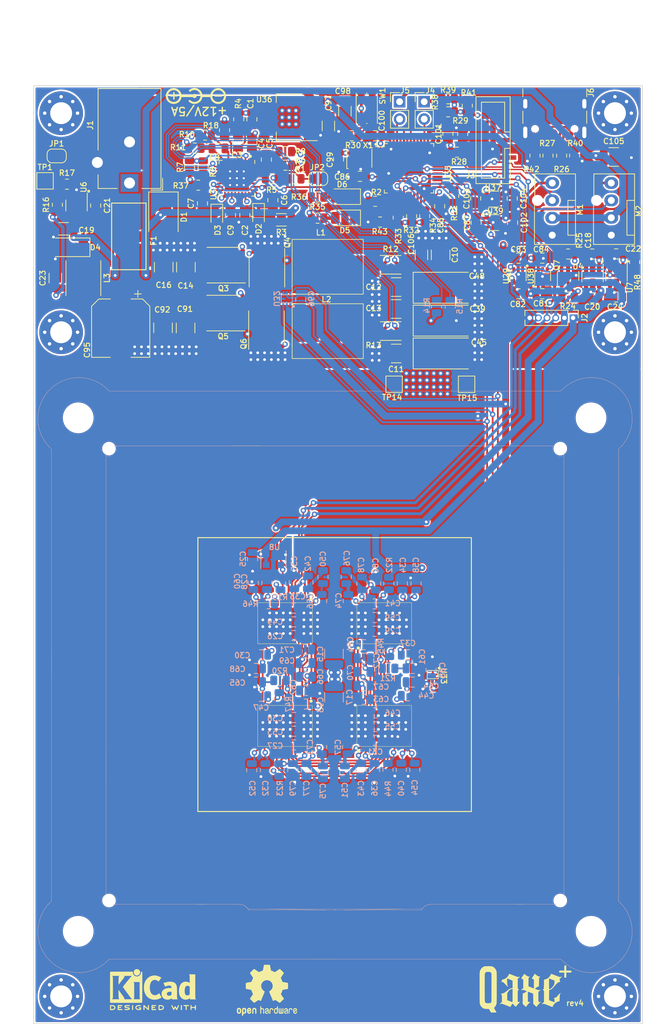
<source format=kicad_pcb>
(kicad_pcb (version 20240108) (generator "pcbnew") (generator_version "8.0")
  (layers (0 "F.Cu" mixed) (1 "In1.Cu" signal) (2 "In2.Cu" signal) (31 "B.Cu" signal) (34 "B.Paste" user) (35 "F.Paste" user) (36 "B.SilkS" user "B.Silkscreen") (37 "F.SilkS" user "F.Silkscreen") (38 "B.Mask" user) (39 "F.Mask" user) (44 "Edge.Cuts" user))
  (net 0 "")
  (net 1 "GND")
  (net 2 "+1V8")
  (net 3 "Net-(U3-ITH)")
  (net 4 "Net-(U3-VIN)")
  (net 5 "Net-(C3-Pad2)")
  (net 6 "Net-(U3-TK{slash}SS)")
  (net 7 "+1V2")
  (net 8 "Net-(U3-SENSE1-)")
  (net 9 "Net-(U3-SENSE1+)")
  (net 10 "Net-(D2-K)")
  (net 11 "Net-(Q5-S)")
  (net 12 "+5V")
  (net 13 "+0V8")
  (net 14 "/BM1366/CI")
  (net 15 "/BM1366/RO")
  (net 16 "/BM1366/RST_N")
  (net 17 "/BM1366/CLKI")
  (net 18 "Net-(U3-SENSE2+)")
  (net 19 "Net-(U3-SENSE2-)")
  (net 20 "/BM1366/BI")
  (net 21 "Net-(D2-A)")
  (net 22 "Net-(U6-BS)")
  (net 23 "Net-(JP1-A)")
  (net 24 "Net-(U19-VDD3_0)")
  (net 25 "Net-(U20-VDD3_0)")
  (net 26 "Net-(U19-VDD2_0)")
  (net 27 "Net-(U20-VDD2_0)")
  (net 28 "Net-(U19-VDD1_0)")
  (net 29 "Net-(U20-VDD1_0)")
  (net 30 "Net-(U19-VDD1_1)")
  (net 31 "Net-(U20-VDD1_1)")
  (net 32 "Net-(U19-VDD2_1)")
  (net 33 "+3V3")
  (net 34 "Net-(U20-VDD2_1)")
  (net 35 "Net-(U19-VDD3_1)")
  (net 36 "Net-(U20-VDD3_1)")
  (net 37 "Net-(U26-VDD1_1)")
  (net 38 "Net-(U26-VDD2_1)")
  (net 39 "Net-(U26-VDD3_1)")
  (net 40 "Net-(D5-A)")
  (net 41 "Net-(D6-A)")
  (net 43 "Net-(D3-K)")
  (net 45 "+12V")
  (net 46 "Net-(F1-Pad2)")
  (net 50 "Net-(Q3-S)")
  (net 51 "Net-(Q3-G)")
  (net 52 "Net-(Q4-G)")
  (net 53 "Net-(D4-K)")
  (net 54 "/Power/DIFF-")
  (net 55 "/Power/DIFF+")
  (net 56 "Net-(L2-Pad2)")
  (net 57 "Net-(Q5-G)")
  (net 58 "/Power/SENSE1-")
  (net 59 "Net-(Q6-G)")
  (net 60 "Net-(U3-FREQ)")
  (net 61 "Net-(U3-DIFFOUT)")
  (net 62 "/Power/SENSE1+")
  (net 63 "/Power/SENSE2+")
  (net 64 "Net-(L1-Pad2)")
  (net 65 "Net-(U3-VFB)")
  (net 66 "/Power/SENSE2-")
  (net 67 "Net-(U6-FB)")
  (net 68 "Net-(U19-RI)")
  (net 69 "Net-(U20-RI)")
  (net 70 "Net-(U26-RI)")
  (net 71 "Net-(U20-RO)")
  (net 73 "Net-(R44-Pad1)")
  (net 78 "Net-(U25-VDD1_1)")
  (net 79 "Net-(U25-VDD2_1)")
  (net 80 "Net-(U25-VDD3_1)")
  (net 81 "Net-(U3-AVP)")
  (net 88 "Net-(U19-CO)")
  (net 89 "Net-(U19-CLKO)")
  (net 90 "Net-(U19-BO)")
  (net 91 "Net-(U19-NRSTO)")
  (net 92 "Net-(U20-NRSTI)")
  (net 93 "Net-(U20-BI)")
  (net 94 "Net-(U20-CLKI)")
  (net 95 "Net-(U20-CI)")
  (net 97 "Net-(U20-CO)")
  (net 98 "Net-(R45-Pad1)")
  (net 99 "Net-(U20-CLKO)")
  (net 100 "Net-(U20-BO)")
  (net 101 "Net-(U20-NRSTO)")
  (net 104 "unconnected-(U25-?-Pad12)")
  (net 105 "Net-(R46-Pad1)")
  (net 107 "Net-(J6-CC1)")
  (net 108 "Net-(J6-D+-PadA6)")
  (net 109 "/STM32/TACHO2")
  (net 110 "Net-(M1-PWM)")
  (net 111 "/STM32/TACHO1")
  (net 112 "Net-(U35-BOOT0)")
  (net 113 "/STM32/ALERT2")
  (net 114 "/STM32/SCL2")
  (net 115 "/STM32/SDA2")
  (net 116 "Net-(U3-ISET)")
  (net 123 "/STM32/LED2")
  (net 124 "/STM32/LED1")
  (net 125 "/STM32/NRST")
  (net 126 "/STM32/SWDIO")
  (net 127 "/STM32/SWCLK")
  (net 130 "/Power/1V2_RUN")
  (net 131 "/Power/1V2_PGOOD")
  (net 132 "/STM32/USB_D-")
  (net 133 "/STM32/USB_D+")
  (net 135 "Net-(U35-PH0)")
  (net 137 "/BM1366/RESET")
  (net 138 "/BM1366/RXD")
  (net 139 "/BM1366/TXD")
  (net 140 "Net-(M2-PWM)")
  (net 141 "/STM32/PWM1")
  (net 142 "/STM32/PWM2")
  (net 143 "LDO_EN")
  (net 146 "Net-(U35-PB2)")
  (net 154 "Net-(J6-D--PadA7)")
  (net 155 "Net-(J4-Pin_1)")
  (net 156 "Net-(J5-Pin_1)")
  (net 157 "/STM32/LED4")
  (net 158 "/STM32/LED3")
  (net 161 "Net-(J6-CC2)")
  (net 163 "GNDA")
  (net 166 "Net-(R47-Pad1)")
  (net 175 "/STM32/X")
  (net 176 "Net-(JP2-B)")
  (footprint "myfootprints:stencil-registration" (layer "F.Cu") (at 62 92)
    (property "Reference" "REF**" (hide yes))
    (property "Value" "stencil-registration")
  )
  (footprint "myfootprints:NetTie-2_L3_SMD_Pad0.5mm" (layer "F.Cu") (at 73.4 48.3 180)
    (property "Reference" "NT7" (hide yes))
    (property "Value" "NetTie_2" (hide yes))
  )
  (footprint "Capacitor_SMD:C_0805_2012Metric" (layer "F.Cu") (at 115.697 58.994 -90)
    (property "Reference" "C87")
    (property "Value" "100n")
  )
  (footprint "Capacitor_SMD:C_0805_2012Metric" (layer "F.Cu") (at 132.676315 69.976089 180)
    (property "Reference" "C20")
    (property "Value" "1µ")
  )
  (footprint "Capacitor_SMD:C_1206_3216Metric" (layer "F.Cu") (at 54.15 67.09 90)
    (property "Reference" "C23")
    (property "Value" "22µ/16V")
  )
  (footprint "myfootprints:BM1368-smaller" (layer "F.Cu") (at 87.75 117.5 -90)
    (property "Reference" "U19" (hide yes))
    (property "Value" "BM1368_mode1")
  )
  (footprint "Capacitor_SMD:C_1210_3225Metric" (layer "F.Cu") (at 104 78.1 180)
    (property "Reference" "C11")
    (property "Value" "100µ/6.3V")
  )
  (footprint "myfootprints:IFLR-4031GC-01-8x10" (layer "F.Cu") (at 93.985 65.44)
    (property "Reference" "L1")
    (property "Value" "220nH")
  )
  (footprint "Resistor_SMD:R_0805_2012Metric" (layer "F.Cu") (at 89.17 52.59)
    (property "Reference" "R1")
    (property "Value" "10k")
  )
  (footprint "Resistor_SMD:R_0805_2012Metric" (layer "F.Cu") (at 54.45 56.3775 90)
    (property "Reference" "R16")
    (property "Value" "84.5k")
  )
  (footprint "Resistor_SMD:R_0805_2012Metric" (layer "F.Cu") (at 55.85 53.3775)
    (property "Reference" "R17")
    (property "Value" "16.3k")
  )
  (footprint "qaxe:MountingHole_3.2mm_M3_Pad_Via" (layer "F.Cu") (at 55 43)
    (property "Reference" "REF**" (hide yes))
    (property "Value" "MountingHole_3.2mm_M3_Pad_Via" (hide yes))
  )
  (footprint "Capacitor_SMD:C_1210_3225Metric" (layer "F.Cu") (at 73.2 74.375 -90)
    (property "Reference" "C91")
    (property "Value" "22µ/25V")
  )
  (footprint "Resistor_SMD:R_0805_2012Metric" (layer "F.Cu") (at 78.9 45.4875 90)
    (property "Reference" "R18")
    (property "Value" "49.9")
  )
  (footprint "Capacitor_SMD:C_0805_2012Metric" (layer "F.Cu") (at 136.176315 63.556089 180)
    (property "Reference" "C22")
    (property "Value" "100n")
  )
  (footprint "qaxe:qaxelogo" (layer "F.Cu") (at 122.2 170.975)
    (property "Reference" "G***" (hide yes))
    (property "Value" "LOGO" (hide yes))
  )
  (footprint "Capacitor_SMD:C_0805_2012Metric" (layer "F.Cu") (at 79.77 57.905 -90)
    (property "Reference" "C9")
    (property "Value" "4.7µ/25V")
  )
  (footprint "Resistor_SMD:R_0805_2012Metric" (layer "F.Cu") (at 114.4 41.9 90)
    (property "Reference" "R41")
    (property "Value" "2.7k")
  )
  (footprint "Diode_SMD:D_SOD-323" (layer "F.Cu") (at 83.87 57.805 -90)
    (property "Reference" "D2")
    (property "Value" "CMDSH-3")
  )
  (footprint "Resistor_SMD:R_0805_2012Metric" (layer "F.Cu") (at 113.726 46.055 -90)
    (property "Reference" "R29")
    (property "Value" "10k")
  )
  (footprint "Resistor_SMD:R_2010_5025Metric" (layer "F.Cu") (at 103.1875 65.145)
    (property "Reference" "R12")
    (property "Value" "1mR")
  )
  (footprint "qaxe:polarity" (layer "F.Cu") (at 74.5 40.5 180)
    (property "Reference" "U1" (hide yes))
    (property "Value" "~")
  )
  (footprint "Capacitor_SMD:C_0805_2012Metric" (layer "F.Cu") (at 85.0175 49.785 -90)
    (property "Reference" "C5")
    (property "Value" "1n")
  )
  (footprint "Resistor_SMD:R_0805_2012Metric" (layer "F.Cu") (at 85.7795 52.57 180)
    (property "Reference" "R5")
    (property "Value" "100k")
  )
  (footprint "Capacitor_SMD:C_0805_2012Metric" (layer "F.Cu") (at 111.567 46 90)
    (property "Reference" "C101")
    (property "Value" "100n")
  )
  (footprint "qaxe:MountingHole_3.2mm_M3" (layer "F.Cu") (at 132.5 162.5)
    (property "Reference" "REF**" (hide yes))
    (property "Value" "MountingHole_3.2mm_M3" (hide yes))
  )
  (footprint "Resistor_SMD:R_0805_2012Metric" (layer "F.Cu") (at 111.6 42.8 180)
    (property "Reference" "R38")
    (property "Value" "560")
  )
  (footprint "Package_SON:VSONP-8-1EP_5x6_P1.27mm" (layer "F.Cu") (at 85.03 74.28 90)
    (property "Reference" "Q6")
    (property "Value" "CSD16415Q5T")
  )
  (footprint "LED_SMD:LED_1206_3216Metric" (layer "F.Cu") (at 96.5 58.293 180)
    (property "Reference" "D5")
    (property "Value" "LED")
  )
  (footprint "Capacitor_SMD:C_0805_2012Metric" (layer "F.Cu") (at 120.965 55.453 -90)
    (property "Reference" "C104")
    (property "Value" "100n")
  )
  (footprint "Diode_SMD:D_SMB" (layer "F.Cu") (at 69.96 58.17 -90)
    (property "Reference" "D1")
    (property "Value" "SMBJ12A")
  )
  (footprint "TestPoint:TestPoint_Pad_2.0x2.0mm" (layer "F.Cu") (at 103.7 82.6)
    (property "Reference" "TP14")
    (property "Value" "3V3")
  )
  (footprint "Package_TO_SOT_SMD:SOT-363_SC-70-6" (layer "F.Cu") (at 125.4252 66.7766 90)
    (property "Reference" "U38")
    (property "Value" "TXU0101")
  )
  (footprint "Capacitor_SMD:C_1210_3225Metric" (layer "F.Cu") (at 135.825 49.4)
    (property "Reference" "C105")
    (property "Value" "22µ/25V")
  )
  (footprint "Capacitor_SMD:C_0805_2012Metric" (layer "F.Cu") (at 121.876315 64.176089 180)
    (property "Reference" "C83")
    (property "Value" "100n")
  )
  (footprint "Connector_PinHeader_2.54mm:PinHeader_1x02_P2.54mm_Vertical" (layer "F.Cu") (at 108.1 41.325)
    (property "Reference" "J4")
    (property "Value" "Conn_01x02")
  )
  (footprint "Resistor_SMD:R_0805_2012Metric" (layer "F.Cu") (at 138.88 64.7575 -90)
    (property "Reference" "R48")
    (property "Value" "10k")
  )
  (footprint "NetTie:NetTie-2_SMD_Pad0.5mm" (layer "F.Cu") (at 102.4 74.4 -135)
    (property "Reference" "NT2" (hide yes))
    (property "Value" "NetTie_2" (hide yes))
  )
  (footprint "Package_TO_SOT_SMD:SOT-23-5" (layer "F.Cu") (at 136.226315 66.713589 -90)
    (property "Reference" "U7")
    (property "Value" "MCP1824T-1802E")
  )
  (footprint "Connector_PinHeader_1.27mm:PinHeader_1x06_P1.27mm_Vertical" (layer "F.Cu") (at 129.875 72.9 -90)
    (property "Reference" "J2")
    (property "Value" "Conn_01x06")
  )
  (footprint "Resistor_SMD:R_0805_2012Metric" (layer "F.Cu") (at 124.3 49.2 90)
    (property "Reference" "R42")
    (property "Value" "5.1k")
  )
  (footprint "Capacitor_SMD:C_0805_2012Metric" (layer "F.Cu") (at 75.67 56.19 90)
    (property "Reference" "C7")
    (property "Value" "100n")
  )
  (footprint "Connector:FanPinHeader_1x04_P2.54mm_Vertical" (layer "F.Cu") (at 135.463 60.82 90)
    (property "Reference" "M2")
    (property "Value" "Fan_4pin")
  )
  (footprint "TestPoint:TestPoint_Pad_2.0x2.0mm" (layer "F.Cu") (at 114.3 82.6)
    (property "Reference" "TP15")
    (property "Value" "3V3")
  )
  (footprint "Resistor_SMD:R_0805_2012Metric" (layer "F.Cu") (at 106.2615 58.037 90)
    (property "Reference" "R32")
    (property "Value" "1.5k")
  )
  (footprint "qaxe:MountingHole_3.2mm_M3" (layer "F.Cu") (at 57.5 162.5)
    (property "Reference" "REF**" (hide yes))
    (property "Value" "MountingHole_3.2mm_M3" (hide yes))
  )
  (footprint "Connector_PinHeader_2.54mm:PinHeader_1x02_P2.54mm_Vertical" (layer "F.Cu") (at 104.5 41.325)
    (property "Reference" "J5")
    (property "Value" "Conn_01x02")
  )
  (footprint "qaxe:MountingHole_3.2mm_M3" (layer "F.Cu") (at 57.5 87.5)
    (property "Reference" "REF**" (hide yes))
    (property "Value" "MountingHole_3.2mm_M3" (hide yes))
  )
  (footprint "Capacitor_SMD:C_1206_3216Metric" (layer "F.Cu") (at 107.7 63.7 90)
    (property "Reference" "C106")
    (property "Value" "4.7µ/6.3V")
  )
  (footprint "Resistor_SMD:R_0805_2012Metric" (layer "F.Cu") (at 128.2 49.2 90)
    (property "Reference" "R26")
    (property "Value" "22")
  )
  (footprint "Resistor_SMD:R_0805_2012Metric" (layer "F.Cu") (at 87.7825 48.605)
    (property "Reference" "R8")
    (property "Value" "200")
  )
  (footprint "Resistor_SMD:R_0805_2012Metric" (layer "F.Cu") (at 130.1 49.2 90)
    (property "Reference" "R40")
    (property "Value" "5.1k")
  )
  (footprint "Package_TO_SOT_SMD:SOT-363_SC-70-6" (layer "F.Cu") (at 118.2624 55.5498)
    (property "Reference" "U37")
    (property "Value" "TXU0101")
  )
  (footprint "Resistor_SMD:R_0805_2012Metric" (layer "F.Cu") (at 87.7825 50.605 180)
    (property "Reference" "R9")
    (property "Value" "200")
  )
  (footprint "Capacitor_SMD:C_1210_3225Metric" (layer "F.Cu") (at 110.5 63.7 90)
    (property "Reference" "C10")
    (property "Value" "100µ/6.3V")
  )
  (footprint "Resistor_SMD:R_2010_5025Metric" (layer "F.Cu") (at 103.2 74.825001)
    (property "Reference" "R13")
    (property "Value" "1mR")
  )
  (footprint "Package_SON:VSONP-8-1EP_5x6_P1.27mm" (layer "F.Cu") (at 78.739 65.2 180)
    (property "Reference" "Q3")
    (property "Value" "CSD16415Q5T")
  )
  (footprint "Capacitor_SMD:C_0805_2012Metric" (layer "F.Cu") (at 60.05 56.49 -90)
    (property "Reference" "C21")
    (property "Value" "10n/250V")
  )
  (footprint "Capacitor_SMD:C_0805_2012Metric" (layer "F.Cu") (at 125.376315 69.376089)
    (property "Reference" "C81")
    (property "Value" "100n")
  )
  (footprint "myfootprints:stencil-registration" (layer "F.Cu") (at 62 158)
    (property "Reference" "REF**" (hide yes))
    (property "Value" "stencil-registration")
  )
  (footprint "Resistor_SMD:R_0805_2012Metric" (layer "F.Cu") (at 112.9 48.7 180)
    (property "Reference" "R28")
    (property "Value" "10k")
  )
  (footprint "Capacitor_SMD:C_0805_2012Metric" (layer "F.Cu") (at 121.031 58.994 -90)
    (property "Reference" "C102")
    (property "Value" "100n")
  )
  (footprint "Package_TO_SOT_SMD:SOT-363_SC-70-6" (layer "F.Cu") (at 121.8438 66.7766 -90)
    (property "Reference" "U29")
    (property "Value" "TXU0101")
  )
  (footprint "Capacitor_SMD:C_1210_3225Metric" (layer "F.Cu") (at 73.25 65.5 90)
    (property "Reference" "C14")
    (property "Value" "22µ/25V")
  )
  (footprint "Capacitor_SMD:C_0805_2012Metric" (layer "F.Cu") (at 110.363 56.602 -90)
    (property "Reference" "C85")
    (property "Value" "100n")
  )
  (footprint "qaxe:MountingHole_3.2mm_M3_Pad_Via" (layer "F.Cu") (at 136 43)
    (property "Reference" "REF**" (hide yes))
    (property "Value" "MountingHole_3.2mm_M3_Pad_Via" (hide yes))
  )
  (footprint "Package_SON:VSONP-8-1EP_5x6_P1.27mm" (layer "F.Cu") (at 78.7 72.2 180)
    (property "Reference" "Q5")
    (property "Value" "CSD16415Q5T")
  )
  (footprint "Resistor_SMD:R_0805_2012Metric" (layer "F.Cu") (at 100.9275 55.878)
    (property "Reference" "R2")
    (property "Value" "1.5k")
  )
  (footprint "LED_SMD:LED_1206_3216Metric" (layer "F.Cu") (at 96.49975 55.199 180)
    (property "Reference" "D6")
    (property "Value" "LED")
  )
  (footprint "Symbol:OSHW-Logo2_9.8x8mm_SilkScreen" (layer "F.Cu") (at 85.1 171.1)
    (property "Reference" "REF**" (hide yes))
    (property "Value" "OSHW-Logo2_9.8x8mm_SilkScreen" (hide yes))
  )
  (footprint "Diode_SMD:D_SOD-128" (layer "F.Cu") (at 56.05 62.59 180)
    (property "Reference" "D4")
    (property "Value" "PMEG4030EP,115")
  )
  (footprint "qaxe:MountingHole_3.2mm_M3" (layer "F.Cu") (at 132.5 87.5)
    (property "Reference" "REF**" (hide yes))
    (property "Value" "MountingHole_3.2mm_M3" (hide yes))
  )
  (footprint "Resistor_SMD:R_0805_2012Metric" (layer "F.Cu") (at 104.3 58.2625 90)
    (property "Reference" "R33")
    (property "Value" "2.7k")
  )
  (footprint "Oscillator:Oscillator_SMD_EuroQuartz_XO32-4Pin_3.2x2.5mm" (layer "F.Cu") (at 98.613 49.611 90)
    (property "Reference" "X1")
    (property "Value" "8MHz")
  )
  (footprint "myfootprints:stencil-registration" (layer "F.Cu") (at 128 158)
    (property "Reference" "REF**" (hide yes))
    (property "Value" "stencil-registration")
  )
  (footprint "myfootprints:BM1368-smaller" (layer "F.Cu") (at 87.75 132.5 -90)
    (property "Reference" "U25" (hide yes))
    (property "Value" "BM1368_mode1")
  )
  (footprint "Capacitor_SMD:C_0805_2012Metric" (layer "F.Cu") (at 82.9 47.3 90)
    (property "Reference" "C4")
    (property "Value" "100n")
  )
  (footprint "Jumper:SolderJumper-2_P1.3mm_Open_RoundedPad1.0x1.5mm" (layer "F.Cu") (at 92.583 52.578 180)
    (property "Reference" "JP2")
    (property "Value" "SolderJumper_2_Open")
  )
  (footprint "Capacitor_SMD:C_0805_2012Metric" (layer "F.Cu") (at 121.876315 69.376089 180)
    (property "Reference" "C82")
    (property "Value" "100n")
  )
  (footprint "Resistor_SMD:R_0805_2012Metric" (layer "F.Cu") (at 108.1665 58.037 90)
    (property "Reference" "R34")
    (property "Value" "1.5k")
  )
  (footprint "qaxe:MountingHole_3.2mm_M3_Pad_Via" (layer "F.Cu") (at 136 172)
    (property "Reference" "REF**" (hide yes))
    (property "Value" "MountingHole_3.2mm_M3_Pad_Via" (hide yes))
  )
  (footprint "Capacitor_SMD:C_1210_3225Metric" (layer "F.Cu") (at 104 68.4 180)
    (property "Reference" "C12")
    (property "Value" "100µ/6.3V")
  )
  (footprint "NetTie:NetTie-2_SMD_Pad0.5mm" (layer "F.Cu") (at 104 74.4 -45)
    (property "Reference" "NT4" (hide yes))
    (property "Value" "NetTie_2" (hide yes))
  )
  (footprint "Resistor_SMD:R_0805_2012Metric" (layer "F.Cu") (at 73.78 50.8575 -90)
    (property "Reference" "R7")
    (property "Value" "20k")
  )
  (footprint "Resistor_SMD:R_0805_2012Metric" (layer "F.Cu") (at 126.2 49.2 90)
    (property "Reference" "R27")
    (property "Value" "22")
  )
  (footprint "Capacitor_SMD:CP_Elec_8x10" (layer "F.Cu") (at 63.71 74.4 -90)
    (property "Reference" "C95")
    (property "Value" "220µ/25V")
  )
  (footprint "Package_TO_SOT_SMD:SOT-23-6" (layer "F.Cu") (at 57.25 56.4775 -90)
    (property "Reference" "U6")
    (property "Value" "AP3211")
  )
  (footprint "myfootprints:BM1368-smaller" (layer "F.Cu") (at 102.25 117.5 90)
    (property "Reference" "U26" (hide yes))
    (property "Value" "BM1368_mode1")
  )
  (footprint "Capacitor_SMD:C_0805_2012Metric" (layer "F.Cu") (at 136.176315 69.856089 180)
    (property "Reference" "C24")
    (property "Value" "1µ")
  )
  (footprint "Inductor_SMD:L_Taiyo-Yuden_NR-50xx" (layer "F.Cu") (at 58.25 67.09 -90)
    (property "Reference" "L3")
    (property "Value" "4.7µH/2A/3A")
  )
  (footprint "Resistor_SMD:R_0805_2012Metric" (layer "F.Cu") (at 92.50175 55.245)
    (property "Reference" "R36")
    (property "Value" "560")
  )
  (footprint "Resistor_SMD:R_0805_2012Metric" (layer "F.Cu") (at 129.146315 69.876089 180)
    (property "Reference" "R24")
    (property "Value" "10k")
  )
  (footprint "Capacitor_SMD:C_0805_2012Metric" (layer "F.Cu") (at 125.376315 64.176089)
    (property "Reference" "C84")
    (property "Value" "100n")
  )
  (footprint "Resistor_SMD:R_0805_2012Metric" (layer "F.Cu") (at 75.06 53.52)
    (property "Reference" "R37")
    (property "Value" "49.9k")
  )
  (footprint "Capacitor_SMD:C_0805_2012Metric" (layer "F.Cu") (at 80.87 47.28 90)
    (property "Reference" "C3")
    (property "Value" "3.3n")
  )
  (footprint "Package_TO_SOT_SMD:SOT-23-5" (layer "F.Cu") (at 132.726315 66.833589 -90)
    (property "Reference" "U4")
    (property "Value" "MCP1824T-0802E")
  )
  (footprint "qaxe:MountingHole_3.2mm_M3_Pad_Via" (layer "F.Cu") (at 55 75)
    (property "Reference" "REF**" (hide yes))
    (property "Value" "MountingHole_3.2mm_M3_Pad_Via" (hide yes))
  )
  (footprint "Capacitor_SMD:C_0805_2012Metric" (layer "F.Cu") (at 100.9305 46.3 180)
    (property "Reference" "C100")
    (property "Value" "100n")
  )
  (footprint "Capacitor_SMD:C_0805_2012Metric" (layer "F.Cu") (at 132.676315 63.576089 180)
    (property "Reference" "C18")
    (property "Value" "100n")
  )
  (footprint "myfootprints:BM1368-smaller" (layer "F.Cu") (at 102.25 132.5 90)
    (property "Reference" "U20" (hide yes))
    (property "Value" "BM1368_mode1")
  )
  (footprint "Connector:FanPinHeader_1x04_P2.54mm_Vertical" (layer "F.Cu") (at 126.827 60.82 90)
    (property "Reference" "M1")
    (property "Value" "Fan_4pin")
  )
  (footprint "qaxe:MountingHole_3.2mm_M3_Pad_Via" (layer "F.Cu") (at 136 75)
    (property "Reference" "REF**" (hide yes))
    (property "Value" "MountingHole_3.2mm_M3_Pad_Via" (hide yes))
  )
  (footprint "Resistor_SMD:R_0805_2012Metric" (layer "F.Cu") (at 75.77 50.88 90)
    (property "Reference" "R6")
    (property "Value" "20k")
  )
  (footprint "Capacitor_SMD:C_0805_2012Metric" (layer "F.Cu") (at 98.7 52.2224 180)
    (property "Reference" "C86")
    (property "Value" "100n")
  )
  (footprint "Resistor_SMD:R_1206_3216Metric" (layer "F.Cu") (at 87.21 58.58 180)
    (property "Reference" "R3")
    (property "Value" "2.2R")
  )
  (footprint "Jumper:SolderJumper-2_P1.3mm_Open_RoundedPad1.0x1.5mm" (layer "F.Cu") (at 54.35 49.25)
    (property "Reference" "JP1")
    (property "Value" "SolderJumper_2_Open")
  )
  (footprint "Capacitor_SMD:C_0805_2012Metric" (layer "F.Cu") (at 82.9 43.9 90)
    (property "Reference" "C1")
    (property "Value" "47p")
  )
  (footprint "Resistor_SMD:R_0805_2012Metric" (layer "F.Cu") (at 74.5575 48.105 180)
    (property "Reference" "R11")
    (property "Value" "200")
  )
  (footprint "Package_QFP:LQFP-48_7x7mm_P0.5mm" (layer "F.Cu") (at 105.8805 51.052)
    (property "Reference" "U35")
    (property "Value" "STM32L151CCT6")
  )
  (footprint "NetTie:NetTie-2_SMD_Pad0.5mm" (layer "F.Cu") (at 104 64.846447 135)
    (property "Reference" "NT3" (hide yes))
    (property "Value" "NetTie_2" (hide yes))
  )
  (footprint "myfootprints:TMP1075-DRL" (layer "F.Cu") (at 109.35 125 -90)
    (property "Reference" "U33")
    (property "Value" "TMP1075")
  )
  (footprint "TestPoint:TestPoint_Pad_2.0x2.0mm" (layer "F.Cu") (at 52.65 52.89)
    (property "Reference" "TP1")
    (property "Value" "3V3")
  )
  (footprint "qaxe:dummy" (layer "F.Cu") (at 81.7 70.4)
    (property "Reference" "REF**" (hide yes))
    (property "Value" "heatsink" (hide yes))
  )
  (footprint "Connector_BarrelJack:BarrelJack_CUI_PJ-102AH_Horizontal" (layer "F.Cu") (at 65 53.2 180)
    (property "Reference" "J1")
    (property "Value" "Barrel_Jack_Switch")
  )
  (footprint "myfootprints:PinHeader_IDC_2x05_P1.27mm_Vertical_SMD" (layer "F.Cu") (at 118.171 46.944 180)
    (property "Reference" "J3")
    (property "Value" "SWD")
  )
  (footprint "Capacitor_SMD:C_1210_3225Metric" (layer "F.Cu") (at 104 71.6 180)
    (property "Reference" "C13")
    (property "Value" "100µ/6.3V")
  )
  (footprint "NetTie:NetTie-2_SMD_Pad0.5mm" (layer "F.Cu") (at 102.4 64.846447 45)
    (property "Reference" "NT1" (hide yes))
    (property "Value" "NetTie_2" (hide yes))
  )
  (footprint "myfootprints:fuseholder_littlefuse_blok" (layer "F.Cu") (at 64.9 61 90)
    (property "Reference" "F1")
    (property "Value" "5A")
  )
  (footprint "Capacitor_SMD:C_1206_3216Metric" (layer "F.Cu") (at 96.5 42.713 -90)
    (property "Reference" "C98")
    (property "Value" "10µF/50V")
  )
  (footprint "Resistor_SMD:R_0805_2012Metric" (layer "F.Cu") (at 92.502 58.339)
    (property "Reference" "R35")
    (property "Value" "560")
  )
  (footprint "Resistor_SMD:R_0805_2012Metric" (layer "F.Cu") (at 97.5 46.3)
    (property "Reference" "R30")
    (property "Value" "100k")
  )
  (footprint "qaxe:KiCad-Logo2_5mm_SilkScreen" (layer "F.Cu") (at 68.425 171)
    (property "Reference" "REF**" (hide yes))
    (property "Value" "KiCad-Logo2_5mm_SilkScreen" (hide yes))
  )
  (footprint "Capacitor_Tantalum_SMD:CP_EIA-7343-15_Kemet-W" (layer "F.Cu") (at 110.9 78.1)
    (property "Reference" "C45")
    (property "Value" "330µ/6.3V")
  )
  (footprint "myfootprints:IFLR-4031GC-01-8x10" (layer "F.Cu") (at 93.985 74.838)
    (property "Reference" "L2")
    (property "Value" "220nH")
  )
  (footprint "Capacitor_SMD:C_0805_2012Metric" (layer "F.Cu") (at 95.565 49.738 -90)
    (property "Reference" "C99")
    (property "Value" "100n")
  )
  (footprint "Package_TO_SOT_SMD:SOT-223-3_TabPin2" (layer "F.Cu") (at 88.372 43.602 180)
    (property "Reference" "U36")
    (property "Value" "1117-3.3")
  )
  (footprint "Resistor_SMD:R_0805_2012Metric" (layer "F.Cu") (at 111.6 40.9 180)
    (property "Reference" "R39")
    (property "Value" "560")
  )
  (footprint "Package_DFN_QFN:QFN-32-1EP_5x5mm_P0.5mm_EP3.45x3.45mm_ThermalVias" (layer "F.Cu") (at 80.7075 52.505 -90)
    (property "Reference" "U3")
    (property "Value" "LTC3856")
  )
  (footprint "Button_Switch_SMD:SW_Push_1P1T_NO_CK_KMR2" (layer "F.Cu") (at 99.7 42.3 -90)
    (property "Reference" "SW1")
    (property "Value" "boot")
  )
  (footprint "Capacitor_SMD:C_0805_2012Metric" (layer "F.Cu") (at 115.631 55.453 -90)
    (property "Reference" "C103")
    (property "Value" "100n")
  )
  (footprint "Package_TO_SOT_SMD:SOT-23" (layer "F.Cu") (at 129.146315 66.766089 90)
    (property "Reference" "Q7")
    (property "Value" "BSS138")
  )
  (footprint "Package_SON:VSONP-8-1EP_5x6_P1.27mm" (layer "F.Cu") (at 85.095 65.9875 -90)
    (property "Reference" "Q4")
    (property "Value" "CSD16415Q5T")
  )
  (footprint "Connector_USB:USB_C_Receptacle_GCT_USB4105-xx-A_16P_TopMnt_Horizontal" (layer "F.Cu") (at 127.2 42.7 180)
    (property "Reference" "J6")
    (property "Value" "USB_C_Receptacle_USB2.0")
  )
  (footprint "Package_TO_SOT_SMD:SOT-363_SC-70-6" (layer "F.Cu") (at 118.3132 58.9788)
    (property "Reference" "U39")
    (property "Value" "TXU0101")
  )
  (footprint "Capacitor_Tantalum_SMD:CP_EIA-7343-15_Kemet-W" (layer "F.Cu") (at 110.9 68.5)
    (property "Reference" "C48")
    (property "Value" "330µ/6.3V")
  )
  (footprint "myfootprints:stencil-registration" (layer "F.Cu") (at 128 92)
    (property "Reference" "REF**" (hide yes))
    (property "Value" "stencil-registration")
  )
  (footprint "Capacitor_SMD:C_1210_3225Metric" (layer "F.Cu") (at 69.9 74.35 -90)
    (property "Reference" "C92")
    (property "Value" "22µ/25V")
  )
  (footprint "Capacitor_SMD:C_1210_3225Metric" (layer "F.Cu") (at 70 65.5 90)
    (property "Reference" "C16")
    (property "Value" "22µ/25V")
  )
  (footprint "Diode_SMD:D_SOD-323" (layer "F.Cu") (at 77.77 57.905 -90)
    (property "Reference" "D3")
    (property "Value" "CMDSH-3")
  )
  (footprint "Capacitor_SMD:C_0805_2012Metric" (layer "F.Cu") (at 78.02 48.155 180)
    (property "Reference" "C8")
    (property "Value" "1n")
  )
  (footprint "Resistor_SMD:R_0805_2012Metric" (layer "F.Cu") (at 76.0575 46.205 180)
    (property "Reference" "R10")
    (property "Value" "200")
  )
  (footprint "Capacitor_SMD:C_0805_2012Metric" (layer "F.Cu") (at 81.87 57.905 90)
    (property "Reference" "C2")
    (property "Value" "100n")
  )
  (footprint "Capacitor_Tantalum_SMD:CP_EIA-7343-15_Kemet-W" (layer "F.Cu") (at 110.9 73.3)
    (property "Reference" "C39")
    (property "Value" "330µ/6.3V")
  )
  (footprint "Capacitor_SMD:C_0805_2012Metric" (layer "F.Cu") (at 85.97 55.705 -90)
    (property "Reference" "C6")
    (property "Value" "100n")
  )
  (footprint "Resistor_SMD:R_0805_2012Metric" (layer "F.Cu") (at 101.65 58.9)
    (property "Reference" "R43")
    (property "Value" "10k")
  )
  (footprint "Resistor_SMD:R_0805_2012Metric" (layer "F.Cu") (at 129.146315 63.576089)
    (property "Reference" "R25")
    (property "Value" "10k")
  )
  (footprint "Resistor_SMD:R_0805_2012Metric" (layer "F.Cu") (at 112.413 55.116 90)
    (property "Reference" "R31")
    (property "Value" "10k")
  )
  (footprint "Capacitor_SMD:C_1206_3216Metric" (layer "F.Cu") (at 55.35 59.89 180)
    (property "Reference" "C19")
    (property "Value" "10µF/50V")
  )
  (footprint "Capacitor_SMD:C_1206_3216Metric" (layer "F.Cu") (at 94.087 44.872 -90)
    (property "Reference" "C97")
    (property "Value" "22µ/16V")
  )
  (footprint "qaxe:MountingHole_3.2mm_M3_Pad_Via" (layer "F.Cu") (at 55 172)
    (property "Reference" "REF**" (hide yes))
    (property "Value" "MountingHole_3.2mm_M3_Pad_Via" (hide yes))
  )
  (footprint "Resistor_SMD:R_0805_2012Metric" (layer "F.Cu") (at 80.97 43.8925 90)
    (property "Reference" "R4")
    (property "Value" "8.45k")
  )
  (footprint "Capacitor_SMD:C_0805_2012Metric" (layer "B.Cu") (at 90.81 129.31 180)
    (property "Reference" "C93")
    (property "Value" "1µ")
  )
  (footprint "Capacitor_SMD:C_0805_2012Metric" (layer "B.Cu") (at 105.7 128.1 180)
    (property "Reference" "C44")
    (property "Value" "1µ")
  )
  (footprint "Capacitor_SMD:C_0805_2012Metric" (layer "B.Cu") (at 101 111.7 90)
    (property "Reference" "C80")
    (property "Value" "1µ")
  )
  (footprint "Capacitor_SMD:C_0805_2012Metric" (layer "B.Cu") (at 96.5 139.3 90)
    (property "Reference" "C51")
    (property "Value" "1µ")
  )
  (footprint "Resistor_SMD:R_0805_2012Metric" (layer "B.Cu") (at 103.02 121.46 90)
    (property "Reference" "R45")
    (property "Value" "1k")
  )
  (footprint "Capacitor_SMD:C_0805_2012Metric" (layer "B.Cu") (at 93.3 139.3 -90)
    (property "Reference" "C75")
    (property "Value" "1µ")
  )
  (footprint "Capacitor_SMD:C_0805_2012Metric" (layer "B.Cu") (at 90.7 121.325 180)
    (property "Reference" "C71")
    (property "Value" "1µ")
  )
  (footprint "Resistor_SMD:R_0805_2012Metric" (layer "B.Cu") (at 102.8 138.9 -90)
    (property "Reference" "R44")
    (property "Value" "1k")
  )
  (footprint "Capacitor_SMD:C_0805_2012Metric" (layer "B.Cu") (at 90.043 70.231 -90)
    (property "Reference" "C96")
    (property "Value" "100n")
  )
  (footprint "Capacitor_SMD:C_0805_2012Metric" (layer "B.Cu") (at 104.9 111.7 -90)
    (property "Reference" "C34")
    (property "Value" "1µ")
  )
  (footprint "Resistor_SMD:R_0805_2012Metric" (layer "B.Cu") (at 86.91 128.55 -90)
    (property "Reference" "R47")
    (property "Value" "1k")
  )
  (footprint "Resistor_SMD:R_0805_2012Metric" (layer "B.Cu") (at 87.0125 125.85 180)
    (property "Reference" "R20")
    (property "Value" "10k")
  )
  (footprint "Capacitor_SMD:C_0805_2012Metric" (layer "B.Cu") (at 89.05 133.27 180)
    (property "Reference" "C53")
    (property "Value" "100n")
  )
  (footprint "Capacitor_SMD:C_0805_2012Metric" (layer "B.Cu") (at 88.875 138.95 -90)
    (property "Reference" "C79")
    (property "Value" "1µ")
  )
  (footprint "Capacitor_SMD:C_0805_2012Metric" (layer "B.Cu") (at 83.1 111.625 90)
    (property "Reference" "C60")
    (property "Value" "1µ")
  )
  (footprint "Resistor_SMD:R_0805_2012Metric" (layer "B.Cu") (at 102.9 124.1)
    (property "Reference" "R21")
    (property "Value" "10k")
  )
  (footprint "Capacitor_SMD:C_0805_2012Metric" (layer "B.Cu") (at 106.4 126.1)
    (property "Reference" "C64")
    (property "Value" "1µ")
  )
  (footprint "Capacitor_SMD:C_0805_2012Metric" (layer "B.Cu") (at 100.87 116.67)
    (property "Reference" "C59")
    (property "Value" "100n")
  )
  (footprint "Capacitor_SMD:C_0805_2012Metric" (layer "B.Cu") (at 100.9 134.6)
    (property "Reference" "C31")
    (property "Value" "10µ/16V")
  )
  (footprint "Capacitor_SMD:C_0805_2012Metric" (layer "B.Cu") (at 100.95 130.6)
    (property "Reference" "C46")
    (property "Value" "1µ")
  )
  (footprint "Capacitor_SMD:C_0805_2012Metric" (layer "B.Cu") (at 100.87 118.67)
    (property "Reference" "C29")
    (property "Value" "10µ/16V")
  )
  (footprint "Capacitor_SMD:C_0805_2012Metric" (layer "B.Cu") (at 83.5 124.1 180)
    (property "Reference" "C68")
    (property "Value" "1µ")
  )
  (footprint "Capacitor_SMD:C_0805_2012Metric" (layer "B.Cu") (at 93.1 135.6 -90)
    (property "Reference" "C73")
    (property "Value" "1µ")
  )
  (footprint "Capacitor_SMD:C_0805_2012Metric" (layer "B.Cu") (at 100.85 138.925 90)
    (property "Reference" "C36")
    (property "Value" "1µ")
  )
  (footprint "Capacitor_SMD:C_0805_2012Metric" (layer "B.Cu") (at 104.75 138.9 90)
    (property "Reference" "C40")
    (property "Value" "1µ")
  )
  (footprint "Capacitor_SMD:C_0805_2012Metric" (layer "B.Cu") (at 109.1 124.35 90)
    (property "Reference" "C88")
    (property "Value" "100n")
  )
  (footprint "Capacitor_SMD:C_0805_2012Metric" (layer "B.Cu") (at 90.75 123.325 180)
    (property "Reference" "C69")
    (property "Value" "1µ")
  )
  (footprint "Resistor_SMD:R_0805_2012Metric" (layer "B.Cu") (at 86.875 138.95 -90)
    (property "Reference" "R23")
    (property "Value" "10k")
  )
  (footprint "Capacitor_SMD:C_0805_2012Metric" (layer "B.Cu") (at 84.25 122.1)
    (property "Reference" "C30")
    (property "Value" "1µ")
  )
  (footprint "Capacitor_SMD:C_0805_2012Metric" (layer "B.Cu") (at 98.875 138.925 90)
    (property "Reference" "C43")
    (property "Value" "1µ")
  )
  (footprint "Capacitor_SMD:C_0805_2012Metric" (layer "B.Cu") (at 84.24 128.16)
    (property "Reference" "C47")
    (property "Value" "1µ")
  )
  (footprint "Capacitor_SMD:C_0805_2012Metric" (layer "B.Cu") (at 90.8 127.325 180)
    (property "Reference" "C62")
    (property "Value" "1µ")
  )
  (footprint "Capacitor_SMD:C_0805_2012Metric" (layer "B.Cu") (at 93.3 110.75 -90)
    (property "Reference" "C50")
    (property "Value" "1µ")
  )
  (footprint "Capacitor_SMD:C_0805_2012Metric" (layer "B.Cu") (at 99.26 122.61)
    (property "Reference" "C72")
    (property "Value" "1µ")
  )
  (footprint "Capacitor_SMD:C_0805_2012Metric" (layer "B.Cu") (at 89 119.3 180)
    (property "Reference" "C26")
    (property "Value" "10µ/16V")
  )
  (footprint "Capacitor_SMD:C_0805_2012Metric" (layer "B.Cu") (at 89.05 117.3 180)
    (property "Reference" "C49")
    (property "Value" "100n")
  )
  (footprint "Capacitor_SMD:C_0805_2012Metric" (layer "B.Cu") (at 96.9 135.6 90)
    (property "Reference" "C57")
    (property "Value" "1µ")
  )
  (footprint "Capacitor_SMD:C_0805_2012Metric" (layer "B.Cu") (at 83 108.125 -90)
    (property "Reference" "C25")
    (property "Value" "100n")
  )
  (footprint "Capacitor_SMD:C_0805_2012Metric" (layer "B.Cu") (at 106.9 111.7 90)
    (property "Reference" "C58")
    (property "Value" "1µ")
  )
  (footprint "Capacitor_SMD:C_0805_2012Metric" (layer "B.Cu") (at 99.26 120.63)
    (property "Reference" "C94")
    (property "Value" "1µ")
  )
  (footprint "Resistor_SMD:R_0805_2012Metric" (layer "B.Cu") (at 87.1 111.6875 -90)
    (property "Reference" "R19")
    (property "Value" "10k")
  )
  (footprint "Capacitor_SMD:C_0805_2012Metric" (layer "B.Cu") (at 91.1 111.525 -90)
    (property "Reference" "C42")
    (property "Value" "1µ")
  )
  (footprint "Capacitor_SMD:C_0805_2012Metric" (layer "B.Cu") (at 99.26 128.61)
    (property "Reference" "C63")
    (property "Value" "1µ")
  )
  (footprint "Capacitor_SMD:C_0805_2012Metric" (layer "B.Cu") (at 98.99 111.7 90)
    (property "Reference" "C78")
    (property "Value" "1µ")
  )
  (footprint "Oscillator:Oscillator_SMD_EuroQuartz_XO32-4Pin_3.2x2.5mm" (layer "B.Cu") (at 86.05 108.2 -90)
    (property "Reference" "U8")
    (property "Value" "25MHz")
  )
  (footprint "Capacitor_SMD:C_0805_2012Metric" (layer "B.Cu") (at 100.87 114.67)
    (property "Reference" "C41")
    (property "Value" "1µ")
  )
  (footprint "Capacitor_SMD:C_0805_2012Metric" (layer "B.Cu") (at 100.95 132.6)
    (property "Reference" "C55")
    (property "Value" "100n")
  )
  (footprint "Capacitor_SMD:C_0805_2012Metric" (layer "B.Cu") (at 105.7 122.1 180)
    (property "Reference" "C37")
    (property "Value" "1µ")
  )
  (footprint "Resistor_SMD:R_0805_2012Metric" (layer "B.Cu") (at 85.325 114.65 180)
    (property "Reference" "R46")
    (property "Value" "1k")
  )
  (footprint "Capacitor_SMD:C_1210_3225Metric" (layer "B.Cu") (at 94.9 128.3 90)
    (property "Reference" "C17")
    (property "Value" "100µ/6.3V")
  )
  (footprint "Resistor_SMD:R_0805_2012Metric" (layer "B.Cu") (at 111.9 71.25 90)
    (property "Reference" "R15")
    (property "Value" "10")
  )
  (footprint "Resistor_SMD:R_0805_2012Metric" (layer "B.Cu") (at 102.93 111.7 90)
    (property "Reference" "R22")
    (property "Value" "10k")
  )
  (footprint "Capacitor_SMD:C_0805_2012Metric" (layer "B.Cu") (at 84.875 138.95 90)
    (property "Reference" "C32")
    (property "Value" "1µ")
  )
  (footprint "Capacitor_SMD:C_0805_2012Metric" (layer "B.Cu") (at 82.875 138.95 -90)
    (property "Reference" "C52")
    (property "Value" "1µ")
  )
  (footprint "Capacitor_SMD:C_0805_2012Metric" (layer "B.Cu") (at 90.8 125.325 180)
    (property "Reference" "C66")
    (property "Value" "1µ")
  )
  (footprint "Resistor_SMD:R_0805_2012Metric" (layer "B.Cu") (at 109.9 71.25 90)
    (property "Reference" "R14")
    (property "Value" "10")
  )
  (footprint "Capacitor_SMD:C_0805_2012Metric" (layer "B.Cu") (at 89.05 131.27 180)
    (property "Reference" "C38")
    (property "Value" "1µ")
  )
  (footprint "Capacitor_SMD:C_1210_3225Metric" (layer "B.Cu") (at 94.9 122 -90)
    (property "Reference" "C15")
    (property "Value" "100µ/6.3V")
  )
  (footprint "myfootprints:TMP1075-DRL" (layer "B.Cu") (at 88 70.104 90)
    (property "Reference" "U32")
    (property "Value" "TMP1075")
  )
  (footprint "Capacitor_SMD:C_0805_2012Metric" (layer "B.Cu") (at 89.05 135.27 180)
    (property "Reference" "C27")
    (property "Value" "10µ/16V")
  )
  (footprint "Capacitor_SMD:C_0805_2012Metric" (layer "B.Cu") (at 89 115.3 180)
    (property "Reference" "C33")
    (property "Value" "1µ")
  )
  (footprint "Capacitor_SMD:C_0805_2012Metric" (layer "B.Cu") (at 106.725 138.9 -90)
    (property "Reference" "C54")
    (property "Value" "1µ")
  )
  (footprint "Capacitor_SMD:C_0805_2012Metric" (layer "B.Cu") (at 89.1 111.525 -90)
    (property "Reference" "C35")
    (property "Value" "1µ")
  )
  (footprint "Capacitor_SMD:C_0805_2012Metric" (layer "B.Cu") (at 90.875 138.95 -90)
    (property "Reference" "C77")
    (property "Value" "1µ")
  )
  (footprint "Capacitor_SMD:C_0805_2012Metric" (layer "B.Cu") (at 99.26 126.61)
    (property "Reference" "C67")
    (property "Value" "1µ")
  )
  (footprint "Capacitor_SMD:C_0805_2012Metric" (layer "B.Cu") (at 97 114.25 90)
    (property "Reference" "C74")
    (property "Value" "1µ")
  )
  (footprint "Capacitor_SMD:C_0805_2012Metric" (layer "B.Cu") (at 85.1 111.625 -90)
    (property "Reference" "C28")
    (property "Value" "1µ")
  )
  (footprint "Capacitor_SMD:C_0805_2012Metric" (layer "B.Cu") (at 106.4 124.1)
    (property "Reference" "C61")
    (property "Value" "1µ")
  )
  (footprint "Capacitor_SMD:C_0805_2012Metric" (layer "B.Cu") (at 93.1 114.25 -90)
    (property "Reference" "C56")
    (property "Value" "1µ")
  )
  (footprint "Capacitor_SMD:C_0805_2012Metric" (layer "B.Cu") (at 96.7 110.75 90)
    (property "Reference" "C76")
    (property "Value" "1µ")
  )
  (footprint "Capacitor_SMD:C_0805_2012Metric" (layer "B.Cu") (at 99.21 124.61)
    (property "Reference" "C70")
    (property "Value" "1µ")
  )
  (footprint "Capacitor_SMD:C_0805_2012Metric" (layer "B.Cu") (at 83.5 126.1 180)
    (property "Reference" "C65")
    (property "Value" "1µ")
  )
  (gr_line (start 56.662405 88.768373) (end 56.677631 88.780058) (stroke (width 0.027881)) (layer "B.SilkS"))
  (gr_line (start 58.331933 88.899386) (end 58.471798 88.792097) (stroke (width 0.027881)) (layer "B.SilkS"))
  (gr_line (start 132.642708 168.526853) (end 132.596319 168.527561) (stroke (width 0.027881)) (layer "B.SilkS"))
  (gr_line (start 133.829369 86.851691) (end 133.91173 87.050335) (stroke (width 0.027881)) (layer "B.SilkS"))
  (gr_line (start 61.8105 91.946319) (end 61.799878 91.960128) (stroke (width 0.027881)) (layer "B.SilkS"))
  (gr_line (start 52.480263 165.699454) (end 52.289409 165.328015) (stroke (width 0.027881)) (layer "B.SilkS"))
  (gr_line (start 61.907875 158.302187) (end 61.921684 158.31281) (stroke (width 0.027881)) (layer "B.SilkS"))
  (gr_line (start 134.415609 81.928087) (end 133.975339 81.781849) (stroke (width 0.027881)) (layer "B.SilkS"))
  (gr_line (start 131.15071 88.151905) (end 131.158195 88.169963) (stroke (width 0.027881)) (layer "B.SilkS"))
  (gr_line (start 81.838465 158.767106) (end 82.008428 158.89564) (stroke (width 0.027881)) (layer "B.SilkS"))
  (gr_line (start 128.347131 92.029176) (end 128.241258 91.891081) (stroke (width 0.027881)) (layer "B.SilkS"))
  (gr_circle (center 88.978715 71.2216) (end 88.8492 71.2216) (stroke (width 0.15)) (fill solid) (layer "B.SilkS"))
  (gr_line (start 134.85588 168.076806) (end 135.309559 167.843107) (stroke (width 0.027881)) (layer "B.SilkS"))
  (gr_line (start 137.170136 91.39996) (end 137.461941 90.981427) (stroke (width 0.027881)) (layer "B.SilkS"))
  (gr_line (start 56.415251 86.68102) (end 56.403566 86.696246) (stroke (width 0.027881)) (layer "B.SilkS"))
  (gr_line (start 131.642032 161.359035) (end 131.626509 161.37072) (stroke (width 0.027881)) (layer "B.SilkS"))
  (gr_line (start 133.591156 163.609623) (end 133.420408 163.740636) (stroke (width 0.027881)) (layer "B.SilkS"))
  (gr_line (start 137.33245 84.039518) (end 137.359786 84.076698) (stroke (width 0.027881)) (layer "B.SilkS"))
  (gr_line (start 62.386957 158.529866) (end 62.559398 158.552528) (stroke (width 0.027881)) (layer "B.SilkS"))
  (gr_line (start 58.642469 161.490048) (end 58.773482 161.660719) (stroke (width 0.027881)) (layer "B.SilkS"))
  (gr_line (start 55.65396 81.942605) (end 55.698221 81.928087) (stroke (width 0.027881)) (layer "B.SilkS"))
  (gr_line (start 131.158195 163.118502) (end 131.083323 162.937917) (stroke (width 0.027881)) (layer "B.SilkS"))
  (gr_line (start 138.230419 160.745045) (end 138.244052 160.789306) (stroke (width 0.027881)) (layer "B.SilkS"))
  (gr_line (start 136.018009 82.745324) (end 136.055479 82.772589) (stroke (width 0.027881)) (layer "B.SilkS"))
  (gr_line (start 137.461941 90.981427) (end 137.435419 91.019315) (stroke (width 0.027881)) (layer "B.SilkS"))
  (gr_line (start 81.734717 158.714701) (end 81.71418 158.70514) (stroke (width 0.027881)) (layer "B.SilkS"))
  (gr_line (start 130.815168 168.276512) (end 130.770833 168.262702) (stroke (width 0.027881)) (layer "B.SilkS"))
  (gr_line (start 52.055711 164.874428) (end 52.289409 165.328015) (stroke (width 0.027881)) (layer "B.SilkS"))
  (gr_line (start 56.216961 87.014218) (end 56.209525 87.032276) (stroke (width 0.027881)) (layer "B.SilkS"))
  (gr_line (start 58.133289 163.930427) (end 58.151348 163.922991) (stroke (width 0.027881)) (layer "B.SilkS"))
  (gr_line (start 61.620709 157.876219) (end 61.627436 157.892153) (stroke (width 0.027881)) (layer "B.SilkS"))
  (gr_line (start 57.013661 88.974098) (end 57.1946 89.049165) (stroke (width 0.027881)) (layer "B.SilkS"))
  (gr_line (start 55.742128 168.237562) (end 55.698221 168.223045) (stroke (width 0.027881)) (layer "B.SilkS"))
  (gr_line (start 136.528492 92.07025) (end 136.881377 91.701644) (stroke (width 0.027881)) (layer "B.SilkS"))
  (gr_line (start 136.725436 83.341255) (end 136.75826 83.374186) (stroke (width 0.027881)) (layer "B.SilkS"))
  (gr_line (start 132.7252 86.127579) (end 132.919184 86.153074) (stroke (width 0.027881)) (layer "B.SilkS"))
  (gr_line (start 131.083323 162.161754) (end 131.165684 161.96311) (stroke (width 0.027881)) (layer "B.SilkS"))
  (gr_line (start 62.386957 158.529866) (end 62.300559 158.518536) (stroke (width 0.027881)) (layer "B.SilkS"))
  (gr_line (start 61.694005 92.097869) (end 61.8105 91.946319) (stroke (width 0.027881)) (layer "B.SilkS"))
  (gr_line (start 57.981385 168.532518) (end 58.486316 168.459222) (stroke (width 0.027881)) (layer "B.SilkS"))
  (gr_line (start 57.517529 81.623571) (end 57.053673 81.628528) (stroke (width 0.027881)) (layer "B.SilkS"))
  (gr_line (start 133.896756 88.188022) (end 133.904245 88.169963) (stroke (width 0.027881)) (layer "B.SilkS"))
  (gr_line (start 51.599999 162.151131) (end 51.65984 161.73791) (stroke (width 0.027881)) (layer "B.SilkS"))
  (gr_line (start 51.604956 162.614988) (end 51.609913 163.078844) (stroke (width 0.027881)) (layer "B.SilkS"))
  (gr_line (start 53.296438 91.768566) (end 53.26457 91.734928) (stroke (width 0.027881)) (layer "B.SilkS"))
  (gr_line (start 130.770833 81.888429) (end 130.327482 82.024754) (stroke (width 0.027881)) (layer "B.SilkS"))
  (gr_line (start 56.108964 162.355795) (end 56.08347 162.549835) (stroke (width 0.027881)) (layer "B.SilkS"))
  (gr_line (start 61.620709 157.876219) (end 61.627436 157.892153) (stroke (width 0.027881)) (layer "B.SilkS"))
  (gr_line (start 58.761443 88.505993) (end 58.88077 88.350548) (stroke (width 0.027881)) (layer "B.SilkS"))
  (gr_line (start 58.331933 163.847925) (end 58.471798 163.740636) (stroke (width 0.027881)) (layer "B.SilkS"))
  (gr_line (start 131.626509 88.780058) (end 131.781735 88.899386) (stroke (width 0.027881)) (layer "B.SilkS"))
  (gr_line (start 57.369166 164.02072) (end 57.388641 164.023198) (stroke (width 0.027881)) (layer "B.SilkS"))
  (gr_line (start 137.633284 165.699454) (end 137.387157 166.036547) (stroke (width 0.027881)) (layer "B.SilkS"))
  (gr_line (start 129.49355 82.431602) (end 129.074896 82.723371) (stroke (width 0.027881)) (layer "B.SilkS"))
  (gr_line (start 132.317839 164.02072) (end 132.33724 164.023198) (stroke (width 0.027881)) (layer "B.SilkS"))
  (gr_line (start 138.508804 162.614988) (end 138.50374 163.078844) (stroke (width 0.027881)) (layer "B.SilkS"))
  (gr_line (start 57.757247 89.077138) (end 57.776368 89.07466) (stroke (width 0.027881)) (layer "B.SilkS"))
  (gr_line (start 61.56016 92.597842) (end 61.584946 92.408051) (stroke (width 0.027881)) (layer "B.SilkS"))
  (gr_line (start 138.05812 85.27635) (end 137.824492 84.822763) (stroke (width 0.027881)) (layer "B.SilkS"))
  (gr_line (start 59.786175 168.126024) (end 59.387117 168.248893) (stroke (width 0.027881)) (layer "B.SilkS"))
  (gr_line (start 131.471284 88.661084) (end 131.340267 88.490413) (stroke (width 0.027881)) (layer "B.SilkS"))
  (gr_line (start 128.241258 158.260051) (end 128.283607 158.204813) (stroke (width 0.027881)) (layer "B.SilkS"))
  (gr_line (start 131.233071 86.851691) (end 131.364087 86.68102) (stroke (width 0.027881)) (layer "B.SilkS"))
  (gr_line (start 58.487378 88.780058) (end 58.331933 88.899386) (stroke (width 0.027881)) (layer "B.SilkS"))
  (gr_line (start 132.744601 161.078951) (end 132.7252 161.076472) (stroke (width 0.027881)) (layer "B.SilkS"))
  (gr_line (start 56.08347 162.549835) (end 56.106485 162.724401) (stroke (width 0.027881)) (layer "B.SilkS"))
  (gr_line (start 62.473 91.609581) (end 62.559398 91.59825) (stroke (width 0.027881)) (layer "B.SilkS"))
  (gr_line (start 57.407761 86.125101) (end 57.388641 86.127579) (stroke (width 0.027881)) (layer "B.SilkS"))
  (gr_line (start 59.081539 87.601297) (end 59.053212 87.814458) (stroke (width 0.027881)) (layer "B.SilkS"))
  (gr_line (start 131.98057 161.169244) (end 131.962493 161.176679) (stroke (width 0.027881)) (layer "B.SilkS"))
  (gr_line (start 108.591956 158.62547) (end 108.605411 158.621221) (stroke (width 0.027881)) (layer "B.SilkS"))
  (gr_line (start 98.357376 83.603989) (end 62.051635 83.603989) (stroke (width 0.027881)) (layer "B.SilkS"))
  (gr_line (start 137.387157 166.036547) (end 137.359786 166.07408) (stroke (width 0.027881)) (layer "B.SilkS"))
  (gr_line (start 132.705803 89.077138) (end 132.7252 89.07466) (stroke (width 0.027881)) (layer "B.SilkS"))
  (gr_line (start 131.340267 163.438952) (end 131.352179 163.454532) (stroke (width 0.027881)) (layer "B.SilkS"))
  (gr_line (start 131.781735 86.302853) (end 131.98057 86.220705) (stroke (width 0.027881)) (layer "B.SilkS"))
  (gr_line (start 136.725436 83.341255) (end 136.75826 83.374186) (stroke (width 0.027881)) (layer "B.SilkS"))
  (gr_line (start 134.030194 162.549835) (end 134.00721 162.37527) (stroke (width 0.027881)) (layer "B.SilkS"))
  (gr_line (start 58.151348 86.228141) (end 58.331933 86.302853) (stroke (width 0.027881)) (layer "B.SilkS"))
  (gr_line (start 131.962493 88.974098) (end 132.143256 89.049165) (stroke (width 0.027881)) (layer "B.SilkS"))
  (gr_line (start 57.776368 161.076472) (end 57.970408 161.101967) (stroke (width 0.027881)) (layer "B.SilkS"))
  (gr_line (start 138.508804 87.536144) (end 138.50374 87.072288) (stroke (width 0.027881)) (layer "B.SilkS"))
  (gr_line (start 128.241258 91.891081) (end 128.357718 92.042985) (stroke (width 0.027881)) (layer "B.SilkS"))
  (gr_line (start 56.595836 168.445766) (end 56.138353 168.369283) (stroke (width 0.027881)) (layer "B.SilkS"))
  (gr_line (start 52.006138 160.345987) (end 52.189202 159.970653) (stroke (width 0.027881)) (layer "B.SilkS"))
  (gr_line (start 96.371682 159.392426) (end 107.70592 159.393843) (stroke (width 0.027881)) (layer "B.SilkS"))
  (gr_line (start 138.508804 87.536144) (end 138.513832 88) (stroke (width 0.027881)) (layer "B.SilkS"))
  (gr_line (start 138.508804 162.614988) (end 138.513832 162.151131) (stroke (width 0.027881)) (layer "B.SilkS"))
  (gr_line (start 60.161509 82.207818) (end 60.203292 82.228355) (stroke (width 0.027881)) (layer "B.SilkS"))
  (gr_line (start 52.480263 165.699454) (end 52.781238 166.111614) (stroke (width 0.027881)) (layer "B.SilkS"))
  (gr_line (start 108.591956 158.62547) (end 108.707814 158.592894) (stroke (width 0.027881)) (layer "B.SilkS"))
  (gr_line (start 51.599999 162.151131) (end 51.60531 162.661373) (stroke (width 0.027881)) (layer "B.SilkS"))
  (gr_line (start 129.952211 167.94296) (end 129.910514 167.922777) (stroke (width 0.027881)) (layer "B.SilkS"))
  (gr_line (start 56.134458 162.937917) (end 56.202089 163.100443) (stroke (width 0.027881)) (layer "B.SilkS"))
  (gr_line (start 51.686396 86.614451) (end 51.609913 87.072288) (stroke (width 0.027881)) (layer "B.SilkS"))
  (gr_line (start 133.975339 81.781849) (end 134.371582 81.913216) (stroke (width 0.027881)) (layer "B.SilkS"))
  (gr_line (start 137.700667 159.512108) (end 137.408863 159.093576) (stroke (width 0.027881)) (layer "B.SilkS"))
  (gr_line (start 133.91173 161.999227) (end 133.904245 161.981169) (stroke (width 0.027881)) (layer "B.SilkS"))
  (gr_line (start 136.528492 128.376027) (end 136.528492 158.080882) (stroke (width 0.027881)) (layer "B.SilkS"))
  (gr_line (start 133.896756 163.13656) (end 133.979117 162.937917) (stroke (width 0.027881)) (layer "B.SilkS"))
  (gr_line (start 136.791049 166.744016) (end 136.75826 166.776946) (stroke (width 0.027881)) (layer "B.SilkS"))
  (gr_line (start 57.1946 161.101967) (end 57.407761 161.073994) (stroke (width 0.027881)) (layer "B.SilkS"))
  (gr_line (start 52.055711 85.27635) (end 51.8946 85.760744) (stroke (width 0.027881)) (layer "B.SilkS"))
  (gr_line (start 137.904056 159.929225) (end 138.107444 160.345987) (stroke (width 0.027881)) (layer "B.SilkS"))
  (gr_line (start 62.559398 91.59825) (end 84.217941 91.59825) (stroke (width 0.027881)) (layer "B.SilkS"))
  (gr_line (start 56.209525 161.981169) (end 56.134458 162.161754) (stroke (width 0.027881)) (layer "B.SilkS"))
  (gr_line (start 136.055479 167.378543) (end 136.430197 167.104832) (stroke (width 0.027881)) (layer "B.SilkS"))
  (gr_line (start 135.680754 82.498878) (end 135.227074 82.265534) (stroke (width 0.027881)) (layer "B.SilkS"))
  (gr_line (start 51.599999 88) (end 51.673295 88.504931) (stroke (width 0.027881)) (layer "B.SilkS"))
  (gr_line (start 138.350597 163.993809) (end 138.434835 163.490649) (stroke (width 0.027881)) (layer "B.SilkS"))
  (gr_line (start 128.034294 158.418682) (end 128.089496 158.376192) (stroke (width 0.027881)) (layer "B.SilkS"))
  (gr_line (start 57.388641 89.07466) (end 57.582681 89.100154) (stroke (width 0.027881)) (layer "B.SilkS"))
  (gr_line (start 62.300559 91.632596) (end 62.236469 91.659153) (stroke (width 0.027881)) (layer "B.SilkS"))
  (gr_line (start 60.245074 167.90224) (end 60.203292 167.922777) (stroke (width 0.027881)) (layer "B.SilkS"))
  (gr_line (start 57.776368 161.076472) (end 57.582681 161.050978) (stroke (width 0.027881)) (layer "B.SilkS"))
  (gr_line (start 62.490351 91.607456) (end 62.473 91.609581) (stroke (width 0.027881)) (layer "B.SilkS"))
  (gr_line (start 127.62086 158.541197) (end 127.534639 158.552528) (stroke (width 0.027881)) (layer "B.SilkS"))
  (gr_line (start 138.440606 161.645847) (end 138.447263 161.691878) (stroke (width 0.027881)) (layer "B.SilkS"))
  (gr_line (start 56.216961 87.014218) (end 56.209525 87.032276) (stroke (width 0.027881)) (layer "B.SilkS"))
  (gr_line (start 79.88602 91.59825) (end 84.217941 91.59825) (stroke (width 0.027881)) (layer "B.SilkS"))
  (gr_line (start 53.26457 158.41585) (end 53.585374 158.080882) (stroke (width 0.027881)) (layer "B.SilkS"))
  (gr_line (start 128.473293 92.274913) (end 128.466636 92.258625) (stroke (width 0.027881)) (layer "B.SilkS"))
  (gr_line (start 82.319318 159.238044) (end 82.40784 159.393843) (stroke (width 0.027881)) (layer "B.SilkS"))
  (gr_line (start 56.415251 161.629559) (end 56.403566 161.645139) (stroke (width 0.027881)) (layer "B.SilkS"))
  (gr_line (start 133.435931 86.422181) (end 133.280705 86.302853) (stroke (width 0.027881)) (layer "B.SilkS"))
  (gr_line (start 133.099947 161.176679) (end 133.280705 161.251746) (stroke (width 0.027881)) (layer "B.SilkS"))
  (gr_line (start 56.111797 162.33632) (end 56.108964 162.355795) (stroke (width 0.027881)) (layer "B.SilkS"))
  (gr_line (start 51.604602 87.58253) (end 51.604956 87.536144) (stroke (width 0.027881)) (layer "B.SilkS"))
  (gr_line (start 58.440284 81.685183) (end 57.981385 81.618614) (stroke (width 0.027881)) (layer "B.SilkS"))
  (gr_line (start 57.031719 86.220705) (end 57.013661 86.228141) (stroke (width 0.027881)) (layer "B.SilkS"))
  (gr_line (start 104.840174 159.23769) (end 95.056951 159.246542) (stroke (width 0.027881)) (layer "B.SilkS"))
  (gr_line (start 137.924416 90.180125) (end 137.904056 90.221907) (stroke (width 0.027881)) (layer "B.SilkS"))
  (gr_line (start 107.806233 159.213258) (end 107.820503 159.19095) (stroke (width 0.027881)) (layer "B.SilkS"))
  (gr_line (start 81.508455 158.621221) (end 81.52191 158.62547) (stroke (width 0.027881)) (layer "B.SilkS"))
  (gr_line (start 51.763233 86.156969) (end 51.8946 85.760744) (stroke (width 0.027881)) (layer "B.SilkS"))
  (gr_line (start 58.151348 86.228141) (end 57.970408 86.153074) (stroke (width 0.027881)) (layer "B.SilkS"))
  (gr_line (start 56.138353 168.369283) (end 56.641868 168.453556) (stroke (width 0.027881)) (layer "B.SilkS"))
  (gr_line (start 137.170136 91.39996) (end 136.881377 91.701644) (stroke (width 0.027881)) (layer "B.SilkS"))
  (gr_line (start 130.327482 168.126024) (end 129.952211 167.94296) (stroke (width 0.027881)) (layer "B.SilkS"))
  (gr_line (start 56.134458 162.161754) (end 56.111797 162.33632) (stroke (width 0.027881)) (layer "B.SilkS"))
  (gr_line (start 131.214184 168.399381) (end 131.719217 168.472677) (stroke (width 0.027881)) (layer "B.SilkS"))
  (gr_line (start 58.151348 88.974098) (end 58.331933 88.899386) (stroke (width 0.027881)) (layer "B.SilkS"))
  (gr_line (start 130.770833 168.262702) (end 131.214184 168.399381) (stroke (width 0.027881)) (layer "B.SilkS"))
  (gr_line (start 138.380695 88.918152) (end 138.45392 88.413222) (stroke (width 0.027881)) (layer "B.SilkS"))
  (gr_line (start 81.838465 158.767106) (end 81.833862 158.764273) (stroke (width 0.027881)) (layer "B.SilkS"))
  (gr_line (start 131.642032 86.410142) (end 131.626509 86.422181) (stroke (width 0.027881)) (layer "B.SilkS"))
  (gr_line (start 57.582681 89.100154) (end 57.369166 89.071827) (stroke (width 0.027881)) (layer "B.SilkS"))
  (gr_line (start 58.948047 163.13656) (end 58.955483 163.118502) (stroke (width 0.027881)) (layer "B.SilkS"))
  (gr_line (start 138.45392 88.413222) (end 138.447263 88.458899) (stroke (width 0.027881)) (layer "B.SilkS"))
  (gr_line (start 128.466636 92.258625) (end 128.49992 92.339003) (stroke (width 0.027881)) (layer "B.SilkS"))
  (gr_line (start 82.10297 158.96929) (end 81.969832 158.866959) (stroke (width 0.027881)) (layer "B.SilkS"))
  (gr_line (start 128.430767 166.900169) (end 128.397234 166.867947) (stroke (width 0.027881)) (layer "B.SilkS"))
  (gr_line (start 54.804147 82.308025) (end 54.845576 82.286779) (stroke (width 0.027881)) (layer "B.SilkS"))
  (gr_line (start 61.694005 158.052909) (end 61.620709 157.876219) (stroke (width 0.027881)) (layer "B.SilkS"))
  (gr_line (start 131.673306 81.685183) (end 132.132424 81.618614) (stroke (width 0.027881)) (layer "B.SilkS"))
  (gr_line (start 58.955483 88.169963) (end 58.948047 88.188022) (stroke (width 0.027881)) (layer "B.SilkS"))
  (gr_line (start 56.111797 87.387781) (end 56.108964 87.407256) (stroke (width 0.027881)) (layer "B.SilkS"))
  (gr_line (start 56.391527 163.438952) (end 56.403566 163.454532) (stroke (width 0.027881)) (layer "B.SilkS"))
  (gr_line (start 57.582681 89.100154) (end 57.757247 89.077138) (stroke (width 0.027881)) (layer "B.SilkS"))
  (gr_line (start 81.508455 158.621221) (end 81.415683 158.595019) (stroke (width 0.027881)) (layer "B.SilkS"))
  (gr_line (start 131.471284 161.490048) (end 131.364087 161.629559) (stroke (width 0.027881)) (layer "B.SilkS"))
  (gr_line (start 127.793265 91.632596) (end 127.970026 91.705539) (stroke (width 0.027881)) (layer "B.SilkS"))
  (gr_line (start 138.427186 163.536326) (end 138.50374 163.078844) (stroke (width 0.027881)) (layer "B.SilkS"))
  (gr_line (start 131.032246 87.601297) (end 131.060339 87.387781) (stroke (width 0.027881)) (layer "B.SilkS"))
  (gr_line (start 133.08187 88.981534) (end 133.099947 88.974098) (stroke (width 0.027881)) (layer "B.SilkS"))
  (gr_line (start 51.604956 162.614988) (end 51.599999 162.151131) (stroke (width 0.027881)) (layer "B.SilkS"))
  (gr_line (start 129.151015 167.480521) (end 129.112954 167.453964) (stroke (width 0.027881)) (layer "B.SilkS"))
  (gr_line (start 51.609913 163.078844) (end 51.694186 163.582004) (stroke (width 0.027881)) (layer "B.SilkS"))
  (gr_line (start 62.059779 158.418682) (end 61.907875 158.302187) (stroke (width 0.027881)) (layer "B.SilkS"))
  (gr_line (start 57.563915 168.527915) (end 57.517529 168.527561) (stroke (width 0.027881)) (layer "B.SilkS"))
  (gr_line (start 136.528492 128.376027) (end 136.528492 92.07025) (stroke (width 0.027881)) (layer "B.SilkS"))
  (gr_line (start 128.283607 158.204813) (end 128.294195 158.191003) (stroke (width 0.027881)) (layer "B.SilkS"))
  (gr_line (start 58.394607 81.678455) (end 58.440284 81.685183) (stroke (width 0.027881)) (layer "B.SilkS"))
  (gr_line (start 61.990731 91.785209) (end 62.059779 91.732095) (stroke (width 0.027881)) (layer "B.SilkS"))
  (gr_line (start 128.241258 158.260051) (end 128.089496 158.376192) (stroke (width 0.027881)) (layer "B.SilkS"))
  (gr_line (start 59.053212 87.814458) (end 59.056044 87.794983) (stroke (width 0.027881)) (layer "B.SilkS"))
  (gr_line (start 57.582681 86.102085) (end 57.407761 86.125101) (stroke (width 0.027881)) (layer "B.SilkS"))
  (gr_line (start 58.761443 161.645139) (end 58.642469 161.490048) (stroke (width 0.027881)) (layer "B.SilkS"))
  (gr_line (start 133.829369 88.350548) (end 133.698353 88.521219) (stroke (width 0.027881)) (layer "B.SilkS"))
  (gr_line (start 55.257735 82.074326) (end 54.804147 82.308025) (stroke (width 0.027881)) (layer "B.SilkS"))
  (gr_line (start 53.232347 158.449488) (end 53.26457 158.41585) (stroke (width 0.027881)) (layer "B.SilkS"))
  (gr_line (start 131.471284 163.609623) (end 131.340267 163.438952) (stroke (width 0.027881)) (layer "B.SilkS"))
  (gr_line (start 56.550159 81.712802) (end 56.595836 81.705012) (stroke (width 0.027881)) (layer "B.SilkS"))
  (gr_line (start 57.053673 81.628528) (end 56.550159 81.712802) (stroke (width 0.027881)) (layer "B.SilkS"))
  (gr_line (start 132.919184 86.153074) (end 132.744601 86.130412) (stroke (width 0.027881)) (layer "B.SilkS"))
  (gr_line (start 51.733136 88.918152) (end 51.88327 89.405733) (stroke (width 0.027881)) (layer "B.SilkS"))
  (gr_line (start 56.833075 161.251746) (end 57.031719 161.169244) (stroke (width 0.027881)) (layer "B.SilkS"))
  (gr_line (start 133.280705 86.302853) (end 133.451454 86.433866) (stroke (width 0.027881)) (layer "B.SilkS"))
  (gr_line (start 131.471284 161.490048) (end 131.642032 161.359035) (stroke (width 0.027881)) (layer "B.SilkS"))
  (gr_line (start 132.33724 161.076472) (end 132.143256 161.101967) (stroke (width 0.027881)) (layer "B.SilkS"))
  (gr_line (start 130.726497 81.901885) (end 130.770833 81.888429) (stroke (width 0.027881)) (layer "B.SilkS"))
  (gr_line (start 136.092963 167.350924) (end 136.055479 167.378543) (stroke (width 0.027881)) (layer "B.SilkS"))
  (gr_line (start 53.585374 158.080882) (end 53.585374 125.075566) (stroke (width 0.027881)) (layer "B.SilkS"))
  (gr_line (start 58.487378 86.422181) (end 58.642469 86.541155) (stroke (width 0.027881)) (layer "B.SilkS"))
  (gr_line (start 137.359786 84.076698) (end 137.086288 83.702072) (stroke (width 0.027881)) (layer "B.SilkS"))
  (gr_line (start 133.08187 163.930427) (end 133.099947 163.922991) (stroke (width 0.027881)) (layer "B.SilkS"))
  (gr_line (start 134.00721 162.37527) (end 134.004657 162.355795) (stroke (width 0.027881)) (layer "B.SilkS"))
  (gr_line (start 122.604662 158.552528) (end 121.372185 158.552528) (stroke (width 0.027881)) (layer "B.SilkS"))
  (gr_line (start 131.471284 86.541155) (end 131.642032 86.410142) (stroke (width 0.027881)) (layer "B.SilkS"))
  (gr_line (start 56.284238 86.851691) (end 56.415251 86.68102) (stroke (width 0.027881)) (layer "B.SilkS"))
  (gr_line (start 109.047278 158.552528) (end 122.604662 158.552528) (stroke (width 0.027881)) (layer "B.SilkS"))
  (gr_line (start 53.585374 125.075566) (end 53.585374 121.775105) (stroke (width 0.027881)) (layer "B.SilkS"))
  (gr_line (start 135.309559 167.843107) (end 135.268315 167.864353) (stroke (width 0.027881)) (layer "B.SilkS"))
  (gr_line (start 58.899537 81.751751) (end 59.298595 81.87462) (stroke (width 0.027881)) (layer "B.SilkS"))
  (gr_line (start 54.020903 82.799854) (end 54.058082 82.772589) (stroke (width 0.027881)) (layer "B.SilkS"))
  (gr_line (start 133.563534 168.437976) (end 133.517775 168.445766) (stroke (width 0.027881)) (layer "B.SilkS"))
  (gr_line (start 136.881377 91.701644) (end 136.849296 91.734928) (stroke (width 0.027881)) (layer "B.SilkS"))
  (gr_line (start 61.57149 157.639333) (end 61.56016 157.55329) (stroke (width 0.027881)) (layer "B.SilkS"))
  (gr_line (start 56.111797 87.387781) (end 56.108964 87.407256) (stroke (width 0.027881)) (layer "B.SilkS"))
  (gr_line (start 133.722173 161.660719) (end 133.710261 161.645139) (stroke (width 0.027881)) (layer "B.SilkS"))
  (gr_line (start 56.138353 81.781849) (end 56.550159 81.712802) (stroke (width 0.027881)) (layer "B.SilkS"))
  (gr_line (start 54.433062 82.498878) (end 54.020903 82.799854) (stroke (width 0.027881)) (layer "B.SilkS"))
  (gr_line (start 53.296438 91.768566) (end 53.26457 91.734928) (stroke (width 0.027881)) (layer "B.SilkS"))
  (gr_line (start 131.781735 161.251746) (end 131.98057 161.169244) (stroke (width 0.027881)) (layer "B.SilkS"))
  (gr_line (start 131.781731 86.302853) (end 131.642032 86.410142) (stroke (width 0.027881)) (layer "B.SilkS"))
  (gr_line (start 137.924416 90.180125) (end 137.904056 90.221907) (stroke (width 0.027881)) (layer "B.SilkS"))
  (gr_line (start 134.030194 87.601297) (end 134.002101 87.814458) (stroke (width 0.027881)) (layer "B.SilkS"))
  (gr_line (start 59.058523 162.37527) (end 59.056044 162.355795) (stroke (width 0.027881)) (layer "B.SilkS"))
  (gr_line (start 56.69321 86.410142) (end 56.677631 86.422181) (stroke (width 0.027881)) (layer "B.SilkS"))
  (gr_line (start 55.742128 168.237562) (end 55.698221 168.223045) (stroke (width 0.027881)) (layer "B.SilkS"))
  (gr_line (start 58.88077 163.299441) (end 58.948047 163.13656) (stroke (width 0.027881)) (layer "B.SilkS"))
  (gr_line (start 53.388146 166.809522) (end 53.35557 166.776946) (stroke (width 0.027881)) (layer "B.SilkS"))
  (gr_line (start 107.794371 159.238044) (end 104.840174 159.23769) (stroke (width 0.027881)) (layer "B.SilkS"))
  (gr_line (start 135.268315 167.864353) (end 135.680754 167.651899) (stroke (width 0.027881)) (layer "B.SilkS"))
  (gr_line (start 132.7252 164.023198) (end 132.919184 163.997704) (stroke (width 0.027881)) (layer "B.SilkS"))
  (gr_line (start 127.534639 158.552528) (end 121.372185 158.552528) (stroke (width 0.027881)) (layer "B.SilkS"))
  (gr_line (start 57.1946 89.049165) (end 57.369166 89.071827) (stroke (width 0.027881)) (layer "B.SilkS"))
  (gr_line (start 131.233071 88.350548) (end 131.340267 88.490413) (stroke (width 0.027881)) (layer "B.SilkS"))
  (gr_line (start 131.158195 88.169963) (end 131.233071 88.350548) (stroke (width 0.027881)) (layer "B.SilkS"))
  (gr_line (start 53.35557 83.374186) (end 53.02733 83.702072) (stroke (width 0.027881)) (layer "B.SilkS"))
  (gr_line (start 138.45392 88.413222) (end 138.447263 88.458899) (stroke (width 0.027881)) (layer "B.SilkS"))
  (gr_line (start 128.034294 91.732095) (end 127.970026 91.705539) (stroke (width 0.027881)) (layer "B.SilkS"))
  (gr_line (start 138.5093 162.568602) (end 138.508804 162.614988) (stroke (width 0.027881)) (layer "B.SilkS"))
  (gr_line (start 57.517529 168.527561) (end 57.981385 168.532518) (stroke (width 0.027881)) (layer "B.SilkS"))
  (gr_line (start 56.677631 86.422181) (end 56.833075 86.302853) (stroke (width 0.027881)) (layer "B.SilkS"))
  (gr_line (start 55.257735 168.076806) (end 55.742128 168.237562) (stroke (width 0.027881)) (layer "B.SilkS"))
  (gr_line (start 52.412986 90.638669) (end 52.704755 91.057556) (stroke (width 0.027881)) (layer "B.SilkS"))
  (gr_line (start 61.8105 91.946319) (end 61.799878 91.960128) (stroke (width 0.027881)) (layer "B.SilkS"))
  (gr_line (start 62.059779 91.732095) (end 62.004541 91.774586) (stroke (width 0.027881)) (layer "B.SilkS"))
  (gr_line (start 132.7252 89.07466) (end 132.53122 89.100154) (stroke (width 0.027881)) (layer "B.SilkS"))
  (gr_line (start 132.919184 163.997704) (end 133.08187 163.930427) (stroke (width 0.027881)) (layer "B.SilkS"))
  (gr_line (start 56.415251 161.629559) (end 56.403566 161.645139) (stroke (width 0.027881)) (layer "B.SilkS"))
  (gr_line (start 133.91173 87.050335) (end 133.904245 87.032276) (stroke (width 0.027881)) (layer "B.SilkS"))
  (gr_line (start 131.083323 87.213215) (end 131.165684 87.014218) (stroke (width 0.027881)) (layer "B.SilkS"))
  (gr_line (start 108.944876 158.561734) (end 108.965342 158.559964) (stroke (width 0.027881)) (layer "B.SilkS"))
  (gr_line (start 131.158195 163.118502) (end 131.233071 163.299441) (stroke (width 0.027881)) (layer "B.SilkS"))
  (gr_line (start 128.06216 83.603989) (end 128.363738 83.315053) (stroke (width 0.027881)) (layer "B.SilkS"))
  (gr_line (start 58.502604 86.433866) (end 58.487378 86.422181) (stroke (width 0.027881)) (layer "B.SilkS"))
  (gr_line (start 59.053212 87.814458) (end 59.056044 87.794983) (stroke (width 0.027881)) (layer "B.SilkS"))
  (gr_line (start 53.683456 167.104832) (end 54.095616 167.405808) (stroke (width 0.027881)) (layer "B.SilkS"))
  (gr_line (start 56.52254 86.541155) (end 56.69321 86.410142) (stroke (width 0.027881)) (layer "B.SilkS"))
  (gr_line (start 137.904056 90.221907) (end 138.107444 89.804791) (stroke (width 0.027881)) (layer "B.SilkS"))
  (gr_line (start 128.732344 167.188751) (end 128.430767 166.900169) (stroke (width 0.027881)) (layer "B.SilkS"))
  (gr_line (start 58.440284 168.465949) (end 57.981385 168.532518) (stroke (width 0.027881)) (layer "B.SilkS"))
  (gr_line (start 81.52191 158.62547) (end 81.71418 158.70514) (stroke (width 0.027881)) (layer "B.SilkS"))
  (gr_line (start 62.051635 83.603989) (end 95.056951 83.603989) (stroke (width 0.027881)) (layer "B.SilkS"))
  (gr_line (start 132.33724 164.023198) (end 132.143256 163.997704) (stroke (width 0.027881)) (layer "B.SilkS"))
  (gr_line (start 79.88602 91.59825) (end 62.559398 91.59825) (stroke (width 0.027881)) (layer "B.SilkS"))
  (gr_line (start 131.962493 161.176679) (end 132.143256 161.101967) (stroke (width 0.027881)) (layer "B.SilkS"))
  (gr_line (start 108.399509 158.70514) (end 108.591956 158.62547) (stroke (width 0.027881)) (layer "B.SilkS"))
  (gr_line (start 129.074896 82.723371) (end 129.112957 82.696814) (stroke (width 0.027881)) (layer "B.SilkS"))
  (gr_line (start 134.85588 168.076806) (end 134.459637 168.208527) (stroke (width 0.027881)) (layer "B.SilkS"))
  (gr_line (start 56.106485 162.724401) (end 56.108964 162.743876) (stroke (width 0.027881)) (layer "B.SilkS"))
  (gr_line (start 56.138353 81.781849) (end 55.65396 81.942605) (stroke (width 0.027881)) (layer "B.SilkS"))
  (gr_line (start 54.058082 82.772589) (end 53.683456 83.045945) (stroke (width 0.027881)) (layer "B.SilkS"))
  (gr_line (start 128.400067 158.052909) (end 128.426695 157.988465) (stroke (width 0.027881)) (layer "B.SilkS"))
  (gr_line (start 127.793265 91.632596) (end 127.724324 91.62339) (stroke (width 0.027881)) (layer "B.SilkS"))
  (gr_line (start 134.00721 87.426377) (end 134.004657 87.407256) (stroke (width 0.027881)) (layer "B.SilkS"))
  (gr_line (start 56.391527 88.490413) (end 56.403566 88.505993) (stroke (width 0.027881)) (layer "B.SilkS"))
  (gr_line (start 51.67896 86.660483) (end 51.686396 86.614451) (stroke (width 0.027881)) (layer "B.SilkS"))
  (gr_line (start 53.585374 92.07025) (end 53.296438 91.768566) (stroke (width 0.027881)) (layer "B.SilkS"))
  (gr_line (start 131.340267 88.490413) (end 131.352179 88.505993) (stroke (width 0.027881)) (layer "B.SilkS"))
  (gr_line (start 138.25772 89.31721) (end 138.244052 89.361472) (stroke (width 0.027881)) (layer "B.SilkS"))
  (gr_line (start 132.919184 161.101967) (end 132.744601 161.078951) (stroke (width 0.027881)) (layer "B.SilkS"))
  (gr_line (start 52.268164 84.864191) (end 52.055711 85.27635) (stroke (width 0.027881)) (layer "B.SilkS"))
  (gr_line (start 136.791049 166.744016) (end 136.75826 166.776946) (stroke (width 0.027881)) (layer "B.SilkS"))
  (gr_line (start 137.359786 166.07408) (end 137.086288 166.448706) (stroke (width 0.027881)) (layer "B.SilkS"))
  (gr_line (start 62.236469 91.659153) (end 62.220535 91.665881) (stroke (width 0.027881)) (layer "B.SilkS"))
  (gr_line (start 81.405769 158.592894) (end 81.415683 158.595019) (stroke (width 0.027881)) (layer "B.SilkS"))
  (gr_line (start 52.268164 165.286941) (end 52.480263 165.699454) (stroke (width 0.027881)) (layer "B.SilkS"))
  (gr_line (start 133.280705 88.899386) (end 133.280709 88.899386) (stroke (width 0.027881)) (layer "B.SilkS"))
  (gr_line (start 131.610986 163.716912) (end 131.626509 163.728951) (stroke (width 0.027881)) (layer "B.SilkS"))
  (gr_line (start 131.083323 87.989024) (end 131.15071 88.151905) (stroke (width 0.027881)) (layer "B.SilkS"))
  (gr_line (start 132.744601 86.130412) (end 132.7252 86.127579) (stroke (width 0.027881)) (layer "B.SilkS"))
  (gr_line (start 56.202089 88.151905) (end 56.209525 88.169963) (stroke (width 0.027881)) (layer "B.SilkS"))
  (gr_line (start 56.995602 88.966663) (end 57.013661 88.974098) (stroke (width 0.027881)) (layer "B.SilkS"))
  (gr_line (start 60.203292 167.922777) (end 60.620054 167.719176) (stroke (width 0.027881)) (layer "B.SilkS"))
  (gr_line (start 133.118023 161.184469) (end 133.099947 161.176679) (stroke (width 0.027881)) (layer "B.SilkS"))
  (gr_line (start 52.006138 89.804791) (end 51.88327 89.405733) (stroke (width 0.027881)) (layer "B.SilkS"))
  (gr_line (start 81.148346 158.559964) (end 81.168884 158.561734) (stroke (width 0.027881)) (layer "B.SilkS"))
  (gr_line (start 131.032246 162.549835) (end 131.060339 162.33632) (stroke (width 0.027881)) (layer "B.SilkS"))
  (gr_line (start 81.969832 158.866959) (end 82.008428 158.89564) (stroke (width 0.027881)) (layer "B.SilkS"))
  (gr_line (start 132.705803 89.077138) (end 132.7252 89.07466) (stroke (width 0.027881)) (layer "B.SilkS"))
  (gr_line (start 57.013661 161.176679) (end 56.833075 161.251746) (stroke (width 0.027881)) (layer "B.SilkS"))
  (gr_line (start 133.979117 87.989024) (end 134.002101 87.814458) (stroke (width 0.027881)) (layer "B.SilkS"))
  (gr_line (start 127.970026 91.705539) (end 127.953951 91.698811) (stroke (width 0.027881)) (layer "B.SilkS"))
  (gr_line (start 133.829369 161.80023) (end 133.91173 161.999227) (stroke (width 0.027881)) (layer "B.SilkS"))
  (gr_line (start 51.8946 85.760744) (end 51.909472 85.716837) (stroke (width 0.027881)) (layer "B.SilkS"))
  (gr_line (start 133.975339 168.369283) (end 134.459637 168.208527) (stroke (width 0.027881)) (layer "B.SilkS"))
  (gr_line (start 58.761443 163.454532) (end 58.642469 163.609623) (stroke (width 0.027881)) (layer "B.SilkS"))
  (gr_line (start 131.364087 161.629559) (end 131.352179 161.645139) (stroke (width 0.027881)) (layer "B.SilkS"))
  (gr_line (start 51.599999 88) (end 51.604602 87.58253) (stroke (width 0.027881)) (layer "B.SilkS"))
  (gr_line (start 108.399509 158.70514) (end 108.379184 158.714701) (stroke (width 0.027881)) (layer "B.SilkS"))
  (gr_line (start 134.004657 87.794983) (end 133.979117 87.989024) (stroke (width 0.027881)) (layer "B.SilkS"))
  (gr_line (start 129.112957 82.696814) (end 129.49355 82.431602) (stroke (width 0.027881)) (layer "B.SilkS"))
  (gr_line (start 135.227074 82.265534) (end 135.268319 82.286779) (stroke (width 0.027881)) (layer "B.SilkS"))
  (gr_line (start 132.143256 163.997704) (end 131.944417 163.915201) (stroke (width 0.027881)) (layer "B.SilkS"))
  (gr_line (start 58.486316 168.459222) (end 58.440284 168.465949) (stroke (width 0.027881)) (layer "B.SilkS"))
  (gr_line (start 133.904245 88.169963) (end 133.896756 88.188022) (stroke (width 0.027881)) (layer "B.SilkS"))
  (gr_line (start 61.594152 157.811774) (end 61.620709 157.876219) (stroke (width 0.027881)) (layer "B.SilkS"))
  (gr_line (start 74.897265 158.552528) (end 62.559398 158.552528) (stroke (width 0.027881)) (layer "B.SilkS"))
  (gr_line (start 58.169406 86.235576) (end 58.151348 86.228141) (stroke (width 0.027881)) (layer "B.SilkS"))
  (gr_line (start 52.943765 158.750818) (end 53.232347 158.449488) (stroke (width 0.027881)) (layer "B.SilkS"))
  (gr_line (start 128.473293 92.274913) (end 128.466636 92.258625) (stroke (width 0.027881)) (layer "B.SilkS"))
  (gr_line (start 61.594152 157.811774) (end 61.569012 157.622337) (stroke (width 0.027881)) (layer "B.SilkS"))
  (gr_line (start 51.686396 163.536326) (end 51.609913 163.078844) (stroke (width 0.027881)) (layer "B.SilkS"))
  (gr_line (start 58.502604 86.433866) (end 58.487378 86.422181) (stroke (width 0.027881)) (layer "B.SilkS"))
  (gr_line (start 138.447263 161.691878) (end 138.380695 161.232625) (stroke (width 0.027881)) (layer "B.SilkS"))
  (gr_line (start 56.52254 86.541155) (end 56.415251 86.68102) (stroke (width 0.027881)) (layer "B.SilkS"))
  (gr_line (start 51.609913 87.072288) (end 51.604602 87.58253) (stroke (width 0.027881)) (layer "B.SilkS"))
  (gr_line (start 59.03055 162.161754) (end 58.962919 161.999227) (stroke (width 0.027881)) (layer "B.SilkS"))
  (gr_line (start 53.585374 125.075566) (end 53.585374 121.775105) (stroke (width 0.027881)) (layer "B.SilkS"))
  (gr_line (start 59.056044 87.794983) (end 59.081539 87.601297) (stroke (width 0.027881)) (layer "B.SilkS"))
  (gr_line (start 131.781735 161.251746) (end 131.642032 161.359035) (stroke (width 0.027881)) (layer "B.SilkS"))
  (gr_line (start 133.451454 161.382759) (end 133.435931 161.37072) (stroke (width 0.027881)) (layer "B.SilkS"))
  (gr_line (start 137.408863 159.093576) (end 137.435419 159.131463) (stroke (width 0.027881)) (layer "B.SilkS"))
  (gr_line (start 61.852637 158.260051) (end 61.736142 158.108147) (stroke (width 0.027881)) (layer "B.SilkS"))
  (gr_line (start 58.88077 161.80023) (end 58.773482 161.660719) (stroke (width 0.027881)) (layer "B.SilkS"))
  (gr_line (start 57.582681 86.102085) (end 57.795843 86.130412) (stroke (width 0.027881)) (layer "B.SilkS"))
  (gr_line (start 58.955483 87.032276) (end 59.03055 87.213215) (stroke (width 0.027881)) (layer "B.SilkS"))
  (gr_line (start 56.403566 163.454532) (end 56.284238 163.299441) (stroke (width 0.027881)) (layer "B.SilkS"))
  (gr_line (start 82.10297 158.96929) (end 82.097304 158.963625) (stroke (width 0.027881)) (layer "B.SilkS"))
  (gr_line (start 130.327482 168.126024) (end 130.815168 168.276512) (stroke (width 0.027881)) (layer "B.SilkS"))
  (gr_line (start 57.970408 163.997704) (end 57.757247 164.025677) (stroke (width 0.027881)) (layer "B.SilkS"))
  (gr_line (start 52.246919 84.905265) (end 52.268164 84.864191) (stroke (width 0.027881)) (layer "B.SilkS"))
  (gr_line (start 59.056044 87.407256) (end 59.081539 87.601297) (stroke (width 0.027881)) (layer "B.SilkS"))
  (gr_line (start 81.066552 158.552528) (end 74.897265 158.552528) (stroke (width 0.027881)) (layer "B.SilkS"))
  (gr_line (start 134.004657 162.355795) (end 133.979117 162.161754) (stroke (width 0.027881)) (layer "B.SilkS"))
  (gr_line (start 59.03055 87.989024) (end 58.955483 88.169963) (stroke (width 0.027881)) (layer "B.SilkS"))
  (gr_line (start 51.909472 85.716837) (end 52.055711 85.27635) (stroke (width 0.027881)) (layer "B.SilkS"))
  (gr_line (start 59.387117 168.248893) (end 59.342856 168.262702) (stroke (width 0.027881)) (layer "B.SilkS"))
  (gr_line (start 58.331933 86.302853) (end 58.502604 86.433866) (stroke (width 0.027881)) (layer "B.SilkS"))
  (gr_line (start 128.39727 83.283185) (end 128.06216 83.603989) (stroke (width 0.027881)) (layer "B.SilkS"))
  (gr_line (start 131.05523 87.775862) (end 131.057783 87.794983) (stroke (width 0.027881)) (layer "B.SilkS"))
  (gr_line (start 58.761443 88.505993) (end 58.642469 88.661084) (stroke (width 0.027881)) (layer "B.SilkS"))
  (gr_line (start 133.710261 163.454532) (end 133.591156 163.609623) (stroke (width 0.027881)) (layer "B.SilkS"))
  (gr_line (start 52.209739 90.221907) (end 52.006138 89.804791) (stroke (width 0.027881)) (layer "B.SilkS"))
  (gr_line (start 133.280705 88.899386) (end 133.08187 88.981534) (stroke (width 0.027881)) (layer "B.SilkS"))
  (gr_line (start 51.65984 161.73791) (end 51.666567 161.691878) (stroke (width 0.027881)) (layer "B.SilkS"))
  (gr_line (start 108.279827 158.764273) (end 108.14375 158.866959) (stroke (width 0.027881)) (layer "B.SilkS"))
  (gr_line (start 131.083323 162.937917) (end 131.05523 162.724401) (stroke (width 0.027881)) (layer "B.SilkS"))
  (gr_line (start 51.869814 160.789306) (end 51.733136 161.232625) (stroke (width 0.027881)) (layer "B.SilkS"))
  (gr_line (start 137.387157 166.036547) (end 137.359786 166.07408) (stroke (width 0.027881)) (layer "B.SilkS"))
  (gr_line (start 109.047278 158.552528) (end 108.965342 158.559964) (stroke (width 0.027881)) (layer "B.SilkS"))
  (gr_line (start 137.408863 159.093576) (end 137.435419 159.131463) (stroke (width 0.027881)) (layer "B.SilkS"))
  (gr_line (start 133.904245 163.118502) (end 133.829369 163.299441) (stroke (width 0.027881)) (layer "B.SilkS"))
  (gr_line (start 138.204358 85.716837) (end 138.05812 85.27635) (stroke (width 0.027881)) (layer "B.SilkS"))
  (gr_line (start 128.522617 92.511445) (end 128.533948 92.597842) (stroke (width 0.027881)) (layer "B.SilkS"))
  (gr_line (start 132.143256 86.153074) (end 132.356637 86.125101) (stroke (width 0.027881)) (layer "B.SilkS"))
  (gr_line (start 133.517775 168.445766) (end 133.975339 168.369283) (stroke (width 0.027881)) (layer "B.SilkS"))
  (gr_line (start 133.904245 161.981169) (end 133.979117 162.161754) (stroke (width 0.027881)) (layer "B.SilkS"))
  (gr_line (start 133.451454 161.382759) (end 133.435931 161.37072) (stroke (width 0.027881)) (layer "B.SilkS"))
  (gr_line (start 133.91173 161.999227) (end 133.904245 161.981169) (stroke (width 0.027881)) (layer "B.SilkS"))
  (gr_line (start 56.677631 163.728951) (end 56.52254 163.609623) (stroke (width 0.027881)) (layer "B.SilkS"))
  (gr_line (start 132.356637 86.125101) (end 132.33724 86.127579) (stroke (width 0.027881)) (layer "B.SilkS"))
  (gr_line (start 131.962493 86.228141) (end 132.143256 86.153074) (stroke (width 0.027881)) (layer "B.SilkS"))
  (gr_line (start 138.107444 89.804791) (end 138.25772 89.31721) (stroke (width 0.027881)) (layer "B.SilkS"))
  (gr_line (start 82.097304 158.963625) (end 82.277889 159.170767) (stroke (width 0.027881)) (layer "B.SilkS"))
  (gr_line (start 128.10327 158.365923) (end 128.241258 158.260051) (stroke (width 0.027881)) (layer "B.SilkS"))
  (gr_line (start 57.970408 161.101967) (end 57.795843 161.078951) (stroke (width 0.027881)) (layer "B.SilkS"))
  (gr_line (start 127.970026 91.705539) (end 127.953951 91.698811) (stroke (width 0.027881)) (layer "B.SilkS"))
  (gr_line (start 128.294195 158.191003) (end 128.400067 158.052909) (stroke (width 0.027881)) (layer "B.SilkS"))
  (gr_line (start 52.753974 166.07408) (end 53.02733 166.448706) (stroke (width 0.027881)) (layer "B.SilkS"))
  (gr_line (start 132.54993 81.623217) (end 132.596319 81.623571) (stroke (width 0.027881)) (layer "B.SilkS"))
  (gr_line (start 133.710261 88.505993) (end 133.829369 88.350548) (stroke (width 0.027881)) (layer "B.SilkS"))
  (gr_line (start 137.086288 166.448706) (end 136.791049 166.744016) (stroke (width 0.027881)) (layer "B.SilkS"))
  (gr_line (start 56.108964 162.743876) (end 56.134458 162.937917) (stroke (width 0.027881)) (layer "B.SilkS"))
  (gr_line (start 133.435931 88.780058) (end 133.280705 88.899386) (stroke (width 0.027881)) (layer "B.SilkS"))
  (gr_line (start 137.33245 84.039518) (end 137.359786 84.076698) (stroke (width 0.027881)) (layer "B.SilkS"))
  (gr_line (start 131.083323 87.213215) (end 131.060339 87.387781) (stroke (width 0.027881)) (layer "B.SilkS"))
  (gr_line (start 62.300559 158.518536) (end 62.369606 158.527742) (stroke (width 0.027881)) (layer "B.SilkS"))
  (gr_line (start 133.698353 88.521219) (end 133.710261 88.505993) (stroke (width 0.027881)) (layer "B.SilkS"))
  (gr_line (start 134.004657 87.407256) (end 134.030194 87.601297) (stroke (width 0.027881)) (layer "B.SilkS"))
  (gr_line (start 132.7252 161.076472) (end 132.919184 161.101967) (stroke (width 0.027881)) (layer "B.SilkS"))
  (gr_line (start 52.189202 159.970653) (end 52.209739 159.929225) (stroke (width 0.027881)) (layer "B.SilkS"))
  (gr_line (start 52.678199 159.131463) (end 52.412986 159.512108) (stroke (width 0.027881)) (layer "B.SilkS"))
  (gr_line (start 128.426695 157.988465) (end 128.433351 157.972531) (stroke (width 0.027881)) (layer "B.SilkS"))
  (gr_line (start 134.004657 162.743876) (end 134.030194 162.549835) (stroke (width 0.027881)) (layer "B.SilkS"))
  (gr_line (start 56.106485 162.724401) (end 56.108964 162.743876) (stroke (width 0.027881)) (layer "B.SilkS"))
  (gr_line (start 61.799878 91.960128) (end 61.852637 91.891081) (stroke (width 0.027881)) (layer "B.SilkS"))
  (gr_line (start 131.060339 87.387781) (end 131.057783 87.407256) (stroke (width 0.027881)) (layer "B.SilkS"))
  (gr_line (start 56.677631 88.780058) (end 56.52254 88.661084) (stroke (width 0.027881)) (layer "B.SilkS"))
  (gr_line (start 58.331933 163.847925) (end 58.133289 163.930427) (stroke (width 0.027881)) (layer "B.SilkS"))
  (gr_line (start 81.833862 158.764273) (end 81.734717 158.714701) (stroke (width 0.027881)) (layer "B.SilkS"))
  (gr_line (start 134.004657 87.794983) (end 134.030194 87.601297) (stroke (width 0.027881)) (layer "B.SilkS"))
  (gr_line (start 133.710261 161.645139) (end 133.829369 161.80023) (stroke (width 0.027881)) (layer "B.SilkS"))
  (gr_line (start 59.298595 81.87462) (end 59.342856 81.888429) (stroke (width 0.027881)) (layer "B.SilkS"))
  (gr_line (start 131.032246 87.601297) (end 131.05523 87.775862) (stroke (width 0.027881)) (layer "B.SilkS"))
  (gr_line (start 56.106485 87.775862) (end 56.108964 87.794983) (stroke (width 0.027881)) (layer "B.SilkS"))
  (gr_line (start 136.018009 82.745324) (end 136.055479 82.772589) (stroke (width 0.027881)) (layer "B.SilkS"))
  (gr_line (start 82.277889 159.170767) (end 82.247438 159.135004) (stroke (width 0.027881)) (layer "B.SilkS"))
  (gr_line (start 61.381345 82.962381) (end 61.683028 83.250963) (stroke (width 0.027881)) (layer "B.SilkS"))
  (gr_line (start 61.569012 157.622337) (end 61.57149 157.639333) (stroke (width 0.027881)) (layer "B.SilkS"))
  (gr_line (start 60.203292 82.228355) (end 60.620054 82.431602) (stroke (width 0.027881)) (layer "B.SilkS"))
  (gr_line (start 131.673302 168.465949) (end 131.214184 168.399381) (stroke (width 0.027881)) (layer "B.SilkS"))
  (gr_line (start 52.209739 90.221907) (end 52.412986 90.638669) (stroke (width 0.027881)) (layer "B.SilkS"))
  (gr_line (start 128.732379 82.962381) (end 128.363738 83.315053) (stroke (width 0.027881)) (layer "B.SilkS"))
  (gr_line (start 128.089496 158.376192) (end 128.10327 158.365923) (stroke (width 0.027881)) (layer "B.SilkS"))
  (gr_line (start 59.342856 168.262702) (end 58.899537 168.399381) (stroke (width 0.027881)) (layer "B.SilkS"))
  (gr_line (start 135.268315 167.864353) (end 134.85588 168.076806) (stroke (width 0.027881)) (layer "B.SilkS"))
  (gr_line (start 128.433351 157.972531) (end 128.400067 158.052909) (stroke (width 0.027881)) (layer "B.SilkS"))
  (gr_line (start 58.394607 81.678455) (end 58.440284 81.685183) (stroke (width 0.027881)) (layer "B.SilkS"))
  (gr_line (start 56.284238 163.299441) (end 56.202089 163.100443) (stroke (width 0.027881)) (layer "B.SilkS"))
  (gr_line (start 61.736142 158.108147) (end 61.746764 158.121956) (stroke (width 0.027881)) (layer "B.SilkS"))
  (gr_line (start 52.704755 91.057556) (end 52.678199 91.019315) (stroke (width 0.027881)) (layer "B.SilkS"))
  (gr_line (start 133.904245 163.118502) (end 133.896756 163.13656) (stroke (width 0.027881)) (layer "B.SilkS"))
  (gr_line (start 61.683028 83.250963) (end 61.716313 83.283185) (stroke (width 0.027881)) (layer "B.SilkS"))
  (gr_line (start 56.284238 163.299441) (end 56.391527 163.438952) (stroke (width 0.027881)) (layer "B.SilkS"))
  (gr_line (start 131.158195 161.981169) (end 131.233071 161.80023) (stroke (width 0.027881)) (layer "B.SilkS"))
  (gr_line (start 53.26457 91.734928) (end 53.585374 92.07025) (stroke (width 0.027881)) (layer "B.SilkS"))
  (gr_line (start 133.979117 87.213215) (end 133.91173 87.050335) (stroke (width 0.027881)) (layer "B.SilkS"))
  (gr_line (start 56.134458 87.989024) (end 56.106485 87.775862) (stroke (width 0.027881)) (layer "B.SilkS"))
  (gr_line (start 56.662405 163.716912) (end 56.677631 163.728951) (stroke (width 0.027881)) (layer "B.SilkS"))
  (gr_line (start 136.817216 158.382211) (end 136.849296 158.41585) (stroke (width 0.027881)) (layer "B.SilkS"))
  (gr_line (start 57.471143 81.623925) (end 57.517529 81.623571) (stroke (width 0.027881)) (layer "B.SilkS"))
  (gr_line (start 56.833075 86.302853) (end 56.69321 86.410142) (stroke (width 0.027881)) (layer "B.SilkS"))
  (gr_line (start 133.979117 87.989024) (end 133.904245 88.169963) (stroke (width 0.027881)) (layer "B.SilkS"))
  (gr_line (start 133.979117 162.161754) (end 134.00721 162.37527) (stroke (width 0.027881)) (layer "B.SilkS"))
  (gr_line (start 54.845576 82.286779) (end 55.257735 82.074326) (stroke (width 0.027881)) (layer "B.SilkS"))
  (gr_line (start 131.610986 88.768373) (end 131.626509 88.780058) (stroke (width 0.027881)) (layer "B.SilkS"))
  (gr_line (start 57.388641 86.127579) (end 57.582681 86.102085) (stroke (width 0.027881)) (layer "B.SilkS"))
  (gr_line (start 108.698112 158.595019) (end 108.605411 158.621221) (stroke (width 0.027881)) (layer "B.SilkS"))
  (gr_line (start 133.829369 86.851691) (end 133.722173 86.711826) (stroke (width 0.027881)) (layer "B.SilkS"))
  (gr_line (start 57.757247 89.077138) (end 57.776368 89.07466) (stroke (width 0.027881)) (layer "B.SilkS"))
  (gr_line (start 137.700667 90.638669) (end 137.924416 90.180125) (stroke (width 0.027881)) (layer "B.SilkS"))
  (gr_line (start 56.403566 161.645139) (end 56.284238 161.80023) (stroke (width 0.027881)) (layer "B.SilkS"))
  (gr_line (start 128.06216 83.603989) (end 95.056951 83.603989) (stroke (width 0.027881)) (layer "B.SilkS"))
  (gr_line (start 129.86882 82.248538) (end 129.910517 82.228355) (stroke (width 0.027881)) (layer "B.SilkS"))
  (gr_line (start 133.280709 86.302853) (end 133.118023 86.235576) (stroke (width 0.027881)) (layer "B.SilkS"))
  (gr_line (start 59.056044 87.794983) (end 59.03055 87.989024) (stroke (width 0.027881)) (layer "B.SilkS"))
  (gr_line (start 91.75649 166.547143) (end 95.056951 166.547143) (stroke (width 0.027881)) (layer "B.SilkS"))
  (gr_line (start 57.471143 81.623925) (end 57.517529 81.623571) (stroke (width 0.027881)) (layer "B.SilkS"))
  (gr_line (start 58.642469 163.609623) (end 58.749758 163.470112) (stroke (width 0.027881)) (layer "B.SilkS"))
  (gr_line (start 128.433351 157.972531) (end 128.49992 157.811774) (stroke (width 0.027881)) (layer "B.SilkS"))
  (gr_line (start 108.14375 158.866959) (end 108.105225 158.89564) (stroke (width 0.027881)) (layer "B.SilkS"))
  (gr_line (start 56.134458 87.989024) (end 56.202089 88.151905) (stroke (width 0.027881)) (layer "B.SilkS"))
  (gr_line (start 127.62086 158.541197) (end 127.793265 158.518536) (stroke (width 0.027881)) (layer "B.SilkS"))
  (gr_line (start 138.05812 85.27635) (end 138.189734 85.672575) (stroke (width 0.027881)) (layer "B.SilkS"))
  (gr_line (start 61.381345 82.962381) (end 60.962812 82.670257) (stroke (width 0.027881)) (layer "B.SilkS"))
  (gr_line (start 96.371682 159.392426) (end 104.840174 159.23769) (stroke (width 0.027881)) (layer "B.SilkS"))
  (gr_line (start 131.15071 88.151905) (end 131.158195 88.169963) (stroke (width 0.027881)) (layer "B.SilkS"))
  (gr_line (start 93.739387 159.392426) (end 85.255421 159.23769) (stroke (width 0.027881)) (layer "B.SilkS"))
  (gr_line (start 133.060214 168.522249) (end 132.642708 168.526853) (stroke (width 0.027881)) (layer "B.SilkS"))
  (gr_line (start 133.975339 168.369283) (end 133.563534 168.437976) (stroke (width 0.027881)) (layer "B.SilkS"))
  (gr_line (start 133.829369 161.80023) (end 133.722173 161.660719) (stroke (width 0.027881)) (layer "B.SilkS"))
  (gr_line (start 54.845576 167.864353) (end 54.433062 167.651899) (stroke (width 0.027881)) (layer "B.SilkS"))
  (gr_line (start 131.083323 162.161754) (end 131.060339 162.33632) (stroke (width 0.027881)) (layer "B.SilkS"))
  (gr_line (start 131.626509 163.728951) (end 131.781735 163.847925) (stroke (width 0.027881)) (layer "B.SilkS"))
  (gr_line (start 54.095616 167.405808) (end 54.058082 167.378543) (stroke (width 0.027881)) (layer "B.SilkS"))
  (gr_line (start 51.666567 161.691878) (end 51.733136 161.232625) (stroke (width 0.027881)) (layer "B.SilkS"))
  (gr_line (start 85.255421 159.23769) (end 95.056951 159.246542) (stroke (width 0.027881)) (layer "B.SilkS"))
  (gr_line (start 127.724324 91.62339) (end 127.70708 91.620912) (stroke (width 0.027881)) (layer "B.SilkS"))
  (gr_line (start 61.716313 166.867947) (end 61.381345 167.188751) (stroke (width 0.027881)) (layer "B.SilkS"))
  (gr_line (start 62.220535 91.665881) (end 62.059779 91.732095) (stroke (width 0.027881)) (layer "B.SilkS"))
  (gr_line (start 121.372185 158.552528) (end 122.604662 158.552528) (stroke (width 0.027881)) (layer "B.SilkS"))
  (gr_line (start 132.33724 89.07466) (end 132.53122 89.100154) (stroke (width 0.027881)) (layer "B.SilkS"))
  (gr_line (start 57.1946 86.153074) (end 57.407761 86.125101) (stroke (width 0.027881)) (layer "B.SilkS"))
  (gr_line (start 128.186056 91.848591) (end 128.172282 91.837968) (stroke (width 0.027881)) (layer "B.SilkS"))
  (gr_line (start 56.108964 87.794983) (end 56.134458 87.989024) (stroke (width 0.027881)) (layer "B.SilkS"))
  (gr_line (start 138.5093 162.568602) (end 138.508804 162.614988) (stroke (width 0.027881)) (layer "B.SilkS"))
  (gr_line (start 57.1946 163.997704) (end 57.369166 164.02072) (stroke (width 0.027881)) (layer "B.SilkS"))
  (gr_line (start 136.881377 91.701644) (end 136.849296 91.734928) (stroke (width 0.027881)) (layer "B.SilkS"))
  (gr_line (start 131.165684 87.014218) (end 131.158195 87.032276) (stroke (width 0.027881)) (layer "B.SilkS"))
  (gr_line (start 58.169406 161.184469) (end 58.151348 161.176679) (stroke (width 0.027881)) (layer "B.SilkS"))
  (gr_line (start 57.1946 163.997704) (end 56.995602 163.915201) (stroke (width 0.027881)) (layer "B.SilkS"))
  (gr_line (start 133.591156 161.490048) (end 133.722173 161.660719) (stroke (width 0.027881)) (layer "B.SilkS"))
  (gr_line (start 58.642469 86.541155) (end 58.773482 86.711826) (stroke (width 0.027881)) (layer "B.SilkS"))
  (gr_line (start 138.513832 88) (end 138.45392 88.413222) (stroke (width 0.027881)) (layer "B.SilkS"))
  (gr_line (start 58.761443 163.454532) (end 58.88077 163.299441) (stroke (width 0.027881)) (layer "B.SilkS"))
  (gr_line (start 136.75826 166.776946) (end 137.086288 166.448706) (stroke (width 0.027881)) (layer "B.SilkS"))
  (gr_line (start 133.435931 163.728951) (end 133.591156 163.609623) (stroke (width 0.027881)) (layer "B.SilkS"))
  (gr_line (start 132.317839 89.071827) (end 132.33724 89.07466) (stroke (width 0.027881)) (layer "B.SilkS"))
  (gr_line (start 52.704755 91.057556) (end 52.678199 91.019315) (stroke (width 0.027881)) (layer "B.SilkS"))
  (gr_line (start 53.585374 158.080882) (end 53.232347 158.449488) (stroke (width 0.027881)) (layer "B.SilkS"))
  (gr_line (start 61.627436 157.892153) (end 61.694005 158.052909) (stroke (width 0.027881)) (layer "B.SilkS"))
  (gr_line (start 130.770833 81.888429) (end 131.214184 81.751751) (stroke (width 0.027881)) (layer "B.SilkS"))
  (gr_line (start 131.352179 163.454532) (end 131.471284 163.609623) (stroke (width 0.027881)) (layer "B.SilkS"))
  (gr_line (start 132.919184 163.997704) (end 132.705803 164.025677) (stroke (width 0.027881)) (layer "B.SilkS"))
  (gr_line (start 128.089496 158.376192) (end 128.10327 158.365923) (stroke (width 0.027881)) (layer "B.SilkS"))
  (gr_line (start 56.403566 163.454532) (end 56.52254 163.609623) (stroke (width 0.027881)) (layer "B.SilkS"))
  (gr_line (start 131.060339 162.33632) (end 131.057783 162.355795) (stroke (width 0.027881)) (layer "B.SilkS"))
  (gr_line (start 129.49355 167.719176) (end 129.151015 167.480521) (stroke (width 0.027881)) (layer "B.SilkS"))
  (gr_line (start 76.131264 158.552528) (end 74.897265 158.552528) (stroke (width 0.027881)) (layer "B.SilkS"))
  (gr_line (start 56.08347 162.549835) (end 56.111797 162.33632) (stroke (width 0.027881)) (layer "B.SilkS"))
  (gr_line (start 52.189202 159.970653) (end 52.209739 159.929225) (stroke (width 0.027881)) (layer "B.SilkS"))
  (gr_line (start 133.451454 86.433866) (end 133.435931 86.422181) (stroke (width 0.027881)) (layer "B.SilkS"))
  (gr_line (start 137.086288 83.702072) (end 137.33245 84.039518) (stroke (width 0.027881)) (layer "B.SilkS"))
  (gr_line (start 108.016526 158.963625) (end 108.105225 158.89564) (stroke (width 0.027881)) (layer "B.SilkS"))
  (gr_line (start 137.435419 159.131463) (end 137.700667 159.512108) (stroke (width 0.027881)) (layer "B.SilkS"))
  (gr_line (start 52.268164 84.864191) (end 52.480263 84.451678) (stroke (width 0.027881)) (layer "B.SilkS"))
  (gr_line (start 81.415683 158.595019) (end 81.148346 158.559964) (stroke (width 0.027881)) (layer "B.SilkS"))
  (gr_line (start 131.626509 86.422181) (end 131.781735 86.302853) (stroke (width 0.027881)) (layer "B.SilkS"))
  (gr_line (start 132.596319 168.527561) (end 132.132424 168.532518) (stroke (width 0.027881)) (layer "B.SilkS"))
  (gr_line (start 132.132424 81.618614) (end 131.627391 81.69191) (stroke (width 0.027881)) (layer "B.SilkS"))
  (gr_line (start 133.08187 88.981534) (end 133.099947 88.974098) (stroke (width 0.027881)) (layer "B.SilkS"))
  (gr_line (start 58.133289 163.930427) (end 58.151348 163.922991) (stroke (width 0.027881)) (layer "B.SilkS"))
  (gr_line (start 58.955483 87.032276) (end 58.88077 86.851691) (stroke (width 0.027881)) (layer "B.SilkS"))
  (gr_line (start 128.357718 92.042985) (end 128.347131 92.029176) (stroke (width 0.027881)) (layer "B.SilkS"))
  (gr_line (start 56.662405 88.768373) (end 56.677631 88.780058) (stroke (width 0.027881)) (layer "B.SilkS"))
  (gr_line (start 128.062125 166.547143) (end 128.430767 166.900169) (stroke (width 0.027881)) (layer "B.SilkS"))
  (gr_line (start 133.517778 81.705012) (end 133.975339 81.781849) (stroke (width 0.027881)) (layer "B.SilkS"))
  (gr_line (start 131.98057 86.220705) (end 131.962493 86.228141) (stroke (width 0.027881)) (layer "B.SilkS"))
  (gr_line (start 55.257735 168.076806) (end 54.88665 167.885598) (stroke (width 0.027881)) (layer "B.SilkS"))
  (gr_line (start 56.833075 161.251746) (end 56.69321 161.359035) (stroke (width 0.027881)) (layer "B.SilkS"))
  (gr_line (start 52.006138 89.804791) (end 52.229922 90.26369) (stroke (width 0.027881)) (layer "B.SilkS"))
  (gr_line (start 132.53122 161.050978) (end 132.744601 161.078951) (stroke (width 0.027881)) (layer "B.SilkS"))
  (gr_line (start 136.75826 166.776946) (end 136.430197 167.104832) (stroke (width 0.027881)) (layer "B.SilkS"))
  (gr_line (start 58.487378 88.780058) (end 58.642469 88.661084) (stroke (width 0.027881)) (layer "B.SilkS"))
  (gr_line (start 128.533948 114.249658) (end 128.533948 109.919153) (stroke (width 0.027881)) (layer "B.SilkS"))
  (gr_line (start 133.099947 161.176679) (end 132.919184 161.101967) (stroke (width 0.027881)) (layer "B.SilkS"))
  (gr_line (start 52.781238 166.111614) (end 52.753974 166.07408) (stroke (width 0.027881)) (layer "B.SilkS"))
  (gr_line (start 56.209525 163.118502) (end 56.134458 162.937917) (stroke (width 0.027881)) (layer "B.SilkS"))
  (gr_line (start 52.055711 164.874428) (end 51.92399 164.478202) (stroke (width 0.027881)) (layer "B.SilkS"))
  (gr_line (start 137.883731 159.887442) (end 137.904056 159.929225) (stroke (width 0.027881)) (layer "B.SilkS"))
  (gr_line (start 59.342856 81.888429) (end 59.786175 82.024754) (stroke (width 0.027881)) (layer "B.SilkS"))
  (gr_line (start 127.793265 158.518536) (end 127.603615 158.543322) (stroke (width 0.027881)) (layer "B.SilkS"))
  (gr_line (start 136.528492 158.080882) (end 136.528492 125.075566) (stroke (width 0.027881)) (layer "B.SilkS"))
  (gr_line (start 51.763233 163.993809) (end 51.694186 163.582004) (stroke (width 0.027881)) (layer "B.SilkS"))
  (gr_line (start 138.434835 163.490649) (end 138.427186 163.536326) (stroke (width 0.027881)) (layer "B.SilkS"))
  (gr_line (start 138.189734 85.672575) (end 138.204358 85.716837) (stroke (width 0.027881)) (layer "B.SilkS"))
  (gr_line (start 61.852637 91.891081) (end 62.004541 91.774586) (stroke (width 0.027881)) (layer "B.SilkS"))
  (gr_line (start 62.490351 91.607456) (end 62.473 91.609581) (stroke (width 0.027881)) (layer "B.SilkS"))
  (gr_line (start 134.004657 162.355795) (end 134.030194 162.549835) (stroke (width 0.027881)) (layer "B.SilkS"))
  (gr_line (start 59.03055 162.161754) (end 59.058523 162.37527) (stroke (width 0.027881)) (layer "B.SilkS"))
  (gr_line (start 108.010684 158.96929) (end 108.016526 158.963625) (stroke (width 0.027881)) (layer "B.SilkS"))
  (gr_line (start 131.944417 163.915201) (end 131.962493 163.922991) (stroke (width 0.027881)) (layer "B.SilkS"))
  (gr_line (start 56.108964 87.407256) (end 56.08347 87.601297) (stroke (width 0.027881)) (layer "B.SilkS"))
  (gr_line (start 129.910517 82.228355) (end 130.327482 82.024754) (stroke (width 0.027881)) (layer "B.SilkS"))
  (gr_line (start 51.909472 164.434295) (end 51.763233 163.993809) (stroke (width 0.027881)) (layer "B.SilkS"))
  (gr_line (start 56.403566 86.696246) (end 56.52254 86.541155) (stroke (width 0.027881)) (layer "B.SilkS"))
  (gr_line (start 61.660721 92.178247) (end 61.694005 92.097869) (stroke (width 0.027881)) (layer "B.SilkS"))
  (gr_line (start 81.415683 158.595019) (end 81.405769 158.592894) (stroke (width 0.027881)) (layer "B.SilkS"))
  (gr_line (start 136.849296 158.41585) (end 137.170136 158.750818) (stroke (width 0.027881)) (layer "B.SilkS"))
  (gr_line (start 51.694186 163.582004) (end 51.686396 163.536326) (stroke (width 0.027881)) (layer "B.SilkS"))
  (gr_line (start 60.161509 82.207818) (end 60.203292 82.228355) (stroke (width 0.027881)) (layer "B.SilkS"))
  (gr_line (start 132.53122 89.100154) (end 132.317839 89.071827) (stroke (width 0.027881)) (layer "B.SilkS"))
  (gr_line (start 127.857568 158.491979) (end 127.873608 158.485251) (stroke (width 0.027881)) (layer "B.SilkS"))
  (gr_line (start 137.170136 158.750818) (end 136.817216 158.382211) (stroke (width 0.027881)) (layer "B.SilkS"))
  (gr_line (start 134.415609 168.223045) (end 134.85588 168.076806) (stroke (width 0.027881)) (layer "B.SilkS"))
  (gr_line (start 131.944417 88.966663) (end 131.962493 88.974098) (stroke (width 0.027881)) (layer "B.SilkS"))
  (gr_line (start 137.845702 165.286941) (end 137.633284 165.699454) (stroke (width 0.027881)) (layer "B.SilkS"))
  (gr_line (start 127.603615 158.543322) (end 127.62086 158.541197) (stroke (width 0.027881)) (layer "B.SilkS"))
  (gr_line (start 137.086288 83.702072) (end 136.725436 83.341255) (stroke (width 0.027881)) (layer "B.SilkS"))
  (gr_line (start 108.605411 158.621221) (end 108.379184 158.714701) (stroke (width 0.027881)) (layer "B.SilkS"))
  (gr_line (start 62.140157 158.451967) (end 62.059779 158.418682) (stroke (width 0.027881)) (layer "B.SilkS"))
  (gr_line (start 108.105225 158.89564) (end 108.14375 158.866959) (stroke (width 0.027881)) (layer "B.SilkS"))
  (gr_line (start 62.140157 158.451967) (end 62.300559 158.518536) (stroke (width 0.027881)) (layer "B.SilkS"))
  (gr_line (start 62.004541 91.774586) (end 61.990731 91.785209) (stroke (width 0.027881)) (layer "B.SilkS"))
  (gr_line (start 57.407761 161.073994) (end 57.388641 161.076472) (stroke (width 0.027881)) (layer "B.SilkS"))
  (gr_line (start 132.53122 164.048693) (end 132.317839 164.02072) (stroke (width 0.027881)) (layer "B.SilkS"))
  (gr_line (start 128.533948 157.55329) (end 128.508985 157.743081) (stroke (width 0.027881)) (layer "B.SilkS"))
  (gr_line (start 51.8946 85.760744) (end 51.909472 85.716837) (stroke (width 0.027881)) (layer "B.SilkS"))
  (gr_line (start 57.776368 164.023198) (end 57.970408 163.997704) (stroke (width 0.027881)) (layer "B.SilkS"))
  (gr_line (start 138.427186 163.536326) (end 138.350597 163.993809) (stroke (width 0.027881)) (layer "B.SilkS"))
  (gr_line (start 128.533948 109.919153) (end 128.533948 114.249658) (stroke (width 0.027881)) (layer "B.SilkS"))
  (gr_line (start 129.112954 167.453964) (end 128.732344 167.188751) (stroke (width 0.027881)) (layer "B.SilkS"))
  (gr_line (start 108.105225 158.89564) (end 108.27533 158.767106) (stroke (width 0.027881)) (layer "B.SilkS"))
  (gr_line (start 133.91173 87.050335) (end 133.904245 87.032276) (stroke (width 0.027881)) (layer "B.SilkS"))
  (gr_line (start 127.953951 91.698811) (end 127.793265 91.632596) (stroke (width 0.027881)) (layer "B.SilkS"))
  (gr_line (start 138.440606 161.645847) (end 138.447263 161.691878) (stroke (width 0.027881)) (layer "B.SilkS"))
  (gr_line (start 127.603615 158.543322) (end 127.62086 158.541197) (stroke (width 0.027881)) (layer "B.SilkS"))
  (gr_line (start 138.419503 86.568774) (end 138.427186 86.614451) (stroke (width 0.027881)) (layer "B.SilkS"))
  (gr_line (start 133.517778 81.705012) (end 133.060214 81.628528) (stroke (width 0.027881)) (layer "B.SilkS"))
  (gr_line (start 53.683456 83.045945) (end 54.020903 82.799854) (stroke (width 0.027881)) (layer "B.SilkS"))
  (gr_line (start 128.49992 157.811774) (end 128.508985 157.743081) (stroke (width 0.027881)) (layer "B.SilkS"))
  (gr_line (start 138.434835 163.490649) (end 138.427186 163.536326) (stroke (width 0.027881)) (layer "B.SilkS"))
  (gr_line (start 95.056951 166.547143) (end 128.062125 166.547143) (stroke (width 0.027881)) (layer "B.SilkS"))
  (gr_line (start 95.056951 159.393489) (end 96.371682 159.392426) (stroke (width 0.027881)) (layer "B.SilkS"))
  (gr_line (start 133.904245 87.032276) (end 133.979117 87.213215) (stroke (width 0.027881)) (layer "B.SilkS"))
  (gr_line (start 128.363738 83.315053) (end 128.39727 83.283185) (stroke (width 0.027881)) (layer "B.SilkS"))
  (gr_line (start 62.300559 91.632596) (end 62.490351 91.607456) (stroke (width 0.027881)) (layer "B.SilkS"))
  (gr_line (start 56.677631 161.37072) (end 56.52254 161.490048) (stroke (width 0.027881)) (layer "B.SilkS"))
  (gr_line (start 52.678199 91.019315) (end 52.943765 91.39996) (stroke (width 0.027881)) (layer "B.SilkS"))
  (gr_line (start 138.513832 162.151131) (end 138.5093 162.568602) (stroke (width 0.027881)) (layer "B.SilkS"))
  (gr_line (start 54.058082 82.772589) (end 54.433062 82.498878) (stroke (width 0.027881)) (layer "B.SilkS"))
  (gr_line (start 82.40784 159.393843) (end 93.739387 159.392426) (stroke (width 0.027881)) (layer "B.SilkS"))
  (gr_line (start 133.420408 163.740636) (end 133.435931 163.728951) (stroke (width 0.027881)) (layer "B.SilkS"))
  (gr_line (start 132.33724 89.07466) (end 132.143256 89.049165) (stroke (width 0.027881)) (layer "B.SilkS"))
  (gr_line (start 134.002101 162.763351) (end 134.004657 162.743876) (stroke (width 0.027881)) (layer "B.SilkS"))
  (gr_line (start 62.123869 158.445239) (end 62.140157 158.451967) (stroke (width 0.027881)) (layer "B.SilkS"))
  (gr_line (start 127.953951 91.698811) (end 128.034294 91.732095) (stroke (width 0.027881)) (layer "B.SilkS"))
  (gr_line (start 61.56016 135.901474) (end 61.56016 92.597842) (stroke (width 0.027881)) (layer "B.SilkS"))
  (gr_line (start 136.092963 167.350924) (end 136.055479 167.378543) (stroke (width 0.027881)) (layer "B.SilkS"))
  (gr_line (start 107.820503 159.19095) (end 107.794371 159.238044) (stroke (width 0.027881)) (layer "B.SilkS"))
  (gr_line (start 59.342856 81.888429) (end 58.899537 81.751751) (stroke (width 0.027881)) (layer "B.SilkS"))
  (gr_line (start 104.840174 159.23769) (end 96.371682 159.392426) (stroke (width 0.027881)) (layer "B.SilkS"))
  (gr_line (start 134.85588 82.074326) (end 134.371582 81.913216) (stroke (width 0.027881)) (layer "B.SilkS"))
  (gr_line (start 129.49355 167.719176) (end 129.952211 167.94296) (stroke (width 0.027881)) (layer "B.SilkS"))
  (gr_line (start 56.216961 161.96311) (end 56.209525 161.981169) (stroke (width 0.027881)) (layer "B.SilkS"))
  (gr_line (start 128.524883 92.528795) (end 128.522617 92.511445) (stroke (width 0.027881)) (layer "B.SilkS"))
  (gr_line (start 132.33724 86.127579) (end 132.143256 86.153074) (stroke (width 0.027881)) (layer "B.SilkS"))
  (gr_line (start 128.430767 166.900169) (end 128.397234 166.867947) (stroke (width 0.027881)) (layer "B.SilkS"))
  (gr_line (start 128.186056 91.848591) (end 128.172282 91.837968) (stroke (width 0.027881)) (layer "B.SilkS"))
  (gr_line (start 134.00721 162.37527) (end 134.004657 162.355795) (stroke (width 0.027881)) (layer "B.SilkS"))
  (gr_line (start 128.732344 167.188751) (end 129.151015 167.480521) (stroke (width 0.027881)) (layer "B.SilkS"))
  (gr_line (start 59.081539 162.549835) (end 59.053212 162.763351) (stroke (width 0.027881)) (layer "B.SilkS"))
  (gr_line (start 56.138353 168.369283) (end 55.742128 168.237562) (stroke (width 0.027881)) (layer "B.SilkS"))
  (gr_line (start 85.255421 159.23769) (end 82.319318 159.238044) (stroke (width 0.027881)) (layer "B.SilkS"))
  (gr_line (start 138.419503 86.568774) (end 138.427186 86.614451) (stroke (width 0.027881)) (layer "B.SilkS"))
  (gr_line (start 58.331933 161.251746) (end 58.169406 161.184469) (stroke (width 0.027881)) (layer "B.SilkS"))
  (gr_line (start 52.055711 85.27635) (end 52.246919 84.905265) (stroke (width 0.027881)) (layer "B.SilkS"))
  (gr_line (start 58.642469 88.661084) (end 58.471798 88.792097) (stroke (width 0.027881)) (layer "B.SilkS"))
  (gr_line (start 58.642469 88.661084) (end 58.749758 88.521219) (stroke (width 0.027881)) (layer "B.SilkS"))
  (gr_line (start 133.47202 81.697576) (end 133.517778 81.705012) (stroke (width 0.027881)) (layer "B.SilkS"))
  (gr_line (start 51.67896 86.660483) (end 51.686396 86.614451) (stroke (width 0.027881)) (layer "B.SilkS"))
  (gr_line (start 58.642469 86.541155) (end 58.502604 86.433866) (stroke (width 0.027881)) (layer "B.SilkS"))
  (gr_line (start 81.405769 158.592894) (end 81.52191 158.62547) (stroke (width 0.027881)) (layer "B.SilkS"))
  (gr_line (start 133.280705 161.251746) (end 133.118023 161.184469) (stroke (width 0.027881)) (layer "B.SilkS"))
  (gr_line (start 132.143256 86.153074) (end 131.98057 86.220705) (stroke (width 0.027881)) (layer "B.SilkS"))
  (gr_line (start 133.420408 88.792097) (end 133.435931 88.780058) (stroke (width 0.027881)) (layer "B.SilkS"))
  (gr_line (start 137.866947 165.245513) (end 137.845702 165.286941) (stroke (width 0.027881)) (layer "B.SilkS"))
  (gr_line (start 131.471284 86.541155) (end 131.364087 86.68102) (stroke (width 0.027881)) (layer "B.SilkS"))
  (gr_line (start 138.107444 160.345987) (end 137.883731 159.887442) (stroke (width 0.027881)) (layer "B.SilkS"))
  (gr_line (start 51.909472 164.434295) (end 52.055711 164.874428) (stroke (width 0.027881)) (layer "B.SilkS"))
  (gr_line (start 137.633284 165.699454) (end 137.866947 165.245513) (stroke (width 0.027881)) (layer "B.SilkS"))
  (gr_line (start 56.209525 87.032276) (end 56.134458 87.213215) (stroke (width 0.027881)) (layer "B.SilkS"))
  (gr_line (start 56.52254 88.661084) (end 56.662405 88.768373) (stroke (width 0.027881)) (layer "B.SilkS"))
  (gr_line (start 61.907875 158.302187) (end 61.921684 158.31281) (stroke (width 0.027881)) (layer "B.SilkS"))
  (gr_line (start 62.051635 83.603989) (end 61.683028 83.250963) (stroke (width 0.027881)) (layer "B.SilkS"))
  (gr_line (start 59.03055 162.937917) (end 59.053212 162.763351) (stroke (width 0.027881)) (layer "B.SilkS"))
  (gr_line (start 56.403566 161.645139) (end 56.52254 161.490048) (stroke (width 0.027881)) (layer "B.SilkS"))
  (gr_line (start 131.781735 163.847925) (end 131.610986 163.716912) (stroke (width 0.027881)) (layer "B.SilkS"))
  (gr_line (start 132.143256 163.997704) (end 132.317839 164.02072) (stroke (width 0.027881)) (layer "B.SilkS"))
  (gr_line (start 131.944417 88.966663) (end 131.962493 88.974098) (stroke (width 0.027881)) (layer "B.SilkS"))
  (gr_line (start 132.53122 164.048693) (end 132.705803 164.025677) (stroke (width 0.027881)) (layer "B.SilkS"))
  (gr_line (start 130.815168 168.276512) (end 130.770833 168.262702) (stroke (width 0.027881)) (layer "B.SilkS"))
  (gr_line (start 132.33724 164.023198) (end 132.53122 164.048693) (stroke (width 0.027881)) (layer "B.SilkS"))
  (gr_line (start 133.435931 163.728951) (end 133.280705 163.847925) (stroke (width 0.027881)) (layer "B.SilkS"))
  (gr_line (start 82.008428 158.89564) (end 81.969832 158.866959) (stroke (width 0.027881)) (layer "B.SilkS"))
  (gr_line (start 58.761443 86.696246) (end 58.642469 86.541155) (stroke (width 0.027881)) (layer "B.SilkS"))
  (gr_line (start 62.059779 158.418682) (end 62.123869 158.445239) (stroke (width 0.027881)) (layer "B.SilkS"))
  (gr_line (start 132.53122 89.100154) (end 132.705803 89.077138) (stroke (width 0.027881)) (layer "B.SilkS"))
  (gr_line (start 62.559398 91.59825) (end 62.490351 91.607456) (stroke (width 0.027881)) (layer "B.SilkS"))
  (gr_line (start 56.108964 87.794983) (end 56.08347 87.601297) (stroke (width 0.027881)) (layer "B.SilkS"))
  (gr_line (start 61.667448 92.162313) (end 61.660721 92.178247) (stroke (width 0.027881)) (layer "B.SilkS"))
  (gr_line (start 128.10327 158.365923) (end 128.034294 158.418682) (stroke (width 0.027881)) (layer "B.SilkS"))
  (gr_line (start 138.05812 164.874428) (end 138.218982 164.390034) (stroke (width 0.027881)) (layer "B.SilkS"))
  (gr_line (start 57.970408 163.997704) (end 58.133289 163.930427) (stroke (width 0.027881)) (layer "B.SilkS"))
  (gr_line (start 134.459637 168.208527) (end 134.415609 168.223045) (stroke (width 0.027881)) (layer "B.SilkS"))
  (gr_line (start 133.710261 88.505993) (end 133.591156 88.661084) (stroke (width 0.027881)) (layer "B.SilkS"))
  (gr_line (start 81.71418 158.70514) (end 81.734717 158.714701) (stroke (width 0.027881)) (layer "B.SilkS"))
  (gr_line (start 131.057783 162.743876) (end 131.083323 162.937917) (stroke (width 0.027881)) (layer "B.SilkS"))
  (gr_line (start 59.058523 87.426377) (end 59.056044 87.407256) (stroke (width 0.027881)) (layer "B.SilkS"))
  (gr_line (start 133.979117 87.213215) (end 134.00721 87.426377) (stroke (width 0.027881)) (layer "B.SilkS"))
  (gr_line (start 133.829369 163.299441) (end 133.698353 163.470112) (stroke (width 0.027881)) (layer "B.SilkS"))
  (gr_line (start 133.829369 88.350548) (end 133.896756 88.188022) (stroke (width 0.027881)) (layer "B.SilkS"))
  (gr_line (start 91.75649 166.547143) (end 62.051635 166.547143) (stroke (width 0.027881)) (layer "B.SilkS"))
  (gr_line (start 57.795843 161.078951) (end 57.776368 161.076472) (stroke (width 0.027881)) (layer "B.SilkS"))
  (gr_line (start 133.099947 88.974098) (end 132.919184 89.049165) (stroke (width 0.027881)) (layer "B.SilkS"))
  (gr_line (start 52.229922 90.26369) (end 52.209739 90.221907) (stroke (width 0.027881)) (layer "B.SilkS"))
  (gr_line (start 56.677631 163.728951) (end 56.833075 163.847925) (stroke (width 0.027881)) (layer "B.SilkS"))
  (gr_line (start 53.02733 166.448706) (end 53.388146 166.809522) (stroke (width 0.027881)) (layer "B.SilkS"))
  (gr_line (start 131.340267 88.490413) (end 131.352179 88.505993) (stroke (width 0.027881)) (layer "B.SilkS"))
  (gr_line (start 56.677631 88.780058) (end 56.833075 88.899386) (stroke (width 0.027881)) (layer "B.SilkS"))
  (gr_line (start 57.031719 161.169244) (end 57.013661 161.176679) (stroke (width 0.027881)) (layer "B.SilkS"))
  (gr_line (start 131.642032 161.359035) (end 131.626509 161.37072) (stroke (width 0.027881)) (layer "B.SilkS"))
  (gr_line (start 57.981385 81.618614) (end 57.471143 81.623925) (stroke (width 0.027881)) (layer "B.SilkS"))
  (gr_line (start 58.487378 161.37072) (end 58.331933 161.251746) (stroke (width 0.027881)) (layer "B.SilkS"))
  (gr_line (start 61.749951 166.835725) (end 61.716313 166.867947) (stroke (width 0.027881)) (layer "B.SilkS"))
  (gr_line (start 131.673306 81.685183) (end 131.214184 81.751751) (stroke (width 0.027881)) (layer "B.SilkS"))
  (gr_line (start 138.508273 87.489759) (end 138.508804 87.536144) (stroke (width 0.027881)) (layer "B.SilkS"))
  (gr_line (start 57.776368 86.127579) (end 57.970408 86.153074) (stroke (width 0.027881)) (layer "B.SilkS"))
  (gr_line (start 132.356637 161.073994) (end 132.33724 161.076472) (stroke (width 0.027881)) (layer "B.SilkS"))
  (gr_line (start 136.75826 83.374186) (end 136.430197 83.045945) (stroke (width 0.027881)) (layer "B.SilkS"))
  (gr_line (start 52.753974 84.076698) (end 52.480263 84.451678) (stroke (width 0.027881)) (layer "B.SilkS"))
  (gr_line (start 57.053673 81.628528) (end 57.471143 81.623925) (stroke (width 0.027881)) (layer "B.SilkS"))
  (gr_line (start 53.02733 83.702072) (end 52.726709 84.114231) (stroke (width 0.027881)) (layer "B.SilkS"))
  (gr_line (start 134.030194 162.549835) (end 134.002101 162.763351) (stroke (width 0.027881)) (layer "B.SilkS"))
  (gr_line (start 138.204358 85.716837) (end 138.350597 86.156969) (stroke (width 0.027881)) (layer "B.SilkS"))
  (gr_line (start 93.739387 159.392426) (end 85.255421 159.23769) (stroke (width 0.027881)) (layer "B.SilkS"))
  (gr_line (start 57.776368 89.07466) (end 57.970408 89.049165) (stroke (width 0.027881)) (layer "B.SilkS"))
  (gr_line (start 132.143256 89.049165) (end 131.944417 88.966663) (stroke (width 0.027881)) (layer "B.SilkS"))
  (gr_line (start 57.776368 89.07466) (end 57.582681 89.100154) (stroke (width 0.027881)) (layer "B.SilkS"))
  (gr_line (start 137.435419 91.019315) (end 137.170136 91.39996) (stroke (width 0.027881)) (layer "B.SilkS"))
  (gr_line (start 129.112957 82.696814) (end 128.732379 82.962381) (stroke (width 0.027881)) (layer "B.SilkS"))
  (gr_line (start 62.220535 91.665881) (end 62.300559 91.632596) (stroke (width 0.027881)) (layer "B.SilkS"))
  (gr_line (start 108.707814 158.592894) (end 108.698112 158.595019) (stroke (width 0.027881)) (layer "B.SilkS"))
  (gr_line (start 131.15071 163.100443) (end 131.158195 163.118502) (stroke (width 0.027881)) (layer "B.SilkS"))
  (gr_line (start 131.626509 88.780058) (end 131.471284 88.661084) (stroke (width 0.027881)) (layer "B.SilkS"))
  (gr_line (start 136.055479 82.772589) (end 136.430197 83.045945) (stroke (width 0.027881)) (layer "B.SilkS"))
  (gr_line (start 131.610986 88.768373) (end 131.626509 88.780058) (stroke (width 0.027881)) (layer "B.SilkS"))
  (gr_line (start 59.786175 168.126024) (end 60.245074 167.90224) (stroke (width 0.027881)) (layer "B.SilkS"))
  (gr_line (start 107.794371 159.238044) (end 107.70592 159.393843) (stroke (width 0.027881)) (layer "B.SilkS"))
  (gr_line (start 52.289409 165.328015) (end 52.268164 165.286941) (stroke (width 0.027881)) (layer "B.SilkS"))
  (gr_line (start 133.979117 162.937917) (end 134.002101 162.763351) (stroke (width 0.027881)) (layer "B.SilkS"))
  (gr_line (start 138.380695 88.918152) (end 138.25772 89.31721) (stroke (width 0.027881)) (layer "B.SilkS"))
  (gr_line (start 53.35557 83.374186) (end 53.683456 83.045945) (stroke (width 0.027881)) (layer "B.SilkS"))
  (gr_line (start 61.56016 92.597842) (end 61.56016 140.231625) (stroke (width 0.027881)) (layer "B.SilkS"))
  (gr_line (start 134.415609 168.223045) (end 133.975339 168.369283) (stroke (width 0.027881)) (layer "B.SilkS"))
  (gr_line (start 56.52254 163.609623) (end 56.391527 163.438952) (stroke (width 0.027881)) (layer "B.SilkS"))
  (gr_line (start 137.904056 90.221907) (end 137.700667 90.638669) (stroke (width 0.027881)) (layer "B.SilkS"))
  (gr_line (start 132.53122 86.102085) (end 132.744601 86.130412) (stroke (width 0.027881)) (layer "B.SilkS"))
  (gr_line (start 57.981385 81.618614) (end 58.394607 81.678455) (stroke (width 0.027881)) (layer "B.SilkS"))
  (gr_line (start 57.970408 86.153074) (end 58.169406 86.235576) (stroke (width 0.027881)) (layer "B.SilkS"))
  (gr_line (start 133.060214 81.628528) (end 133.47202 81.697576) (stroke (width 0.027881)) (layer "B.SilkS"))
  (gr_line (start 53.35557 166.776946) (end 53.02733 166.448706) (stroke (width 0.027881)) (layer "B.SilkS"))
  (gr_line (start 54.433062 167.651899) (end 54.88665 167.885598) (stroke (width 0.027881)) (layer "B.SilkS"))
  (gr_line (start 60.962812 82.670257) (end 61.000699 82.696814) (stroke (width 0.027881)) (layer "B.SilkS"))
  (gr_line (start 58.331933 88.899386) (end 58.133289 88.981534) (stroke (width 0.027881)) (layer "B.SilkS"))
  (gr_line (start 132.53122 161.050978) (end 132.356637 161.073994) (stroke (width 0.027881)) (layer "B.SilkS"))
  (gr_line (start 81.71418 158.70514) (end 81.838465 158.767106) (stroke (width 0.027881)) (layer "B.SilkS"))
  (gr_line (start 131.626509 161.37072) (end 131.471284 161.490048) (stroke (width 0.027881)) (layer "B.SilkS"))
  (gr_line (start 57.388641 86.127579) (end 57.1946 86.153074) (stroke (width 0.027881)) (layer "B.SilkS"))
  (gr_line (start 52.726709 84.114231) (end 52.753974 84.076698) (stroke (width 0.027881)) (layer "B.SilkS"))
  (gr_line (start 58.440284 168.465949) (end 58.899537 168.399381) (stroke (width 0.027881)) (layer "B.SilkS"))
  (gr_line (start 136.055479 82.772589) (end 135.680754 82.498878) (stroke (width 0.027881)) (layer "B.SilkS"))
  (gr_line (start 58.642469 163.609623) (end 58.471798 163.740636) (stroke (width 0.027881)) (layer "B.SilkS"))
  (gr_line (start 56.284238 161.80023) (end 56.216961 161.96311) (stroke (width 0.027881)) (layer "B.SilkS"))
  (gr_line (start 82.319318 159.238044) (end 82.40784 159.393843) (stroke (width 0.027881)) (layer "B.SilkS"))
  (gr_line (start 58.899537 168.399381) (end 59.387117 168.248893) (stroke (width 0.027881)) (layer "B.SilkS"))
  (gr_line (start 133.099947 86.228141) (end 133.280705 86.302853) (stroke (width 0.027881)) (layer "B.SilkS"))
  (gr_line (start 60.245074 167.90224) (end 60.203292 167.922777) (stroke (width 0.027881)) (layer "B.SilkS"))
  (gr_line (start 53.232347 158.449488) (end 53.26457 158.41585) (stroke (width 0.027881)) (layer "B.SilkS"))
  (gr_line (start 56.833075 163.847925) (end 56.662405 163.716912) (stroke (width 0.027881)) (layer "B.SilkS"))
  (gr_line (start 59.058523 162.37527) (end 59.056044 162.355795) (stroke (width 0.027881)) (layer "B.SilkS"))
  (gr_line (start 55.257735 82.074326) (end 55.65396 81.942605) (stroke (width 0.027881)) (layer "B.SilkS"))
  (gr_line (start 61.038941 167.427407) (end 61.000699 167.453964) (stroke (width 0.027881)) (layer "B.SilkS"))
  (gr_line (start 53.683456 167.104832) (end 53.388146 166.809522) (stroke (width 0.027881)) (layer "B.SilkS"))
  (gr_line (start 132.596319 81.623571) (end 132.132424 81.618614) (stroke (width 0.027881)) (layer "B.SilkS"))
  (gr_line (start 60.620054 82.431602) (end 60.962812 82.670257) (stroke (width 0.027881)) (layer "B.SilkS"))
  (gr_line (start 138.427186 86.614451) (end 138.50374 87.072288) (stroke (width 0.027881)) (layer "B.SilkS"))
  (gr_line (start 132.7252 89.07466) (end 132.919184 89.049165) (stroke (width 0.027881)) (layer "B.SilkS"))
  (gr_line (start 95.056951 159.246542) (end 95.056951 159.393489) (stroke (width 0.027881)) (layer "B.SilkS"))
  (gr_line (start 58.486316 168.459222) (end 58.440284 168.465949) (stroke (width 0.027881)) (layer "B.SilkS"))
  (gr_line (start 128.347131 92.029176) (end 128.400067 92.097869) (stroke (width 0.027881)) (layer "B.SilkS"))
  (gr_line (start 60.203292 167.922777) (end 59.786175 168.126024) (stroke (width 0.027881)) (layer "B.SilkS"))
  (gr_line (start 136.430197 167.104832) (end 136.791049 166.744016) (stroke (width 0.027881)) (layer "B.SilkS"))
  (gr_line (start 74.897265 158.552528) (end 76.131264 158.552528) (stroke (width 0.027881)) (layer "B.SilkS"))
  (gr_line (start 53.26457 91.734928) (end 52.943765 91.39996) (stroke (width 0.027881)) (layer "B.SilkS"))
  (gr_line (start 56.391527 163.438952) (end 56.403566 163.454532) (stroke (width 0.027881)) (layer "B.SilkS"))
  (gr_line (start 59.056044 162.743876) (end 59.03055 162.937917) (stroke (width 0.027881)) (layer "B.SilkS"))
  (gr_line (start 131.352179 163.454532) (end 131.233071 163.299441) (stroke (width 0.027881)) (layer "B.SilkS"))
  (gr_line (start 56.202089 163.100443) (end 56.209525 163.118502) (stroke (width 0.027881)) (layer "B.SilkS"))
  (gr_line (start 136.528492 125.075566) (end 136.528492 128.376027) (stroke (width 0.027881)) (layer "B.SilkS"))
  (gr_line (start 53.388146 166.809522) (end 53.35557 166.776946) (stroke (width 0.027881)) (layer "B.SilkS"))
  (gr_line (start 58.88077 161.80023) (end 58.962919 161.999227) (stroke (width 0.027881)) (layer "B.SilkS"))
  (gr_line (start 56.69321 161.359035) (end 56.677631 161.37072) (stroke (width 0.027881)) (layer "B.SilkS"))
  (gr_line (start 136.528492 125.075566) (end 136.528492 128.376027) (stroke (width 0.027881)) (layer "B.SilkS"))
  (gr_line (start 61.569012 157.622337) (end 61.57149 157.639333) (stroke (width 0.027881)) (layer "B.SilkS"))
  (gr_line (start 107.866428 159.13465) (end 107.806233 159.213258) (stroke (width 0.027881)) (layer "B.SilkS"))
  (gr_line (start 130.327482 82.024754) (end 130.726497 81.901885) (stroke (width 0.027881)) (layer "B.SilkS"))
  (gr_line (start 58.471798 88.792097) (end 58.487378 88.780058) (stroke (width 0.027881)) (layer "B.SilkS"))
  (gr_line (start 81.734717 158.714701) (end 81.508455 158.621221) (stroke (width 0.027881)) (layer "B.SilkS"))
  (gr_line (start 133.979117 162.161754) (end 133.91173 161.999227) (stroke (width 0.027881)) (layer "B.SilkS"))
  (gr_line (start 81.168884 158.561734) (end 81.405769 158.592894) (stroke (width 0.027881)) (layer "B.SilkS"))
  (gr_line (start 127.873608 158.485251) (end 128.034294 158.418682) (stroke (width 0.027881)) (layer "B.SilkS"))
  (gr_line (start 133.060214 168.522249) (end 133.563534 168.437976) (stroke (width 0.027881)) (layer "B.SilkS"))
  (gr_line (start 51.869814 160.789306) (end 52.006138 160.345987) (stroke (width 0.027881)) (layer "B.SilkS"))
  (gr_line (start 56.995602 88.966663) (end 57.013661 88.974098) (stroke (width 0.027881)) (layer "B.SilkS"))
  (gr_line (start 133.451454 86.433866) (end 133.435931 86.422181) (stroke (width 0.027881)) (layer "B.SilkS"))
  (gr_line (start 131.626509 163.728951) (end 131.471284 163.609623) (stroke (width 0.027881)) (layer "B.SilkS"))
  (gr_line (start 61.582821 92.425401) (end 61.56016 92.597842) (stroke (width 0.027881)) (layer "B.SilkS"))
  (gr_line (start 137.435419 91.019315) (end 137.700667 90.638669) (stroke (width 0.027881)) (layer "B.SilkS"))
  (gr_line (start 135.268319 82.286779) (end 134.85588 82.074326) (stroke (width 0.027881)) (layer "B.SilkS"))
  (gr_line (start 132.642708 168.526853) (end 132.596319 168.527561) (stroke (width 0.027881)) (layer "B.SilkS"))
  (gr_line (start 128.397234 166.867947) (end 128.732344 167.188751) (stroke (width 0.027881)) (layer "B.SilkS"))
  (gr_line (start 138.508273 87.489759) (end 138.508804 87.536144) (stroke (width 0.027881)) (layer "B.SilkS"))
  (gr_line (start 61.667448 92.162313) (end 61.660721 92.178247) (stroke (width 0.027881)) (layer "B.SilkS"))
  (gr_line (start 51.673295 88.504931) (end 51.666567 88.458899) (stroke (width 0.027881)) (layer "B.SilkS"))
  (gr_line (start 131.642032 86.410142) (end 131.626509 86.422181) (stroke (width 0.027881)) (layer "B.SilkS"))
  (gr_line (start 129.910517 82.228355) (end 129.49355 82.431602) (stroke (width 0.027881)) (layer "B.SilkS"))
  (gr_line (start 138.50374 163.078844) (end 138.434835 163.490649) (stroke (width 0.027881)) (layer "B.SilkS"))
  (gr_line (start 56.677631 86.422181) (end 56.52254 86.541155) (stroke (width 0.027881)) (layer "B.SilkS"))
  (gr_line (start 57.388641 164.023198) (end 57.1946 163.997704) (stroke (width 0.027881)) (layer "B.SilkS"))
  (gr_line (start 53.32264 83.406762) (end 53.35557 83.374186) (stroke (width 0.027881)) (layer "B.SilkS"))
  (gr_line (start 51.92399 164.478202) (end 51.909472 164.434295) (stroke (width 0.027881)) (layer "B.SilkS"))
  (gr_line (start 56.111797 162.33632) (end 56.108964 162.355795) (stroke (width 0.027881)) (layer "B.SilkS"))
  (gr_line (start 132.7252 164.023198) (end 132.53122 164.048693) (stroke (width 0.027881)) (layer "B.SilkS"))
  (gr_line (start 59.03055 87.989024) (end 59.053212 87.814458) (stroke (width 0.027881)) (layer "B.SilkS"))
  (gr_line (start 51.694186 163.582004) (end 51.686396 163.536326) (stroke (width 0.027881)) (layer "B.SilkS"))
  (gr_line (start 57.970408 86.153074) (end 57.795843 86.130412) (stroke (width 0.027881)) (layer "B.SilkS"))
  (gr_line (start 134.371582 81.913216) (end 134.415609 81.928087) (stroke (width 0.027881)) (layer "B.SilkS"))
  (gr_line (start 54.020903 82.799854) (end 54.058082 82.772589) (stroke (width 0.027881)) (layer "B.SilkS"))
  (gr_line (start 131.471284 163.609623) (end 131.610986 163.716912) (stroke (width 0.027881)) (layer "B.SilkS"))
  (gr_line (start 57.517529 168.527561) (end 57.053673 168.522249) (stroke (width 0.027881)) (layer "B.SilkS"))
  (gr_line (start 137.435419 159.131463) (end 137.170136 158.750818) (stroke (width 0.027881)) (layer "B.SilkS"))
  (gr_line (start 132.356637 161.073994) (end 132.33724 161.076472) (stroke (width 0.027881)) (layer "B.SilkS"))
  (gr_line (start 56.833075 163.847925) (end 56.995602 163.915201) (stroke (width 0.027881)) (layer "B.SilkS"))
  (gr_line (start 56.833075 88.899386) (end 56.662405 88.768373) (stroke (width 0.027881)) (layer "B.SilkS"))
  (gr_line (start 82.307633 159.213258) (end 82.247438 159.135004) (stroke (width 0.027881)) (layer "B.SilkS"))
  (gr_line (start 57.053673 168.522249) (end 57.563915 168.527915) (stroke (width 0.027881)) (layer "B.SilkS"))
  (gr_line (start 58.88077 163.299441) (end 58.749758 163.470112) (stroke (width 0.027881)) (layer "B.SilkS"))
  (gr_line (start 108.27533 158.767106) (end 108.279827 158.764273) (stroke (width 0.027881)) (layer "B.SilkS"))
  (gr_line (start 51.856005 160.833922) (end 51.869814 160.789306) (stroke (width 0.027881)) (layer "B.SilkS"))
  (gr_line (start 133.896756 163.13656) (end 133.904245 163.118502) (stroke (width 0.027881)) (layer "B.SilkS"))
  (gr_line (start 131.233071 161.80023) (end 131.165684 161.96311) (stroke (width 0.027881)) (layer "B.SilkS"))
  (gr_line (start 81.833862 158.764273) (end 81.838465 158.767106) (stroke (width 0.027881)) (layer "B.SilkS"))
  (gr_line (start 131.057783 162.743876) (end 131.032246 162.549835) (stroke (width 0.027881)) (layer "B.SilkS"))
  (gr_line (start 133.118023 86.235576) (end 133.099947 86.228141) (stroke (width 0.027881)) (layer "B.SilkS"))
  (gr_line (start 58.948047 163.13656) (end 59.03055 162.937917) (stroke (width 0.027881)) (layer "B.SilkS"))
  (gr_line (start 132.705803 164.025677) (end 132.7252 164.023198) (stroke (width 0.027881)) (layer "B.SilkS"))
  (gr_line (start 128.533948 109.919153) (end 128.533948 92.597842) (stroke (width 0.027881)) (layer "B.SilkS"))
  (gr_line (start 134.459637 168.208527) (end 134.415609 168.223045) (stroke (width 0.027881)) (layer "B.SilkS"))
  (gr_line (start 58.773482 86.711826) (end 58.761443 86.696246) (stroke (width 0.027881)) (layer "B.SilkS"))
  (gr_line (start 131.364087 86.68102) (end 131.352179 86.696246) (stroke (width 0.027881)) (layer "B.SilkS"))
  (gr_line (start 56.216961 161.96311) (end 56.209525 161.981169) (stroke (width 0.027881)) (layer "B.SilkS"))
  (gr_line (start 51.604956 87.536144) (end 51.599999 88) (stroke (width 0.027881)) (layer "B.SilkS"))
  (gr_line (start 135.309559 167.843107) (end 135.268315 167.864353) (stroke (width 0.027881)) (layer "B.SilkS"))
  (gr_line (start 108.944876 158.561734) (end 109.047278 158.552528) (stroke (width 0.027881)) (layer "B.SilkS"))
  (gr_line (start 62.051635 166.547143) (end 61.749951 166.835725) (stroke (width 0.027881)) (layer "B.SilkS"))
  (gr_line (start 136.849296 91.734928) (end 136.528492 92.07025) (stroke (width 0.027881)) (layer "B.SilkS"))
  (gr_line (start 128.49992 92.339003) (end 128.473293 92.274913) (stroke (width 0.027881)) (layer "B.SilkS"))
  (gr_line (start 107.806233 159.213258) (end 107.820503 159.19095) (stroke (width 0.027881)) (layer "B.SilkS"))
  (gr_line (start 128.172282 91.837968) (end 128.034294 91.732095) (stroke (width 0.027881)) (layer "B.SilkS"))
  (gr_line (start 58.749758 163.470112) (end 58.761443 163.454532) (stroke (width 0.027881)) (layer "B.SilkS"))
  (gr_line (start 128.533948 92.597842) (end 128.533948 114.249658) (stroke (width 0.027881)) (layer "B.SilkS"))
  (gr_line (start 131.233071 86.851691) (end 131.165684 87.014218) (stroke (width 0.027881)) (layer "B.SilkS"))
  (gr_line (start 61.852637 158.260051) (end 61.907875 158.302187) (stroke (width 0.027881)) (layer "B.SilkS"))
  (gr_line (start 132.132424 168.532518) (end 132.642708 168.526853) (stroke (width 0.027881)) (layer "B.SilkS"))
  (gr_line (start 133.698353 163.470112) (end 133.710261 163.454532) (stroke (width 0.027881)) (layer "B.SilkS"))
  (gr_line (start 60.962812 82.670257) (end 61.000699 82.696814) (stroke (width 0.027881)) (layer "B.SilkS"))
  (gr_line (start 138.350597 163.993809) (end 138.218982 164.390034) (stroke (width 0.027881)) (layer "B.SilkS"))
  (gr_line (start 52.229922 90.26369) (end 52.209739 90.221907) (stroke (width 0.027881)) (layer "B.SilkS"))
  (gr_line (start 122.604662 158.552528) (end 127.534639 158.552528) (stroke (width 0.027881)) (layer "B.SilkS"))
  (gr_line (start 58.151348 161.176679) (end 58.331933 161.251746) (stroke (width 0.027881)) (layer "B.SilkS"))
  (gr_line (start 61.381345 167.188751) (end 61.038941 167.427407) (stroke (width 0.027881)) (layer "B.SilkS"))
  (gr_line (start 133.08187 163.930427) (end 133.099947 163.922991) (stroke (width 0.027881)) (layer "B.SilkS"))
  (gr_line (start 133.975339 81.781849) (end 133.47202 81.697576) (stroke (width 0.027881)) (layer "B.SilkS"))
  (gr_line (start 133.710261 86.696246) (end 133.829369 86.851691) (stroke (width 0.027881)) (layer "B.SilkS"))
  (gr_line (start 59.03055 87.213215) (end 58.962919 87.050335) (stroke (width 0.027881)) (layer "B.SilkS"))
  (gr_line (start 59.081539 87.601297) (end 59.058523 87.426377) (stroke (width 0.027881)) (layer "B.SilkS"))
  (gr_line (start 128.397234 166.867947) (end 128.062125 166.547143) (stroke (width 0.027881)) (layer "B.SilkS"))
  (gr_line (start 51.673295 88.504931) (end 51.666567 88.458899) (stroke (width 0.027881)) (layer "B.SilkS"))
  (gr_line (start 132.143256 161.101967) (end 132.356637 161.073994) (stroke (width 0.027881)) (layer "B.SilkS"))
  (gr_line (start 133.280709 88.899386) (end 133.420408 88.792097) (stroke (width 0.027881)) (layer "B.SilkS"))
  (gr_line (start 131.364087 161.629559) (end 131.352179 161.645139) (stroke (width 0.027881)) (layer "B.SilkS"))
  (gr_line (start 52.943765 158.750818) (end 52.651642 159.169705) (stroke (width 0.027881)) (layer "B.SilkS"))
  (gr_line (start 138.107444 160.345987) (end 138.230419 160.745045) (stroke (width 0.027881)) (layer "B.SilkS"))
  (gr_line (start 61.627436 157.892153) (end 61.594152 157.811774) (stroke (width 0.027881)) (layer "B.SilkS"))
  (gr_line (start 58.133289 88.981534) (end 58.151348 88.974098) (stroke (width 0.027881)) (layer "B.SilkS"))
  (gr_line (start 138.218982 164.390034) (end 138.204358 164.434295) (stroke (width 0.027881)) (layer "B.SilkS"))
  (gr_line (start 135.680754 167.651899) (end 135.309559 167.843107) (stroke (width 0.027881)) (layer "B.SilkS"))
  (gr_line (start 58.962919 87.050335) (end 58.955483 87.032276) (stroke (width 0.027881)) (layer "B.SilkS"))
  (gr_line (start 54.88665 167.885598) (end 54.845576 167.864353) (stroke (width 0.027881)) (layer "B.SilkS"))
  (gr_line (start 133.099947 163.922991) (end 133.280705 163.847925) (stroke (width 0.027881)) (layer "B.SilkS"))
  (gr_line (start 58.749758 163.470112) (end 58.761443 163.454532) (stroke (width 0.027881)) (layer "B.SilkS"))
  (gr_line (start 59.081539 162.549835) (end 59.058523 162.37527) (stroke (width 0.027881)) (layer "B.SilkS"))
  (gr_line (start 128.511251 157.725731) (end 128.49992 157.811774) (stroke (width 0.027881)) (layer "B.SilkS"))
  (gr_line (start 131.352179 88.505993) (end 131.471284 88.661084) (stroke (width 0.027881)) (layer "B.SilkS"))
  (gr_line (start 134.371582 81.913216) (end 134.415609 81.928087) (stroke (width 0.027881)) (layer "B.SilkS"))
  (gr_line (start 58.948047 88.188022) (end 58.955483 88.169963) (stroke (width 0.027881)) (layer "B.SilkS"))
  (gr_line (start 133.710261 161.645139) (end 133.591156 161.490048) (stroke (width 0.027881)) (layer "B.SilkS"))
  (gr_line (start 56.52254 161.490048) (end 56.415251 161.629559) (stroke (width 0.027881)) (layer "B.SilkS"))
  (gr_line (start 57.369166 89.071827) (end 57.388641 89.07466) (stroke (width 0.027881)) (layer "B.SilkS"))
  (gr_line (start 95.056951 159.393489) (end 93.739387 159.392426) (stroke (width 0.027881)) (layer "B.SilkS"))
  (gr_line (start 55.698221 168.223045) (end 55.257735 168.076806) (stroke (width 0.027881)) (layer "B.SilkS"))
  (gr_line (start 131.352179 161.645139) (end 131.233071 161.80023) (stroke (width 0.027881)) (layer "B.SilkS"))
  (gr_line (start 129.952211 167.94296) (end 129.910514 167.922777) (stroke (width 0.027881)) (layer "B.SilkS"))
  (gr_line (start 52.480263 84.451678) (end 52.726709 84.114231) (stroke (width 0.027881)) (layer "B.SilkS"))
  (gr_line (start 138.50374 163.078844) (end 138.5093 162.568602) (stroke (width 0.027881)) (layer "B.SilkS"))
  (gr_line (start 138.244052 160.789306) (end 138.380695 161.232625) (stroke (width 0.027881)) (layer "B.SilkS"))
  (gr_line (start 58.471798 163.740636) (end 58.487378 163.728951) (stroke (width 0.027881)) (layer "B.SilkS"))
  (gr_line (start 131.471284 88.661084) (end 131.610986 88.768373) (stroke (width 0.027881)) (layer "B.SilkS"))
  (gr_line (start 58.773482 161.660719) (end 58.761443 161.645139) (stroke (width 0.027881)) (layer "B.SilkS"))
  (gr_line (start 133.698353 88.521219) (end 133.710261 88.505993) (stroke (width 0.027881)) (layer "B.SilkS"))
  (gr_line (start 133.280705 86.302853) (end 133.280709 86.302853) (stroke (width 0.027881)) (layer "B.SilkS"))
  (gr_line (start 134.002101 87.814458) (end 134.004657 87.794983) (stroke (width 0.027881)) (layer "B.SilkS"))
  (gr_line (start 128.49992 92.339003) (end 128.524883 92.528795) (stroke (width 0.027881)) (layer "B.SilkS"))
  (gr_line (start 54.433062 82.498878) (end 54.804147 82.308025) (stroke (width 0.027881)) (layer "B.SilkS"))
  (gr_line (start 57.517529 81.623571) (end 57.981385 81.618614) (stroke (width 0.027881)) (layer "B.SilkS"))
  (gr_line (start 59.03055 162.937917) (end 58.955483 163.118502) (stroke (width 0.027881)) (layer "B.SilkS"))
  (gr_line (start 62.369606 158.527742) (end 62.386957 158.529866) (stroke (width 0.027881)) (layer "B.SilkS"))
  (gr_line (start 61.921684 158.31281) (end 61.852637 158.260051) (stroke (width 0.027881)) (layer "B.SilkS"))
  (gr_line (start 58.151348 163.922991) (end 57.970408 163.997704) (stroke (width 0.027881)) (layer "B.SilkS"))
  (gr_line (start 58.761443 161.645139) (end 58.88077 161.80023) (stroke (width 0.027881)) (layer "B.SilkS"))
  (gr_line (start 137.824492 84.822763) (end 137.845702 84.864191) (stroke (width 0.027881)) (layer "B.SilkS"))
  (gr_line (start 57.582681 164.048693) (end 57.757247 164.025677) (stroke (width 0.027881)) (layer "B.SilkS"))
  (gr_line (start 133.722173 86.711826) (end 133.710261 86.696246) (stroke (width 0.027881)) (layer "B.SilkS"))
  (gr_line (start 131.057783 162.355795) (end 131.083323 162.161754) (stroke (width 0.027881)) (layer "B.SilkS"))
  (gr_line (start 61.694005 158.052909) (end 61.736142 158.108147) (stroke (width 0.027881)) (layer "B.SilkS"))
  (gr_line (start 57.388641 161.076472) (end 57.1946 161.101967) (stroke (width 0.027881)) (layer "B.SilkS"))
  (gr_line (start 61.381345 167.188751) (end 61.749951 166.835725) (stroke (width 0.027881)) (layer "B.SilkS"))
  (gr_line (start 52.246919 84.905265) (end 52.268164 84.864191) (stroke (width 0.027881)) (layer "B.SilkS"))
  (gr_line (start 57.795843 161.078951) (end 57.776368 161.076472) (stroke (width 0.027881)) (layer "B.SilkS"))
  (gr_line (start 52.678199 159.131463) (end 52.943765 158.750818) (stroke (width 0.027881)) (layer "B.SilkS"))
  (gr_line (start 58.955483 161.981169) (end 58.88077 161.80023) (stroke (width 0.027881)) (layer "B.SilkS"))
  (gr_line (start 132.919184 86.153074) (end 133.118023 86.235576) (stroke (width 0.027881)) (layer "B.SilkS"))
  (gr_line (start 133.829369 163.299441) (end 133.896756 163.13656) (stroke (width 0.027881)) (layer "B.SilkS"))
  (gr_line (start 61.716313 83.283185) (end 61.381345 82.962381) (stroke (width 0.027881)) (layer "B.SilkS"))
  (gr_line (start 62.123869 158.445239) (end 62.140157 158.451967) (stroke (width 0.027881)) (layer "B.SilkS"))
  (gr_line (start 131.057783 87.794983) (end 131.032246 87.601297) (stroke (width 0.027881)) (layer "B.SilkS"))
  (gr_line (start 131.98057 86.220705) (end 131.962493 86.228141) (stroke (width 0.027881)) (layer "B.SilkS"))
  (gr_line (start 59.03055 87.213215) (end 59.058523 87.426377) (stroke (width 0.027881)) (layer "B.SilkS"))
  (gr_line (start 132.317839 164.02072) (end 132.33724 164.023198) (stroke (width 0.027881)) (layer "B.SilkS"))
  (gr_line (start 133.517775 168.445766) (end 133.060214 168.522249) (stroke (width 0.027881)) (layer "B.SilkS"))
  (gr_line (start 60.620054 82.431602) (end 60.161509 82.207818) (stroke (width 0.027881)) (layer "B.SilkS"))
  (gr_line (start 51.763233 86.156969) (end 51.67896 86.660483) (stroke (width 0.027881)) (layer "B.SilkS"))
  (gr_line (start 131.962493 163.922991) (end 132.143256 163.997704) (stroke (width 0.027881)) (layer "B.SilkS"))
  (gr_line (start 56.833075 86.302853) (end 57.031719 86.220705) (stroke (width 0.027881)) (layer "B.SilkS"))
  (gr_line (start 57.407761 86.125101) (end 57.388641 86.127579) (stroke (width 0.027881)) (layer "B.SilkS"))
  (gr_line (start 51.733136 88.918152) (end 51.673295 88.504931) (stroke (width 0.027881)) (layer "B.SilkS"))
  (gr_line (start 57.053673 168.522249) (end 56.641868 168.453556) (stroke (width 0.027881)) (layer "B.SilkS"))
  (gr_line (start 131.158195 87.032276) (end 131.233071 86.851691) (stroke (width 0.027881)) (layer "B.SilkS"))
  (gr_line (start 82.247438 159.135004) (end 82.277889 159.170767) (stroke (width 0.027881)) (layer "B.SilkS"))
  (gr_line (start 137.883731 159.887442) (end 137.904056 159.929225) (stroke (width 0.027881)) (layer "B.SilkS"))
  (gr_line (start 56.69321 86.410142) (end 56.677631 86.422181) (stroke (width 0.027881)) (layer "B.SilkS"))
  (gr_line (start 56.108964 162.743876) (end 56.08347 162.549835) (stroke (width 0.027881)) (layer "B.SilkS"))
  (gr_line (start 131.057783 87.407256) (end 131.083323 87.213215) (stroke (width 0.027881)) (layer "B.SilkS"))
  (gr_line (start 56.108964 162.355795) (end 56.134458 162.161754) (stroke (width 0.027881)) (layer "B.SilkS"))
  (gr_line (start 133.47202 81.697576) (end 133.517778 81.705012) (stroke (width 0.027881)) (layer "B.SilkS"))
  (gr_line (start 133.722173 86.711826) (end 133.710261 86.696246) (stroke (width 0.027881)) (layer "B.SilkS"))
  (gr_line (start 138.380695 161.232625) (end 138.440606 161.645847) (stroke (width 0.027881)) (layer "B.SilkS"))
  (gr_line (start 84.217941 91.59825) (end 127.534639 91.59825) (stroke (width 0.027881)) (layer "B.SilkS"))
  (gr_line (start 138.513832 88) (end 138.508273 87.489759) (stroke (width 0.027881)) (layer "B.SilkS"))
  (gr_line (start 57.369166 164.02072) (end 57.388641 164.023198) (stroke (width 0.027881)) (layer "B.SilkS"))
  (gr_line (start 58.440284 81.685183) (end 58.899537 81.751751) (stroke (width 0.027881)) (layer "B.SilkS"))
  (gr_line (start 59.342856 168.262702) (end 59.786175 168.126024) (stroke (width 0.027881)) (layer "B.SilkS"))
  (gr_line (start 56.202089 163.100443) (end 56.209525 163.118502) (stroke (width 0.027881)) (layer "B.SilkS"))
  (gr_line (start 108.016526 158.963625) (end 108.010684 158.96929) (stroke (width 0.027881)) (layer "B.SilkS"))
  (gr_line (start 133.420408 88.792097) (end 133.435931 88.780058) (stroke (width 0.027881)) (layer "B.SilkS"))
  (gr_line (start 57.031719 86.220705) (end 57.013661 86.228141) (stroke (width 0.027881)) (layer "B.SilkS"))
  (gr_line (start 138.107444 89.804791) (end 137.924416 90.180125) (stroke (width 0.027881)) (layer "B.SilkS"))
  (gr_line (start 108.010684 158.96929) (end 107.866428 159.13465) (stroke (width 0.027881)) (layer "B.SilkS"))
  (gr_line (start 131.719217 168.472677) (end 131.673302 168.465949) (stroke (width 0.027881)) (layer "B.SilkS"))
  (gr_line (start 138.204358 164.434295) (end 138.350597 163.993809) (stroke (width 0.027881)) (layer "B.SilkS"))
  (gr_line (start 129.112954 167.453964) (end 129.49355 167.719176) (stroke (width 0.027881)) (layer "B.SilkS"))
  (gr_line (start 53.585374 121.775105) (end 53.585374 158.080882) (stroke (width 0.027881)) (layer "B.SilkS"))
  (gr_line (start 55.65396 81.942605) (end 55.698221 81.928087) (stroke (width 0.027881)) (layer "B.SilkS"))
  (gr_line (start 95.056951 83.603989) (end 98.357376 83.603989) (stroke (width 0.027881)) (layer "B.SilkS"))
  (gr_line (start 131.352179 88.505993) (end 131.233071 88.350548) (stroke (width 0.027881)) (layer "B.SilkS"))
  (gr_line (start 56.677631 161.37072) (end 56.833075 161.251746) (stroke (width 0.027881)) (layer "B.SilkS"))
  (gr_line (start 138.218982 164.390034) (end 138.204358 164.434295) (stroke (width 0.027881)) (layer "B.SilkS"))
  (gr_line (start 81.148346 158.559964) (end 81.066552 158.552528) (stroke (width 0.027881)) (layer "B.SilkS"))
  (gr_line (start 57.388641 89.07466) (end 57.1946 89.049165) (stroke (width 0.027881)) (layer "B.SilkS"))
  (gr_line (start 131.673302 168.465949) (end 132.132424 168.532518) (stroke (width 0.027881)) (layer "B.SilkS"))
  (gr_line (start 138.350597 86.156969) (end 138.419503 86.568774) (stroke (width 0.027881)) (layer "B.SilkS"))
  (gr_line (start 62.059779 91.732095) (end 62.236469 91.659153) (stroke (width 0.027881)) (layer "B.SilkS"))
  (gr_line (start 132.596319 81.623571) (end 133.060214 81.628528) (stroke (width 0.027881)) (layer "B.SilkS"))
  (gr_line (start 132.7252 161.076472) (end 132.53122 161.050978) (stroke (width 0.027881)) (layer "B.SilkS"))
  (gr_line (start 57.970408 89.049165) (end 58.133289 88.981534) (stroke (width 0.027881)) (layer "B.SilkS"))
  (gr_line (start 132.54993 81.623217) (end 132.596319 81.623571) (stroke (width 0.027881)) (layer "B.SilkS"))
  (gr_line (start 57.388641 164.023198) (end 57.582681 164.048693) (stroke (width 0.027881)) (layer "B.SilkS"))
  (gr_line (start 56.284238 88.350548) (end 56.202089 88.151905) (stroke (width 0.027881)) (layer "B.SilkS"))
  (gr_line (start 128.508985 157.743081) (end 128.511251 157.725731) (stroke (width 0.027881)) (layer "B.SilkS"))
  (gr_line (start 98.357376 83.603989) (end 128.06216 83.603989) (stroke (width 0.027881)) (layer "B.SilkS"))
  (gr_line (start 132.356637 86.125101) (end 132.33724 86.127579) (stroke (width 0.027881)) (layer "B.SilkS"))
  (gr_line (start 131.05523 87.775862) (end 131.057783 87.794983) (stroke (width 0.027881)) (layer "B.SilkS"))
  (gr_line (start 58.962919 161.999227) (end 58.955483 161.981169) (stroke (width 0.027881)) (layer "B.SilkS"))
  (gr_line (start 56.641868 168.453556) (end 56.595836 168.445766) (stroke (width 0.027881)) (layer "B.SilkS"))
  (gr_line (start 132.33724 161.076472) (end 132.53122 161.050978) (stroke (width 0.027881)) (layer "B.SilkS"))
  (gr_line (start 138.189734 85.672575) (end 138.204358 85.716837) (stroke (width 0.027881)) (layer "B.SilkS"))
  (gr_line (start 56.08347 87.601297) (end 56.111797 87.387781) (stroke (width 0.027881)) (layer "B.SilkS"))
  (gr_line (start 56.284238 86.851691) (end 56.216961 87.014218) (stroke (width 0.027881)) (layer "B.SilkS"))
  (gr_line (start 137.086288 166.448706) (end 137.387157 166.036547) (stroke (width 0.027881)) (layer "B.SilkS"))
  (gr_line (start 61.716313 166.867947) (end 62.051635 166.547143) (stroke (width 0.027881)) (layer "B.SilkS"))
  (gr_line (start 134.002101 87.814458) (end 134.004657 87.794983) (stroke (width 0.027881)) (layer "B.SilkS"))
  (gr_line (start 56.106485 87.775862) (end 56.108964 87.794983) (stroke (width 0.027881)) (layer "B.SilkS"))
  (gr_line (start 131.781735 88.899386) (end 131.944417 88.966663) (stroke (width 0.027881)) (layer "B.SilkS"))
  (gr_line (start 138.380695 161.232625) (end 138.230419 160.745045) (stroke (width 0.027881)) (layer "B.SilkS"))
  (gr_line (start 61.594152 92.339003) (end 61.584946 92.408051) (stroke (width 0.027881)) (layer "B.SilkS"))
  (gr_line (start 108.965342 158.559964) (end 108.698112 158.595019) (stroke (width 0.027881)) (layer "B.SilkS"))
  (gr_line (start 53.02733 83.702072) (end 53.32264 83.406762) (stroke (width 0.027881)) (layer "B.SilkS"))
  (gr_line (start 61.990731 91.785209) (end 61.852637 91.891081) (stroke (width 0.027881)) (layer "B.SilkS"))
  (gr_line (start 108.965342 158.559964) (end 108.944876 158.561734) (stroke (width 0.027881)) (layer "B.SilkS"))
  (gr_line (start 58.955483 163.118502) (end 58.88077 163.299441) (stroke (width 0.027881)) (layer "B.SilkS"))
  (gr_line (start 57.1946 86.153074) (end 57.031719 86.220705) (stroke (width 0.027881)) (layer "B.SilkS"))
  (gr_line (start 136.75826 83.374186) (end 137.086288 83.702072) (stroke (width 0.027881)) (layer "B.SilkS"))
  (gr_line (start 57.013661 163.922991) (end 57.1946 163.997704) (stroke (width 0.027881)) (layer "B.SilkS"))
  (gr_line (start 131.060339 87.387781) (end 131.057783 87.407256) (stroke (width 0.027881)) (layer "B.SilkS"))
  (gr_line (start 57.582681 164.048693) (end 57.369166 164.02072) (stroke (width 0.027881)) (layer "B.SilkS"))
  (gr_line (start 134.00721 87.426377) (end 134.004657 87.407256) (stroke (width 0.027881)) (layer "B.SilkS"))
  (gr_line (start 61.56016 140.231625) (end 61.56016 157.55329) (stroke (width 0.027881)) (layer "B.SilkS"))
  (gr_line (start 51.856005 160.833922) (end 51.869814 160.789306) (stroke (width 0.027881)) (layer "B.SilkS"))
  (gr_line (start 56.202089 88.151905) (end 56.209525 88.169963) (stroke (width 0.027881)) (layer "B.SilkS"))
  (gr_line (start 57.970408 161.101967) (end 58.169406 161.184469) (stroke (width 0.027881)) (layer "B.SilkS"))
  (gr_line (start 59.053212 162.763351) (end 59.056044 162.743876) (stroke (width 0.027881)) (layer "B.SilkS"))
  (gr_line (start 128.400067 92.097869) (end 128.473293 92.274913) (stroke (width 0.027881)) (layer "B.SilkS"))
  (gr_line (start 58.502604 161.382759) (end 58.487378 161.37072) (stroke (width 0.027881)) (layer "B.SilkS"))
  (gr_line (start 131.98057 161.169244) (end 131.962493 161.176679) (stroke (width 0.027881)) (layer "B.SilkS"))
  (gr_line (start 131.05523 162.724401) (end 131.057783 162.743876) (stroke (width 0.027881)) (layer "B.SilkS"))
  (gr_line (start 138.447263 88.458899) (end 138.380695 88.918152) (stroke (width 0.027881)) (layer "B.SilkS"))
  (gr_line (start 137.845702 165.286941) (end 138.05812 164.874428) (stroke (width 0.027881)) (layer "B.SilkS"))
  (gr_line (start 57.407761 161.073994) (end 57.388641 161.076472) (stroke (width 0.027881)) (layer "B.SilkS"))
  (gr_line (start 56.08347 87.601297) (end 56.106485 87.775862) (stroke (width 0.027881)) (layer "B.SilkS"))
  (gr_line (start 56.833075 88.899386) (end 56.995602 88.966663) (stroke (width 0.027881)) (layer "B.SilkS"))
  (gr_line (start 51.92399 164.478202) (end 51.909472 164.434295) (stroke (width 0.027881)) (layer "B.SilkS"))
  (gr_line (start 61.716313 83.283185) (end 62.051635 83.603989) (stroke (width 0.027881)) (layer "B.SilkS"))
  (gr_line (start 131.962493 161.176679) (end 131.781735 161.251746) (stroke (width 0.027881)) (layer "B.SilkS"))
  (gr_line (start 58.331933 86.302853) (end 58.169406 86.235576) (stroke (width 0.027881)) (layer "B.SilkS"))
  (gr_line (start 59.056044 162.355795) (end 59.03055 162.161754) (stroke (width 0.027881)) (layer "B.SilkS"))
  (gr_line (start 56.52254 88.661084) (end 56.391527 88.490413) (stroke (width 0.027881)) (layer "B.SilkS"))
  (gr_line (start 133.710261 163.454532) (end 133.829369 163.299441) (stroke (width 0.027881)) (layer "B.SilkS"))
  (gr_line (start 127.857568 158.491979) (end 127.873608 158.485251) (stroke (width 0.027881)) (layer "B.SilkS"))
  (gr_line (start 52.412986 159.512108) (end 52.189202 159.970653) (stroke (width 0.027881)) (layer "B.SilkS"))
  (gr_line (start 82.293469 159.191304) (end 82.319318 159.238044) (stroke (width 0.027881)) (layer "B.SilkS"))
  (gr_line (start 132.744601 86.130412) (end 132.7252 86.127579) (stroke (width 0.027881)) (layer "B.SilkS"))
  (gr_line (start 76.131264 158.552528) (end 81.066552 158.552528) (stroke (width 0.027881)) (layer "B.SilkS"))
  (gr_line (start 108.605411 158.621221) (end 108.591956 158.62547) (stroke (width 0.027881)) (layer "B.SilkS"))
  (gr_line (start 133.435931 86.422181) (end 133.591156 86.541155) (stroke (width 0.027881)) (layer "B.SilkS"))
  (gr_line (start 132.744601 161.078951) (end 132.7252 161.076472) (stroke (width 0.027881)) (layer "B.SilkS"))
  (gr_line (start 58.773482 86.711826) (end 58.761443 86.696246) (stroke (width 0.027881)) (layer "B.SilkS"))
  (gr_line (start 58.151348 161.176679) (end 57.970408 161.101967) (stroke (width 0.027881)) (layer "B.SilkS"))
  (gr_line (start 132.7252 86.127579) (end 132.53122 86.102085) (stroke (width 0.027881)) (layer "B.SilkS"))
  (gr_line (start 136.849296 158.41585) (end 136.528492 158.080882) (stroke (width 0.027881)) (layer "B.SilkS"))
  (gr_line (start 51.65984 161.73791) (end 51.666567 161.691878) (stroke (width 0.027881)) (layer "B.SilkS"))
  (gr_line (start 51.609913 87.072288) (end 51.67896 86.660483) (stroke (width 0.027881)) (layer "B.SilkS"))
  (gr_line (start 58.955483 161.981169) (end 59.03055 162.161754) (stroke (width 0.027881)) (layer "B.SilkS"))
  (gr_line (start 107.70592 159.393843) (end 107.806233 159.213258) (stroke (width 0.027881)) (layer "B.SilkS"))
  (gr_line (start 133.591156 88.661084) (end 133.698353 88.521219) (stroke (width 0.027881)) (layer "B.SilkS"))
  (gr_line (start 131.233071 163.299441) (end 131.340267 163.438952) (stroke (width 0.027881)) (layer "B.SilkS"))
  (gr_line (start 129.151015 167.480521) (end 129.112954 167.453964) (stroke (width 0.027881)) (layer "B.SilkS"))
  (gr_line (start 133.099947 88.974098) (end 133.280705 88.899386) (stroke (width 0.027881)) (layer "B.SilkS"))
  (gr_line (start 54.058082 167.378543) (end 54.433062 167.651899) (stroke (width 0.027881)) (layer "B.SilkS"))
  (gr_line (start 129.074896 82.723371) (end 129.112957 82.696814) (stroke (width 0.027881)) (layer "B.SilkS"))
  (gr_line (start 62.236469 91.659153) (end 62.220535 91.665881) (stroke (width 0.027881)) (layer "B.SilkS"))
  (gr_line (start 133.435931 161.37072) (end 133.280705 161.251746) (stroke (width 0.027881)) (layer "B.SilkS"))
  (gr_line (start 59.056044 162.743876) (end 59.081539 162.549835) (stroke (width 0.027881)) (layer "B.SilkS"))
  (gr_line (start 61.594152 92.339003) (end 61.667448 92.162313) (stroke (width 0.027881)) (layer "B.SilkS"))
  (gr_line (start 52.289409 165.328015) (end 52.268164 165.286941) (stroke (width 0.027881)) (layer "B.SilkS"))
  (gr_line (start 95.056951 83.603989) (end 98.357376 83.603989) (stroke (width 0.027881)) (layer "B.SilkS"))
  (gr_line (start 131.352179 161.645139) (end 131.471284 161.490048) (stroke (width 0.027881)) (layer "B.SilkS"))
  (gr_line (start 62.300559 158.518536) (end 62.123869 158.445239) (stroke (width 0.027881)) (layer "B.SilkS"))
  (gr_line (start 137.700667 159.512108) (end 137.883731 159.887442) (stroke (width 0.027881)) (layer "B.SilkS"))
  (gr_line (start 138.244052 160.789306) (end 138.107444 160.345987) (stroke (width 0.027881)) (layer "B.SilkS"))
  (gr_line (start 136.055479 167.378543) (end 135.680754 167.651899) (stroke (width 0.027881)) (layer "B.SilkS"))
  (gr_line (start 52.678199 91.019315) (end 52.412986 90.638669) (stroke (width 0.027881)) (layer "B.SilkS"))
  (gr_line (start 131.781735 163.847925) (end 131.944417 163.915201) (stroke (width 0.027881)) (layer "B.SilkS"))
  (gr_line (start 59.298595 81.87462) (end 59.342856 81.888429) (stroke (width 0.027881)) (layer "B.SilkS"))
  (gr_line (start 133.591156 86.541155) (end 133.451454 86.433866) (stroke (width 0.027881)) (layer "B.SilkS"))
  (gr_line (start 53.26457 158.41585) (end 52.943765 158.750818) (stroke (width 0.027881)) (layer "B.SilkS"))
  (gr_line (start 52.753974 166.07408) (end 52.480263 165.699454) (stroke (width 0.027881)) (layer "B.SilkS"))
  (gr_line (start 57.031719 161.169244) (end 57.013661 161.176679) (stroke (width 0.027881)) (layer "B.SilkS"))
  (gr_line (start 58.88077 88.350548) (end 58.749758 88.521219) (stroke (width 0.027881)) (layer "B.SilkS"))
  (gr_line (start 54.433062 167.651899) (end 54.095616 167.405808) (stroke (width 0.027881)) (layer "B.SilkS"))
  (gr_line (start 51.869814 89.361472) (end 51.733136 88.918152) (stroke (width 0.027881)) (layer "B.SilkS"))
  (gr_line (start 135.268319 82.286779) (end 135.680754 82.498878) (stroke (width 0.027881)) (layer "B.SilkS"))
  (gr_line (start 131.057783 87.794983) (end 131.083323 87.989024) (stroke (width 0.027881)) (layer "B.SilkS"))
  (gr_line (start 130.726497 81.901885) (end 130.770833 81.888429) (stroke (width 0.027881)) (layer "B.SilkS"))
  (gr_line (start 53.35557 166.776946) (end 53.683456 167.104832) (stroke (width 0.027881)) (layer "B.SilkS"))
  (gr_line (start 137.866947 165.245513) (end 137.845702 165.286941) (stroke (width 0.027881)) (layer "B.SilkS"))
  (gr_line (start 138.447263 161.691878) (end 138.513832 162.151131) (stroke (width 0.027881)) (layer "B.SilkS"))
  (gr_line (start 58.642469 161.490048) (end 58.502604 161.382759) (stroke (width 0.027881)) (layer "B.SilkS"))
  (gr_line (start 53.32264 83.406762) (end 53.35557 83.374186) (stroke (width 0.027881)) (layer "B.SilkS"))
  (gr_line (start 58.948047 88.188022) (end 59.03055 87.989024) (stroke (width 0.027881)) (layer "B.SilkS"))
  (gr_line (start 56.52254 161.490048) (end 56.69321 161.359035) (stroke (width 0.027881)) (layer "B.SilkS"))
  (gr_line (start 81.52191 158.62547) (end 81.508455 158.621221) (stroke (width 0.027881)) (layer "B.SilkS"))
  (gr_line (start 128.363738 83.315053) (end 128.39727 83.283185) (stroke (width 0.027881)) (layer "B.SilkS"))
  (gr_line (start 108.707814 158.592894) (end 108.944876 158.561734) (stroke (width 0.027881)) (layer "B.SilkS"))
  (gr_line (start 129.49355 82.431602) (end 129.86882 82.248538) (stroke (width 0.027881)) (layer "B.SilkS"))
  (gr_line (start 51.60531 162.661373) (end 51.604956 162.614988) (stroke (width 0.027881)) (layer "B.SilkS"))
  (gr_line (start 61.000699 82.696814) (end 61.381345 82.962381) (stroke (width 0.027881)) (layer "B.SilkS"))
  (gr_line (start 61.56016 157.55329) (end 61.569012 157.622337) (stroke (width 0.027881)) (layer "B.SilkS"))
  (gr_line (start 51.909472 85.716837) (end 51.763233 86.156969) (stroke (width 0.027881)) (layer "B.SilkS"))
  (gr_line (start 138.447263 88.458899) (end 138.513832 88) (stroke (width 0.027881)) (layer "B.SilkS"))
  (gr_line (start 54.058082 167.378543) (end 53.683456 167.104832) (stroke (width 0.027881)) (layer "B.SilkS"))
  (gr_line (start 56.284238 88.350548) (end 56.391527 88.490413) (stroke (width 0.027881)) (layer "B.SilkS"))
  (gr_line (start 55.698221 168.223045) (end 56.138353 168.369283) (stroke (width 0.027881)) (layer "B.SilkS"))
  (gr_line (start 57.013661 88.974098) (end 56.833075 88.899386) (stroke (width 0.027881)) (layer "B.SilkS"))
  (gr_line (start 127.70708 91.620912) (end 127.793265 91.632596) (stroke (width 0.027881)) (layer "B.SilkS"))
  (gr_line (start 131.962493 86.228141) (end 131.781735 86.302853) (stroke (width 0.027881)) (layer "B.SilkS"))
  (gr_line (start 133.710261 86.696246) (end 133.591156 86.541155) (stroke (width 0.027881)) (layer "B.SilkS"))
  (gr_line (start 56.134458 87.213215) (end 56.216961 87.014218) (stroke (width 0.027881)) (layer "B.SilkS"))
  (gr_line (start 58.773482 161.660719) (end 58.761443 161.645139) (stroke (width 0.027881)) (layer "B.SilkS"))
  (gr_line (start 57.757247 164.025677) (end 57.776368 164.023198) (stroke (width 0.027881)) (layer "B.SilkS"))
  (gr_line (start 108.27533 158.767106) (end 108.399509 158.70514) (stroke (width 0.027881)) (layer "B.SilkS"))
  (gr_line (start 135.227074 82.265534) (end 135.268319 82.286779) (stroke (width 0.027881)) (layer "B.SilkS"))
  (gr_line (start 56.415251 86.68102) (end 56.403566 86.696246) (stroke (width 0.027881)) (layer "B.SilkS"))
  (gr_line (start 58.487378 163.728951) (end 58.331933 163.847925) (stroke (width 0.027881)) (layer "B.SilkS"))
  (gr_line (start 81.969832 158.866959) (end 81.833862 158.764273) (stroke (width 0.027881)) (layer "B.SilkS"))
  (gr_line (start 134.030194 87.601297) (end 134.00721 87.426377) (stroke (width 0.027881)) (layer "B.SilkS"))
  (gr_line (start 131.352179 86.696246) (end 131.233071 86.851691) (stroke (width 0.027881)) (layer "B.SilkS"))
  (gr_line (start 57.388641 161.076472) (end 57.582681 161.050978) (stroke (width 0.027881)) (layer "B.SilkS"))
  (gr_line (start 107.836189 159.170413) (end 108.016526 158.963625) (stroke (width 0.027881)) (layer "B.SilkS"))
  (gr_line (start 134.004657 87.407256) (end 133.979117 87.213215) (stroke (width 0.027881)) (layer "B.SilkS"))
  (gr_line (start 56.550159 81.712802) (end 56.595836 81.705012) (stroke (width 0.027881)) (layer "B.SilkS"))
  (gr_line (start 82.277889 159.170767) (end 82.293469 159.191304) (stroke (width 0.027881)) (layer "B.SilkS"))
  (gr_line (start 56.391527 88.490413) (end 56.403566 88.505993) (stroke (width 0.027881)) (layer "B.SilkS"))
  (gr_line (start 57.582681 161.050978) (end 57.407761 161.073994) (stroke (width 0.027881)) (layer "B.SilkS"))
  (gr_line (start 58.133289 88.981534) (end 58.151348 88.974098) (stroke (width 0.027881)) (layer "B.SilkS"))
  (gr_line (start 128.732379 82.962381) (end 129.074896 82.723371) (stroke (width 0.027881)) (layer "B.SilkS"))
  (gr_line (start 51.666567 161.691878) (end 51.599999 162.151131) (stroke (width 0.027881)) (layer "B.SilkS"))
  (gr_line (start 56.995602 163.915201) (end 57.013661 163.922991) (stroke (width 0.027881)) (layer "B.SilkS"))
  (gr_line (start 95.056951 166.547143) (end 91.75649 166.547143) (stroke (width 0.027881)) (layer "B.SilkS"))
  (gr_line (start 137.170136 158.750818) (end 137.408863 159.093576) (stroke (width 0.027881)) (layer "B.SilkS"))
  (gr_line (start 131.05523 162.724401) (end 131.057783 162.743876) (stroke (width 0.027881)) (layer "B.SilkS"))
  (gr_line (start 62.559398 158.552528) (end 76.131264 158.552528) (stroke (width 0.027881)) (layer "B.SilkS"))
  (gr_line (start 58.331933 161.251746) (end 58.502604 161.382759) (stroke (width 0.027881)) (layer "B.SilkS"))
  (gr_line (start 56.209525 88.169963) (end 56.134458 87.989024) (stroke (width 0.027881)) (layer "B.SilkS"))
  (gr_line (start 133.280705 161.251746) (end 133.451454 161.382759) (stroke (width 0.027881)) (layer "B.SilkS"))
  (gr_line (start 132.596319 168.527561) (end 133.060214 168.522249) (stroke (width 0.027881)) (layer "B.SilkS"))
  (gr_line (start 58.151348 88.974098) (end 57.970408 89.049165) (stroke (width 0.027881)) (layer "B.SilkS"))
  (gr_line (start 56.403566 88.505993) (end 56.284238 88.350548) (stroke (width 0.027881)) (layer "B.SilkS"))
  (gr_line (start 128.357718 92.042985) (end 128.347131 92.029176) (stroke (width 0.027881)) (layer "B.SilkS"))
  (gr_line (start 107.820503 159.19095) (end 107.836189 159.170413) (stroke (width 0.027881)) (layer "B.SilkS"))
  (gr_line (start 61.584946 92.408051) (end 61.582821 92.425401) (stroke (width 0.027881)) (layer "B.SilkS"))
  (gr_line (start 133.563534 168.437976) (end 133.517775 168.445766) (stroke (width 0.027881)) (layer "B.SilkS"))
  (gr_line (start 62.004541 91.774586) (end 61.990731 91.785209) (stroke (width 0.027881)) (layer "B.SilkS"))
  (gr_line (start 59.053212 162.763351) (end 59.056044 162.743876) (stroke (width 0.027881)) (layer "B.SilkS"))
  (gr_line (start 57.981385 168.532518) (end 57.563915 168.527915) (stroke (width 0.027881)) (layer "B.SilkS"))
  (gr_line (start 61.749951 166.835725) (end 61.716313 166.867947) (stroke (width 0.027881)) (layer "B.SilkS"))
  (gr_line (start 58.88077 86.851691) (end 58.962919 87.050335) (stroke (width 0.027881)) (layer "B.SilkS"))
  (gr_line (start 61.56016 157.55329) (end 61.56016 135.901474) (stroke (width 0.027881)) (layer "B.SilkS"))
  (gr_line (start 84.217941 91.59825) (end 79.88602 91.59825) (stroke (width 0.027881)) (layer "B.SilkS"))
  (gr_line (start 131.626509 161.37072) (end 131.781735 161.251746) (stroke (width 0.027881)) (layer "B.SilkS"))
  (gr_line (start 62.473 91.609581) (end 62.300559 91.632596) (stroke (width 0.027881)) (layer "B.SilkS"))
  (gr_line (start 58.955483 163.118502) (end 58.948047 163.13656) (stroke (width 0.027881)) (layer "B.SilkS"))
  (gr_line (start 127.534639 158.552528) (end 127.603615 158.543322) (stroke (width 0.027881)) (layer "B.SilkS"))
  (gr_line (start 136.430197 167.104832) (end 136.092963 167.350924) (stroke (width 0.027881)) (layer "B.SilkS"))
  (gr_line (start 121.372185 158.552528) (end 109.047278 158.552528) (stroke (width 0.027881)) (layer "B.SilkS"))
  (gr_line (start 137.824492 84.822763) (end 137.845702 84.864191) (stroke (width 0.027881)) (layer "B.SilkS"))
  (gr_line (start 82.293469 159.191304) (end 82.307633 159.213258) (stroke (width 0.027881)) (layer "B.SilkS"))
  (gr_line (start 56.662405 163.716912) (end 56.677631 163.728951) (stroke (width 0.027881)) (layer "B.SilkS"))
  (gr_line (start 57.970408 89.049165) (end 57.757247 89.077138) (stroke (width 0.027881)) (layer "B.SilkS"))
  (gr_line (start 51.666567 88.458899) (end 51.599999 88) (stroke (width 0.027881)) (layer "B.SilkS"))
  (gr_line (start 133.435931 88.780058) (end 133.591156 88.661084) (stroke (width 0.027881)) (layer "B.SilkS"))
  (gr_line (start 61.852637 91.891081) (end 61.8105 91.946319) (stroke (width 0.027881)) (layer "B.SilkS"))
  (gr_line (start 128.533948 157.55329) (end 128.533948 109.919153) (stroke (width 0.027881)) (layer "B.SilkS"))
  (gr_line (start 129.910514 167.922777) (end 129.49355 167.719176) (stroke (width 0.027881)) (layer "B.SilkS"))
  (gr_line (start 133.118023 86.235576) (end 133.099947 86.228141) (stroke (width 0.027881)) (layer "B.SilkS"))
  (gr_line (start 131.610986 163.716912) (end 131.626509 163.728951) (stroke (width 0.027881)) (layer "B.SilkS"))
  (gr_line (start 108.379184 158.714701) (end 108.279827 158.764273) (stroke (width 0.027881)) (layer "B.SilkS"))
  (gr_line (start 58.962919 161.999227) (end 58.955483 161.981169) (stroke (width 0.027881)) (layer "B.SilkS"))
  (gr_line (start 137.904056 159.929225) (end 137.700667 159.512108) (stroke (width 0.027881)) (layer "B.SilkS"))
  (gr_line (start 58.955483 88.169963) (end 58.88077 88.350548) (stroke (width 0.027881)) (layer "B.SilkS"))
  (gr_line (start 131.214184 168.399381) (end 130.815168 168.276512) (stroke (width 0.027881)) (layer "B.SilkS"))
  (gr_line (start 131.962493 163.922991) (end 131.781735 163.847925) (stroke (width 0.027881)) (layer "B.SilkS"))
  (gr_line (start 133.979117 162.937917) (end 133.904245 163.118502) (stroke (width 0.027881)) (layer "B.SilkS"))
  (gr_line (start 138.50374 87.072288) (end 138.419503 86.568774) (stroke (width 0.027881)) (layer "B.SilkS"))
  (gr_line (start 57.013661 86.228141) (end 57.1946 86.153074) (stroke (width 0.027881)) (layer "B.SilkS"))
  (gr_line (start 51.733136 161.232625) (end 51.856005 160.833922) (stroke (width 0.027881)) (layer "B.SilkS"))
  (gr_line (start 60.620054 167.719176) (end 60.245074 167.90224) (stroke (width 0.027881)) (layer "B.SilkS"))
  (gr_line (start 59.058523 87.426377) (end 59.056044 87.407256) (stroke (width 0.027881)) (layer "B.SilkS"))
  (gr_line (start 56.52254 163.609623) (end 56.662405 163.716912) (stroke (width 0.027881)) (layer "B.SilkS"))
  (gr_line (start 107.836189 159.170413) (end 107.866428 159.13465) (stroke (width 0.027881)) (layer "B.SilkS"))
  (gr_line (start 131.340267 163.438952) (end 131.352179 163.454532) (stroke (width 0.027881)) (layer "B.SilkS"))
  (gr_line (start 108.279827 158.764273) (end 108.27533 158.767106) (stroke (width 0.027881)) (layer "B.SilkS"))
  (gr_line (start 136.430197 83.045945) (end 136.725436 83.341255) (stroke (width 0.027881)) (layer "B.SilkS"))
  (gr_line (start 131.214184 81.751751) (end 131.627391 81.69191) (stroke (width 0.027881)) (layer "B.SilkS"))
  (gr_line (start 82.40784 159.393843) (end 82.307633 159.213258) (stroke (width 0.027881)) (layer "B.SilkS"))
  (gr_line (start 52.651642 159.169705) (end 52.678199 159.131463) (stroke (width 0.027881)) (layer "B.SilkS"))
  (gr_line (start 131.233071 161.80023) (end 131.364087 161.629559) (stroke (width 0.027881)) (layer "B.SilkS"))
  (gr_line (start 54.095616 167.405808) (end 54.058082 167.378543) (stroke (width 0.027881)) (layer "B.SilkS"))
  (gr_line (start 82.247438 159.135004) (end 82.10297 158.96929) (stroke (width 0.027881)) (layer "B.SilkS"))
  (gr_line (start 138.513832 162.151131) (end 138.440606 161.645847) (stroke (width 0.027881)) (layer "B.SilkS"))
  (gr_line (start 53.683456 83.045945) (end 53.32264 83.406762) (stroke (width 0.027881)) (layer "B.SilkS"))
  (gr_line (start 57.582681 161.050978) (end 57.795843 161.078951) (stroke (width 0.027881)) (layer "B.SilkS"))
  (gr_line (start 131.781735 86.302853) (end 131.781731 86.302853) (stroke (width 0.027881)) (layer "B.SilkS"))
  (gr_line (start 128.49992 157.811774) (end 128.426695 157.988465) (stroke (width 0.027881)) (layer "B.SilkS"))
  (gr_line (start 131.962493 88.974098) (end 131.781735 88.899386) (stroke (width 0.027881)) (layer "B.SilkS"))
  (gr_line (start 56.403566 88.505993) (end 56.52254 88.661084) (stroke (width 0.027881)) (layer "B.SilkS"))
  (gr_line (start 131.060339 162.33632) (end 131.057783 162.355795) (stroke (width 0.027881)) (layer "B.SilkS"))
  (gr_line (start 133.722173 161.660719) (end 133.710261 161.645139) (stroke (width 0.027881)) (layer "B.SilkS"))
  (gr_line (start 128.508985 157.743081) (end 128.511251 157.725731) (stroke (width 0.027881)) (layer "B.SilkS"))
  (gr_line (start 61.921684 158.31281) (end 62.059779 158.418682) (stroke (width 0.027881)) (layer "B.SilkS"))
  (gr_line (start 127.724324 91.62339) (end 127.70708 91.620912) (stroke (width 0.027881)) (layer "B.SilkS"))
  (gr_line (start 61.000699 82.696814) (end 60.620054 82.431602) (stroke (width 0.027881)) (layer "B.SilkS"))
  (gr_line (start 61.683028 83.250963) (end 61.716313 83.283185) (stroke (width 0.027881)) (layer "B.SilkS"))
  (gr_line (start 54.845576 167.864353) (end 55.257735 168.076806) (stroke (width 0.027881)) (layer "B.SilkS"))
  (gr_line (start 55.698221 81.928087) (end 55.257735 82.074326) (stroke (width 0.027881)) (layer "B.SilkS"))
  (gr_line (start 52.006138 160.345987) (end 51.856005 160.833922) (stroke (width 0.027881)) (layer "B.SilkS"))
  (gr_line (start 59.786175 82.024754) (end 59.298595 81.87462) (stroke (width 0.027881)) (layer "B.SilkS"))
  (gr_line (start 61.57149 157.639333) (end 61.594152 157.811774) (stroke (width 0.027881)) (layer "B.SilkS"))
  (gr_line (start 128.241258 91.891081) (end 128.186056 91.848591) (stroke (width 0.027881)) (layer "B.SilkS"))
  (gr_line (start 132.33724 86.127579) (end 132.53122 86.102085) (stroke (width 0.027881)) (layer "B.SilkS"))
  (gr_line (start 133.420408 163.740636) (end 133.435931 163.728951) (stroke (width 0.027881)) (layer "B.SilkS"))
  (gr_line (start 134.415609 81.928087) (end 134.85588 82.074326) (stroke (width 0.027881)) (layer "B.SilkS"))
  (gr_line (start 107.866428 159.13465) (end 107.836189 159.170413) (stroke (width 0.027881)) (layer "B.SilkS"))
  (gr_line (start 133.904245 87.032276) (end 133.829369 86.851691) (stroke (width 0.027881)) (layer "B.SilkS"))
  (gr_line (start 81.168884 158.561734) (end 81.148346 158.559964) (stroke (width 0.027881)) (layer "B.SilkS"))
  (gr_line (start 58.899537 168.399381) (end 58.486316 168.459222) (stroke (width 0.027881)) (layer "B.SilkS"))
  (gr_line (start 133.896756 88.188022) (end 133.979117 87.989024) (stroke (width 0.027881)) (layer "B.SilkS"))
  (gr_line (start 56.134458 87.213215) (end 56.111797 87.387781) (stroke (width 0.027881)) (layer "B.SilkS"))
  (gr_line (start 58.962919 87.050335) (end 58.955483 87.032276) (stroke (width 0.027881)) (layer "B.SilkS"))
  (gr_line (start 51.733136 161.232625) (end 51.65984 161.73791) (stroke (width 0.027881)) (layer "B.SilkS"))
  (gr_line (start 61.56016 135.901474) (end 61.56016 140.231625) (stroke (width 0.027881)) (layer "B.SilkS"))
  (gr_line (start 133.591156 88.661084) (end 133.420408 88.792097) (stroke (width 0.027881)) (layer "B.SilkS"))
  (gr_line (start 51.666567 88.458899) (end 51.733136 88.918152) (stroke (width 0.027881)) (layer "B.SilkS"))
  (gr_line (start 62.051635 166.547143) (end 95.056951 166.547143) (stroke (width 0.027881)) (layer "B.SilkS"))
  (gr_line (start 52.412986 159.512108) (end 52.651642 159.169705) (stroke (width 0.027881)) (layer "B.SilkS"))
  (gr_line (start 57.563915 168.527915) (end 57.517529 168.527561) (stroke (width 0.027881)) (layer "B.SilkS"))
  (gr_line (start 138.230419 160.745045) (end 138.244052 160.789306) (stroke (width 0.027881)) (layer "B.SilkS"))
  (gr_line (start 127.70708 91.620912) (end 127.534639 91.59825) (stroke (width 0.027881)) (layer "B.SilkS"))
  (gr_line (start 58.899537 81.751751) (end 58.394607 81.678455) (stroke (width 0.027881)) (layer "B.SilkS"))
  (gr_line (start 128.511251 157.725731) (end 128.533948 157.55329) (stroke (width 0.027881)) (layer "B.SilkS"))
  (gr_line (start 137.633284 84.451678) (end 137.824492 84.822763) (stroke (width 0.027881)) (layer "B.SilkS"))
  (gr_line (start 51.686396 163.536326) (end 51.763233 163.993809) (stroke (width 0.027881)) (layer "B.SilkS"))
  (gr_line (start 127.873608 158.485251) (end 127.793265 158.518536) (stroke (width 0.027881)) (layer "B.SilkS"))
  (gr_line (start 131.364087 86.68102) (end 131.352179 86.696246) (stroke (width 0.027881)) (layer "B.SilkS"))
  (gr_line (start 130.770833 168.262702) (end 130.327482 168.126024) (stroke (width 0.027881)) (layer "B.SilkS"))
  (gr_line (start 107.70592 159.393843) (end 107.794371 159.238044) (stroke (width 0.027881)) (layer "B.SilkS"))
  (gr_line (start 56.209525 88.169963) (end 56.284238 88.350548) (stroke (width 0.027881)) (layer "B.SilkS"))
  (gr_line (start 54.845576 82.286779) (end 54.433062 82.498878) (stroke (width 0.027881)) (layer "B.SilkS"))
  (gr_line (start 58.487378 163.728951) (end 58.642469 163.609623) (stroke (width 0.027881)) (layer "B.SilkS"))
  (gr_line (start 132.143256 89.049165) (end 132.317839 89.071827) (stroke (width 0.027881)) (layer "B.SilkS"))
  (gr_line (start 136.528492 158.080882) (end 136.817216 158.382211) (stroke (width 0.027881)) (layer "B.SilkS"))
  (gr_line (start 57.757247 164.025677) (end 57.776368 164.023198) (stroke (width 0.027881)) (layer "B.SilkS"))
  (gr_line (start 56.134458 162.161754) (end 56.216961 161.96311) (stroke (width 0.027881)) (layer "B.SilkS"))
  (gr_line (start 132.132424 81.618614) (end 132.54993 81.623217) (stroke (width 0.027881)) (layer "B.SilkS"))
  (gr_line (start 133.591156 86.541155) (end 133.722173 86.711826) (stroke (width 0.027881)) (layer "B.SilkS"))
  (gr_line (start 58.761443 86.696246) (end 58.88077 86.851691) (stroke (width 0.027881)) (layer "B.SilkS"))
  (gr_line (start 57.013661 161.176679) (end 57.1946 161.101967) (stroke (width 0.027881)) (layer "B.SilkS"))
  (gr_line (start 62.369606 158.527742) (end 62.386957 158.529866) (stroke (width 0.027881)) (layer "B.SilkS"))
  (gr_line (start 128.034294 91.732095) (end 128.186056 91.848591) (stroke (width 0.027881)) (layer "B.SilkS"))
  (gr_line (start 135.680754 167.651899) (end 136.092963 167.350924) (stroke (width 0.027881)) (layer "B.SilkS"))
  (gr_line (start 131.352179 86.696246) (end 131.471284 86.541155) (stroke (width 0.027881)) (layer "B.SilkS"))
  (gr_line (start 57.776368 86.127579) (end 57.582681 86.102085) (stroke (width 0.027881)) (layer "B.SilkS"))
  (gr_line (start 82.307633 159.213258) (end 82.293469 159.191304) (stroke (width 0.027881)) (layer "B.SilkS"))
  (gr_line (start 131.627391 81.69191) (end 131.673306 81.685183) (stroke (width 0.027881)) (layer "B.SilkS"))
  (gr_line (start 61.746764 158.121956) (end 61.852637 158.260051) (stroke (width 0.027881)) (layer "B.SilkS"))
  (gr_line (start 131.083323 162.937917) (end 131.15071 163.100443) (stroke (width 0.027881)) (layer "B.SilkS"))
  (gr_line (start 52.726709 84.114231) (end 52.753974 84.076698) (stroke (width 0.027881)) (layer "B.SilkS"))
  (gr_line (start 131.057783 87.407256) (end 131.032246 87.601297) (stroke (width 0.027881)) (layer "B.SilkS"))
  (gr_line (start 133.280705 163.847925) (end 133.08187 163.930427) (stroke (width 0.027881)) (layer "B.SilkS"))
  (gr_line (start 52.943765 91.39996) (end 53.296438 91.768566) (stroke (width 0.027881)) (layer "B.SilkS"))
  (gr_line (start 58.169406 86.235576) (end 58.151348 86.228141) (stroke (width 0.027881)) (layer "B.SilkS"))
  (gr_line (start 138.244052 89.361472) (end 138.107444 89.804791) (stroke (width 0.027881)) (layer "B.SilkS"))
  (gr_line (start 61.582821 92.425401) (end 61.594152 92.339003) (stroke (width 0.027881)) (layer "B.SilkS"))
  (gr_line (start 132.919184 89.049165) (end 132.705803 89.077138) (stroke (width 0.027881)) (layer "B.SilkS"))
  (gr_line (start 134.004657 162.743876) (end 133.979117 162.937917) (stroke (width 0.027881)) (layer "B.SilkS"))
  (gr_line (start 108.379184 158.714701) (end 108.399509 158.70514) (stroke (width 0.027881)) (layer "B.SilkS"))
  (gr_line (start 132.705803 164.025677) (end 132.7252 164.023198) (stroke (width 0.027881)) (layer "B.SilkS"))
  (gr_line (start 128.172282 91.837968) (end 128.241258 91.891081) (stroke (width 0.027881)) (layer "B.SilkS"))
  (gr_line (start 52.209739 159.929225) (end 52.412986 159.512108) (stroke (width 0.027881)) (layer "B.SilkS"))
  (gr_line (start 137.359786 166.07408) (end 137.633284 165.699454) (stroke (width 0.027881)) (layer "B.SilkS"))
  (gr_line (start 61.038941 167.427407) (end 61.000699 167.453964) (stroke (width 0.027881)) (layer "B.SilkS"))
  (gr_line (start 56.403566 86.696246) (end 56.284238 86.851691) (stroke (width 0.027881)) (layer "B.SilkS"))
  (gr_line (start 128.426695 157.988465) (end 128.433351 157.972531) (stroke (width 0.027881)) (layer "B.SilkS"))
  (gr_line (start 56.209525 87.032276) (end 56.284238 86.851691) (stroke (width 0.027881)) (layer "B.SilkS"))
  (gr_line (start 137.845702 84.864191) (end 137.633284 84.451678) (stroke (width 0.027881)) (layer "B.SilkS"))
  (gr_line (start 130.327482 82.024754) (end 129.86882 82.248538) (stroke (width 0.027881)) (layer "B.SilkS"))
  (gr_line (start 128.283607 158.204813) (end 128.294195 158.191003) (stroke (width 0.027881)) (layer "B.SilkS"))
  (gr_line (start 51.88327 89.405733) (end 51.869814 89.361472) (stroke (width 0.027881)) (layer "B.SilkS"))
  (gr_line (start 133.099947 86.228141) (end 132.919184 86.153074) (stroke (width 0.027881)) (layer "B.SilkS"))
  (gr_line (start 51.604602 87.58253) (end 51.604956 87.536144) (stroke (width 0.027881)) (layer "B.SilkS"))
  (gr_line (start 61.746764 158.121956) (end 61.694005 158.052909) (stroke (width 0.027881)) (layer "B.SilkS"))
  (gr_line (start 133.060214 81.628528) (end 132.54993 81.623217) (stroke (width 0.027881)) (layer "B.SilkS"))
  (gr_line (start 57.013661 163.922991) (end 56.833075 163.847925) (stroke (width 0.027881)) (layer "B.SilkS"))
  (gr_line (start 136.528492 92.07025) (end 136.528492 125.075566) (stroke (width 0.027881)) (layer "B.SilkS"))
  (gr_line (start 134.85588 82.074326) (end 135.227074 82.265534) (stroke (width 0.027881)) (layer "B.SilkS"))
  (gr_line (start 128.062125 166.547143) (end 91.75649 166.547143) (stroke (width 0.027881)) (layer "B.SilkS"))
  (gr_line (start 57.369166 89.071827) (end 57.388641 89.07466) (stroke (width 0.027881)) (layer "B.SilkS"))
  (gr_line (start 128.034294 158.418682) (end 127.857568 158.491979) (stroke (width 0.027881)) (layer "B.SilkS"))
  (gr_line (start 132.143256 161.101967) (end 131.98057 161.169244) (stroke (width 0.027881)) (layer "B.SilkS"))
  (gr_line (start 57.1946 161.101967) (end 57.031719 161.169244) (stroke (width 0.027881)) (layer "B.SilkS"))
  (gr_line (start 127.534639 91.59825) (end 127.724324 91.62339) (stroke (width 0.027881)) (layer "B.SilkS"))
  (gr_line (start 61.799878 91.960128) (end 61.694005 92.097869) (stroke (width 0.027881)) (layer "B.SilkS"))
  (gr_line (start 58.471798 88.792097) (end 58.487378 88.780058) (stroke (width 0.027881)) (layer "B.SilkS"))
  (gr_line (start 131.057783 162.355795) (end 131.032246 162.549835) (stroke (width 0.027881)) (layer "B.SilkS"))
  (gr_line (start 133.904245 88.169963) (end 133.829369 88.350548) (stroke (width 0.027881)) (layer "B.SilkS"))
  (gr_line (start 132.919184 89.049165) (end 133.08187 88.981534) (stroke (width 0.027881)) (layer "B.SilkS"))
  (gr_line (start 52.753974 84.076698) (end 53.02733 83.702072) (stroke (width 0.027881)) (layer "B.SilkS"))
  (gr_line (start 131.944417 163.915201) (end 131.962493 163.922991) (stroke (width 0.027881)) (layer "B.SilkS"))
  (gr_line (start 56.108964 87.407256) (end 56.134458 87.213215) (stroke (width 0.027881)) (layer "B.SilkS"))
  (gr_line (start 128.294195 158.191003) (end 128.241258 158.260051) (stroke (width 0.027881)) (layer "B.SilkS"))
  (gr_line (start 56.134458 162.937917) (end 56.106485 162.724401) (stroke (width 0.027881)) (layer "B.SilkS"))
  (gr_line (start 137.845702 84.864191) (end 138.05812 85.27635) (stroke (width 0.027881)) (layer "B.SilkS"))
  (gr_line (start 58.749758 88.521219) (end 58.761443 88.505993) (stroke (width 0.027881)) (layer "B.SilkS"))
  (gr_line (start 133.698353 163.470112) (end 133.710261 163.454532) (stroke (width 0.027881)) (layer "B.SilkS"))
  (gr_line (start 131.233071 88.350548) (end 131.15071 88.151905) (stroke (width 0.027881)) (layer "B.SilkS"))
  (gr_line (start 132.919184 161.101967) (end 133.118023 161.184469) (stroke (width 0.027881)) (layer "B.SilkS"))
  (gr_line (start 51.88327 89.405733) (end 51.869814 89.361472) (stroke (width 0.027881)) (layer "B.SilkS"))
  (gr_line (start 51.686396 86.614451) (end 51.763233 86.156969) (stroke (width 0.027881)) (layer "B.SilkS"))
  (gr_line (start 131.165684 161.96311) (end 131.158195 161.981169) (stroke (width 0.027881)) (layer "B.SilkS"))
  (gr_line (start 137.461941 90.981427) (end 137.435419 91.019315) (stroke (width 0.027881)) (layer "B.SilkS"))
  (gr_line (start 129.910514 167.922777) (end 130.327482 168.126024) (stroke (width 0.027881)) (layer "B.SilkS"))
  (gr_line (start 136.817216 158.382211) (end 136.849296 158.41585) (stroke (width 0.027881)) (layer "B.SilkS"))
  (gr_line (start 138.427186 86.614451) (end 138.350597 86.156969) (stroke (width 0.027881)) (layer "B.SilkS"))
  (gr_line (start 58.471798 163.740636) (end 58.487378 163.728951) (stroke (width 0.027881)) (layer "B.SilkS"))
  (gr_line (start 60.620054 167.719176) (end 61.038941 167.427407) (stroke (width 0.027881)) (layer "B.SilkS"))
  (gr_line (start 135.680754 82.498878) (end 136.018009 82.745324) (stroke (width 0.027881)) (layer "B.SilkS"))
  (gr_line (start 61.584946 92.408051) (end 61.582821 92.425401) (stroke (width 0.027881)) (layer "B.SilkS"))
  (gr_line (start 128.533948 114.249658) (end 128.533948 157.55329) (stroke (width 0.027881)) (layer "B.SilkS"))
  (gr_line (start 138.244052 89.361472) (end 138.380695 88.918152) (stroke (width 0.027881)) (layer "B.SilkS"))
  (gr_line (start 128.524883 92.528795) (end 128.522617 92.511445) (stroke (width 0.027881)) (layer "B.SilkS"))
  (gr_line (start 52.781238 166.111614) (end 52.753974 166.07408) (stroke (width 0.027881)) (layer "B.SilkS"))
  (gr_line (start 58.487378 161.37072) (end 58.642469 161.490048) (stroke (width 0.027881)) (layer "B.SilkS"))
  (gr_line (start 131.083323 87.989024) (end 131.05523 87.775862) (stroke (width 0.027881)) (layer "B.SilkS"))
  (gr_line (start 138.50374 87.072288) (end 138.508273 87.489759) (stroke (width 0.027881)) (layer "B.SilkS"))
  (gr_line (start 133.118023 161.184469) (end 133.099947 161.176679) (stroke (width 0.027881)) (layer "B.SilkS"))
  (gr_line (start 59.056044 162.355795) (end 59.081539 162.549835) (stroke (width 0.027881)) (layer "B.SilkS"))
  (gr_line (start 54.804147 82.308025) (end 54.845576 82.286779) (stroke (width 0.027881)) (layer "B.SilkS"))
  (gr_line (start 58.749758 88.521219) (end 58.761443 88.505993) (stroke (width 0.027881)) (layer "B.SilkS"))
  (gr_line (start 53.585374 92.07025) (end 53.585374 125.075566) (stroke (width 0.027881)) (layer "B.SilkS"))
  (gr_line (start 56.595836 168.445766) (end 57.053673 168.522249) (stroke (width 0.027881)) (layer "B.SilkS"))
  (gr_line (start 52.480263 84.451678) (end 52.246919 84.905265) (stroke (width 0.027881)) (layer "B.SilkS"))
  (gr_line (start 138.25772 89.31721) (end 138.244052 89.361472) (stroke (width 0.027881)) (layer "B.SilkS"))
  (gr_line (start 131.165684 161.96311) (end 131.158195 161.981169) (stroke (width 0.027881)) (layer "B.SilkS"))
  (gr_line (start 56.595836 81.705012) (end 56.138353 81.781849) (stroke (width 0.027881)) (layer "B.SilkS"))
  (gr_line (start 136.849296 91.734928) (end 137.170136 91.39996) (stroke (width 0.027881)) (layer "B.SilkS"))
  (gr_line (start 56.209525 163.118502) (end 56.284238 163.299441) (stroke (width 0.027881)) (layer "B.SilkS"))
  (gr_line (start 133.435931 161.37072) (end 133.591156 161.490048) (stroke (width 0.027881)) (layer "B.SilkS"))
  (gr_line (start 58.151348 163.922991) (end 58.331933 163.847925) (stroke (width 0.027881)) (layer "B.SilkS"))
  (gr_line (start 131.032246 162.549835) (end 131.05523 162.724401) (stroke (width 0.027881)) (layer "B.SilkS"))
  (gr_line (start 57.776368 164.023198) (end 57.582681 164.048693) (stroke (width 0.027881)) (layer "B.SilkS"))
  (gr_line (start 56.595836 81.705012) (end 57.053673 81.628528) (stroke (width 0.027881)) (layer "B.SilkS"))
  (gr_line (start 61.736142 158.108147) (end 61.746764 158.121956) (stroke (width 0.027881)) (layer "B.SilkS"))
  (gr_line (start 129.86882 82.248538) (end 129.910517 82.228355) (stroke (width 0.027881)) (layer "B.SilkS"))
  (gr_line (start 138.204358 164.434295) (end 138.05812 164.874428) (stroke (width 0.027881)) (layer "B.SilkS"))
  (gr_line (start 53.02733 166.448706) (end 52.781238 166.111614) (stroke (width 0.027881)) (layer "B.SilkS"))
  (gr_line (start 61.694005 92.097869) (end 61.667448 92.162313) (stroke (width 0.027881)) (layer "B.SilkS"))
  (gr_line (start 58.487378 86.422181) (end 58.331933 86.302853) (stroke (width 0.027881)) (layer "B.SilkS"))
  (gr_line (start 59.056044 87.407256) (end 59.03055 87.213215) (stroke (width 0.027881)) (layer "B.SilkS"))
  (gr_line (start 61.000699 167.453964) (end 61.381345 167.188751) (stroke (width 0.027881)) (layer "B.SilkS"))
  (gr_line (start 133.591156 163.609623) (end 133.698353 163.470112) (stroke (width 0.027881)) (layer "B.SilkS"))
  (gr_line (start 127.793265 158.518536) (end 127.857568 158.491979) (stroke (width 0.027881)) (layer "B.SilkS"))
  (gr_line (start 108.698112 158.595019) (end 108.707814 158.592894) (stroke (width 0.027881)) (layer "B.SilkS"))
  (gr_line (start 133.904245 161.981169) (end 133.829369 161.80023) (stroke (width 0.027881)) (layer "B.SilkS"))
  (gr_line (start 60.203292 82.228355) (end 59.786175 82.024754) (stroke (width 0.027881)) (layer "B.SilkS"))
  (gr_line (start 128.400067 92.097869) (end 128.357718 92.042985) (stroke (width 0.027881)) (layer "B.SilkS"))
  (gr_line (start 53.585374 121.775105) (end 53.585374 92.07025) (stroke (width 0.027881)) (layer "B.SilkS"))
  (gr_line (start 51.604956 87.536144) (end 51.609913 87.072288) (stroke (width 0.027881)) (layer "B.SilkS"))
  (gr_line (start 56.284238 161.80023) (end 56.415251 161.629559) (stroke (width 0.027881)) (layer "B.SilkS"))
  (gr_line (start 128.400067 158.052909) (end 128.283607 158.204813) (stroke (width 0.027881)) (layer "B.SilkS"))
  (gr_line (start 57.1946 89.049165) (end 56.995602 88.966663) (stroke (width 0.027881)) (layer "B.SilkS"))
  (gr_line (start 127.534639 91.59825) (end 79.88602 91.59825) (stroke (width 0.027881)) (layer "B.SilkS"))
  (gr_line (start 55.698221 81.928087) (end 56.138353 81.781849) (stroke (width 0.027881)) (layer "B.SilkS"))
  (gr_line (start 128.522617 92.511445) (end 128.49992 92.339003) (stroke (width 0.027881)) (layer "B.SilkS"))
  (gr_line (start 56.995602 163.915201) (end 57.013661 163.922991) (stroke (width 0.027881)) (layer "B.SilkS"))
  (gr_line (start 54.88665 167.885598) (end 54.845576 167.864353) (stroke (width 0.027881)) (layer "B.SilkS"))
  (gr_line (start 82.008428 158.89564) (end 82.097304 158.963625) (stroke (width 0.027881)) (layer "B.SilkS"))
  (gr_line (start 137.633284 84.451678) (end 137.33245 84.039518) (stroke (width 0.027881)) (layer "B.SilkS"))
  (gr_line (start 81.066552 158.552528) (end 81.168884 158.561734) (stroke (width 0.027881)) (layer "B.SilkS"))
  (gr_line (start 51.869814 89.361472) (end 52.006138 89.804791) (stroke (width 0.027881)) (layer "B.SilkS"))
  (gr_line (start 61.660721 92.178247) (end 61.594152 92.339003) (stroke (width 0.027881)) (layer "B.SilkS"))
  (gr_line (start 128.39727 83.283185) (end 128.732379 82.962381) (stroke (width 0.027881)) (layer "B.SilkS"))
  (gr_line (start 58.502604 161.382759) (end 58.487378 161.37072) (stroke (width 0.027881)) (layer "B.SilkS"))
  (gr_line (start 61.56016 140.231625) (end 61.56016 135.901474) (stroke (width 0.027881)) (layer "B.SilkS"))
  (gr_line (start 59.387117 168.248893) (end 59.342856 168.262702) (stroke (width 0.027881)) (layer "B.SilkS"))
  (gr_line (start 131.214184 81.751751) (end 130.726497 81.901885) (stroke (width 0.027881)) (layer "B.SilkS"))
  (gr_line (start 51.609913 163.078844) (end 51.60531 162.661373) (stroke (width 0.027881)) (layer "B.SilkS"))
  (gr_line (start 128.466636 92.258625) (end 128.400067 92.097869) (stroke (width 0.027881)) (layer "B.SilkS"))
  (gr_line (start 137.700667 90.638669) (end 137.461941 90.981427) (stroke (width 0.027881)) (layer "B.SilkS"))
  (gr_line (start 58.88077 88.350548) (end 58.948047 88.188022) (stroke (width 0.027881)) (layer "B.SilkS"))
  (gr_line (start 128.533948 92.597842) (end 128.524883 92.528795) (stroke (width 0.027881)) (layer "B.SilkS"))
  (gr_line (start 52.209739 159.929225) (end 52.006138 160.345987) (stroke (width 0.027881)) (layer "B.SilkS"))
  (gr_line (start 134.002101 162.763351) (end 134.004657 162.743876) (stroke (width 0.027881)) (layer "B.SilkS"))
  (gr_line (start 57.013661 86.228141) (end 56.833075 86.302853) (stroke (width 0.027881)) (layer "B.SilkS"))
  (gr_line (start 131.158195 161.981169) (end 131.083323 162.161754) (stroke (width 0.027881)) (layer "B.SilkS"))
  (gr_line (start 131.627391 81.69191) (end 131.673306 81.685183) (stroke (width 0.027881)) (layer "B.SilkS"))
  (gr_line (start 136.430197 83.045945) (end 136.018009 82.745324) (stroke (width 0.027881)) (layer "B.SilkS"))
  (gr_line (start 132.132424 168.532518) (end 131.719217 168.472677) (stroke (width 0.027881)) (layer "B.SilkS"))
  (gr_line (start 57.795843 86.130412) (end 57.776368 86.127579) (stroke (width 0.027881)) (layer "B.SilkS"))
  (gr_line (start 58.88077 86.851691) (end 58.773482 86.711826) (stroke (width 0.027881)) (layer "B.SilkS"))
  (gr_line (start 57.795843 86.130412) (end 57.776368 86.127579) (stroke (width 0.027881)) (layer "B.SilkS"))
  (gr_line (start 132.53122 86.102085) (end 132.356637 86.125101) (stroke (width 0.027881)) (layer "B.SilkS"))
  (gr_line (start 133.099947 163.922991) (end 132.919184 163.997704) (stroke (width 0.027881)) (layer "B.SilkS"))
  (gr_line (start 133.280709 163.847925) (end 133.420408 163.740636) (stroke (width 0.027881)) (layer "B.SilkS"))
  (gr_line (start 138.05812 164.874428) (end 137.866947 165.245513) (stroke (width 0.027881)) (layer "B.SilkS"))
  (gr_line (start 52.268164 165.286941) (end 52.055711 164.874428) (stroke (width 0.027881)) (layer "B.SilkS"))
  (gr_line (start 95.056951 159.246542) (end 95.056951 159.393489) (stroke (width 0.027881)) (layer "B.SilkS"))
  (gr_line (start 58.169406 161.184469) (end 58.151348 161.176679) (stroke (width 0.027881)) (layer "B.SilkS"))
  (gr_line (start 132.317839 89.071827) (end 132.33724 89.07466) (stroke (width 0.027881)) (layer "B.SilkS"))
  (gr_line (start 62.559398 158.552528) (end 62.369606 158.527742) (stroke (width 0.027881)) (layer "B.SilkS"))
  (gr_line (start 82.097304 158.963625) (end 82.10297 158.96929) (stroke (width 0.027881)) (layer "B.SilkS"))
  (gr_line (start 59.786175 82.024754) (end 60.161509 82.207818) (stroke (width 0.027881)) (layer "B.SilkS"))
  (gr_line (start 52.412986 90.638669) (end 52.229922 90.26369) (stroke (width 0.027881)) (layer "B.SilkS"))
  (gr_line (start 56.209525 161.981169) (end 56.284238 161.80023) (stroke (width 0.027881)) (layer "B.SilkS"))
  (gr_line (start 131.165684 87.014218) (end 131.158195 87.032276) (stroke (width 0.027881)) (layer "B.SilkS"))
  (gr_line (start 133.280705 163.847925) (end 133.280709 163.847925) (stroke (width 0.027881)) (layer "B.SilkS"))
  (gr_line (start 131.719217 168.472677) (end 131.673302 168.465949) (stroke (width 0.027881)) (layer "B.SilkS"))
  (gr_line (start 52.943765 91.39996) (end 52.704755 91.057556) (stroke (width 0.027881)) (layer "B.SilkS"))
  (gr_line (start 51.60531 162.661373) (end 51.604956 162.614988) (stroke (width 0.027881)) (layer "B.SilkS"))
  (gr_line (start 52.651642 159.169705) (end 52.678199 159.131463) (stroke (width 0.027881)) (layer "B.SilkS"))
  (gr_line (start 138.350597 86.156969) (end 138.189734 85.672575) (stroke (width 0.027881)) (layer "B.SilkS"))
  (gr_line (start 131.15071 163.100443) (end 131.158195 163.118502) (stroke (width 0.027881)) (layer "B.SilkS"))
  (gr_line (start 56.69321 161.359035) (end 56.677631 161.37072) (stroke (width 0.027881)) (layer "B.SilkS"))
  (gr_line (start 131.158195 88.169963) (end 131.083323 87.989024) (stroke (width 0.027881)) (layer "B.SilkS"))
  (gr_line (start 131.781735 88.899386) (end 131.610986 88.768373) (stroke (width 0.027881)) (layer "B.SilkS"))
  (gr_line (start 131.233071 163.299441) (end 131.15071 163.100443) (stroke (width 0.027881)) (layer "B.SilkS"))
  (gr_line (start 108.14375 158.866959) (end 108.010684 158.96929) (stroke (width 0.027881)) (layer "B.SilkS"))
  (gr_line (start 131.158195 87.032276) (end 131.083323 87.213215) (stroke (width 0.027881)) (layer "B.SilkS"))
  (gr_line (start 61.000699 167.453964) (end 60.620054 167.719176) (stroke (width 0.027881)) (layer "B.SilkS"))
  (gr_line (start 133.591156 161.490048) (end 133.451454 161.382759) (stroke (width 0.027881)) (layer "B.SilkS"))
  (gr_line (start 131.626509 86.422181) (end 131.471284 86.541155) (stroke (width 0.027881)) (layer "B.SilkS"))
  (gr_line (start 56.641868 168.453556) (end 56.595836 168.445766) (stroke (width 0.027881)) (layer "B.SilkS"))
  (gr_line (start 51.763233 163.993809) (end 51.92399 164.478202) (stroke (width 0.027881)) (layer "B.SilkS"))
  (gr_line (start 137.359786 84.076698) (end 137.633284 84.451678) (stroke (width 0.027881)) (layer "B.SilkS"))
  (gr_circle (center 59.0296 54.4068) (end 59.159115 54.4068) (stroke (width 0.15)) (fill solid) (layer "F.SilkS"))
  (gr_circle (center 137.8712 64.643) (end 138.000715 64.643) (stroke (width 0.15)) (fill solid) (layer "F.SilkS"))
  (gr_circle (center 116.7892 57.785) (end 116.918715 57.785) (stroke (width 0.15)) (fill solid) (layer "F.SilkS"))
  (gr_circle (center 116.6876 54.4322) (end 116.817115 54.4322) (stroke (width 0.15)) (fill solid) (layer "F.SilkS"))
  (gr_circle (center 134.1374 64.6684) (end 134.266915 64.6684) (stroke (width 0.15)) (fill solid) (layer "F.SilkS"))
  (gr_circle (center 110.2868 124.0536) (end 110.416315 124.0536) (stroke (width 0.15)) (fill solid) (layer "F.SilkS"))
  (gr_circle (center 82.7024 49.3014) (end 82.831915 49.3014) (stroke (width 0.15)) (fill solid) (layer "F.SilkS"))
  (gr_circle (center 124.079 68.247285) (end 124.208515 68.247285) (stroke (width 0.15)) (fill solid) (layer "F.SilkS"))
  (gr_circle (center 123.1646 65.3034) (end 123.294115 65.3034) (stroke (width 0.15)) (fill solid) (layer "F.SilkS"))
  (gr_circle (center 101.0158 47.5488) (end 101.145315 47.5488) (stroke (width 0.15)) (fill solid) (layer "F.SilkS"))
  (gr_rect (start 75 105) (end 115 145) (stroke (width 0.15)) (fill none) (layer "F.SilkS"))
  (gr_line (start 140 176) (end 140 39) (stroke (width 0.1)) (layer "Edge.Cuts"))
  (gr_line (start 140 39) (end 51 39) (stroke (width 0.1)) (layer "Edge.Cuts"))
  (gr_line (start 51 176) (end 140 176) (stroke (width 0.1)) (layer "Edge.Cuts"))
  (gr_line (start 51 39) (end 51 176) (stroke (width 0.1)) (layer "Edge.Cuts"))
  (gr_text "rev4\n" (at 128.775 173.45 0) (layer "F.SilkS") (effects (font (size 0.8 0.8)) (justify left bottom)))
  (gr_text "+" (at 127.3 169.4 0) (layer "F.SilkS") (effects (font (size 2 2) (thickness 0.3)) (justify left bottom)))
  (gr_text "+12V/5A" (at 75.2 42 180) (layer "F.SilkS") (effects (font (size 1.2 1.2) (thickness 0.2) (bold yes)) (justify bottom)))
  (segment (start 121.8438 65.8266) (end 121.8438 66.4972) (width 0.4) (layer "F.Cu") (net 1))
  (segment (start 85.75 133.75) (end 85.75 133.642) (width 0.254) (layer "F.Cu") (net 1))
  (segment (start 132.55 64.29) (end 132.726315 64.466315) (width 0.4) (layer "F.Cu") (net 1))
  (segment (start 104.259 118.651) (end 103.108 117.5) (width 0.254) (layer "F.Cu") (net 1))
  (segment (start 117.9974 55.5498) (end 118.0228 55.5244) (width 0.4) (layer "F.Cu") (net 1))
  (segment (start 135.882404 69.2) (end 135.226315 69.856089) (width 0.508) (layer "F.Cu") (net 1))
  (segment (start 120.926315 69.376089) (end 121.073111 69.376089) (width 0.254) (layer "F.Cu") (net 1))
  (segment (start 97.8805 52.302) (end 97.002 52.302) (width 0.254) (layer "F.Cu") (net 1))
  (segment (start 85.5 134) (end 85.75 133.75) (width 0.254) (layer "F.Cu") (net 1))
  (segment (start 100.868 130.26) (end 103.108 132.5) (width 0.2032) (layer "F.Cu") (net 1))
  (segment (start 85.75 134.25) (end 85.5 134) (width 0.254) (layer "F.Cu") (net 1))
  (segment (start 110.043 48.802) (end 108.902 48.802) (width 0.254) (layer "F.Cu") (net 1))
  (segment (start 85.741 116.349) (end 86.892 117.5) (width 0.254) (layer "F.Cu") (net 1))
  (segment (start 89.757 115.234) (end 89.7204 115.2706) (width 0.254) (layer "F.Cu") (net 1))
  (segment (start 135.226315 69.856089) (end 135.243911 69.856089) (width 1) (layer "F.Cu") (net 1))
  (segment (start 53.875 62.565) (end 53.85 62.59) (width 1) (layer "F.Cu") (net 1))
  (segment (start 80.914684 58.855) (end 80.982221 58.922537) (width 0.4) (layer "F.Cu") (net 1))
  (segment (start 132.55 64.29) (end 132.440226 64.29) (width 0.508) (layer "F.Cu") (net 1))
  (segment (start 89.1214 119.7294) (end 86.892 117.5) (width 0.254) (layer "F.Cu") (net 1))
  (segment (start 85.741 130.759) (end 85.5 131) (width 0.254) (layer "F.Cu") (net 1))
  (segment (start 108.1305 54.067956) (end 108.095637 54.033093) (width 0.254) (layer "F.Cu") (net 1))
  (segment (start 108.1305 55.2145) (end 108.1305 54.067956) (width 0.254) (layer "F.Cu") (net 1))
  (segment (start 102.8 117.5) (end 103.108 117.5) (width 0.2032) (layer "F.Cu") (net 1))
  (segment (start 136.226315 65.576089) (end 136.226315 64.556089) (width 0.4) (layer "F.Cu") (net 1))
  (segment (start 109.35 124.889158) (end 108.85 125.389158) (width 0.254) (layer "F.Cu") (net 1))
  (segment (start 132.726315 64.466315) (end 132.726315 65.696089) (width 0.4) (layer "F.Cu") (net 1))
  (segment (start 135.9 69.2) (end 135.882404 69.2) (width 0.508) (layer "F.Cu") (net 1))
  (segment (start 99.9805 46.252) (end 99.9805 47.3133) (width 0.254) (layer "F.Cu") (net 1))
  (segment (start 54.15 62.89) (end 53.85 62.59) (width 1) (layer "F.Cu") (net 1))
  (segment (start 89.7204 115.2706) (end 89.1214 115.2706) (width 0.254) (layer "F.Cu") (net 1))
  (segment (start 95.565 50.688) (end 95.565 51.565) (width 0.254) (layer "F.Cu") (net 1))
  (segment (start 97.002 52.302) (end 97 52.3) (width 0.254) (layer "F.Cu") (net 1))
  (segment (start 103.6305 46.8895) (end 103.6305 47.8805) (width 0.254) (layer "F.Cu") (net 1))
  (segment (start 120.5992 59.944) (end 119.9896 60.5536) (width 0.4) (layer "F.Cu") (net 1))
  (segment (start 108.493168 126.34099) (end 108.85 125.984158) (width 0.254) (layer "F.Cu") (net 1))
  (segment (start 54.15 65.615) (end 54.15 62.89) (width 1) (layer "F.Cu") (net 1))
  (segment (start 104.749 129.584) (end 104.749 131.241) (width 0.254) (layer "F.Cu") (net 1))
  (segment (start 99.688 50.4945) (end 97.8805 52.302) (width 0.254) (layer "F.Cu") (net 1))
  (segment (start 117.3632 58.9788) (end 118.1608 58.9788) (width 0.4) (layer "F.Cu") (net 1))
  (segment (start 89.757 119.766) (end 89.7204 119.7294) (width 0.254) (layer "F.Cu") (net 1))
  (segment (start 57.25 53.865) (end 56.7625 53.3775) (width 0.508) (layer "F.Cu") (net 1))
  (segment (start 85.24 116.23) (end 86.51 117.5) (width 0.254) (layer "F.Cu") (net 1))
  (segment (start 121.270115 69.376089) (end 120.926315 69.376089) (width 0.254) (layer "F.Cu") (net 1))
  (segment (start 89.757 120.416) (end 89.757 119.766) (width 0.254) (layer "F.Cu") (net 1))
  (segment (start 85.251 118.759) (end 86.51 117.5) (width 0.254) (layer "F.Cu") (net 1))
  (segment (start 121.8438 65.093574) (end 120.926315 64.176089) (width 0.4) (layer "F.Cu") (net 1))
  (segment (start 85.75 133.642) (end 86.892 132.5) (width 0.254) (layer "F.Cu") (net 1))
  (segment (start 94.087 46.347) (end 91.967 46.347) (width 1) (layer "F.Cu") (net 1))
  (segment (start 100.3198 130.26) (end 100.868 130.26) (width 0.2032) (layer "F.Cu") (net 1))
  (segment (start 109.35 122.449998) (end 109.3 122.399998) (width 0.254) (layer "F.Cu") (net 1))
  (segment (start 89.1214 134.7294) (end 86.892 132.5) (width 0.254) (layer "F.Cu") (net 1))
  (segment (start 96.5 44.75) (end 94.903 46.347) (width 1) (layer "F.Cu") (net 1))
  (segment (start 109.35 124.26) (end 109.35 124.889158) (width 0.254) (layer "F.Cu") (net 1))
  (segment (start 116.151 48.214) (end 120.191 48.214) (width 0.4) (layer "F.Cu") (net 1))
  (segment (start 99.9805 47.3133) (end 100.1 47.4328) (width 0.254) (layer "F.Cu") (net 1))
  (segment (start 114.0125 73.3) (end 112.8 73.3) (width 0.508) (layer "F.Cu") (net 1))
  (segment (start 125.561911 64.176089) (end 125.5268 64.2112) (width 0.4) (layer "F.Cu") (net 1))
  (segment (start 100.243 114.584) (end 100.243 115.0965) (width 0.2032) (layer "F.Cu") (net 1))
  (segment (start 89.12565 130.26635) (end 86.892 132.5) (width 0.254) (layer "F.Cu") (net 1))
  (segment (start 103.6305 47.8805) (end 103.251 48.26) (width 0.254) (layer "F.Cu") (net 1))
  (segment (start 131.776315 63.626089) (end 131.726315 63.576089) (width 0.4) (layer "F.Cu") (net 1))
  (segment (start 104.749 116.241) (end 103.49 117.5) (width 0.254) (layer "F.Cu") (net 1))
  (segment (start 89.7204 134.7294) (end 89.1214 134.7294) (width 0.254) (layer "F.Cu") (net 1))
  (segment (start 89.757 129.584) (end 89.757 130.234) (width 0.254) (layer "F.Cu") (net 1))
  (segment (start 121.8438 65.8266) (end 121.8438 65.093574) (width 0.4) (layer "F.Cu") (net 1))
  (segment (start 89.757 135.416) (end 89.757 134.766) (width 0.254) (layer "F.Cu") (net 1))
  (segment (start 125.4252 68.474974) (end 126.326315 69.376089) (width 0.4) (layer "F.Cu") (net 1))
  (segment (start 104.25 116.358) (end 103.108 117.5) (width 0.254) (layer "F.Cu") (net 1))
  (segment (start 104.76 120.416) (end 104.76 119.26) (width 0.254) (layer "F.Cu") (net 1))
  (segment (start 104.749 131.241) (end 103.49 132.5) (width 0.254) (layer "F.Cu") (net 1))
  (segment (start 124.3 50.1125) (end 124.1875 50) (width 0.254) (layer "F.Cu") (net 1))
  (segment (start 130.945 46.38) (end 131.52 45.805) (width 0.254) (layer "F.Cu") (net 1))
  (segment (start 125.4252 68.2244) (end 125.4252 68.474974) (width 0.4) (layer "F.Cu") (net 1))
  (segment (start 124.1875 50) (end 123.2 50) (width 0.254) (layer "F.Cu") (net 1))
  (segment (start 125.4252 68.2244) (end 125.4252 66.8782) (width 0.4) (layer "F.Cu") (net 1))
  (segment (start 100.858 119.75) (end 103.108 117.5) (width 0.2032) (layer "F.Cu") (net 1))
  (segment (start 100.243 135.416) (end 100.243 134.766) (width 0.254) (layer "F.Cu") (net 1))
  (segment (start 118.1608 58.9788) (end 118.1862 58.9534) (width 0.4) (layer "F.Cu") (net 1))
  (segment (start 113.726 45.1425) (end 110.4205 45.1425) (width 0.254) (layer "F.Cu") (net 1))
  (segment (start 121.031 59.944) (end 120.5992 59.944) (width 0.4) (layer "F.Cu") (net 1))
  (segment (start 85.75 118.642) (end 86.892 117.5) (width 0.254) (layer "F.Cu") (net 1))
  (segment (start 131.726315 69.847932) (end 132.462854 69.111393) (width 0.4) (layer "F.Cu") (net 1))
  (segment (start 130.096315 67.703589) (end 130.096315 66.906089) (width 0.4) (layer "F.Cu") (net 1))
  (segment (start 95.565 51.565) (end 95.6 51.6) (width 0.254) (layer "F.Cu") (net 1))
  (segment (start 89.757 114.584) (end 89.757 115.234) (width 0.254) (layer "F.Cu") (net 1))
  (segment (start 109.35 124.26) (end 109.35 122.449998) (width 0.254) (layer "F.Cu") (net 1))
  (segment (start 57.25 55.34) (end 57.25 53.865) (width 0.508) (layer "F.Cu") (net 1))
  (segment (start 121.8438 66.4972) (end 121.8946 66.548) (width 0.4) (layer "F.Cu") (net 1))
  (segment (start 136.226315 64.556089) (end 135.226315 63.556089) (width 0.4) (layer "F.Cu") (net 1))
  (segment (start 79.77 58.855) (end 80.914684 58.855) (width 0.4) (layer "F.Cu") (net 1))
  (segment (start 124 46.38) (end 123.455 46.38) (width 0.254) (layer "F.Cu") (net 1))
  (segment (start 104.25 131.358) (end 103.108 132.5) (width 0.254) (layer "F.Cu") (net 1))
  (segment (start 85.251 120.416) (end 85.251 118.759) (width 0.254) (layer "F.Cu") (net 1))
  (segment (start 85.251 134.249) (end 85.5 134) (width 0.254) (layer "F.Cu") (net 1))
  (segment (start 100.534 115.234) (end 102.8 117.5) (width 0.2032) (layer "F.Cu") (net 1))
  (segment (start 85.24 129.584) (end 85.24 130.74) (width 0.254) (layer "F.Cu") (net 1))
  (segment (start 104.76 119.26) (end 104.5 119) (width 0.254) (layer "F.Cu") (net 1))
  (segment (start 102.898329 51.802) (end 102.902589 51.79774) (width 0.254) (layer "F.Cu") (net 1))
  (segment (start 125.4252 67.7266) (end 125.4252 68.2244) (width 0.4) (layer "F.Cu") (net 1))
  (segment (start 94.903 46.347) (end 94.087 46.347) (width 1) (layer "F.Cu") (net 1))
  (segment (start 132.440226 64.29) (end 131.726315 63.576089) (width 0.508) (layer "F.Cu") (net 1))
  (segment (start 96.5875 46.3) (end 96.216 46.3) (width 0.508) (layer "F.Cu") (net 1))
  (segment (start 117.3124 55.5498) (end 117.9974 55.5498) (width 0.4) (layer "F.Cu") (net 1))
  (segment (start 130.4 46.38) (end 130.945 46.38) (width 0.254) (layer "F.Cu") (net 1))
  (segment (start 81.87 58.855) (end 81.049758 58.855) (width 0.4) (layer "F.Cu") (net 1))
  (segment (start 85.25 129.573) (end 85.239 129.584) (width 0.254) (layer "F.Cu") (net 1))
  (segment (start 81.049758 58.855) (end 80.982221 58.922537) (width 0.4) (layer "F.Cu") (net 1))
  (segment (start 120.965 56.403) (end 121.5596 56.9976) (width 0.4) (layer "F.Cu") (net 1))
  (segment (start 126.326315 64.176089) (end 125.561911 64.176089) (width 0.4) (layer "F.Cu") (net 1))
  (segment (start 96.5 44.188) (end 96.5 44.75) (width 1) (layer "F.Cu") (net 1))
  (segment (start 116.6622 58.9788) (end 115.697 59.944) (width 0.4) (layer "F.Cu") (net 1))
  (segment (start 108.85 125.984158) (end 108.85 125.74) (width 0.254) (layer "F.Cu") (net 1))
  (segment (start 100.243 129.584) (end 100.243 130.1832) (width 0.2032) (layer "F.Cu") (net 1))
  (segment (start 104.259 134.084329) (end 104.240171 134.0655) (width 0.254) (layer "F.Cu") (net 1))
  (segment (start 121.073111 69.376089) (end 121.7168 68.7324) (width 0.254) (layer "F.Cu") (net 1))
  (segment (start 114.3 82.6) (end 114.3 78.3875) (width 2) (layer "F.Cu") (net 1))
  (segment (start 116.4842 55.5498) (end 115.631 56.403) (width 0.4) (layer "F.Cu") (net 1))
  (segment (start 111.152 57.552) (end 111.3 57.7) (width 0.254) (layer "F.Cu") (net 1))
  (segment (start 100.243 119.8168) (end 100.3098 119.75) (width 0.2032) (layer "F.Cu") (net 1))
  (segment (start 89.757 130.234) (end 89.72465 130.26635) (width 0.254) (layer "F.Cu") (net 1))
  (segment (start 101.718 51.802) (end 102.898329 51.802) (width 0.254) (layer "F.Cu") (net 1))
  (segment (start 117.3632 58.9788) (end 116.6622 58.9788) (width 0.4) (layer "F.Cu") (net 1))
  (segment (start 104.75 120.427) (end 104.761 120.416) (width 0.254) (layer "F.Cu") (net 1))
  (segment (start 91.967 46.347) (end 91.522 45.902) (width 1) (layer "F.Cu") (net 1))
  (segment (start 100.2684 134.7406) (end 100.8674 134.7406) (width 0.254) (layer "F.Cu") (net 1))
  (segment (start 130.2125 50) (end 131.2 50) (width 0.254) (layer "F.Cu") (net 1))
  (segment (start 130.096315 66.906089) (end 130.326315 66.676089) (width 0.4) (layer "F.Cu") (net 1))
  (segment (start 121.5596 56.9976) (end 121.868392 56.9976) (width 0.4) (layer "F.Cu") (net 1))
  (segment (start 108.85 125.389158) (end 108.85 125.74) (width 0.254) (layer "F.Cu") (net 1))
  (segment (start 100.8674 134.7406) (end 103.108 132.5) (width 0.254) (layer "F.Cu") (net 1))
  (segment (start 89.757 135.416) (end 89.757 135.832183) (width 0.254) (layer "F.Cu") (net 1))
  (segment (start 101.246201 131) (end 101.4 131) (width 0.2032) (layer "F.Cu") (net 1))
  (segment (start 114.3 78.3875) (end 114.0125 78.1) (width 2) (layer "F.Cu") (net 1))
  (segment (start 130.1 50.1125) (end 130.2125 50) (width 0.254) (layer "F.Cu") (net 1))
  (segment (start 123.455 46.38) (end 122.88 45.805) (width 0.254) (layer "F.Cu") (net 1))
  (segment (start 104.749 114.584) (end 104.749 116.241) (width 0.254) (layer "F.Cu") (net 1))
  (segment (start 100.243 120.416) (end 100.243 119.8168) (width 0.2032) (layer "F.Cu") (net 1))
  (segment (start 110.4205 45.1425) (end 110.363 45.085) (width 0.254) (layer "F.Cu") (net 1))
  (segment (start 89.7204 119.7294) (end 89.1214 119.7294) (width 0.254) (layer "F.Cu") (net 1))
  (segment (start 85.24 130.74) (end 85.5 131) (width 0.254) (layer "F.Cu") (net 1))
  (segment (start 113.966053 73.253553) (end 114.0125 73.3) (width 0.508) (layer "F.Cu") (net 1))
  (segment (start 53.875 59.89) (end 53.875 62.565) (width 1) (layer "F.Cu") (net 1))
  (segment (start 110.1805 57.552) (end 111.152 57.552) (width 0.254) (layer "F.Cu") (net 1))
  (segment (start 117.3124 55.5498) (end 116.4842 55.5498) (width 0.4) (layer "F.Cu") (net 1))
  (segment (start 85.24 114.584) (end 85.24 116.23) (width 0.254) (layer "F.Cu") (net 1))
  (segment (start 108.902 48.802) (end 108.9 48.8) (width 0.254) (layer "F.Cu") (net 1))
  (segment (start 100.3098 119.75) (end 100.858 119.75) (width 0.2032) (layer "F.Cu") (net 1))
  (segment (start 100.3805 115.234) (end 100.534 115.234) (width 0.2032) (layer "F.Cu") (net 1))
  (segment (start 85.251 135.416) (end 85.251 134.249) (width 0.254) (layer "F.Cu") (net 1))
  (segment (start 138.3 49.4) (end 138.4 49.5) (width 1) (layer "F.Cu") (net 1))
  (segment (start 131.726315 69.976089) (end 131.726315 69.847932) (width 0.4) (layer "F.Cu") (net 1))
  (segment (start 137.3 49.4) (end 138.3 49.4) (width 1) (layer "F.Cu") (net 1))
  (segment (start 89.72465 130.26635) (end 89.12565 130.26635) (width 0.254) (layer "F.Cu") (net 1))
  (segment (start 100.7375 58.9) (end 99.9 58.9) (width 0.254) (layer "F.Cu") (net 1))
  (segment (start 99.688 50.386) (end 99.688 50.4945) (width 0.254) (layer "F.Cu") (net 1))
  (segment (start 100.243 134.766) (end 100.2684 134.7406) (width 0.254) (layer "F.Cu") (net 1))
  (segment (start 89.757 134.766) (end 89.7204 134.7294) (width 0.254) (layer "F.Cu") (net 1))
  (segment (start 89.1214 115.2706) (end 86.892 117.5) (width 0.254) (layer "F.Cu") (net 1))
  (segment (start 100.243 135.416) (end 100.243 135.859565) (width 0.254) (layer "F.Cu") (net 1))
  (segment (start 100.243 130.1832) (end 100.3198 130.26) (width 0.2032) (layer "F.Cu") (net 1))
  (segment (start 96.216 46.3) (end 95.583 45.667) (width 0.508) (layer "F.Cu") (net 1))
  (segment (start 100.243 115.0965) (end 100.3805 115.234) (width 0.2032) (layer "F.Cu") (net 1))
  (segment (start 125.4252 66.8782) (end 125.3998 66.8528) (width 0.4) (layer "F.Cu") (net 1))
  (via (at 83 109.9) (size 0.8) (drill 0.4) (layers "F.Cu" "B.Cu") (net 1))
  (via (at 84.75 62) (size 0.8) (drill 0.4) (layers "F.Cu" "B.Cu") (net 1))
  (via (at 87.8206 107.496163) (size 0.8) (drill 0.4) (layers "F.Cu" "B.Cu") (net 1))
  (via (at 107.3 60.25) (size 0.8) (drill 0.4) (layers "F.Cu" "B.Cu") (net 1))
  (via (at 69.5 62) (size 0.8) (drill 0.4) (layers "F.Cu" "B.Cu") (net 1))
  (via (at 72.5 63) (size 0.8) (drill 0.4) (layers "F.Cu" "B.Cu") (net 1))
  (via (at 68.5 62) (size 0.8) (drill 0.4) (layers "F.Cu" "B.Cu") (net 1))
  (via (at 83.75 79) (size 0.8) (drill 0.4) (layers "F.Cu" "B.Cu") (net 1))
  (via (at 103.5 119) (size 0.8) (drill 0.4) (layers "F.Cu" "B.Cu") (net 1))
  (via (at 131.2 50) (size 0.8) (drill 0.4) (layers "F.Cu" "B.Cu") (net 1))
  (via (at 101.5 77.1) (size 0.8) (drill 0.4) (layers "F.Cu" "B.Cu") (net 1))
  (via (at 110.363 45.085) (size 0.8) (drill 0.4) (layers "F.Cu" "B.Cu") (net 1))
  (via (at 116.5 78) (size 0.8) (drill 0.4) (layers "F.Cu" "B.Cu") (net 1))
  (via (at 88.5 133) (size 0.8) (drill 0.4) (layers "F.Cu" "B.Cu") (net 1))
  (via (at 84.225 139.9) (size 0.8) (drill 0.4) (layers "F.Cu" "B.Cu") (net 1))
  (via (at 88.5 131) (size 0.8) (drill 0.4) (layers "F.Cu" "B.Cu") (net 1))
  (via (at 104.5 119) (size 0.8) (drill 0.4) (layers "F.Cu" "B.Cu") (net 1))
  (via (at 103.251 48.26) (size 0.8) (drill 0.4) (layers "F.Cu" "B.Cu") (net 1))
  (via (at 103.8 139.8125) (size 0.8) (drill 0.4) (layers "F.Cu" "B.Cu") (net 1))
  (via (at 73.5 63) (size 0.8) (drill 0.4) (layers "F.Cu" "B.Cu") (net 1))
  (via (at 84.5 118) (size 0.8) (drill 0.4) (layers "F.Cu" "B.Cu") (net 1))
  (via (at 100.8 140.825) (size 0.8) (drill 0.4) (layers "F.Cu" "B.Cu") (net 1))
  (via (at 85.5 131) (size 0.8) (drill 0.4) (layers "F.Cu" "B.Cu") (net 1))
  (via (at 116.5 74) (size 0.8) (drill 0.4) (layers "F.Cu" "B.Cu") (net 1))
  (via (at 86.5 133) (size 0.8) (drill 0.4) (layers "F.Cu" "B.Cu") (net 1))
  (via (at 116.5 72) (size 0.8) (drill 0.4) (layers "F.Cu" "B.Cu") (net 1))
  (via (at 110.3 61.25) (size 0.8) (drill 0.4) (layers "F.Cu" "B.Cu") (net 1))
  (via (at 70.5 63) (size 0.8) (drill 0.4) (layers "F.Cu" "B.Cu") (net 1))
  (via (at 101.5 117) (size 0.8) (drill 0.4) (layers "F.Cu" "B.Cu") (net 1))
  (via (at 85.75 61) (size 0.8) (drill 0.4) (layers "F.Cu" "B.Cu") (net 1))
  (via (at 70.75 78.125) (size 0.8) (drill 0.4) (layers "F.Cu" "B.Cu") (net 1))
  (via (at 104.5 118) (size 0.8) (drill 0.4) (layers "F.Cu" "B.Cu") (net 1))
  (via (at 138.4 49.5) (size 0.8) (drill 0.4) (layers "F.Cu" "B.Cu") (net 1))
  (via (at 86.5 117) (size 0.8) (drill 0.4) (layers "F.Cu" "B.Cu") (net 1))
  (via (at 116.5 65) (size 0.8) (drill 0.4) (layers "F.Cu" "B.Cu") (net 1))
  (via (at 94.5 124.7) (size 0.8) (drill 0.4) (layers "F.Cu" "B.Cu") (net 1))
  (via (at 82.898499 111.43045) (size 0.8) (drill 0.4) (layers "F.Cu" "B.Cu") (net 1))
  (via (at 101.4 132) (size 0.8) (drill 0.4) (layers "F.Cu" "B.Cu") (net 1))
  (via (at 102.5 118) (size 0.8) (drill 0.4) (layers "F.Cu" "B.Cu") (net 1))
  (via (at 101.4 134) (size 0.8) (drill 0.4) (layers "F.Cu" "B.Cu") (net 1))
  (via (at 135.926315 64.256089) (size 0.8) (drill 0.4) (layers "F.Cu" "B.Cu") (net 1))
  (via (at 101.4 131) (size 0.8) (drill 0.4) (layers "F.Cu" "B.Cu") (net 1))
  (via (at 115.5 79) (size 0.8) (drill 0.4) (layers "F.Cu" "B.Cu") (net 1))
  (via (at 116.5 69) (size 0.8) (drill 0.4) (layers "F.Cu" "B.Cu") (net 1))
  (via (at 88.5 118) (size 0.8) (drill 0.4) (layers "F.Cu" "B.Cu") (net 1))
  (via (at 115.5 71) (size 0.8) (drill 0.4) (layers "F.Cu" "B.Cu") (net 1))
  (via (at 86.75 61) (size 0.8) (drill 0.4) (layers "F.Cu" "B.Cu") (net 1))
  (via (at 108.493168 126.34099) (size 0.8) (drill 0.4) (layers "F.Cu" "B.Cu") (net 1))
  (via (at 67.75 78.125) (size 0.8) (drill 0.4) (layers "F.Cu" "B.Cu") (net 1))
  (via (at 54.15 64.29) (size 0.8) (drill 0.4) (layers "F.Cu" "B.Cu") (net 1))
  (via (at 109.3 61.25) (size 0.8) (drill 0.4) (layers "F.Cu" "B.Cu") (net 1))
  (via (at 86.5 134) (size 0.8) (drill 0.4) (layers "F.Cu" "B.Cu") (net 1))
  (via (at 115.5 68) (size 0.8) (drill 0.4) (layers "F.Cu" "B.Cu") (net 1))
  (via (at 74.75 78.125) (size 0.8) (drill 0.4) (layers "F.Cu" "B.Cu") (net 1))
  (via (at 86.5 131) (size 0.8) (drill 0.4) (layers "F.Cu" "B.Cu") (net 1))
  (via (at 80.982221 58.922537) (size 0.8) (drill 0.4) (layers "F.Cu" "B.Cu") (net 1))
  (via (at 132.462854 69.111393) (size 0.8) (drill 0.4) (layers "F.Cu" "B.Cu") (net 1))
  (via (at 115.5 64) (size 0.8) (drill 0.4) (layers "F.Cu" "B.Cu") (net 1))
  (via (at 104.4 132) (size 0.8) (drill 0.4) (layers "F.Cu" "B.Cu") (net 1))
  (via (at 67.75 77.125) (size 0.8) (drill 0.4) (layers "F.Cu" "B.Cu") (net 1))
  (via (at 104.4 131) (size 0.8) (drill 0.4) (layers "F.Cu" "B.Cu") (net 1))
  (via (at 115.5 69) (size 0.8) (drill 0.4) (layers "F.Cu" "B.Cu") (net 1))
  (via (at 100.5 70.5) (size 0.8) (drill 0.4) (layers "F.Cu" "B.Cu") (net 1))
  (via (at 108.9 48.8) (size 0.8) (drill 0.4) (layers "F.Cu" "B.Cu") (net 1))
  (via (at 116.5 70) (size 0.8) (drill 0.4) (layers "F.Cu" "B.Cu") (net 1))
  (via (at 82.75 61) (size 0.8) (drill 0.4) (layers "F.Cu" "B.Cu") (net 1))
  (via (at 118.0228 55.5244) (size 0.8) (drill 0.4) (layers "F.Cu" "B.Cu") (net 1))
  (via (at 84.75 61) (size 0.8) (drill 0.4) (layers "F.Cu" "B.Cu") (net 1))
  (via (at 102.5 116) (size 0.8) (drill 0.4) (layers "F.Cu" "B.Cu") (net 1))
  (via (at 95.583 45.667) (size 0.8) (drill 0.4) (layers "F.Cu" "B.Cu") (net 1))
  (via (at 69.75 78.125) (size 0.8) (drill 0.4) (layers "F.Cu" "B.Cu") (net 1))
  (via (at 104.5 117) (size 0.8) (drill 0.4) (layers "F.Cu" "B.Cu") (net 1))
  (via (at 85.5 117) (size 0.8) (drill 0.4) (layers "F.Cu" "B.Cu") (net 1))
  (via (at 123.2 50) (size 0.8) (drill 0.4) (layers "F.Cu" "B.Cu") (net 1))
  (via (at 115.5 78) (size 0.8) (drill 0.4) (layers "F.Cu" "B.Cu") (net 1))
  (via (at 103.5 117) (size 0.8) (drill 0.4) (layers "F.Cu" "B.Cu") (net 1))
  (via (at 98.806 51.181) (size 0.8) (drill 0.4) (layers "F.Cu" "B.Cu") (net 1))
  (via (at 85.5 133) (size 0.8) (drill 0.4) (layers "F.Cu" "B.Cu") (net 1))
  (via (at 87.75 62) (size 0.8) (drill 0.4) (layers "F.Cu" "B.Cu") (net 1))
  (via (at 101.5 116) (size 0.8) (drill 0.4) (layers "F.Cu" "B.Cu") (net 1))
  (via (at 101.5 68.5) (size 0.8) (drill 0.4) (layers "F.Cu" "B.Cu") (net 1))
  (via (at 71.75 78.125) (size 0.8) (drill 0.4) (layers "F.Cu" "B.Cu") (net 1))
  (via (at 57.25 54.19) (size 0.8) (drill 0.4) (layers "F.Cu" "B.Cu") (net 1))
  (via (at 102.902589 51.79774) (size 0.8) (drill 0.4) (layers "F.Cu" "B.Cu") (net 1))
  (via (at 82.75 79) (size 0.8) (drill 0.4) (layers "F.Cu" "B.Cu") (net 1))
  (via (at 92.945104 46.2326) (size 0.8) (drill 0.4) (layers "F.Cu" "B.Cu") (net 1))
  (via (at 104.4 133) (size 0.8) (drill 0.4) (layers "F.Cu" "B.Cu") (net 1))
  (via (at 84.75 79) (size 0.8) (drill 0.4) (layers "F.Cu" "B.Cu") (net 1))
  (via (at 121.7168 68.7324) (size 0.8) (drill 0.4) (layers "F.Cu" "B.Cu") (net 1))
  (via (at 102.4 131) (size 0.8) (drill 0.4) (layers "F.Cu" "B.Cu") (net 1))
  (via (at 107.9 127.1) (size 0.8) (drill 0.4) (layers "F.Cu" "B.Cu") (net 1))
  (via (at 102.4 134) (size 0.8) (drill 0.4) (layers "F.Cu" "B.Cu") (net 1))
  (via (at 101.4 133) (size 0.8) (drill 0.4) (layers "F.Cu" "B.Cu") (net 1))
  (via (at 115.5 76) (size 0.8) (drill 0.4) (layers "F.Cu" "B.Cu") (net 1))
  (via (at 73.75 78.125) (size 0.8) (drill 0.4) (layers "F.Cu" "B.Cu") (net 1))
  (via (at 101.5 118) (size 0.8) (drill 0.4) (layers "F.Cu" "B.Cu") (net 1))
  (via (at 85.75 62) (size 0.8) (drill 0.4) (layers "F.Cu" "B.Cu") (net 1))
  (via (at 116.5 68) (size 0.8) (drill 0.4) (layers "F.Cu" "B.Cu") (net 1))
  (via (at 82.75 78) (size 0.8) (drill 0.4) (layers "F.Cu" "B.Cu") (net 1))
  (via (at 99.9 58.9) (size 0.8) (drill 0.4) (layers "F.Cu" "B.Cu") (net 1))
  (via (at 87.5 117) (size 0.8) (drill 0.4) (layers "F.Cu" "B.Cu") (net 1))
  (via (at 86.5 118) (size 0.8) (drill 0.4) (layers "F.Cu" "B.Cu") (net 1))
  (via (at 84.5 117) (size 0.8) (drill 0.4) (layers "F.Cu" "B.Cu") (net 1))
  (via (at 101.5 79.1) (size 0.8) (drill 0.4) (layers "F.Cu" "B.Cu") (net 1))
  (via (at 66.75 77.125) (size 0.8) (drill 0.4) (layers "F.Cu" "B.Cu") (net 1))
  (via (at 97 52.3) (size 0.8) (drill 0.4) (layers "F.Cu" "B.Cu") (net 1))
  (via (at 112.8 73.3) (size 0.8) (drill 0.4) (layers "F.Cu" "B.Cu") (net 1))
  (via (at 87.5 133) (size 0.8) (drill 0.4) (layers "F.Cu" "B.Cu") (net 1))
  (via (at 101 110) (size 0.8) (drill 0.4) (layers "F.Cu" "B.Cu") (net 1))
  (via (at 108.3 61.25) (size 0.8) (drill 0.4) (layers "F.Cu" "B.Cu") (net 1))
  (via (at 101.5 119) (size 0.8) (drill 0.4) (layers "F.Cu" "B.Cu") (net 1))
  (via (at 89.175 140.7) (size 0.8) (drill 0.4) (layers "F.Cu" "B.Cu") (net 1))
  (via (at 72.75 77.125) (size 0.8) (drill 0.4) (layers "F.Cu" "B.Cu") (net 1))
  (via (at 104.240171 134.0655) (size 0.8) (drill 0.4) (layers "F.Cu" "B.Cu") (net 1))
  (via (at 115.5 67) (size 0.8) (drill 0.4) (layers "F.Cu" "B.Cu") (net 1))
  (via (at 102.4 133) (size 0.8) (drill 0.4) (layers "F.Cu" "B.Cu") (net 1))
  (via (at 87.75 79) (size 0.8) (drill 0.4) (layers "F.Cu" "B.Cu") (net 1))
  (via (at 87.5 134) (size 0.8) (drill 0.4) (layers "F.Cu" "B.Cu") (net 1))
  (via (at 121.8946 66.548) (size 0.8) (drill 0.4) (layers "F.Cu" "B.Cu") (net 1))
  (via (at 74.75 77.125) (size 0.8) (drill 0.4) (layers "F.Cu" "B.Cu") (net 1))
  (via (at 106.863165 123.520505) (size 0.8) (drill 0.4) (layers "F.Cu" "B.Cu") (net 1))
  (via (at 84.5 133) (size 0.8) (drill 0.4) (layers "F.Cu" "B.Cu") (net 1))
  (via (at 100.5 72.5) (size 0.8) (drill 0.4) (layers "F.Cu" "B.Cu") (net 1))
  (via (at 132.55 64.29) (size 0.8) (drill 0.4) (layers "F.Cu" "B.Cu") (net 1))
  (via (at 116.5 79) (size 0.8) (drill 0.4) (layers "F.Cu" "B.Cu") (net 1))
  (via (at 88.5 134) (size 0.8) (drill 0.4) (layers "F.Cu" "B.Cu") (net 1))
  (via (at 84.75 78) (size 0.8) (drill 0.4) (layers "F.Cu" "B.Cu") (net 1))
  (via (at 86.75 62) (size 0.8) (drill 0.4) (layers "F.Cu" "B.Cu") (net 1))
  (via (at 100.5 68.5) (size 0.8) (drill 0.4) (layers "F.Cu" "B.Cu") (net 1))
  (via (at 70.5 62) (size 0.8) (drill 0.4) (layers "F.Cu" "B.Cu") (net 1))
  (via (at 103.4 133) (size 0.8) (drill 0.4) (layers "F.Cu" "B.Cu") (net 1))
  (via (at 130.326315 66.676089) (size 0.8) (drill 0.4) (layers "F.Cu" "B.Cu") (net 1))
  (via (at 72.75 78.125) (size 0.8) (drill 0.4) (layers "F.Cu" "B.Cu") (net 1))
  (via (at 115.951 87.249) (size 0.8) (drill 0.4) (layers "F.Cu" "B.Cu") (net 1))
  (via (at 111.3 60.25) (size 0.8) (drill 0.4) (layers "F.Cu" "B.Cu") (net 1))
  (via (at 68.75 77.125) (size 0.8) (drill 0.4) (layers "F.Cu" "B.Cu") (net 1))
  (via (at 111.3 61.25) (size 0.8) (drill 0.4) (layers "F.Cu" "B.Cu") (net 1))
  (via (at 85.5 119) (size 0.8) (drill 0.4) (layers "F.Cu" "B.Cu") (net 1))
  (via (at 85.5 132) (size 0.8) (drill 0.4) (layers "F.Cu" "B.Cu") (net 1))
  (via (at 125.5268 64.2112) (size 0.8) (drill 0.4) (layers "F.Cu" "B.Cu") (net 1))
  (via (at 68.75 78.125) (size 0.8) (drill 0.4) (layers "F.Cu" "B.Cu") (net 1))
  (via (at 86.5 119) (size 0.8) (drill 0.4) (layers "F.Cu" "B.Cu") (net 1))
  (via (at 71.5 63) (size 0.8) (drill 0.4) (layers "F.Cu" "B.Cu") (net 1))
  (via (at 115.5 66) (size 0.8) (drill 0.4) (layers "F.Cu" "B.Cu") (net 1))
  (via (at 101.5 70.5) (size 0.8) (drill 0.4) (layers "F.Cu" "B.Cu") (net 1))
  (via (at 83.75 78) (size 0.8) (drill 0.4) (layers "F.Cu" "B.Cu") (net 1))
  (via (at 68.5 63) (size 0.8) (drill 0.4) (layers "F.Cu" "B.Cu") (net 1))
  (via (at 95.6 51.6) (size 0.8) (drill 0.4) (layers "F.Cu" "B.Cu") (net 1))
  (via (at 115.5 75) (size 0.8) (drill 0.4) (layers "F.Cu" "B.Cu") (net 1))
  (via (at 105.4 132) (size 0.8) (drill 0.4) (layers "F.Cu" "B.Cu") (net 1))
  (via (at 88.5 116) (size 0.8) (drill 0.4) (layers "F.Cu" "B.Cu") (net 1))
  (via (at 88.5 119) (size 0.8) (drill 0.4) (layers "F.Cu" "B.Cu") (net 1))
  (via (at 87.5 132) (size 0.8) (drill 0.4) (layers "F.Cu" "B.Cu") (net 1))
  (via (at 73.75 77.125) (size 0.8) (drill 0.4) (layers "F.Cu" "B.Cu") (net 1))
  (via (at 82.75 62) (size 0.8) (drill 0.4) (layers "F.Cu" "B.Cu") (net 1))
  (via (at 100.5 71.5) (size 0.8) (drill 0.4) (layers "F.Cu" "B.Cu") (net 1))
  (via (at 107.35 125.1) (size 0.8) (drill 0.4) (layers "F.Cu" "B.Cu") (net 1))
  (via (at 72.5 62) (size 0.8) (drill 0.4) (layers "F.Cu" "B.Cu") (net 1))
  (via (at 85.5 118) (size 0.8) (drill 0.4) (layers "F.Cu" "B.Cu") (net 1))
  (via (at 88.5 117) (size 0.8) (drill 0.4) (layers "F.Cu" "B.Cu") (net 1))
  (via (at 101.5 78.1) (size 0.8) (drill 0.4) (layers "F.Cu" "B.Cu") (net 1))
  (via (at 74.5 63) (size 0.8) (drill 0.4) (layers "F.Cu" "B.Cu") (net 1))
  (via (at 74.5 62) (size 0.8) (drill 0.4) (layers "F.Cu" "B.Cu") (net 1))
  (via (at 85.5 134) (size 0.8) (drill 0.4) (layers "F.Cu" "B.Cu") (net 1))
  (via (at 69.5 63) (size 0.8) (drill 0.4) (layers "F.Cu" "B.Cu") (net 1))
  (via (at 83.277592 126.827592) (size 0.8) (drill 0.4) (layers "F.Cu" "B.Cu") (net 1))
  (via (at 85.75 79) (size 0.8) (drill 0.4) (layers "F.Cu" "B.Cu") (net 1))
  (via (at 105.5 117) (size 0.8) (drill 0.4) (layers "F.Cu" "B.Cu") (net 1))
  (via (at 116.5 67) (size 0.8) (drill 0.4) (layers "F.Cu" "B.Cu") (net 1))
  (via (at 65.75 77.125) (size 0.8) (drill 0.4) (layers "F.Cu" "B.Cu") (net 1))
  (via (at 100.5 67.5) (size 0.8) (drill 0.4) (layers "F.Cu" "B.Cu") (net 1))
  (via (at 94.591609 125.669812) (size 0.8) (drill 0.4) (layers "F.Cu" "B.Cu") (net 1))
  (via (at 87.75 61) (size 0.8) (drill 0.4) (layers "F.Cu" "B.Cu") (net 1))
  (via (at 86.5 132) (size 0.8) (drill 0.4) (layers "F.Cu" "B.Cu") (net 1))
  (via (at 111.3 57.7) (size 0.8) (drill 0.4) (layers "F.Cu" "B.Cu") (net 1))
  (via (at 101.5 69.5) (size 0.8) (drill 0.4) (layers "F.Cu" "B.Cu") (net 1))
  (via (at 121.868392 56.9976) (size 0.8) (drill 0.4) (layers "F.Cu" "B.Cu") (net 1))
  (via (at 116.5 66) (size 0.8) (drill 0.4) (layers "F.Cu" "B.Cu") (net 1))
  (via (at 121 63.056089) (size 0.8) (drill 0.4) (layers "F.Cu" "B.Cu") (net 1))
  (via (at 105.4 133) (size 0.8) (drill 0.4) (layers "F.Cu" "B.Cu") (net 1))
  (via (at 103.5 116) (size 0.8) (drill 0.4) (layers "F.Cu" "B.Cu") (net 1))
  (via (at 118.0976 48.235529) (size 0.8) (drill 0.4) (layers "F.Cu" "B.Cu") (net 1))
  (via (at 88.5 132) (size 0.8) (drill 0.4) (layers "F.Cu" "B.Cu") (net 1))
  (via (at 109.3 60.25) (size 0.8) (drill 0.4) (layers "F.Cu" "B.Cu") (net 1))
  (via (at 103.4 132) (size 0.8) (drill 0.4) (layers "F.Cu" "B.Cu") (net 1))
  (via (at 72.5 48.1) (size 0.8) (drill 0.4) (layers "F.Cu" "B.Cu") (net 1))
  (via (at 101.378999 67.621001) (size 0.8) (drill 0.4) (layers "F.Cu" "B.Cu") (net 1))
  (via (at 87.5 131) (size 0.8) (drill 0.4) (layers "F.Cu" "B.Cu") (net 1))
  (via (at 116.5 71) (size 0.8) (drill 0.4) (layers "F.Cu" "B.Cu") (net 1))
  (via (at 87.75 78) (size 0.8) (drill 0.4) (layers "F.Cu" "B.Cu") (net 1))
  (via (at 125.3998 66.8528) (size 0.8) (drill 0.4) (layers "F.Cu" "B.Cu") (net 1))
  (via (at 115.5 70) (size 0.8) (drill 0.4) (layers "F.Cu" "B.Cu") (net 1))
  (via (at 89.028 109.81543) (size 0.8) (drill 0.4) (layers "F.Cu" "B.Cu") (net 1))
  (via (at 86.75 78) (size 0.8) (drill 0.4) (layers "F.Cu" "B.Cu") (net 1))
  (via (at 70.75 77.125) (size 0.8) (drill 0.4) (layers "F.Cu" "B.Cu") (net 1))
  (via (at 85.75 78) (size 0.8) (drill 0.4) (layers "F.Cu" "B.Cu") (net 1))
  (via (at 102.5 119) (size 0.8) (drill 0.4) (layers "F.Cu" "B.Cu") (net 1))
  (via (at 71.75 77.125) (size 0.8) (drill 0.4) (layers "F.Cu" "B.Cu") (net 1))
  (via (at 103.5 118) (size 0.8) (drill 0.4) (layers "F.Cu" "B.Cu") (net 1))
  (via (at 101.5 72.5) (size 0.8) (drill 0.4) (layers "F.Cu" "B.Cu") (net 1))
  (via (at 102.4 132) (size 0.8) (drill 0.4) (layers "F.Cu" "B.Cu") (net 1))
  (via (at 100.5 77.1) (size 0.8) (drill 0.4) (layers "F.Cu" "B.Cu") (net 1))
  (via (at 103.4 134) (size 0.8) (drill 0.4) (layers "F.Cu" "B.Cu") (net 1))
  (via (at 82.55 122.85) (size 0.8) (drill 0.4) (layers "F.Cu" "B.Cu") (net 1))
  (via (at 101.5 71.5) (size 0.8) (drill 0.4) (layers "F.Cu" "B.Cu") (net 1))
  (via (at 116.5 77) (size 0.8) (drill 0.4) (layers "F.Cu" "B.Cu") (net 1))
  (via (at 82.55 125.05) (size 0.8) (drill 0.4) (layers "F.Cu" "B.Cu") (net 1))
  (via (at 115.5 73) (size 0.8) (drill 0.4) (layers "F.Cu" "B.Cu") (net 1))
  (via (at 116.5 64) (size 0.8) (drill 0.4) (layers "F.Cu" "B.Cu") (net 1))
  (via (at 87.5 116) (size 0.8) (drill 0.4) (layers "F.Cu" "B.Cu") (net 1))
  (via (at 106.109038 110.879281) (size 0.8) (drill 0.4) (layers "F.Cu" "B.Cu") (net 1))
  (via (at 85.5 116) (size 0.8) (drill 0.4) (layers "F.Cu" "B.Cu") (net 1))
  (via (at 95.5 124.7) (size 0.8) (drill 0.4) (layers "F.Cu" "B.Cu") (net 1))
  (via (at 105.5 118) (size 0.8) (drill 0.4) (layers "F.Cu" "B.Cu") (net 1))
  (via (at 84.5 132) (size 0.8) (drill 0.4) (layers "F.Cu" "B.Cu") (net 1))
  (via (at 112.8 45.1425) (size 0.8) (drill 0.4) (layers "F.Cu" "B.Cu") (net 1))
  (via (at 135.9 69.2) (size 0.8) (drill 0.4) (layers "F.Cu" "B.Cu") (net 1))
  (via (at 104.5 116) (size 0.8) (drill 0.4) (layers "F.Cu" "B.Cu") (net 1))
  (via (at 100.5 69.5) (size 0.8) (drill 0.4) (layers "F.Cu" "B.Cu") (net 1))
  (via (at 108.095637 54.033093) (size 0.8) (drill 0.4) (layers "F.Cu" "B.Cu") (net 1))
  (via (at 110.3 60.25) (size 0.8) (drill 0.4) (layers "F.Cu" "B.Cu") (net 1))
  (via (at 66.75 78.125) (size 0.8) (drill 0.4) (layers "F.Cu" "B.Cu") (net 1))
  (via (at 116.5 73) (size 0.8) (drill 0.4) (layers "F.Cu" "B.Cu") (net 1))
  (via (at 115.5 74) (size 0.8) (drill 0.4) (layers "F.Cu" "B.Cu") (net 1))
  (via (at 108.3 60.25) (size 0.8) (drill 0.4) (layers "F.Cu" "B.Cu") (net 1))
  (via (at 103.4 131) (size 0.8) (drill 0.4) (layers "F.Cu" "B.Cu") (net 1))
  (via (at 83.75 61) (size 0.8) (drill 0.4) (layers "F.Cu" "B.Cu") (net 1))
  (via (at 71.5 62) (size 0.8) (drill 0.4) (layers "F.Cu" "B.Cu") (net 1))
  (via (at 109.3 122.399998) (size 0.8) (drill 0.4) (layers "F.Cu" "B.Cu") (net 1))
  (via (at 65.75 78.125) (size 0.8) (drill 0.4) (layers "F.Cu" "B.Cu") (net 1))
  (via (at 115.5 77) (size 0.8) (drill 0.4) (layers "F.Cu" "B.Cu") (net 1))
  (via (at 118.1862 58.9534) (size 0.8) (drill 0.4) (layers "F.Cu" "B.Cu") (net 1))
  (via (at 73.5 62) (size 0.8) (drill 0.4) (layers "F.Cu" "B.Cu") (net 1))
  (via (at 83.75 62) (size 0.8) (drill 0.4) (layers "F.Cu" "B.Cu") (net 1))
  (via (at 115.5 72) (size 0.8) (drill 0.4) (layers "F.Cu" "B.Cu") (net 1))
  (via (at 86.5 116) (size 0.8) (drill 0.4) (layers "F.Cu" "B.Cu") (net 1))
  (via (at 100.1 47.4328) (size 0.8) (drill 0.4) (layers "F.Cu" "B.Cu") (net 1))
  (via (at 105.75 139.85) (size 0.8) (drill 0.4) (layers "F.Cu" "B.Cu") (net 1))
  (via (at 116.5 75) (size 0.8) (drill 0.4) (layers "F.Cu" "B.Cu") (net 1))
  (via (at 115.5 65) (size 0.8) (drill 0.4) (layers "F.Cu" "B.Cu") (net 1))
  (via (at 69.75 77.125) (size 0.8) (drill 0.4) (layers "F.Cu" "B.Cu") (net 1))
  (via (at 53.875 61.09) (size 0.8) (drill 0.4) (layers "F.Cu" "B.Cu") (net 1))
  (via (at 102.5 117) (size 0.8) (drill 0.4) (layers "F.Cu" "B.Cu") (net 1))
  (via (at 86.75 79) (size 0.8) (drill 0.4) (layers "F.Cu" "B.Cu") (net 1))
  (via (at 87.5 118) (size 0.8) (drill 0.4) (layers "F.Cu" "B.Cu") (net 1))
  (via (at 87.5 119) (size 0.8) (drill 0.4) (layers "F.Cu" "B.Cu") (net 1))
  (via (at 116.5 76) (size 0.8) (drill 0.4) (layers "F.Cu" "B.Cu") (net 1))
  (via (at 95.5 125.7) (size 0.8) (drill 0.4) (layers "F.Cu" "B.Cu") (net 1))
  (via (at 107.3 61.25) (size 0.8) (drill 0.4) (layers "F.Cu" "B.Cu") (net 1))
  (via (at 100.5 79.1) (size 0.8) (drill 0.4) (layers "F.Cu" "B.Cu") (net 1))
  (via (at 119.9896 60.5536) (size 0.8) (drill 0.4) (layers "F.Cu" "B.Cu") (net 1))
  (via (at 100.5 78.1) (size 0.8) (drill 0.4) (layers "F.Cu" "B.Cu") (net 1))
  (segment (start 100.24 122.59369) (end 100.233001 122.586691) (width 0.254) (layer "B.Cu") (net 1))
  (segment (start 89.1 109.88743) (end 89.028 109.81543) (width 0.508) (layer "B.Cu") (net 1))
  (segment (start 88.95 110.725) (end 87.1 110.725) (width 0.508) (layer "B.Cu") (net 1))
  (segment (start 106.9 110.75) (end 104.9 110.75) (width 0.508) (layer "B.Cu") (net 1))
  (segment (start 106.863165 123.613165) (end 106.863165 123.520505) (width 0.508) (layer "B.Cu") (net 1))
  (segment (start 106.65 128.1) (end 107.65 127.1) (width 0.508) (layer "B.Cu") (net 1))
  (segment (start 84.4125 114.9125) (end 85.5 116) (width 0.254) (layer "B.Cu") (net 1))
  (segment (start 89.1 110.75) (end 89.1 109.88743) (width 0.508) (layer "B.Cu") (net 1))
  (segment (start 89.1 110.575) (end 88.95 110.725) (width 0.508) (layer "B.Cu") (net 1))
  (segment (start 107.35 124.1) (end 107.35 126.1) (width 0.508) (layer "B.Cu") (net 1))
  (segment (start 103.02 119.48) (end 103.5 119) (width 0.254) (layer "B.Cu") (net 1))
  (segment (start 109.2 123.35) (end 109.2 122.5) (width 0.254) (layer "B.Cu") (net 1))
  (segment (start 82.55 126.1) (end 83.277592 126.827592) (width 0.508) (layer "B.Cu") (net 1))
  (segment (start 88.433158 71.628) (end 89.596 71.628) (width 0.254) (layer "B.Cu") (net 1))
  (segment (start 84.4125 114.65) (end 84.4125 114.9125) (width 0.254) (layer "B.Cu") (net 1))
  (segment (start 109.3 122.4) (end 109.3 122.399998) (width 0.254) (layer "B.Cu") (net 1))
  (segment (start 107.35 124.1) (end 106.863165 123.613165) (width 0.508) (layer "B.Cu") (net 1))
  (segment (start 83.35 126.9) (end 83.277592 126.827592) (width 0.508) (layer "B.Cu") (net 1))
  (segment (start 89.075 139.9) (end 89.075 140.6) (width 0.508) (layer "B.Cu") (net 1))
  (segment (start 89.75 121.325) (end 89.75 121) (width 0.4) (layer "B.Cu") (net 1))
  (segment (start 100.9 140.725) (end 100.8 140.825) (width 0.254) (layer "B.Cu") (net 1))
  (segment (start 82.55 124.1) (end 82.55 122.85) (width 0.508) (layer "B.Cu") (net 1))
  (segment (start 87.125 107.5) (end 87.816763 107.5) (width 0.508) (layer "B.Cu") (net 1))
  (segment (start 89.075 140.6) (end 89.175 140.7) (width 0.508) (layer "B.Cu") (net 1))
  (segment (start 83 109.3) (end 83 110.75) (width 0.508) (layer "B.Cu") (net 1))
  (segment (start 82.55 122.85) (end 83.3 122.1) (width 0.508) (layer "B.Cu") (net 1))
  (segment (start 88 70.844) (end 88 71.194842) (width 0.254) (layer "B.Cu") (net 1))
  (segment (start 85.15 110.725) (end 85.1 110.675) (width 0.508) (layer "B.Cu") (net 1))
  (segment (start 89.596 71.628) (end 90.043 71.181) (width 0.254) (layer "B.Cu") (net 1))
  (segment (start 83 110.75) (end 83.2 110.95) (width 0.508) (layer "B.Cu") (net 1))
  (segment (start 86.91 129.4625) (end 86.91 130.59) (width 0.254) (layer "B.Cu") (net 1))
  (segment (start 89.75 121) (end 88.05 119.3) (width 0.4) (layer "B.Cu") (net 1))
  (segment (start 87.816763 107.5) (end 87.8206 107.496163) (width 0.508) (layer "B.Cu") (net 1))
  (segment (start 101 110.75) (end 101 110) (width 0.508) (layer "B.Cu") (net 1))
  (segment (start 107.35 126.1) (end 107.9 126.65) (width 0.508) (layer "B.Cu") (net 1))
  (segment (start 82.55 126.1) (end 82.55 124.1) (width 0.508) (layer "B.Cu") (net 1))
  (segment (start 102.8 139.8125) (end 104.7125 139.8125) (width 0.254) (layer "B.Cu") (net 1))
  (segment (start 103.02 120.5475) (end 103.02 119.48) (width 0.254) (layer "B.Cu") (net 1))
  (segment (start 88 71.194842) (end 88.433158 71.628) (width 0.254) (layer "B.Cu") (net 1))
  (segment (start 90.043 71.181) (end 90.043 74.93) (width 1) (layer "B.Cu") (net 1))
  (segment (start 102.362 87.249) (end 115.951 87.249) (width 1) (layer "B.Cu") (net 1))
  (segment (start 104.7125 139.8125) (end 104.75 139.85) (width 0.254) (layer "B.Cu") (net 1))
  (segment (start 89.75 121.77438) (end 89.744931 121.769311) (width 0.254) (layer "B.Cu") (net 1))
  (segment (start 106.65 122.1) (end 106.65 123.30734) (width 0.508) (layer "B.Cu") (net 1))
  (segment (start 83.175 139.9) (end 85.175 139.9) (width 0.508) (layer "B.Cu") (net 1))
  (segment (start 83.35 128.1) (end 83.35 126.9) (width 0.508) (layer "B.Cu") (net 1))
  (segment (start 85.3 110.95) (end 83.2 110.95) (width 0.508) (layer "B.Cu") (net 1))
  (segment (start 107.9 126.65) (end 107.9 127.1) (width 0.508) (layer "B.Cu") (net 1))
  (segment (start 109.2 122.5) (end 109.3 122.4) (width 0.254) (layer "B.Cu") (net 1))
  (segment (start 111.9 72.4) (end 112.8 73.3) (width 0.508) (layer "B.Cu") (net 1))
  (segment (start 90.043 74.93) (end 102.362 87.249) (width 1) (layer "B.Cu") (net 1))
  (segment (start 100.9 139.875) (end 100.9 140.725) (width 0.254) (layer "B.Cu") (net 1))
  (segment (start 107.65 127.1) (end 107.9 127.1) (width 0.508) (layer "B.Cu") (net 1))
  (segment (start 86.91 130.59) (end 86.5 131) (width 0.254) (layer "B.Cu") (net 1))
  (segment (start 111.9 72.1625) (end 111.9 72.4) (width 0.508) (layer "B.Cu") (net 1))
  (segment (start 106.65 123.30734) (end 106.863165 123.520505) (width 0.508) (layer "B.Cu") (net 1))
  (segment (start 104.7 139.85) (end 106.7 139.85) (width 0.508) (layer "B.Cu") (net 1))
  (segment (start 84.236 135.464) (end 83.27 136.43) (width 0.254) (layer "F.Cu") (net 2))
  (segment (start 84.236 114.436) (end 83.5 113.7) (width 0.254) (layer "F.Cu") (net 2))
  (segment (start 105.764 135.416) (end 105.764 135.964) (width 0.254) (layer "F.Cu") (net 2))
  (segment (start 122.826315 69.376089) (end 124.426315 69.376089) (width 0.4) (layer "F.Cu") (net 2))
  (segment (start 106.1285 121.066) (end 106.1285 128.934) (width 0.254) (layer "F.Cu") (net 2))
  (segment (start 121.8438 67.7266) (end 122.4938 67.7266) (width 0.4) (layer "F.Cu") (net 2))
  (segment (start 84.470942 121.270942) (end 84.2 121) (width 0.254) (layer "F.Cu") (net 2))
  (segment (start 105.764 114.584) (end 105.764 114.136) (width 0.254) (layer "F.Cu") (net 2))
  (segment (start 84.236 129.036) (end 84.2 129) (width 0.254) (layer "F.Cu") (net 2))
  (segment (start 137.126315 70.682267) (end 136.989404 70.819178) (width 0.4) (layer "F.Cu") (net 2))
  (segment (start 84.236 114.584) (end 84.236 114.436) (width 0.254) (layer "F.Cu") (net 2))
  (segment (start 137.176315 69.806089) (end 137.126315 69.856089) (width 0.4) (layer "F.Cu") (net 2))
  (segment (start 128.233815 69.876089) (end 128.826315 69.283589) (width 0.4) (layer "F.Cu") (net 2))
  (segment (start 122.4938 69.043574) (end 122.826315 69.376089) (width 0.4) (layer "F.Cu") (net 2))
  (segment (start 84.2 129) (end 84.470942 128.729058) (width 0.254) (layer "F.Cu") (net 2))
  (segment (start 84.236 129.584) (end 84.236 129.036) (width 0.254) (layer "F.Cu") (net 2))
  (segment (start 106.3 113.6) (end 106.7 113.6) (width 0.254) (layer "F.Cu") (net 2))
  (segment (start 84.236 120.964) (end 84.236 120.416) (width 0.254) (layer "F.Cu") (net 2))
  (segment (start 84.2 121) (end 84.236 120.964) (width 0.254) (layer "F.Cu") (net 2))
  (segment (start 105.764 129.2985) (end 105.764 129.584) (width 0.254) (layer "F.Cu") (net 2))
  (segment (start 84.236 135.416) (end 84.236 135.464) (width 0.254) (layer "F.Cu") (net 2))
  (segment (start 105.764 120.416) (end 105.764 120.7015) (width 0.254) (layer "F.Cu") (net 2))
  (segment (start 124.7752 69.027204) (end 124.426315 69.376089) (width 0.4) (layer "F.Cu") (net 2))
  (segment (start 128.826315 69.283589) (end 128.826315 68.976085) (width 0.4) (layer "F.Cu") (net 2))
  (segment (start 137.176315 67.851089) (end 137.176315 69.806089) (width 0.4) (layer "F.Cu") (net 2))
  (segment (start 105.764 135.964) (end 106.3 136.5) (width 0.254) (layer "F.Cu") (net 2))
  (segment (start 122.4938 67.7266) (end 122.4938 69.043574) (width 0.4) (layer "F.Cu") (net 2))
  (segment (start 84.470942 128.729058) (end 84.470942 121.270942) (width 0.254) (layer "F.Cu") (net 2))
  (segment (start 105.764 114.136) (end 106.3 113.6) (width 0.254) (layer "F.Cu") (net 2))
  (segment (start 106.1285 128.934) (end 105.764 129.2985) (width 0.254) (layer "F.Cu") (net 2))
  (segment (start 124.7752 67.7266) (end 124.7752 69.027204) (width 0.4) (layer "F.Cu") (net 2))
  (segment (start 137.126315 69.856089) (end 137.126315 70.682267) (width 0.4) (layer "F.Cu") (net 2))
  (segment (start 105.764 120.7015) (end 106.1285 121.066) (width 0.254) (layer "F.Cu") (net 2))
  (via (at 83.5 113.7) (size 0.8) (drill 0.4) (layers "F.Cu" "B.Cu") (net 2))
  (via (at 107.8 109.4) (size 0.8) (drill 0.4) (layers "F.Cu" "B.Cu") (net 2))
  (via (at 86.075 139.05) (size 0.8) (drill 0.4) (layers "F.Cu" "B.Cu") (net 2))
  (via (at 105.747744 123.147606) (size 0.8) (drill 0.4) (layers "F.Cu" "B.Cu") (net 2))
  (via (at 105.577063 127.068184) (size 0.8) (drill 0.4) (layers "F.Cu" "B.Cu") (net 2))
  (via (at 123.6726 69.376089) (size 0.8) (drill 0.4) (layers "F.Cu" "B.Cu") (net 2))
  (via (at 84.2 107.4) (size 0.8) (drill 0.4) (layers "F.Cu" "B.Cu") (net 2))
  (via (at 106.3 136.5) (size 0.8) (drill 0.4) (layers "F.Cu" "B.Cu") (net 2))
  (via (at 83.27 136.43) (size 0.8) (drill 0.4) (layers "F.Cu" "B.Cu") (net 2))
  (via (at 136.989404 70.819178) (size 0.8) (drill 0.4) (layers "F.Cu" "B.Cu") (net 2))
  (via (at 84.430792 127.060158) (size 0.8) (drill 0.4) (layers "F.Cu" "B.Cu") (net 2))
  (via (at 106.7 113.6) (size 0.8) (drill 0.4) (layers "F.Cu" "B.Cu") (net 2))
  (via (at 128.826315 68.976085) (size 0.8) (drill 0.4) (layers "F.Cu" "B.Cu") (net 2))
  (via (at 84.462168 123.211447) (size 0.8) (drill 0.4) (layers "F.Cu" "B.Cu") (net 2))
  (segment (start 134.27498 70.819178) (end 132.194158 72.9) (width 1) (layer "B.Cu") (net 2))
  (segment (start 124.072604 68.976085) (end 123.6726 69.376089) (width 1) (layer "B.Cu") (net 2))
  (segment (start 101 104) (end 87.72974 104) (width 1) (layer "B.Cu") (net 2))
  (segment (start 129.875 72.9) (end 129.875 74.825) (width 1) (layer "B.Cu") (net 2))
  (segment (start 128.826315 68.976085) (end 124.072604 68.976085) (width 1) (layer "B.Cu") (net 2))
  (segment (start 83.175 138) (end 83.245 137.93) (width 0.254) (layer "B.Cu") (net 2))
  (segment (start 105.45 126.941121) (end 105.577063 127.068184) (width 0.254) (layer "B.Cu") (net 2))
  (segment (start 111.8 101) (end 124.8 88) (width 1) (layer "B.Cu") (net 2))
  (segment (start 83.5 113.15) (end 83.2 112.85) (width 0.254) (layer "B.Cu") (net 2))
  (segment (start 83.5 113.7) (end 83.5 113.15) (width 0.254) (layer "B.Cu") (net 2))
  (segment (start 132.194158 72.9) (end 129.875 72.9) (width 1) (layer "B.Cu") (net 2))
  (segment (start 106.7 112.85) (end 106.9 112.65) (width 0.254) (layer "B.Cu") (net 2))
  (segment (start 84.45 124.1) (end 84.45 123.223615) (width 0.254) (layer "B.Cu") (net 2))
  (segment (start 84.45 127.04095) (end 84.430792 127.060158) (width 0.254) (layer "B.Cu") (net 2))
  (segment (start 136.989404 70.819178) (end 136.989404 68.801085) (width 1) (layer "B.Cu") (net 2))
  (segment (start 106.3 137) (end 106.3 137.55) (width 0.254) (layer "B.Cu") (net 2))
  (segment (start 101 104) (end 101 107.523193) (width 1) (layer "B.Cu") (net 2))
  (segment (start 124.8 79.9) (end 129.875 74.825) (width 1) (layer "B.Cu") (net 2))
  (segment (start 87.72974 104) (end 84.32974 107.4) (width 1) (layer "B.Cu") (net 2))
  (segment (start 84.875 107.4) (end 84.975 107.5) (width 0.508) (layer "B.Cu") (net 2))
  (segment (start 101 107.523193) (end 102.876807 109.4) (width 1) (layer "B.Cu") (net 2))
  (segment (start 83.245 137.93) (end 83.245 136.98) (width 0.254) (layer "B.Cu") (net 2))
  (segment (start 86.1 126.1) (end 84.45 126.1) (width 0.254) (layer "B.Cu") (net 2))
  (segment (start 105.45 123.44535) (end 105.747744 123.147606) (width 0.254) (layer "B.Cu") (net 2))
  (segment (start 83.27 136.43) (end 83.27 136.955) (width 0.254) (layer "B.Cu") (net 2))
  (segment (start 103.8125 124.1) (end 105.45 124.1) (width 0.254) (layer "B.Cu") (net 2))
  (segment (start 106.3 137.55) (end 106.7 137.95) (width 0.254) (layer "B.Cu") (net 2))
  (segment (start 101 104) (end 108.8 104) (width 1) (layer "B.Cu") (net 2))
  (segment (start 124.8 88) (end 124.8 79.9) (width 1) (layer "B.Cu") (net 2))
  (segment (start 84.975 109.05) (end 84.975 107.5) (width 0.508) (layer "B.Cu") (net 2))
  (segment (start 105.45 126.1) (end 105.45 126.941121) (width 0.254) (layer "B.Cu") (net 2))
  (segment (start 84.45 126.1) (end 84.45 127.04095) (width 0.254) (layer "B.Cu") (net 2))
  (segment (start 105.45 124.1) (end 105.45 123.44535) (width 0.254) (layer "B.Cu") (net 2))
  (segment (start 108.8 104) (end 111.8 101) (width 1) (layer "B.Cu") (net 2))
  (segment (start 102.9 110.7875) (end 104.2875 109.4) (width 0.508) (layer "B.Cu") (net 2))
  (segment (start 136.989404 70.819178) (end 134.27498 70.819178) (width 1) (layer "B.Cu") (net 2))
  (segment (start 106.7 113.6) (end 106.7 112.85) (width 0.254) (layer "B.Cu") (net 2))
  (segment (start 86.875 139.85) (end 86.075 139.05) (width 0.254) (layer "B.Cu") (net 2))
  (segment (start 83 107.4) (end 84.875 107.4) (width 0.508) (layer "B.Cu") (net 2))
  (segment (start 84.45 123.223615) (end 84.462168 123.211447) (width 0.254) (layer "B.Cu") (net 2))
  (segment (start 130.0524 67.75) (end 128.826315 68.976085) (width 1) (layer "B.Cu") (net 2))
  (segment (start 84.32974 107.4) (end 84.2 107.4) (width 1) (layer "B.Cu") (net 2))
  (segment (start 102.876807 109.4) (end 104.2875 109.4) (width 1) (layer "B.Cu") (net 2))
  (segment (start 135.938319 67.75) (end 130.0524 67.75) (width 1) (layer "B.Cu") (net 2))
  (segment (start 136.989404 68.801085) (end 135.938319 67.75) (width 1) (layer "B.Cu") (net 2))
  (segment (start 83.27 136.955) (end 83.245 136.98) (width 0.254) (layer "B.Cu") (net 2))
  (segment (start 86.875 139.8625) (end 86.875 139.85) (width 0.254) (layer "B.Cu") (net 2))
  (segment (start 104.2875 109.4) (end 107.8 109.4) (width 1) (layer "B.Cu") (net 2))
  (segment (start 80.87 48.895264) (end 80.87 48.205) (width 0.254) (layer "F.Cu") (net 3))
  (segment (start 81.4575 50.0675) (end 81.3639 49.9739) (width 0.254) (layer "F.Cu") (net 3))
  (segment (start 81.8956 45.8544) (end 82.9 44.85) (width 0.254) (layer "F.Cu") (net 3))
  (segment (start 81.3639 49.9739) (end 81.3639 49.389164) (width 0.254) (layer "F.Cu") (net 3))
  (segment (start 81.3639 49.389164) (end 80.87 48.895264) (width 0.254) (layer "F.Cu") (net 3))
  (segment (start 81.8956 47.2044) (end 81.8956 45.8544) (width 0.254) (layer "F.Cu") (net 3))
  (segment (start 80.87 48.23) (end 81.8956 47.2044) (width 0.254) (layer "F.Cu") (net 3))
  (segment (start 85.7475 58.58) (end 84.8749 57.7074) (width 1) (layer "F.Cu") (net 4))
  (segment (start 84.8749 57.7074) (end 83.440668 57.7074) (width 1) (layer "F.Cu") (net 4))
  (segment (start 82.688268 56.955) (end 81.87 56.955) (width 1) (layer "F.Cu") (net 4))
  (segment (start 81.4575 54.9425) (end 81.4575 56.5425) (width 0.254) (layer "F.Cu") (net 4))
  (segment (start 81.4575 56.5425) (end 81.87 56.955) (width 0.254) (layer "F.Cu") (net 4))
  (segment (start 83.440668 57.7074) (end 82.688268 56.955) (width 1) (layer "F.Cu") (net 4))
  (segment (start 80.97 44.805) (end 80.97 46.23) (width 0.4) (layer "F.Cu") (net 5))
  (segment (start 80.97 46.23) (end 80.87 46.33) (width 0.4) (layer "F.Cu") (net 5))
  (segment (start 80.97 46.205) (end 80.87 46.305) (width 0.508) (layer "F.Cu") (net 5))
  (segment (start 83.09 49.63) (end 83.09 48.425) (width 0.254) (layer "F.Cu") (net 6))
  (segment (start 82.6525 50.0675) (end 83.09 49.63) (width 0.254) (layer "F.Cu") (net 6))
  (segment (start 83.09 48.425) (end 82.87 48.205) (width 0.254) (layer "F.Cu") (net 6))
  (segment (start 82.4575 50.0675) (end 82.6525 50.0675) (width 0.254) (layer "F.Cu") (net 6))
  (segment (start 105.337501 75) (end 105.5125 74.825001) (width 0.4) (layer "F.Cu") (net 7))
  (segment (start 104.553553 74.753553) (end 105.441052 74.753553) (width 0.4) (layer "F.Cu") (net 7))
  (segment (start 107.7875 73.3) (end 109.1 73.3) (width 0.508) (layer "F.Cu") (net 7))
  (segment (start 105.441052 74.753553) (end 105.5125 74.825001) (width 0.4) (layer "F.Cu") (net 7))
  (segment (start 104.453553 65.2) (end 105.208553 65.2) (width 0.4) (layer "F.Cu") (net 7))
  (segment (start 105.208553 64.853553) (end 105.5 65.145) (width 0.4) (layer "F.Cu") (net 7))
  (via (at 99.5 118) (size 0.8) (drill 0.4) (layers "F.Cu" "B.Cu") (net 7))
  (via (at 91.5 116) (size 0.8) (drill 0.4) (layers "F.Cu" "B.Cu") (net 7))
  (via (at 105.5 84) (size 0.8) (drill 0.4) (layers "F.Cu" "B.Cu") (net 7))
  (via (at 92.5 116) (size 0.8) (drill 0.4) (layers "F.Cu" "B.Cu") (net 7))
  (via (at 97.5 134) (size 0.8) (drill 0.4) (layers "F.Cu" "B.Cu") (net 7))
  (via (at 108.5 83) (size 0.8) (drill 0.4) (layers "F.Cu" "B.Cu") (net 7))
  (via (at 92.5 119) (size 0.8) (drill 0.4) (layers "F.Cu" "B.Cu") (net 7))
  (via (at 106.5 83) (size 0.8) (drill 0.4) (layers "F.Cu" "B.Cu") (net 7))
  (via (at 90.5 131) (size 0.8) (drill 0.4) (layers "F.Cu" "B.Cu") (net 7))
  (via (at 91.5 117) (size 0.8) (drill 0.4) (layers "F.Cu" "B.Cu") (net 7))
  (via (at 108.5 82) (size 0.8) (drill 0.4) (layers "F.Cu" "B.Cu") (net 7))
  (via (at 98.5 134) (size 0.8) (drill 0.4) (layers "F.Cu" "B.Cu") (net 7))
  (via (at 90.5 119) (size 0.8) (drill 0.4) (layers "F.Cu" "B.Cu") (net 7))
  (via (at 111.5 81) (size 0.8) (drill 0.4) (layers "F.Cu" "B.Cu") (net 7))
  (via (at 90.5 116) (size 0.8) (drill 0.4) (layers "F.Cu" "B.Cu") (net 7))
  (via (at 99.5 117) (size 0.8) (drill 0.4) (layers "F.Cu" "B.Cu") (net 7))
  (via (at 91.5 119) (size 0.8) (drill 0.4) (layers "F.Cu" "B.Cu") (net 7))
  (via (at 90.5 117) (size 0.8) (drill 0.4) (layers "F.Cu" "B.Cu") (net 7))
  (via (at 90.5 134) (size 0.8) (drill 0.4) (layers "F.Cu" "B.Cu") (net 7))
  (via (at 92.822409 127.742409) (size 0.8) (drill 0.4) (layers "F.Cu" "B.Cu") (net 7))
  (via (at 97.5 131) (size 0.8) (drill 0.4) (layers "F.Cu" "B.Cu") (net 7))
  (via (at 111.5 83) (size 0.8) (drill 0.4) (layers "F.Cu" "B.Cu") (net 7))
  (via (at 90.5 118) (size 0.8) (drill 0.4) (layers "F.Cu" "B.Cu") (net 7))
  (via (at 110.5 81) (size 0.8) (drill 0.4) (layers "F.Cu" "B.Cu") (net 7))
  (via (at 99.5 119) (size 0.8) (drill 0.4) (layers "F.Cu" "B.Cu") (net 7))
  (via (at 107.5 81) (size 0.8) (drill 0.4) (layers "F.Cu" "B.Cu") (net 7))
  (via (at 91.5 132) (size 0.8) (drill 0.4) (layers "F.Cu" "B.Cu") (net 7))
  (via (at 92.5 134) (size 0.8) (drill 0.4) (layers "F.Cu" "B.Cu") (net 7))
  (via (at 99.5 132) (size 0.8) (drill 0.4) (layers "F.Cu" "B.Cu") (net 7))
  (via (at 97.5 116) (size 0.8) (drill 0.4) (layers "F.Cu" "B.Cu") (net 7))
  (via (at 91.5 133) (size 0.8) (drill 0.4) (layers "F.Cu" "B.Cu") (net 7))
  (via (at 92.492614 131.021114) (size 0.8) (drill 0.4) (layers "F.Cu" "B.Cu") (net 7))
  (via (at 110.5 82) (size 0.8) (drill 0.4) (layers "F.Cu" "B.Cu") (net 7))
  (via (at 92.5 132) (size 0.8) (drill 0.4) (layers "F.Cu" "B.Cu") (net 7))
  (via (at 107.5 82) (size 0.8) (drill 0.4) (layers "F.Cu" "B.Cu") (net 7))
  (via (at 105.5 81) (size 0.8) (drill 0.4) (layers "F.Cu" "B.Cu") (net 7))
  (via (at 99.5 134) (size 0.8) (drill 0.4) (layers "F.Cu" "B.Cu") (net 7))
  (via (at 110.5 83) (size 0.8) (drill 0.4) (layers "F.Cu" "B.Cu") (net 7))
  (via (at 98.5 119) (size 0.8) (drill 0.4) (layers "F.Cu" "B.Cu") (net 7))
  (via (at 99.5 116) (size 0.8) (drill 0.4) (layers "F.Cu" "B.Cu") (net 7))
  (via (at 90.5 132) (size 0.8) (drill 0.4) (layers "F.Cu" "B.Cu") (net 7))
  (via (at 109.5 82) (size 0.8) (drill 0.4) (layers "F.Cu" "B.Cu") (net 7))
  (via (at 98.002966 129.459688) (size 0.8) (drill 0.4) (layers "F.Cu" "B.Cu") (net 7))
  (via (at 105.5 82) (size 0.8) (drill 0.4) (layers "F.Cu" "B.Cu") (net 7))
  (via (at 98.5 118) (size 0.8) (drill 0.4) (layers "F.Cu" "B.Cu") (net 7))
  (via (at 92.5 117) (size 0.8) (drill 0.4) (layers "F.Cu" "B.Cu") (net 7))
  (via (at 97.5 133) (size 0.8) (drill 0.4) (layers "F.Cu" "B.Cu") (net 7))
  (via (at 98.5 131) (size 0.8) (drill 0.4) (layers "F.Cu" "B.Cu") (net 7))
  (via (at 91.5 134) (size 0.8) (drill 0.4) (layers "F.Cu" "B.Cu") (net 7))
  (via (at 98.5 132) (size 0.8) (drill 0.4) (layers "F.Cu" "B.Cu") (net 7))
  (via (at 109.1 73.3) (size 0.8) (drill 0.4) (layers "F.Cu" "B.Cu") (net 7))
  (via (at 109.5 83) (size 0.8) (drill 0.4) (layers "F.Cu" "B.Cu") (net 7))
  (via (at 107.5 83) (size 0.8) (drill 0.4) (layers "F.Cu" "B.Cu") (net 7))
  (via (at 98.5 117) (size 0.8) (drill 0.4) (layers "F.Cu" "B.Cu") (net 7))
  (via (at 97.5 119) (size 0.8) (drill 0.4) (layers "F.Cu" "B.Cu") (net 7))
  (via (at 106.5 81) (size 0.8) (drill 0.4) (layers "F.Cu" "B.Cu") (net 7))
  (via (at 91.5 131) (size 0.8) (drill 0.4) (layers "F.Cu" "B.Cu") (net 7))
  (via (at 110.5 84) (size 0.8) (drill 0.4) (layers "F.Cu" "B.Cu") (net 7))
  (via (at 91.5 118) (size 0.8) (drill 0.4) (layers "F.Cu" "B.Cu") (net 7))
  (via (at 107.5 84) (size 0.8) (drill 0.4) (layers "F.Cu" "B.Cu") (net 7))
  (via (at 90.5 133) (size 0.8) (drill 0.4) (layers "F.Cu" "B.Cu") (net 7))
  (via (at 99.5 133) (size 0.8) (drill 0.4) (layers "F.Cu" "B.Cu") (net 7))
  (via (at 97.5 132) (size 0.8) (drill 0.4) (layers "F.Cu" "B.Cu") (net 7))
  (via (at 98.5 116) (size 0.8) (drill 0.4) (layers "F.Cu" "B.Cu") (net 7))
  (via (at 108.5 84) (size 0.8) (drill 0.4) (layers "F.Cu" "B.Cu") (net 7))
  (via (at 97.5 117) (size 0.8) (drill 0.4) (layers "F.Cu" "B.Cu") (net 7))
  (via (at 105.5 83) (size 0.8) (drill 0.4) (layers "F.Cu" "B.Cu") (net 7))
  (via (at 108.5 81) (size 0.8) (drill 0.4) (layers "F.Cu" "B.Cu") (net 7))
  (via (at 106.5 84) (size 0.8) (drill 0.4) (layers "F.Cu" "B.Cu") (net 7))
  (via (at 97.5 118) (size 0.8) (drill 0.4) (layers "F.Cu" "B.Cu") (net 7))
  (via (at 98.5 133) (size 0.8) (drill 0.4) (layers "F.Cu" "B.Cu") (net 7))
  (via (at 99.5 131) (size 0.8) (drill 0.4) (layers "F.Cu" "B.Cu") (net 7))
  (via (at 106.5 82) (size 0.8) (drill 0.4) (layers "F.Cu" "B.Cu") (net 7))
  (via (at 111.5 82) (size 0.8) (drill 0.4) (layers "F.Cu" "B.Cu") (net 7))
  (via (at 109.5 84) (size 0.8) (drill 0.4) (layers "F.Cu" "B.Cu") (net 7))
  (via (at 92.5 118) (size 0.8) (drill 0.4) (layers "F.Cu" "B.Cu") (net 7))
  (via (at 111.5 84) (size 0.8) (drill 0.4) (layers "F.Cu" "B.Cu") (net 7))
  (via (at 109.5 81) (size 0.8) (drill 0.4) (layers "F.Cu" "B.Cu") (net 7))
  (via (at 92.5 133) (size 0.8) (drill 0.4) (layers "F.Cu" "B.Cu") (net 7))
  (segment (start 100.21 120.63) (end 100.21 119.71) (width 0.254) (layer "B.Cu") (net 7))
  (segment (start 100.21 119.71) (end 99.5 119) (width 0.254) (layer "B.Cu") (net 7))
  (segment (start 92.82 127.74) (end 92.822409 127.742409) (width 0.254) (layer "B.Cu") (net 7))
  (segment (start 109.9 72.1625) (end 109.9 72.5) (width 0.508) (layer "B.Cu") (net 7))
  (segment (start 89.86 130.36) (end 90.5 131) (width 0.254) (layer "B.Cu") (net 7))
  (segment (start 92.165 127.74) (end 92.82 127.74) (width 0.254) (layer "B.Cu") (net 7))
  (segment (start 91.75 127.325) (end 92.165 127.74) (width 0.254) (layer "B.Cu") (net 7))
  (segment (start 98.2436 128.1) (end 98.2436 129.219054) (width 0.254) (layer "B.Cu") (net 7))
  (segment (start 98.2436 129.219054) (end 98.002966 129.459688) (width 0.254) (layer "B.Cu") (net 7))
  (segment (start 109.9 72.5) (end 109.1 73.3) (width 0.508) (layer "B.Cu") (net 7))
  (segment (start 89.86 129.31) (end 89.86 130.36) (width 0.254) (layer "B.Cu") (net 7))
  (segment (start 83.145 50.755) (end 83.145 50.7075) (width 0.254) (layer "F.Cu") (net 8))
  (segment (start 83.145 50.7075) (end 85.0175 48.835) (width 0.254) (layer "F.Cu") (net 8))
  (segment (start 85.0175 48.835) (end 86.64 48.835) (width 0.508) (layer "F.Cu") (net 8))
  (segment (start 86.64 48.835) (end 86.87 48.605) (width 0.508) (layer "F.Cu") (net 8))
  (segment (start 83.145 51.255) (end 83.56602 51.255) (width 0.254) (layer "F.Cu") (net 9))
  (segment (start 86.74 50.735) (end 86.87 50.605) (width 0.508) (layer "F.Cu") (net 9))
  (segment (start 83.56602 51.255) (end 84 50.82102) (width 0.254) (layer "F.Cu") (net 9))
  (segment (start 84 50.8) (end 84.9525 50.8) (width 0.254) (layer "F.Cu") (net 9))
  (segment (start 85.0175 50.735) (end 86.74 50.735) (width 0.508) (layer "F.Cu") (net 9))
  (segment (start 84 50.82102) (end 84 50.8) (width 0.254) (layer "F.Cu") (net 9))
  (segment (start 84.9525 50.8) (end 85.0175 50.735) (width 0.254) (layer "F.Cu") (net 9))
  (segment (start 85.97 56.655) (end 83.97 56.655) (width 0.508) (layer "F.Cu") (net 10))
  (segment (start 82.4575 54.9425) (end 83.87 56.355) (width 0.254) (layer "F.Cu") (net 10))
  (segment (start 83.87 56.355) (end 83.87 56.755) (width 0.254) (layer "F.Cu") (net 10))
  (segment (start 83.97 56.655) (end 83.87 56.755) (width 0.508) (layer "F.Cu") (net 10))
  (segment (start 82.25 75.25) (end 83.767 75.25) (width 1) (layer "F.Cu") (net 11))
  (segment (start 76.471377 55.24) (end 77.242408 54.468969) (width 0.508) (layer "F.Cu") (net 11))
  (segment (start 78.27 54.255) (end 77.456377 54.255) (width 0.254) (layer "F.Cu") (net 11))
  (segment (start 83.767 75.25) (end 85.047 73.97) (width 1) (layer "F.Cu") (net 11))
  (segment (start 75.67 55.24) (end 76.471377 55.24) (width 0.508) (layer "F.Cu") (net 11))
  (segment (start 77.456377 54.255) (end 77.242408 54.468969) (width 0.254) (layer "F.Cu") (net 11))
  (via (at 82.25 75.25) (size 0.8) (drill 0.4) (layers "F.Cu" "B.Cu") (net 11))
  (via (at 77.242408 54.468969) (size 0.8) (drill 0.4) (layers "F.Cu" "B.Cu") (net 11))
  (segment (start 91.522 40.662) (end 91.522 41.302) (width 1) (layer "F.Cu") (net 12))
  (segment (start 90.61 39.75) (end 91.522 40.662) (width 1) (layer "F.Cu") (net 12))
  (segment (start 96.5 41.238) (end 91.586 41.238) (width 1) (layer "F.Cu") (net 12))
  (segment (start 119.2124 54.8998) (end 119.6092 54.503) (width 0.4) (layer "F.Cu") (net 12))
  (segment (start 119.2124 54.8998) (end 119.2124 55.5498) (width 0.4) (layer "F.Cu") (net 12))
  (segment (start 66.39 39.75) (end 90.61 39.75) (width 1) (layer "F.Cu") (net 12))
  (segment (start 55 49.25) (end 56.89 49.25) (width 1) (layer "F.Cu") (net 12))
  (segment (start 96.5 41.238) (end 96.549 41.238) (width 1) (layer "F.Cu") (net 12))
  (segment (start 91.586 41.238) (end 91.522 41.302) (width 1) (layer "F.Cu") (net 12))
  (segment (start 119.6092 54.503) (end 120.965 54.503) (width 0.4) (layer "F.Cu") (net 12))
  (segment (start 120.7462 58.3288) (end 121.031 58.044) (width 0.4) (layer "F.Cu") (net 12))
  (segment (start 91.522 41.302) (end 91.522 41.291) (width 1) (layer "F.Cu") (net 12))
  (segment (start 119.2632 58.3288) (end 120.7462 58.3288) (width 0.4) (layer "F.Cu") (net 12))
  (segment (start 56.89 49.25) (end 66.39 39.75) (width 1) (layer "F.Cu") (net 12))
  (segment (start 119.2632 58.9788) (end 119.2632 58.3288) (width 0.4) (layer "F.Cu") (net 12))
  (via (at 120.0404 58.3288) (size 0.8) (drill 0.4) (layers "F.Cu" "B.Cu") (net 12))
  (via (at 120.0404 54.503) (size 0.8) (drill 0.4) (layers "F.Cu" "B.Cu") (net 12))
  (via (at 94 41.238) (size 0.8) (drill 0.4) (layers "F.Cu" "B.Cu") (net 12))
  (segment (start 99.1304 46.3804) (end 118.5672 46.3804) (width 1) (layer "B.Cu") (net 12))
  (segment (start 94 41.25) (end 99.1304 46.3804) (width 1) (layer "B.Cu") (net 12))
  (segment (start 119.993297 58.281697) (end 120.0404 58.3288) (width 1) (layer "B.Cu") (net 12))
  (segment (start 119.993297 47.806497) (end 119.993297 58.281697) (width 1) (layer "B.Cu") (net 12))
  (segment (start 118.5672 46.3804) (end 119.993297 47.806497) (width 1) (layer "B.Cu") (net 12))
  (segment (start 105.262 121.066) (end 104.963032 121.364968) (width 0.254) (layer "F.Cu") (net 13))
  (segment (start 105.249 114.584) (end 105.249 113.849) (width 0.254) (layer "F.Cu") (net 13))
  (segment (start 105.263 135.416) (end 105.263 135.463) (width 0.254) (layer "F.Cu") (net 13))
  (segment (start 105.262 135.416) (end 105.262 136.156946) (width 0.254) (layer "F.Cu") (net 13))
  (segment (start 84.738 129.212) (end 84.738 129.584) (width 0.254) (layer "F.Cu") (net 13))
  (segment (start 105.262 136.156946) (end 104.918635 136.500311) (width 0.254) (layer "F.Cu") (net 13))
  (segment (start 104.761 136.842676) (end 104.918635 137.000311) (width 0.254) (layer "F.Cu") (net 13))
  (segment (start 105.249 128.934) (end 104.915 128.6) (width 0.254) (layer "F.Cu") (net 13))
  (segment (start 84.75 120.65) (end 84.75 120.416) (width 0.254) (layer "F.Cu") (net 13))
  (segment (start 84.8501 129.0999) (end 84.738 129.212) (width 0.254) (layer "F.Cu") (net 13))
  (segment (start 104.963032 121.364968) (end 104.60797 121.364968) (width 0.254) (layer "F.Cu") (net 13))
  (segment (start 84.751 120.851) (end 85.4 121.5) (width 0.254) (layer "F.Cu") (net 13))
  (segment (start 84.751 136.28125) (end 84.849875 136.380125) (width 0.254) (layer "F.Cu") (net 13))
  (segment (start 85.1587 128.6) (end 84.8501 128.9086) (width 0.254) (layer "F.Cu") (net 13))
  (segment (start 133.626315 69.976089) (end 133.676315 69.926089) (width 1) (layer "F.Cu") (net 13))
  (segment (start 133.676315 69.182966) (end 133.956879 68.902402) (width 1) (layer "F.Cu") (net 13))
  (segment (start 84.751 120.416) (end 84.751 120.851) (width 0.254) (layer "F.Cu") (net 13))
  (segment (start 105.249 129.584) (end 105.249 128.934) (width 0.254) (layer "F.Cu") (net 13))
  (segment (start 85.239 113.774554) (end 85.232223 113.767777) (width 0.254) (layer "F.Cu") (net 13))
  (segment (start 85.3 128.6) (end 85.1587 128.6) (width 0.254) (layer "F.Cu") (net 13))
  (segment (start 84.8501 128.9086) (end 84.8501 129.0999) (width 0.254) (layer "F.Cu") (net 13))
  (segment (start 84.751 135.416) (end 84.751 136.28125) (width 0.254) (layer "F.Cu") (net 13))
  (segment (start 84.751 120.416) (end 84.751 120.89643) (width 0.254) (layer "F.Cu") (net 13))
  (segment (start 105.262 120.416) (end 105.262 121.066) (width 0.254) (layer "F.Cu") (net 13))
  (segment (start 84.904223 113.767777) (end 85.232223 113.767777) (width 0.254) (layer "F.Cu") (net 13))
  (segment (start 104.915 128.6) (end 104.1 128.6) (width 0.254) (layer "F.Cu") (net 13))
  (segment (start 85.4 121.5) (end 85.8 121.5) (width 0.254) (layer "F.Cu") (net 13))
  (segment (start 84.738 113.934) (end 84.904223 113.767777) (width 0.254) (layer "F.Cu") (net 13))
  (segment (start 105.249 113.849) (end 105 113.6) (width 0.254) (layer "F.Cu") (net 13))
  (segment (start 133.676315 67.971089) (end 133.676315 69.926089) (width 0.4) (layer "F.Cu") (net 13))
  (segment (start 133.676315 69.926089) (end 133.676315 69.182966) (width 1) (layer "F.Cu") (net 13))
  (segment (start 84.738 114.584) (end 84.738 113.934) (width 0.254) (layer "F.Cu") (net 13))
  (via (at 105 113.6) (size 0.8) (drill 0.4) (layers "F.Cu" "B.Cu") (net 13))
  (via (at 85.232223 113.6) (size 0.8) (drill 0.4) (layers "F.Cu" "B.Cu") (net 13))
  (via (at 108.4 102.7) (size 0.8) (drill 0.4) (layers "F.Cu" "B.Cu") (net 13))
  (via (at 104.1 128.6) (size 0.8) (drill 0.4) (layers "F.Cu" "B.Cu") (net 13))
  (via (at 85.3 128.6) (size 0.8) (drill 0.4) (layers "F.Cu" "B.Cu") (net 13))
  (via (at 86.4 103.599986) (size 0.8) (drill 0.4) (layers "F.Cu" "B.Cu") (net 13))
  (via (at 104.60797 121.364968) (size 0.8) (drill 0.4) (layers "F.Cu" "B.Cu") (net 13))
  (via (at 84.849875 136.380125) (size 0.8) (drill 0.4) (layers "F.Cu" "B.Cu") (net 13))
  (via (at 104.918635 136.500311) (size 0.8) (drill 0.4) (layers "F.Cu" "B.Cu") (net 13))
  (via (at 133.956879 68.902402) (size 0.8) (drill 0.4) (layers "F.Cu" "B.Cu") (net 13))
  (via (at 85.8 121.5) (size 0.8) (drill 0.4) (layers "F.Cu" "B.Cu") (net 13))
  (segment (start 105 113.6) (end 105 112.75) (width 0.254) (layer "B.Cu") (net 13))
  (segment (start 85.2 121.34543) (end 85.178448 121.323878) (width 0.254) (layer "B.Cu") (net 13))
  (segment (start 133.956879 68.902402) (end 133.956879 69.343121) (width 1) (layer "B.Cu") (net 13))
  (segment (start 86.4 103.599986) (end 87.299986 102.7) (width 1) (layer "B.Cu") (net 13))
  (segment (start 123.353685 79.246315) (end 128.605 73.995) (width 1) (layer "B.Cu") (net 13))
  (segment (start 85.175 137.28025) (end 84.824875 136.930125) (width 0.254) (layer "B.Cu") (net 13))
  (segment (start 123.3 79.246315) (end 123.353685 79.246315) (width 1) (layer "B.Cu") (net 13))
  (segment (start 133.956879 69.343121) (end 131.9 71.4) (width 1) (layer "B.Cu") (net 13))
  (segment (start 85.2 122.1) (end 85.2 121.34543) (width 0.254) (layer "B.Cu") (net 13))
  (segment (start 85.3 113.7) (end 85.232223 113.767777) (width 0.254) (layer "B.Cu") (net 13))
  (segment (start 104.75 127.8) (end 104.75 127.95) (width 0.254) (layer "B.Cu") (net 13))
  (segment (start 85.175 138) (end 85.175 137.28025) (width 0.254) (layer "B.Cu") (net 13))
  (segment (start 105 112.75) (end 104.9 112.65) (width 0.254) (layer "B.Cu") (net 13))
  (segment (start 108.4 102.7) (end 108.4 102.3) (width 1) (layer "B.Cu") (net 13))
  (segment (start 128.605 71.8652) (end 128.605 72.9) (width 1) (layer "B.Cu") (net 13))
  (segment (start 87.299986 102.7) (end 108.4 102.7) (width 1) (layer "B.Cu") (net 13))
  (segment (start 85.3 112.85) (end 85.3 113.7) (width 0.254) (layer "B.Cu") (net 13))
  (segment (start 123.3 87.4) (end 123.3 79.246315) (width 1) (layer "B.Cu") (net 13))
  (segment (start 84.849875 136.905125) (end 84.824875 136.930125) (width 0.254) (layer "B.Cu") (net 13))
  (segment (start 85.25 128.1) (end 85.25 128.55) (width 0.254) (layer "B.Cu") (net 13))
  (segment (start 108.4 102.3) (end 111 99.7) (width 1) (layer "B.Cu") (net 13))
  (segment (start 104.75 127.95) (end 104.1 128.6) (width 0.254) (layer "B.Cu") (net 13))
  (segment (start 104.7 137.95) (end 104.918635 137.731365) (width 0.254) (layer "B.Cu") (net 13))
  (segment (start 84.849875 136.380125) (end 84.849875 136.905125) (width 0.254) (layer "B.Cu") (net 13))
  (segment (start 129.0702 71.4) (end 128.605 71.8652) (width 1) (layer "B.Cu") (net 13))
  (segment (start 85.25 128.55) (end 85.3 128.6) (width 0.254) (layer "B.Cu") (net 13))
  (segment (start 104.75 121.506998) (end 104.60797 121.364968) (width 0.254) (layer "B.Cu") (net 13))
  (segment (start 111 99.7) (end 123.3 87.4) (width 1) (layer "B.Cu") (net 13))
  (segment (start 104.75 122.4) (end 104.75 121.506998) (width 0.254) (layer "B.Cu") (net 13))
  (segment (start 131.9 71.4) (end 129.0702 71.4) (width 1) (layer "B.Cu") (net 13))
  (segment (start 128.605 72.9) (end 128.605 73.995) (width 1) (layer "B.Cu") (net 13))
  (segment (start 104.918635 137.731365) (end 104.918635 137.000311) (width 0.254) (layer "B.Cu") (net 13))
  (segment (start 91.9 99.9) (end 91.1936 100.6064) (width 0.254) (layer "F.Cu") (net 14))
  (segment (start 91.1936 101.871778) (end 89.7936 103.271778) (width 0.254) (layer "F.Cu") (net 14))
  (segment (start 89.7936 110.420845) (end 88.754 111.460445) (width 0.254) (layer "F.Cu") (net 14))
  (segment (start 91.1936 100.6064) (end 91.1936 101.871778) (width 0.254) (layer "F.Cu") (net 14))
  (segment (start 121.1938 67.7266) (end 121.1938 67.3458) (width 0.4) (layer "F.Cu") (net 14))
  (segment (start 89.7936 103.271778) (end 89.7936 110.420845) (width 0.254) (layer "F.Cu") (net 14))
  (segment (start 121.1938 67.3458) (end 120.9294 67.0814) (width 0.4) (layer "F.Cu") (net 14))
  (segment (start 88.754 111.460445) (end 88.754 114.584) (width 0.254) (layer "F.Cu") (net 14))
  (via (at 91.9 99.9) (size 0.8) (drill 0.4) (layers "F.Cu" "B.Cu") (net 14))
  (via (at 120.9294 67.0814) (size 0.8) (drill 0.4) (layers "F.Cu" "B.Cu") (net 14))
  (segment (start 124.795 72.9) (end 120.9294 69.0344) (width 0.4) (layer "B.Cu") (net 14))
  (segment (start 120.9294 69.0344) (end 120.9294 67.0814) (width 0.4) (layer "B.Cu") (net 14))
  (segment (start 120.8674 85.824076) (end 106.791476 99.9) (width 0.4) (layer "B.Cu") (net 14))
  (segment (start 106.791476 99.9) (end 91.9 99.9) (width 0.4) (layer "B.Cu") (net 14))
  (segment (start 124.795 72.9) (end 120.8674 76.8276) (width 0.4) (layer "B.Cu") (net 14))
  (segment (start 120.8674 76.8276) (end 120.8674 85.824076) (width 0.4) (layer "B.Cu") (net 14))
  (segment (start 126.591126 70.6882) (end 126.4666 70.6882) (width 0.4) (layer "F.Cu") (net 15))
  (segment (start 88.251 114.584) (end 88.251 109.510183) (width 0.254) (layer "F.Cu") (net 15))
  (segment (start 127.178715 70.100611) (end 126.591126 70.6882) (width 0.4) (layer "F.Cu") (net 15))
  (segment (start 127.178715 68.230115) (end 127.178715 70.100611) (width 0.4) (layer "F.Cu") (net 15))
  (segment (start 88.251 109.510183) (end 87.1 108.359183) (width 0.254) (layer "F.Cu") (net 15))
  (segment (start 126.6752 67.7266) (end 127.178715 68.230115) (width 0.4) (layer "F.Cu") (net 15))
  (segment (start 87.1 108.359183) (end 87.1 105.3) (width 0.254) (layer "F.Cu") (net 15))
  (segment (start 126.0752 67.7266) (end 126.6752 67.7266) (width 0.4) (layer "F.Cu") (net 15))
  (segment (start 87.1 105.3) (end 90.423 101.977) (width 0.254) (layer "F.Cu") (net 15))
  (segment (start 90.423 101.977) (end 90.423 101.021312) (width 0.254) (layer "F.Cu") (net 15))
  (via (at 90.423 101.021312) (size 0.8) (drill 0.4) (layers "F.Cu" "B.Cu") (net 15))
  (via (at 126.4666 70.6882) (size 0.8) (drill 0.4) (layers "F.Cu" "B.Cu") (net 15))
  (segment (start 121.4198 86.052888) (end 121.3 86.172688) (width 0.4) (layer "B.Cu") (net 15))
  (segment (start 121.4198 77.5452) (end 121.4198 86.052888) (width 0.4) (layer "B.Cu") (net 15))
  (segment (start 107.2 100.7) (end 90.744312 100.7) (width 0.4) (layer "B.Cu") (net 15))
  (segment (start 126.065 71.0898) (end 126.4666 70.6882) (width 0.4) (layer "B.Cu") (net 15))
  (segment (start 121.3 86.6) (end 107.2 100.7) (width 0.4) (layer "B.Cu") (net 15))
  (segment (start 90.744312 100.7) (end 90.423 101.021312) (width 0.4) (layer "B.Cu") (net 15))
  (segment (start 126.065 72.9) (end 126.065 71.0898) (width 0.4) (layer "B.Cu") (net 15))
  (segment (start 121.3 86.172688) (end 121.3 86.6) (width 0.4) (layer "B.Cu") (net 15))
  (segment (start 126.065 72.9) (end 121.4198 77.5452) (width 0.4) (layer "B.Cu") (net 15))
  (segment (start 130.058815 69.541185) (end 130.6 69) (width 0.4) (layer "F.Cu") (net 16))
  (segment (start 129.146315 65.828589) (end 129.146315 68.20159) (width 0.4) (layer "F.Cu") (net 16))
  (segment (start 90.2 103.440114) (end 92.054506 101.585608) (width 0.254) (layer "F.Cu") (net 16))
  (segment (start 89.255 111.534181) (end 90.2 110.589181) (width 0.254) (layer "F.Cu") (net 16))
  (segment (start 90.2 110.589181) (end 90.2 103.440114) (width 0.254) (layer "F.Cu") (net 16))
  (segment (start 89.255 114.584) (end 89.255 111.534181) (width 0.254) (layer "F.Cu") (net 16))
  (segment (start 130.058815 69.876089) (end 130.058815 69.541185) (width 0.4) (layer "F.Cu") (net 16))
  (segment (start 129.146315 68.20159) (end 130.058815 69.11409) (width 0.4) (layer "F.Cu") (net 16))
  (segment (start 130.058815 69.11409) (end 130.058815 69.876089) (width 0.4) (layer "F.Cu") (net 16))
  (via (at 92.054506 101.585608) (size 0.8) (drill 0.4) (layers "F.Cu" "B.Cu") (net 16))
  (via (at 130.6 69) (size 0.8) (drill 0.4) (layers "F.Cu" "B.Cu") (net 16))
  (segment (start 92.140114 101.5) (end 92.054506 101.585608) (width 0.4) (layer "B.Cu") (net 16))
  (segment (start 107.6 101.5) (end 92.140114 101.5) (width 0.4) (layer "B.Cu") (net 16))
  (segment (start 122.1 87) (end 107.6 101.5) (width 0.4) (layer "B.Cu") (net 16))
  (segment (start 127.335 72.9) (end 127.335 71.929724) (width 0.4) (layer "B.Cu") (net 16))
  (segment (start 122.1 78.135) (end 122.1 87) (width 0.4) (layer "B.Cu") (net 16))
  (segment (start 127.335 71.929724) (end 130.264724 69) (width 0.4) (layer "B.Cu") (net 16))
  (segment (start 130.264724 69) (end 130.6 69) (width 0.4) (layer "B.Cu") (net 16))
  (segment (start 127.335 72.9) (end 122.1 78.135) (width 0.4) (layer "B.Cu") (net 16))
  (segment (start 87.4 109.6606) (end 87.4 112.9) (width 0.254) (layer "F.Cu") (net 17))
  (segment (start 87.749 113.249) (end 87.749 114.584) (width 0.254) (layer "F.Cu") (net 17))
  (segment (start 87.4 112.9) (end 87.749 113.249) (width 0.254) (layer "F.Cu") (net 17))
  (via (at 87.4 109.6606) (size 0.8) (drill 0.4) (layers "F.Cu" "B.Cu") (net 17))
  (segment (start 87.4 109.6606) (end 87.4 109.325) (width 0.254) (layer "B.Cu") (net 17))
  (segment (start 87.4 109.325) (end 87.125 109.05) (width 0.254) (layer "B.Cu") (net 17))
  (segment (start 79.4575 50.0675) (end 79.4575 48.6425) (width 0.254) (layer "F.Cu") (net 18))
  (segment (start 78.92 48.155) (end 78.97 48.155) (width 0.254) (layer "F.Cu") (net 18))
  (segment (start 76.97 46.205) (end 78.92 48.155) (width 0.254) (layer "F.Cu") (net 18))
  (segment (start 79.4575 48.6425) (end 78.97 48.155) (width 0.254) (layer "F.Cu") (net 18))
  (segment (start 75.47 48.105) (end 77.02 48.105) (width 0.508) (layer "F.Cu") (net 19))
  (segment (start 77.02 48.105) (end 77.07 48.155) (width 0.508) (layer "F.Cu") (net 19))
  (segment (start 77.07 48.155) (end 75.52 48.155) (width 0.254) (layer "F.Cu") (net 19))
  (segment (start 78.9575 50.0425) (end 77.07 48.155) (width 0.254) (layer "F.Cu") (net 19))
  (segment (start 78.9575 50.0675) (end 78.9575 50.0425) (width 0.254) (layer "F.Cu") (net 19))
  (segment (start 75.52 48.155) (end 75.47 48.205) (width 0.254) (layer "F.Cu") (net 19))
  (segment (start 87.248 113.571) (end 86.5 112.823) (width 0.254) (layer "F.Cu") (net 20))
  (segment (start 86.5 112.823) (end 86.5 111.871423) (width 0.254) (layer "F.Cu") (net 20))
  (segment (start 86.5 111.871423) (end 86.471349 111.842772) (width 0.254) (layer "F.Cu") (net 20))
  (segment (start 87.248 114.584) (end 87.248 113.571) (width 0.254) (layer "F.Cu") (net 20))
  (via (at 86.471349 111.842772) (size 0.8) (drill 0.4) (layers "F.Cu" "B.Cu") (net 20))
  (segment (start 87.1 112.55) (end 86.471349 111.921349) (width 0.254) (layer "B.Cu") (net 20))
  (segment (start 87.1 112.725) (end 87.1 112.61141) (width 0.254) (layer "B.Cu") (net 20))
  (segment (start 86.471349 111.921349) (end 86.471349 111.842772) (width 0.254) (layer "B.Cu") (net 20))
  (segment (start 77.77 58.955) (end 79.77 56.955) (width 0.508) (layer "F.Cu") (net 21))
  (segment (start 80.9575 54.9425) (end 80.9575 55.778317) (width 0.254) (layer "F.Cu") (net 21))
  (segment (start 80.9575 55.778317) (end 79.780817 56.955) (width 0.254) (layer "F.Cu") (net 21))
  (segment (start 82.9636 59.7614) (end 83.87 58.855) (width 0.508) (layer "F.Cu") (net 21))
  (segment (start 77.77 58.955) (end 78.5764 59.7614) (width 0.508) (layer "F.Cu") (net 21))
  (segment (start 78.5764 59.7614) (end 82.9636 59.7614) (width 0.508) (layer "F.Cu") (net 21))
  (segment (start 79.780817 56.955) (end 79.77 56.955) (width 0.254) (layer "F.Cu") (net 21))
  (segment (start 60.05 55.54) (end 58.4 55.54) (width 0.508) (layer "F.Cu") (net 22))
  (segment (start 58.4 55.54) (end 58.2 55.34) (width 0.508) (layer "F.Cu") (net 22))
  (segment (start 53.75 57.29) (end 52.65 56.19) (width 1) (layer "F.Cu") (net 23))
  (segment (start 52.65 52.89) (end 52.65 50.3) (width 1) (layer "F.Cu") (net 23))
  (segment (start 54.25 68.665) (end 54.15 68.565) (width 0.508) (layer "F.Cu") (net 23))
  (segment (start 54.45 57.49) (end 53.75 58.19) (width 0.508) (layer "F.Cu") (net 23))
  (segment (start 54.15 68.565) (end 57.925 68.565) (width 1) (layer "F.Cu") (net 23))
  (segment (start 57.925 68.565) (end 58.25 68.89) (width 1) (layer "F.Cu") (net 23))
  (segment (start 54.45 57.29) (end 53.75 57.29) (width 1) (layer "F.Cu") (net 23))
  (segment (start 52.65 56.19) (end 52.65 52.89) (width 1) (layer "F.Cu") (net 23))
  (segment (start 52.65 50.3) (end 53.7 49.25) (width 1) (layer "F.Cu") (net 23))
  (segment (start 54.45 57.29) (end 54.45 57.49) (width 0.508) (layer "F.Cu") (net 23))
  (segment (start 54.25 69.59) (end 54.25 68.665) (width 0.508) (layer "F.Cu") (net 23))
  (via (at 54.25 69.59) (size 0.8) (drill 0.4) (layers "F.Cu" "B.Cu") (net 23))
  (via (at 53.75 58.19) (size 0.8) (drill 0.4) (layers "F.Cu" "B.Cu") (net 23))
  (segment (start 55.25 68.59) (end 54.25 69.59) (width 0.508) (layer "B.Cu") (net 23))
  (segment (start 53.75 58.19) (end 55.25 59.69) (width 0.508) (layer "B.Cu") (net 23))
  (segment (start 55.25 59.69) (end 55.25 68.59) (width 0.508) (layer "B.Cu") (net 23))
  (segment (start 92.246326 114.243141) (end 91.905467 114.584) (width 0.254) (layer "F.Cu") (net 24))
  (segment (start 91.905467 114.584) (end 91.263 114.584) (width 0.254) (layer "F.Cu") (net 24))
  (via (at 92.246326 114.243141) (size 0.8) (drill 0.4) (layers "F.Cu" "B.Cu") (net 24))
  (segment (start 92.246326 114.243141) (end 92.246326 114.153674) (width 0.254) (layer "B.Cu") (net 24))
  (segment (start 93.1 113.3) (end 93.1 111.7) (width 0.254) (layer "B.Cu") (net 24))
  (segment (start 92.246326 114.153674) (end 93.1 113.3) (width 0.254) (layer "B.Cu") (net 24))
  (segment (start 98.174553 135.741) (end 98.160468 135.755085) (width 0.254) (layer "F.Cu") (net 25))
  (segment (start 98.737 135.741) (end 98.174553 135.741) (width 0.254) (layer "F.Cu") (net 25))
  (via (at 98.160468 135.755085) (size 0.8) (drill 0.4) (layers "F.Cu" "B.Cu") (net 25))
  (segment (start 96.9 136.55) (end 97.365553 136.55) (width 0.508) (layer "B.Cu") (net 25))
  (segment (start 96.5 136.95) (end 96.9 136.55) (width 0.508) (layer "B.Cu") (net 25))
  (segment (start 96.5 138.35) (end 96.5 136.95) (width 0.508) (layer "B.Cu") (net 25))
  (segment (start 97.365553 136.55) (end 98.160468 135.755085) (width 0.508) (layer "B.Cu") (net 25))
  (segment (start 90.761 114.184553) (end 91.345553 113.6) (width 0.254) (layer "F.Cu") (net 26))
  (segment (start 91.345553 113.6) (end 91.5 113.6) (width 0.254) (layer "F.Cu") (net 26))
  (segment (start 90.761 114.584) (end 90.761 114.184553) (width 0.254) (layer "F.Cu") (net 26))
  (via (at 91.5 113.6) (size 0.8) (drill 0.4) (layers "F.Cu" "B.Cu") (net 26))
  (segment (start 91.1 112.475) (end 91.1 112.226315) (width 0.254) (layer "B.Cu") (net 26))
  (segment (start 91.1 112.475) (end 91.1 112.22829) (width 0.508) (layer "B.Cu") (net 26))
  (segment (start 93.1 110.226315) (end 93.1 109.8) (width 0.254) (layer "B.Cu") (net 26))
  (segment (start 93.3 110.02829) (end 93.3 109.8) (width 0.508) (layer "B.Cu") (net 26))
  (segment (start 91.1 112.226315) (end 93.1 110.226315) (width 0.254) (layer "B.Cu") (net 26))
  (segment (start 91.1 112.65) (end 91.1 113.2) (width 0.254) (layer "B.Cu") (net 26))
  (segment (start 91.1 113.2) (end 91.5 113.6) (width 0.254) (layer "B.Cu") (net 26))
  (segment (start 91.1 112.22829) (end 93.3 110.02829) (width 0.508) (layer "B.Cu") (net 26))
  (segment (start 99.239 136.061) (end 98.5 136.8) (width 0.254) (layer "F.Cu") (net 27))
  (segment (start 99.239 135.416) (end 99.239 136.061) (width 0.254) (layer "F.Cu") (net 27))
  (via (at 98.5 136.8) (size 0.8) (drill 0.4) (layers "F.Cu" "B.Cu") (net 27))
  (segment (start 98.5 136.8) (end 98.5 137.20329) (width 0.254) (layer "B.Cu") (net 27))
  (segment (start 98.9 137.975) (end 98.9 138.10329) (width 0.508) (layer "B.Cu") (net 27))
  (segment (start 98.9 137.60329) (end 96.5 140.00329) (width 0.508) (layer "B.Cu") (net 27))
  (segment (start 96.5 140.00329) (end 96.5 140.25) (width 0.508) (layer "B.Cu") (net 27))
  (segment (start 98.5 137.20329) (end 98.9 137.60329) (width 0.254) (layer "B.Cu") (net 27))
  (segment (start 90.6494 113.721417) (end 90.6494 111.659404) (width 0.254) (layer "F.Cu") (net 28))
  (segment (start 90.6494 111.659404) (end 90.369998 111.380002) (width 0.254) (layer "F.Cu") (net 28))
  (segment (start 90.259 114.111817) (end 90.6494 113.721417) (width 0.254) (layer "F.Cu") (net 28))
  (segment (start 90.259 114.584) (end 90.259 114.111817) (width 0.254) (layer "F.Cu") (net 28))
  (via (at 90.369998 111.380002) (size 0.8) (drill 0.4) (layers "F.Cu" "B.Cu") (net 28))
  (segment (start 91 110.75) (end 89.1 112.65) (width 0.508) (layer "B.Cu") (net 28))
  (segment (start 89.1 112.65) (end 90.369998 111.380002) (width 0.254) (layer "B.Cu") (net 28))
  (segment (start 91.1 110.75) (end 91 110.75) (width 0.508) (layer "B.Cu") (net 28))
  (segment (start 99.5 136.374736) (end 99.5 136.875) (width 0.254) (layer "F.Cu") (net 29))
  (segment (start 99.741 135.416) (end 99.741 136.133736) (width 0.254) (layer "F.Cu") (net 29))
  (segment (start 99.741 136.133736) (end 99.5 136.374736) (width 0.254) (layer "F.Cu") (net 29))
  (via (at 99.5 136.875) (size 0.8) (drill 0.4) (layers "F.Cu" "B.Cu") (net 29))
  (segment (start 100.6 137.975) (end 99.5 136.875) (width 0.254) (layer "B.Cu") (net 29))
  (segment (start 100.9 137.975) (end 100.6 137.975) (width 0.254) (layer "B.Cu") (net 29))
  (segment (start 99 139.875) (end 100.9 137.975) (width 0.508) (layer "B.Cu") (net 29))
  (segment (start 98.9 139.875) (end 99 139.875) (width 0.508) (layer "B.Cu") (net 29))
  (segment (start 90.25 121.066) (end 90.25 120.416) (width 0.254) (layer "F.Cu") (net 30))
  (segment (start 90.436401 121.252401) (end 90.25 121.066) (width 0.254) (layer "F.Cu") (net 30))
  (segment (start 89.899612 125.638305) (end 89.899612 122.575447) (width 0.254) (layer "F.Cu") (net 30))
  (segment (start 90.259 129.584) (end 90.259 125.997693) (width 0.254) (layer "F.Cu") (net 30))
  (segment (start 90.436401 122.038658) (end 90.436401 121.252401) (width 0.254) (layer "F.Cu") (net 30))
  (segment (start 89.899612 122.575447) (end 90.436401 122.038658) (width 0.254) (layer "F.Cu") (net 30))
  (segment (start 90.259 125.997693) (end 89.899612 125.638305) (width 0.254) (layer "F.Cu") (net 30))
  (via (at 90.277581 122.761718) (size 0.8) (drill 0.4) (layers "F.Cu" "B.Cu") (net 30))
  (segment (start 91.65 121.389299) (end 90.277581 122.761718) (width 0.254) (layer "B.Cu") (net 30))
  (segment (start 91.65 121.325) (end 91.65 121.389299) (width 0.254) (layer "B.Cu") (net 30))
  (segment (start 100.2308 124.79259) (end 99.49 124.05179) (width 0.254) (layer "F.Cu") (net 31))
  (segment (start 99.5306 121.625483) (end 99.5306 122.188317) (width 0.254) (layer "F.Cu") (net 31))
  (segment (start 99.741 121.415083) (end 99.5306 121.625483) (width 0.254) (layer "F.Cu") (net 31))
  (segment (start 99.741 120.416) (end 99.741 121.415083) (width 0.254) (layer "F.Cu") (net 31))
  (segment (start 99.75 128.716213) (end 100.2308 128.235413) (width 0.254) (layer "F.Cu") (net 31))
  (segment (start 99.5306 122.188317) (end 99.600579 122.258296) (width 0.254) (layer "F.Cu") (net 31))
  (segment (start 100.2308 128.235413) (end 100.2308 124.79259) (width 0.254) (layer "F.Cu") (net 31))
  (segment (start 99.600579 122.258296) (end 99.600579 123.761158) (width 0.254) (layer "F.Cu") (net 31))
  (segment (start 99.600579 123.761158) (end 99.29 124.071737) (width 0.254) (layer "F.Cu") (net 31))
  (segment (start 99.75 129.584) (end 99.75 128.716213) (width 0.254) (layer "F.Cu") (net 31))
  (via (at 99.49 124.05179) (size 0.8) (drill 0.4) (layers "F.Cu" "B.Cu") (net 31))
  (segment (start 100.16 124.46) (end 100.16 124.61) (width 0.254) (layer "B.Cu") (net 31))
  (segment (start 98.31 122.61) (end 100.16 124.46) (width 0.254) (layer "B.Cu") (net 31))
  (segment (start 90.761 129.584) (end 90.761 125.924957) (width 0.254) (layer "F.Cu") (net 32))
  (segment (start 90.9936 123.067217) (end 90.9936 121.098608) (width 0.254) (layer "F.Cu") (net 32))
  (segment (start 90.761 125.924957) (end 90.306012 125.469969) (width 0.254) (layer "F.Cu") (net 32))
  (segment (start 90.306012 125.469969) (end 90.306012 123.754805) (width 0.254) (layer "F.Cu") (net 32))
  (segment (start 90.306012 123.754805) (end 90.9936 123.067217) (width 0.254) (layer "F.Cu") (net 32))
  (segment (start 90.761 120.866008) (end 90.761 120.416) (width 0.254) (layer "F.Cu") (net 32))
  (segment (start 90.9936 121.098608) (end 90.761 120.866008) (width 0.254) (layer "F.Cu") (net 32))
  (via (at 90.694079 124.281802) (size 0.8) (drill 0.4) (layers "F.Cu" "B.Cu") (net 32))
  (segment (start 89.85 125.325) (end 90.694079 124.480921) (width 0.254) (layer "B.Cu") (net 32))
  (segment (start 90.694079 124.480921) (end 90.694079 124.281802) (width 0.254) (layer "B.Cu") (net 32))
  (segment (start 91.650881 123.325) (end 90.694079 124.281802) (width 0.254) (layer "B.Cu") (net 32))
  (segment (start 91.7 123.325) (end 91.650881 123.325) (width 0.254) (layer "B.Cu") (net 32))
  (segment (start 95.613 48.836) (end 95.565 48.788) (width 0.254) (layer "F.Cu") (net 33))
  (segment (start 110.27 48.302) (end 111.567 47.005) (width 0.254) (layer "F.Cu") (net 33))
  (segment (start 119.6514 70.10236) (end 119.6514 62.189946) (width 1) (layer "F.Cu") (net 33))
  (segment (start 112.1035 56.0285) (end 110.557 56.0285) (width 0.508) (layer "F.Cu") (net 33))
  (segment (start 87.333 43.617) (end 88.333 43.617) (width 0.254) (layer "F.Cu") (net 33))
  (segment (start 88.333 43.617) (end 89.333 43.617) (width 0.254) (layer "F.Cu") (net 33))
  (segment (start 102.2077 45.9248) (end 101.8805 46.252) (width 0.4) (layer "F.Cu") (net 33))
  (segment (start 102.518 46.8895) (end 101.8805 46.252) (width 0.254) (layer "F.Cu") (net 33))
  (segment (start 122.826315 64.176089) (end 124.426315 64.176089) (width 0.4) (layer "F.Cu") (net 33))
  (segment (start 91.58925 55.245) (end 91.53775 55.2965) (width 0.4) (layer "F.Cu") (net 33))
  (segment (start 133.676315 65.696089) (end 133.676315 63.626089) (width 0.508) (layer "F.Cu") (net 33))
  (segment (start 110.557 56.0285) (end 110.1805 55.652) (width 0.508) (layer "F.Cu") (net 33))
  (segment (start 117.3632 58.3288) (end 115.9818 58.3288) (width 0.4) (layer "F.Cu") (net 33))
  (segment (start 109.500003 126.999997) (end 110.000003 126.999997) (width 1) (layer "F.Cu") (net 33))
  (segment (start 137.176315 63.606089) (end 137.126315 63.556089) (width 0.4) (layer "F.Cu") (net 33))
  (segment (start 98.9 40.25) (end 98.9 44.35) (width 0.4) (layer "F.Cu") (net 33))
  (segment (start 101.718 46.4145) (end 101.8805 46.252) (width 0.254) (layer "F.Cu") (net 33))
  (segment (start 109.1 55.2145) (end 109.609417 55.2145) (width 0.254) (layer "F.Cu") (net 33))
  (segment (start 85.222 43.602) (end 87.318 43.602) (width 0.254) (layer "F.Cu") (net 33))
  (segment (start 104.3565 58.9495) (end 106.2615 58.9495) (width 0.508) (layer "F.Cu") (net 33))
  (segment (start 120.015 116.985) (end 120.015 85.471) (width 1) (layer "F.Cu") (net 33))
  (segment (start 137.176315 65.576089) (end 137.176315 63.606089) (width 0.4) (layer "F.Cu") (net 33))
  (segment (start 138.88 63.845) (end 137.787404 63.845) (width 0.4) (layer "F.Cu") (net 33))
  (segment (start 117.3124 54.422) (end 117.1448 54.2544) (width 0.4) (layer "F.Cu") (net 33))
  (segment (start 101.718 52.302) (end 99.7805 52.302) (width 0.254) (layer "F.Cu") (net 33))
  (segment (start 117.3124 54.8998) (end 116.0278 54.8998) (width 0.4) (layer "F.Cu") (net 33))
  (segment (start 97.538 50.386) (end 97.538 48.836) (width 0.254) (layer "F.Cu") (net 33))
  (segment (start 108.6305 55.2145) (end 109.1 55.2145) (width 0.254) (layer "F.Cu") (net 33))
  (segment (start 119.6514 62.189946) (end 119.655569 62.185777) (width 1) (layer "F.Cu") (net 33))
  (segment (start 125.4252 65.8266) (end 124.7752 65.8266) (width 0.4) (layer "F.Cu") (net 33))
  (segment (start 109.1 55.2145) (end 109.743 55.2145) (width 0.254) (layer "F.Cu") (net 33))
  (segment (start 137.787404 63.845) (end 137.176315 64.456089) (width 0.4) (layer "F.Cu") (net 33))
  (segment (start 99.85 55.713) (end 99.85 54.95) (width 0.508) (layer "F.Cu") (net 33))
  (segment (start 112.5125 42.8) (end 114.3875 42.8) (width 0.508) (layer "F.Cu") (net 33))
  (segment (start 101.8805 47.2703) (end 101.718 47.4328) (width 0.254) (layer "F.Cu") (net 33))
  (segment (start 109.35 125.74) (end 109.35 126.849994) (width 0.254) (layer "F.Cu") (net 33))
  (segment (start 111.9875 47.4255) (end 111.567 47.005) (width 0.254) (layer "F.Cu") (net 33))
  (segment (start 111.9875 48.9) (end 111.9875 47.4255) (width 0.254) (layer "F.Cu") (net 33))
  (segment (start 124.7752 65.8266) (end 124.7752 64.524974) (width 0.4) (layer "F.Cu") (net 33))
  (segment (start 91.522 43.602) (end 89.348 43.602) (width 0.254) (layer "F.Cu") (net 33))
  (segment (start 91.727 43.397) (end 91.522 43.602) (width 1) (layer "F.Cu") (net 33))
  (segment (start 114.3875 42.8) (end 114.4 42.8125) (width 0.508) (layer "F.Cu") (net 33))
  (segment (start 109.35 126.849994) (end 109.500003 126.999997) (width 0.254) (layer "F.Cu") (net 33))
  (segment (start 117.3632 58.3288) (end 117.3632 57.8764) (width 0.4) (layer "F.Cu") (net 33))
  (segment (start 117.3124 54.8998) (end 117.3124 54.422) (width 0.4) (layer "F.Cu") (net 33))
  (segment (start 115.9818 58.3288) (end 115.697 58.044) (width 0.4) (layer "F.Cu") (net 33))
  (segment (start 100.015 55.878) (end 99.85 55.713) (width 0.508) (layer "F.Cu") (net 33))
  (segment (start 101.718 48.302) (end 101.718 46.4145) (width 0.254) (layer "F.Cu") (net 33))
  (segment (start 124.7752 64.524974) (end 124.426315 64.176089) (width 0.4) (layer "F.Cu") (net 33))
  (segment (start 116.0278 54.8998) (end 115.631 54.503) (width 0.4) (layer "F.Cu") (net 33))
  (segment (start 103.1305 46.8895) (end 102.518 46.8895) (width 0.254) (layer "F.Cu") (net 33))
  (segment (start 109.609417 55.2145) (end 110.3186 54.505317) (width 0.254) (layer "F.Cu") (net 33))
  (segment (start 89.348 43.602) (end 89.333 43.617) (width 0.254) (layer "F.Cu") (net 33))
  (segment (start 91.53775 55.2965) (end 91.53775 57.547213) (width 0.4) (layer "F.Cu") (net 33))
  (segment (start 101.8805 46.252) (end 101.8805 47.2703) (width 0.254) (layer "F.Cu") (net 33))
  (segment (start 112.5125 40.9) (end 112.5125 42.8) (width 0.508) (layer "F.Cu") (net 33))
  (segment (start 133.676315 63.626089) (end 133.626315 63.576089) (width 0.508) (layer "F.Cu") (net 33))
  (segment (start 110.000003 126.999997) (end 120.015 116.985) (width 1) (layer "F.Cu") (net 33))
  (segment (start 87.318 43.602) (end 87.333 43.617) (width 0.254) (layer "F.Cu") (net 33))
  (segment (start 110.043 48.302) (end 110.27 48.302) (width 0.254) (layer "F.Cu") (net 33))
  (segment (start 109.743 55.2145) (end 110.1805 55.652) (width 0.254) (layer "F.Cu") (net 33))
  (segment (start 130.058815 63.576089) (end 130.058815 64.508589) (width 0.4) (layer "F.Cu") (net 33))
  (segment (start 106.2615 58.9495) (end 108.1665 58.9495) (width 0.508) (layer "F.Cu") (net 33))
  (segment (start 120.015 85.471) (end 120.015 70.46596) (width 1) (layer "F.Cu") (net 33))
  (segment (start 97.538 48.836) (end 95.613 48.836) (width 0.254) (layer "F.Cu") (net 33))
  (segment (start 122.4938 65.8266) (end 122.4938 64.508604) (width 0.4) (layer "F.Cu") (net 33))
  (segment (start 120.015 70.46596) (end 119.6514 70.10236) (width 1) (layer "F.Cu") (net 33))
  (segment (start 117.3632 57.8764) (end 117.221 57.7342) (width 0.4) (layer "F.Cu") (net 33))
  (segment (start 94.087 43.397) (end 91.727 43.397) (width 1) (layer "F.Cu") (net 33))
  (segment (start 122.4938 64.508604) (end 122.826315 64.176089) (width 0.4) (layer "F.Cu") (net 33))
  (segment (start 130.058815 64.508589) (end 130.126315 64.576089) (width 0.4) (layer "F.Cu") (net 33))
  (via (at 105.3 58.9495) (size 0.8) (drill 0.4) (layers "F.Cu" "B.Cu") (net 33))
  (via (at 110.3186 54.505317) (size 0.8) (drill 0.4) (layers "F.Cu" "B.Cu") (net 33))
  (via (at 100.5 52.302) (size 0.8) (drill 0.4) (layers "F.Cu" "B.Cu") (net 33))
  (via (at 88.333 43.617) (size 0.8) (drill 0.4) (layers "F.Cu" "B.Cu") (net 33))
  (via (at 88.333 44.617) (size 0.8) (drill 0.4) (layers "F.Cu" "B.Cu") (net 33))
  (via (at 120.015 85.471) (size 0.8) (drill 0.4) (layers "F.Cu" "B.Cu") (net 33))
  (via (at 99.85 54.95) (size 0.8) (drill 0.4) (layers "F.Cu" "B.Cu") (net 33))
  (via (at 123.7234 64.176089) (size 0.8) (drill 0.4) (layers "F.Cu" "B.Cu") (net 33))
  (via (at 89.333 42.617) (size 0.8) (drill 0.4) (layers "F.Cu" "B.Cu") (net 33))
  (via (at 91.296287 57.547213) (size 0.8) (drill 0.4) (layers "F.Cu" "B.Cu") (net 33))
  (via (at 111.9875 47.7) (size 0.8) (drill 0.4) (layers "F.Cu" "B.Cu") (net 33))
  (via (at 112.5125 41.8) (size 0.8) (drill 0.4) (layers "F.Cu" "B.Cu") (net 33))
  (via (at 133.676315 64.5) (size 0.8) (drill 0.4) (layers "F.Cu" "B.Cu") (net 33))
  (via (at 109.500003 126.999997) (size 0.8) (drill 0.4) (layers "F.Cu" "B.Cu") (net 33))
  (via (at 107.4 58.9495) (size 0.8) (drill 0.4) (layers "F.Cu" "B.Cu") (net 33))
  (via (at 96.6 48.836) (size 0.8) (drill 0.4) (layers "F.Cu" "B.Cu") (net 33))
  (via (at 87.333 43.617) (size 0.8) (drill 0.4) (layers "F.Cu" "B.Cu") (net 33))
  (via (at 137.176315 64.456089) (size 0.8) (drill 0.4) (layers "F.Cu" "B.Cu") (net 33))
  (via (at 87.333 42.617) (size 0.8) (drill 0.4) (layers "F.Cu" "B.Cu") (net 33))
  (via (at 89.333 43.617) (size 0.8) (drill 0.4) (layers "F.Cu" "B.Cu") (net 33))
  (via (at 113.4 42.8) (size 0.8) (drill 0.4) (layers "F.Cu" "B.Cu") (net 33))
  (via (at 89.333 44.617) (size 0.8) (drill 0.4) (layers "F.Cu" "B.Cu") (net 33))
  (via (at 98.9 42.3) (size 0.8) (drill 0.4) (layers "F.Cu" "B.Cu") (net 33))
  (via (at 117.221 57.7342) (size 0.8) (drill 0.4) (layers "F.Cu" "B.Cu") (net 33))
  (via (at 117.1448 54.2544) (size 0.8) (drill 0.4) (layers "F.Cu" "B.Cu") (net 33))
  (via (at 87.333 44.617) (size 0.8) (drill 0.4) (layers "F.Cu" "B.Cu") (net 33))
  (via (at 130.126315 64.576089) (size 0.8) (drill 0.4) (layers "F.Cu" "B.Cu") (net 33))
  (via (at 119.655569 62.185777) (size 0.8) (drill 0.4) (layers "F.Cu" "B.Cu") (net 33))
  (via (at 101.718 47.4328) (size 0.8) (drill 0.4) (layers "F.Cu" "B.Cu") (net 33))
  (via (at 88.333 42.617) (size 0.8) (drill 0.4) (layers "F.Cu" "B.Cu") (net 33))
  (segment (start 109.2 126.699994) (end 109.500003 126.999997) (width 0.254) (layer "B.Cu") (net 33))
  (segment (start 103.055162 85.4884) (end 119.9976 85.4884) (width 1) (layer "B.Cu") (net 33))
  (segment (start 90.043 69.281) (end 90.744 69.281) (width 1) (layer "B.Cu") (net 33))
  (segment (start 119.9976 85.4884) (end 120.015 85.471) (width 1) (layer "B.Cu") (net 33))
  (segment (start 92.837 75.270238) (end 103.055162 85.4884) (width 1) (layer "B.Cu") (net 33))
  (segment (start 92.837 71.374) (end 92.837 75.270238) (width 1) (layer "B.Cu") (net 33))
  (segment (start 89.3456 69.9784) (end 90.043 69.281) (width 0.254) (layer "B.Cu") (net 33))
  (segment (start 88 69.364) (end 87.5 69.364) (width 0.254) (layer "B.Cu") (net 33))
  (segment (start 109.2 125.25) (end 109.2 126.699994) (width 0.254) (layer "B.Cu") (net 33))
  (segment (start 88 69.714842) (end 88.263558 69.9784) (width 0.254) (layer "B.Cu") (net 33))
  (segment (start 90.744 69.281) (end 92.837 71.374) (width 1) (layer "B.Cu") (net 33))
  (segment (start 88.263558 69.9784) (end 89.3456 69.9784) (width 0.254) (layer "B.Cu") (net 33))
  (segment (start 88 69.364) (end 88 69.714842) (width 0.254) (layer "B.Cu") (net 33))
  (segment (start 99.1242 122.457272) (end 98.7964 122.785072) (width 0.254) (layer "F.Cu") (net 34))
  (segment (start 98.7964 124.984503) (end 99.148638 125.336741) (width 0.254) (layer "F.Cu") (net 34))
  (segment (start 99.1242 121.457147) (end 99.1242 122.457272) (width 0.254) (layer "F.Cu") (net 34))
  (segment (start 99.239 121.342347) (end 99.1242 121.457147) (width 0.254) (layer "F.Cu") (net 34))
  (segment (start 99.239 128.652478) (end 99.8244 128.067078) (width 0.254) (layer "F.Cu") (net 34))
  (segment (start 98.7964 122.785072) (end 98.7964 124.984503) (width 0.254) (layer "F.Cu") (net 34))
  (segment (start 99.239 129.584) (end 99.239 128.652478) (width 0.254) (layer "F.Cu") (net 34))
  (segment (start 99.8244 128.067078) (end 99.8244 126.012503) (width 0.254) (layer "F.Cu") (net 34))
  (segment (start 99.239 120.416) (end 99.239 121.342347) (width 0.254) (layer "F.Cu") (net 34))
  (segment (start 99.8244 126.012503) (end 99.148638 125.336741) (width 0.254) (layer "F.Cu") (net 34))
  (via (at 99.148638 125.336741) (size 0.8) (drill 0.4) (layers "F.Cu" "B.Cu") (net 34))
  (segment (start 98.986741 125.336741) (end 98.26 124.61) (width 0.254) (layer "B.Cu") (net 34))
  (segment (start 98.327918 124.681989) (end 98.18801 124.681989) (width 0.254) (layer "B.Cu") (net 34))
  (segment (start 100.21 126.564071) (end 98.327918 124.681989) (width 0.254) (layer "B.Cu") (net 34))
  (segment (start 99.148638 125.336741) (end 98.986741 125.336741) (width 0.254) (layer "B.Cu") (net 34))
  (segment (start 100.21 126.61) (end 100.21 126.564071) (width 0.254) (layer "B.Cu") (net 34))
  (segment (start 91.25 120.7015) (end 91.6145 121.066) (width 0.254) (layer "F.Cu") (net 35))
  (segment (start 91.6145 121.066) (end 91.6145 124.559464) (width 0.254) (layer "F.Cu") (net 35))
  (segment (start 91.263 125.46614) (end 90.985412 125.188552) (width 0.254) (layer "F.Cu") (net 35))
  (segment (start 91.25 120.416) (end 91.25 120.7015) (width 0.254) (layer "F.Cu") (net 35))
  (segment (start 91.299 129.62) (end 91.263 129.584) (width 0.254) (layer "F.Cu") (net 35))
  (segment (start 91.263 129.584) (end 91.263 125.46614) (width 0.254) (layer "F.Cu") (net 35))
  (segment (start 92.54 129.62) (end 91.299 129.62) (width 0.254) (layer "F.Cu") (net 35))
  (segment (start 91.6145 124.559464) (end 90.985412 125.188552) (width 0.254) (layer "F.Cu") (net 35))
  (via (at 92.54 129.62) (size 0.8) (drill 0.4) (layers "F.Cu" "B.Cu") (net 35))
  (via (at 90.985412 125.188552) (size 0.8) (drill 0.4) (layers "F.Cu" "B.Cu") (net 35))
  (segment (start 92.23 129.31) (end 92.54 129.62) (width 0.254) (layer "B.Cu") (net 35))
  (segment (start 89.85 127.325) (end 91.75 125.425) (width 0.254) (layer "B.Cu") (net 35))
  (segment (start 91.76 129.31) (end 92.23 129.31) (width 0.254) (layer "B.Cu") (net 35))
  (segment (start 91.282177 125.482177) (end 90.988552 125.188552) (width 0.254) (layer "B.Cu") (net 35))
  (segment (start 91.75 125.425) (end 91.75 125.325) (width 0.254) (layer "B.Cu") (net 35))
  (segment (start 90.988552 125.188552) (end 90.985412 125.188552) (width 0.254) (layer "B.Cu") (net 35))
  (segment (start 98.39 125.784882) (end 98.96 126.354882) (width 0.254) (layer "F.Cu") (net 36))
  (segment (start 98.39 120.94) (end 98.39 125.784882) (width 0.254) (layer "F.Cu") (net 36))
  (segment (start 98.75 126.564882) (end 98.96 126.354882) (width 0.254) (layer "F.Cu") (net 36))
  (segment (start 98.75 129.584) (end 98.75 126.564882) (width 0.254) (layer "F.Cu") (net 36))
  (segment (start 98.7 120.453) (end 98.7 120.63) (width 0.254) (layer "F.Cu") (net 36))
  (segment (start 98.62 120.71) (end 98.7 120.63) (width 0.254) (layer "F.Cu") (net 36))
  (segment (start 97.54 120.71) (end 98.62 120.71) (width 0.254) (layer "F.Cu") (net 36))
  (segment (start 98.737 120.416) (end 98.7 120.453) (width 0.254) (layer "F.Cu") (net 36))
  (segment (start 98.7 120.63) (end 98.39 120.94) (width 0.254) (layer "F.Cu") (net 36))
  (via (at 97.54 120.71) (size 0.8) (drill 0.4) (layers "F.Cu" "B.Cu") (net 36))
  (via (at 98.96 126.354882) (size 0.8) (drill 0.4) (layers "F.Cu" "B.Cu") (net 36))
  (segment (start 98.31 120.63) (end 97.62 120.63) (width 0.254) (layer "B.Cu") (net 36))
  (segment (start 97.62 120.63) (end 97.54 120.71) (width 0.254) (layer "B.Cu") (net 36))
  (segment (start 100.24 129.126315) (end 99.4306 128.316915) (width 0.254) (layer "B.Cu") (net 36))
  (segment (start 99.4306 126.825482) (end 98.96 126.354882) (width 0.254) (layer "B.Cu") (net 36))
  (segment (start 99.4306 128.316915) (end 99.4306 126.825482) (width 0.254) (layer "B.Cu") (net 36))
  (segment (start 99.75 114.584) (end 99.75 114.077452) (width 0.254) (layer "F.Cu") (net 37))
  (segment (start 99.75 114.077452) (end 99.669629 113.997081) (width 0.254) (layer "F.Cu") (net 37))
  (segment (start 99.669629 112.520371) (end 100.31 111.88) (width 0.254) (layer "F.Cu") (net 37))
  (segment (start 99.669629 113.997081) (end 99.669629 112.520371) (width 0.254) (layer "F.Cu") (net 37))
  (via (at 100.31 111.88) (size 0.8) (drill 0.4) (layers "F.Cu" "B.Cu") (net 37))
  (segment (start 99 110.75) (end 99.1 110.75) (width 0.508) (layer "B.Cu") (net 37))
  (segment (start 99.1 110.75) (end 101 112.65) (width 0.508) (layer "B.Cu") (net 37))
  (segment (start 100.31 111.96) (end 100.31 111.88) (width 0.254) (layer "B.Cu") (net 37))
  (segment (start 101 112.65) (end 100.31 111.96) (width 0.254) (layer "B.Cu") (net 37))
  (segment (start 99.239 114.584) (end 99.239 113.848771) (width 0.254) (layer "F.Cu") (net 38))
  (segment (start 99.239 113.848771) (end 98.990229 113.6) (width 0.254) (layer "F.Cu") (net 38))
  (via (at 98.990229 113.6) (size 0.8) (drill 0.4) (layers "F.Cu" "B.Cu") (net 38))
  (segment (start 97.8586 111.27189) (end 97.8586 110.9586) (width 0.508) (layer "B.Cu") (net 38))
  (segment (start 99 112.65) (end 99 112.223685) (width 0.254) (layer "B.Cu") (net 38))
  (segment (start 99 112.65) (end 99 113.590229) (width 0.254) (layer "B.Cu") (net 38))
  (segment (start 99 113.590229) (end 98.990229 113.6) (width 0.254) (layer "B.Cu") (net 38))
  (segment (start 99 112.41329) (end 97.8586 111.27189) (width 0.508) (layer "B.Cu") (net 38))
  (segment (start 97.8586 110.9586) (end 96.7 109.8) (width 0.508) (layer "B.Cu") (net 38))
  (segment (start 97 110.223685) (end 97 109.8) (width 0.254) (layer "B.Cu") (net 38))
  (segment (start 99 112.65) (end 99 112.41329) (width 0.508) (layer "B.Cu") (net 38))
  (segment (start 98.434 114.584) (end 98.1 114.25) (width 0.254) (layer "F.Cu") (net 39))
  (segment (start 98.75 114.584) (end 98.434 114.584) (width 0.254) (layer "F.Cu") (net 39))
  (via (at 98.1 114.25) (size 0.8) (drill 0.4) (layers "F.Cu" "B.Cu") (net 39))
  (segment (start 97 113.3) (end 97 112) (width 0.508) (layer "B.Cu") (net 39))
  (segment (start 97 112) (end 96.7 111.7) (width 0.508) (layer "B.Cu") (net 39))
  (segment (start 97 113.3) (end 97 111.7) (width 0.254) (layer "B.Cu") (net 39))
  (segment (start 98.1 114.25) (end 97.95 114.25) (width 0.254) (layer "B.Cu") (net 39))
  (segment (start 97.95 114.25) (end 97 113.3) (width 0.254) (layer "B.Cu") (net 39))
  (segment (start 93.4145 58.339) (end 95.054 58.339) (width 0.508) (layer "F.Cu") (net 40))
  (segment (start 95.054 58.339) (end 95.1 58.293) (width 0.508) (layer "F.Cu") (net 40))
  (segment (start 93.41425 55.245) (end 95.05375 55.245) (width 0.508) (layer "F.Cu") (net 41))
  (segment (start 95.05375 55.245) (end 95.09975 55.199) (width 0.508) (layer "F.Cu") (net 41))
  (segment (start 75.67 57.14) (end 75.955 56.855) (width 0.508) (layer "F.Cu") (net 43))
  (segment (start 79.3619 55.0381) (end 79.3619 55.473917) (width 0.254) (layer "F.Cu") (net 43))
  (segment (start 79.3619 55.473917) (end 77.980817 56.855) (width 0.254) (layer "F.Cu") (net 43))
  (segment (start 75.955 56.855) (end 77.77 56.855) (width 0.508) (layer "F.Cu") (net 43))
  (segment (start 79.4575 54.9425) (end 79.3619 55.0381) (width 0.254) (layer "F.Cu") (net 43))
  (segment (start 77.980817 56.855) (end 77.77 56.855) (width 0.254) (layer "F.Cu") (net 43))
  (segment (start 69.96 57.44) (end 69.535 57.865) (width 1) (layer "F.Cu") (net 45))
  (segment (start 88.6725 58.58) (end 88.6725 57.4681) (width 1) (layer "F.Cu") (net 45))
  (segment (start 57.25 59.465) (end 56.825 59.89) (width 0.508) (layer "F.Cu") (net 45))
  (segment (start 134.35 49.4) (end 133.4 49.4) (width 1) (layer "F.Cu") (net 45))
  (segment (start 69.96 56.02) (end 69.96 57.44) (width 1) (layer "F.Cu") (net 45))
  (segment (start 57.25 57.615) (end 57.25 59.465) (width 0.508) (layer "F.Cu") (net 45))
  (segment (start 56.825 59.89) (end 56.825 61.165) (width 1) (layer "F.Cu") (net 45))
  (segment (start 88.6725 57.4681) (end 89.2906 56.85) (width 1) (layer "F.Cu") (net 45))
  (segment (start 57.25 57.615) (end 56.3 57.615) (width 0.4) (layer "F.Cu") (net 45))
  (segment (start 133.4 49.4) (end 133.2 49.2) (width 1) (layer "F.Cu") (net 45))
  (segment (start 56.825 61.165) (end 56.85 61.19) (width 1) (layer "F.Cu") (net 45))
  (via (at 67.399998 66.7) (size 0.8) (drill 0.4) (layers "F.Cu" "B.Cu") (net 45))
  (via (at 62.9 66.7) (size 0.8) (drill 0.4) (layers "F.Cu" "B.Cu") (net 45))
  (via (at 56.85 61.19) (size 0.8) (drill 0.4) (layers "F.Cu" "B.Cu") (net 45))
  (via (at 133.2 49.2) (size 0.8) (drill 0.4) (layers "F.Cu" "B.Cu") (net 45))
  (via (at 89.2906 56.85) (size 0.8) (drill 0.4) (layers "F.Cu" "B.Cu") (net 45))
  (via (at 69.535 57.865) (size 0.8) (drill 0.4) (layers "F.Cu" "B.Cu") (net 45))
  (segment (start 126.5 43.7) (end 132 49.2) (width 1) (layer "B.Cu") (net 45))
  (segment (start 70.25 39.75) (end 123.95 39.75) (width 1) (layer "B.Cu") (net 45))
  (segment (start 137.1304 56.6126) (end 135.463 58.28) (width 1) (layer "B.Cu") (net 45))
  (segment (start 67.2 60.2) (end 67.2 66.500002) (width 1) (layer "B.Cu") (net 45))
  (segment (start 123.95 39.75) (end 126.5 42.3) (width 1) (layer "B.Cu") (net 45))
  (segment (start 67.399998 42.600002) (end 70.25 39.75) (width 1) (layer "B.Cu") (net 45))
  (segment (start 132 49.2) (end 133.2 49.2) (width 1) (layer "B.Cu") (net 45))
  (segment (start 62.9 64.5) (end 62.9 66.7) (width 1) (layer "B.Cu") (net 45))
  (segment (start 69.9 57.5) (end 88.6406 57.5) (width 1) (layer "B.Cu") (net 45))
  (segment (start 56.85 61.19) (end 59.59 61.19) (width 1) (layer "B.Cu") (net 45))
  (segment (start 59.59 61.19) (end 62.9 64.5) (width 1) (layer "B.Cu") (net 45))
  (segment (start 126.5 42.3) (end 126.5 43.7) (width 1) (layer "B.Cu") (net 45))
  (segment (start 137.1304 51.9054) (end 137.1304 56.6126) (width 1) (layer "B.Cu") (net 45))
  (segment (start 135.463 58.3) (end 126.827 58.3) (width 1) (layer "B.Cu") (net 45))
  (segment (start 133.2 49.2) (end 134.425 49.2) (width 1) (layer "B.Cu") (net 45))
  (segment (start 134.425 49.2) (end 137.1304 51.9054) (width 1) (layer "B.Cu") (net 45))
  (segment (start 69.535 57.865) (end 67.2 60.2) (width 1) (layer "B.Cu") (net 45))
  (segment (start 88.6406 57.5) (end 89.2906 56.85) (width 1) (layer "B.Cu") (net 45))
  (segment (start 69.535 57.865) (end 69.9 57.5) (width 1) (layer "B.Cu") (net 45))
  (segment (start 67.2 66.500002) (end 67.399998 66.7) (width 1) (layer "B.Cu") (net 45))
  (segment (start 135.463 58.28) (end 126.827 58.28) (width 1) (layer "B.Cu") (net 45))
  (segment (start 67.399998 66.7) (end 67.399998 42.600002) (width 1) (layer "B.Cu") (net 45))
  (segment (start 85.095 66.3175) (end 86.1825 66.3175) (width 1) (layer "F.Cu") (net 50))
  (segment (start 83.145 53.755) (end 84.97 53.755) (width 0.254) (layer "F.Cu") (net 50))
  (segment (start 86.1825 66.3175) (end 88 64.5) (width 1) (layer "F.Cu") (net 50))
  (segment (start 85.97 54.755) (end 84.97 53.755) (width 0.508) (layer "F.Cu") (net 50))
  (segment (start 84.97 53.755) (end 84.37 53.755) (width 0.508) (layer "F.Cu") (net 50))
  (via (at 84.37 53.87) (size 0.8) (drill 0.4) (layers "F.Cu" "B.Cu") (net 50))
  (via (at 88 64.5) (size 0.8) (drill 0.4) (layers "F.Cu" "B.Cu") (net 50))
  (segment (start 81.539 62.539) (end 81.5 62.5) (width 0.508) (layer "F.Cu") (net 51))
  (segment (start 83.87 54.98) (end 83.87 55.005) (width 0.254) (layer "F.Cu") (net 51))
  (segment (start 83.145 54.255) (end 83.87 54.98) (width 0.254) (layer "F.Cu") (net 51))
  (segment (start 81.539 63.295) (end 81.539 62.539) (width 0.508) (layer "F.Cu") (net 51))
  (via (at 83.87 55.005) (size 0.8) (drill 0.4) (layers "F.Cu" "B.Cu") (net 51))
  (via (at 81.5 62.5) (size 0.8) (drill 0.4) (layers "F.Cu" "B.Cu") (net 51))
  (segment (start 81.9575 54.9425) (end 81.9575 55.6906) (width 0.254) (layer "F.Cu") (net 52))
  (segment (start 81.9575 55.6906) (end 82.17 55.9031) (width 0.254) (layer "F.Cu") (net 52))
  (via (at 82.17 55.9031) (size 0.8) (drill 0.4) (layers "F.Cu" "B.Cu") (net 52))
  (via (at 82.5 63.5) (size 0.8) (drill 0.4) (layers "F.Cu" "B.Cu") (net 52))
  (segment (start 58.25 62.59) (end 58.25 65.29) (width 1) (layer "F.Cu") (net 53))
  (segment (start 58.375 57.44) (end 58.2 57.615) (width 0.508) (layer "F.Cu") (net 53))
  (segment (start 58.2 57.615) (end 58.2 62.54) (width 0.508) (layer "F.Cu") (net 53))
  (segment (start 60.05 57.44) (end 58.375 57.44) (width 0.508) (layer "F.Cu") (net 53))
  (segment (start 58.2 62.54) (end 58.25 62.59) (width 0.508) (layer "F.Cu") (net 53))
  (segment (start 77.479107 51.230001) (end 77.179108 51.53) (width 0.2) (layer "F.Cu") (net 54))
  (segment (start 78.245001 51.230001) (end 77.479107 51.230001) (width 0.2) (layer "F.Cu") (net 54))
  (segment (start 78.27 51.255) (end 78.245001 51.230001) (width 0.2) (layer "F.Cu") (net 54))
  (via (at 77.175 51.375) (size 0.8) (drill 0.4) (layers "F.Cu" "B.Cu") (net 54))
  (segment (start 77.6365 46.6524) (end 90.0864 46.6524) (width 0.2) (layer "B.Cu") (net 54))
  (segment (start 90.0864 46.6524) (end 92.75 49.316) (width 0.2) (layer "B.Cu") (net 54))
  (segment (start 92.75 54.151632) (end 98.824968 60.2266) (width 0.2) (layer "B.Cu") (net 54))
  (segment (start 98.824968 60.2266) (end 102.924968 60.2266) (width 0.2) (layer "B.Cu") (net 54))
  (segment (start 76.749108 51.1) (end 72 51.1) (width 0.2) (layer "B.Cu") (net 54))
  (segment (start 70.375 46.1) (end 71.7 44.775) (width 0.2) (layer "B.Cu") (net 54))
  (segment (start 71.7 44.775) (end 75.7591 44.775) (width 0.2) (layer "B.Cu") (net 54))
  (segment (start 77.179108 51.53) (end 76.749108 51.1) (width 0.2) (layer "B.Cu") (net 54))
  (segment (start 72 51.1) (end 70.375 49.475) (width 0.2) (layer "B.Cu") (net 54))
  (segment (start 92.75 49.316) (end 92.75 54.151632) (width 0.2) (layer "B.Cu") (net 54))
  (segment (start 111.9 69.201632) (end 111.9 70.3375) (width 0.2) (layer "B.Cu") (net 54))
  (segment (start 75.7591 44.775) (end 77.6365 46.6524) (width 0.2) (layer "B.Cu") (net 54))
  (segment (start 102.924968 60.2266) (end 111.9 69.201632) (width 0.2) (layer "B.Cu") (net 54))
  (segment (start 70.375 49.475) (end 70.375 46.1) (width 0.2) (layer "B.Cu") (net 54))
  (segment (start 78.245001 50.779999) (end 77.479107 50.779999) (width 0.2) (layer "F.Cu") (net 55))
  (segment (start 77.479107 50.779999) (end 77.179108 50.48) (width 0.2) (layer "F.Cu") (net 55))
  (segment (start 78.27 50.755) (end 78.245001 50.779999) (width 0.2) (layer "F.Cu") (net 55))
  (via (at 77.175 50.35) (size 0.8) (drill 0.4) (layers "F.Cu" "B.Cu") (net 55))
  (segment (start 110.6476 70.2899) (end 110.6 70.3375) (width 0.2) (layer "B.Cu") (net 55))
  (segment (start 76.911508 50.7476) (end 72.145968 50.7476) (width 0.2) (layer "B.Cu") (net 55))
  (segment (start 89.940432 47.0048) (end 92.3976 49.461968) (width 0.2) (layer "B.Cu") (net 55))
  (segment (start 70.7274 49.329032) (end 70.7274 46.245968) (width 0.2) (layer "B.Cu") (net 55))
  (segment (start 75.613132 45.1274) (end 77.490532 47.0048) (width 0.2) (layer "B.Cu") (net 55))
  (segment (start 110.6 70.3375) (end 109.9 70.3375) (width 0.2) (layer "B.Cu") (net 55))
  (segment (start 77.179108 50.48) (end 76.911508 50.7476) (width 0.2) (layer "B.Cu") (net 55))
  (segment (start 110.6476 68.4476) (end 110.6476 70.2899) (width 0.2) (layer "B.Cu") (net 55))
  (segment (start 72.145968 50.7476) (end 70.7274 49.329032) (width 0.2) (layer "B.Cu") (net 55))
  (segment (start 70.7274 46.245968) (end 71.845968 45.1274) (width 0.2) (layer "B.Cu") (net 55))
  (segment (start 92.3976 54.2976) (end 98.679 60.579) (width 0.2) (layer "B.Cu") (net 55))
  (segment (start 71.845968 45.1274) (end 75.613132 45.1274) (width 0.2) (layer "B.Cu") (net 55))
  (segment (start 102.779 60.579) (end 110.6476 68.4476) (width 0.2) (layer "B.Cu") (net 55))
  (segment (start 77.490532 47.0048) (end 89.940432 47.0048) (width 0.2) (layer "B.Cu") (net 55))
  (segment (start 92.3976 49.461968) (end 92.3976 54.2976) (width 0.2) (layer "B.Cu") (net 55))
  (segment (start 98.679 60.579) (end 102.779 60.579) (width 0.2) (layer "B.Cu") (net 55))
  (segment (start 100.958948 74.753553) (end 100.8875 74.825001) (width 0.4) (layer "F.Cu") (net 56))
  (segment (start 101.062499 75) (end 100.8875 74.825001) (width 0.4) (layer "F.Cu") (net 56))
  (segment (start 102.046447 74.753553) (end 100.958948 74.753553) (width 0.4) (layer "F.Cu") (net 56))
  (segment (start 78.9575 54.9425) (end 78.9325 54.9425) (width 0.254) (layer "F.Cu") (net 57))
  (segment (start 81.5 70.295) (end 81.5 69.5) (width 0.508) (layer "F.Cu") (net 57))
  (segment (start 78.9325 54.9425) (end 78.47 55.405) (width 0.254) (layer "F.Cu") (net 57))
  (segment (start 81.5 69.5) (end 81.25 69.25) (width 0.508) (layer "F.Cu") (net 57))
  (via (at 78.47 55.405) (size 0.8) (drill 0.4) (layers "F.Cu" "B.Cu") (net 57))
  (via (at 81.25 69.25) (size 0.8) (drill 0.4) (layers "F.Cu" "B.Cu") (net 57))
  (segment (start 89.565774 48.605) (end 90.011041 49.050267) (width 0.508) (layer "F.Cu") (net 58))
  (segment (start 88.695 48.605) (end 89.565774 48.605) (width 0.508) (layer "F.Cu") (net 58))
  (via (at 90.011041 49.050267) (size 0.8) (drill 0.4) (layers "F.Cu" "B.Cu") (net 58))
  (via (at 103.7825 64.441447) (size 0.8) (drill 0.4) (layers "F.Cu" "B.Cu") (net 58))
  (segment (start 103.7825 64.441447) (end 103.7825 63.584132) (width 0.2) (layer "B.Cu") (net 58))
  (segment (start 99.0476 62.2476) (end 91.7524 54.9524) (width 0.2) (layer "B.Cu") (net 58))
  (segment (start 90.768467 49.050267) (end 90.011041 49.050267) (width 0.2) (layer "B.Cu") (net 58))
  (segment (start 91.7524 54.9524) (end 91.7524 50.0342) (width 0.2) (layer "B.Cu") (net 58))
  (segment (start 102.445968 62.2476) (end 99.0476 62.2476) (width 0.2) (layer "B.Cu") (net 58))
  (segment (start 91.7524 50.0342) (end 90.768467 49.050267) (width 0.2) (layer "B.Cu") (net 58))
  (segment (start 103.7825 63.584132) (end 102.445968 62.2476) (width 0.2) (layer "B.Cu") (net 58))
  (segment (start 87.4 77.1) (end 87.75 76.75) (width 0.508) (layer "F.Cu") (net 59))
  (segment (start 86.952 77.1) (end 87.4 77.1) (width 0.508) (layer "F.Cu") (net 59))
  (segment (start 79.9575 54.9425) (end 79.9575 55.7925) (width 0.254) (layer "F.Cu") (net 59))
  (segment (start 79.9575 55.7925) (end 79.97 55.805) (width 0.254) (layer "F.Cu") (net 59))
  (via (at 79.97 55.805) (size 0.8) (drill 0.4) (layers "F.Cu" "B.Cu") (net 59))
  (via (at 87.75 76.75) (size 0.8) (drill 0.4) (layers "F.Cu" "B.Cu") (net 59))
  (segment (start 84.609 52.255) (end 84.867 52.513) (width 0.254) (layer "F.Cu") (net 60))
  (segment (start 83.145 52.255) (end 84.609 52.255) (width 0.254) (layer "F.Cu") (net 60))
  (segment (start 78.27 51.755) (end 77.755817 51.755) (width 0.254) (layer "F.Cu") (net 61))
  (segment (start 76.0525 52.075) (end 75.77 51.7925) (width 0.254) (layer "F.Cu") (net 61))
  (segment (start 77.755817 51.755) (end 77.435817 52.075) (width 0.254) (layer "F.Cu") (net 61))
  (segment (start 77.435817 52.075) (end 76.0525 52.075) (width 0.254) (layer "F.Cu") (net 61))
  (segment (start 88.695 50.605) (end 89.506308 50.605) (width 0.508) (layer "F.Cu") (net 62))
  (segment (start 89.506308 50.605) (end 90.011041 50.100267) (width 0.508) (layer "F.Cu") (net 62))
  (via (at 102.7325 64.441447) (size 0.8) (drill 0.4) (layers "F.Cu" "B.Cu") (net 62))
  (via (at 90.011041 50.100267) (size 0.8) (drill 0.4) (layers "F.Cu" "B.Cu") (net 62))
  (segment (start 103.032499 63.332499) (end 102.3 62.6) (width 0.2) (layer "B.Cu") (net 62))
  (segment (start 98.8818 62.6) (end 91.4 55.1182) (width 0.2) (layer "B.Cu") (net 62))
  (segment (start 102.3 62.6) (end 98.8818 62.6) (width 0.2) (layer "B.Cu") (net 62))
  (segment (start 91.4 55.1182) (end 91.4 50.3182) (width 0.2) (layer "B.Cu") (net 62))
  (segment (start 91.0068 49.925) (end 90.186308 49.925) (width 0.2) (layer "B.Cu") (net 62))
  (segment (start 102.7325 64.441447) (end 103.032499 64.141448) (width 0.2) (layer "B.Cu") (net 62))
  (segment (start 103.032499 64.141448) (end 103.032499 63.332499) (width 0.2) (layer "B.Cu") (net 62))
  (segment (start 90.186308 49.925) (end 90.011041 50.100267) (width 0.2) (layer "B.Cu") (net 62))
  (segment (start 91.4 50.3182) (end 91.0068 49.925) (width 0.2) (layer "B.Cu") (net 62))
  (segment (start 74.363653 46.205) (end 74.094292 46.474361) (width 0.508) (layer "F.Cu") (net 63))
  (segment (start 75.145 46.205) (end 74.363653 46.205) (width 0.508) (layer "F.Cu") (net 63))
  (via (at 102.75 73.999984) (size 0.8) (drill 0.4) (layers "F.Cu" "B.Cu") (net 63))
  (via (at 74.094292 46.474361) (size 0.8) (drill 0.4) (layers "F.Cu" "B.Cu") (net 63))
  (segment (start 102.75 73.999984) (end 103.124 73.625984) (width 0.2) (layer "B.Cu") (net 63))
  (segment (start 71.4 47.1) (end 72.025639 46.474361) (width 0.2) (layer "B.Cu") (net 63))
  (segment (start 88.646 53.975) (end 88.646 50.546) (width 0.2) (layer "B.Cu") (net 63))
  (segment (start 74.031945 49.575) (end 72.375 49.575) (width 0.2) (layer "B.Cu") (net 63))
  (segment (start 86.18 48.08) (end 75.526945 48.08) (width 0.2) (layer "B.Cu") (net 63))
  (segment (start 103.124 68.443368) (end 98.180632 63.5) (width 0.2) (layer "B.Cu") (net 63))
  (segment (start 75.526945 48.08) (end 74.031945 49.575) (width 0.2) (layer "B.Cu") (net 63))
  (segment (start 98.171 63.5) (end 88.646 53.975) (width 0.2) (layer "B.Cu") (net 63))
  (segment (start 98.180632 63.5) (end 98.171 63.5) (width 0.2) (layer "B.Cu") (net 63))
  (segment (start 71.4 48.6) (end 71.4 47.1) (width 0.2) (layer "B.Cu") (net 63))
  (segment (start 72.025639 46.474361) (end 74.094292 46.474361) (width 0.2) (layer "B.Cu") (net 63))
  (segment (start 72.375 49.575) (end 71.4 48.6) (width 0.2) (layer "B.Cu") (net 63))
  (segment (start 88.646 50.546) (end 86.18 48.08) (width 0.2) (layer "B.Cu") (net 63))
  (segment (start 103.124 73.625984) (end 103.124 68.443368) (width 0.2) (layer "B.Cu") (net 63))
  (segment (start 102.046447 65.2) (end 101.166447 65.2) (width 0.4) (layer "F.Cu") (net 64))
  (segment (start 101.166447 64.853553) (end 100.875 65.145) (width 0.4) (layer "F.Cu") (net 64))
  (segment (start 81.9575 49.278251) (end 81.9575 50.0675) (width 0.254) (layer "F.Cu") (net 65))
  (segment (start 75.7575 49.98) (end 75.77 49.9675) (width 0.508) (layer "F.Cu") (net 65))
  (segment (start 82.021746 49.204474) (end 82.021746 49.214005) (width 0.254) (layer "F.Cu") (net 65))
  (segment (start 73.77 49.98) (end 75.7575 49.98) (width 0.508) (layer "F.Cu") (net 65))
  (segment (start 82.021746 49.214005) (end 81.9575 49.278251) (width 0.254) (layer "F.Cu") (net 65))
  (via (at 82.021746 49.204474) (size 0.8) (drill 0.4) (layers "F.Cu" "B.Cu") (net 65))
  (via (at 74.83 49.98) (size 0.8) (drill 0.4) (layers "F.Cu" "B.Cu") (net 65))
  (segment (start 82.021746 49.204474) (end 82.018718 49.201446) (width 0.254) (layer "B.Cu") (net 65))
  (segment (start 82.018718 49.201446) (end 76.628554 49.201446) (width 0.254) (layer "B.Cu") (net 65))
  (segment (start 76.628554 49.201446) (end 75.85 49.98) (width 0.254) (layer "B.Cu") (net 65))
  (segment (start 75.85 49.98) (end 74.83 49.98) (width 0.254) (layer "B.Cu") (net 65))
  (segment (start 73.645 48.105) (end 73.645 47.509997) (width 0.508) (layer "F.Cu") (net 66))
  (segment (start 73.645 47.509997) (end 73.351828 47.216825) (width 0.508) (layer "F.Cu") (net 66))
  (via (at 103.795 74) (size 0.8) (drill 0.4) (layers "F.Cu" "B.Cu") (net 66))
  (via (at 73.351828 47.216825) (size 0.8) (drill 0.4) (layers "F.Cu" "B.Cu") (net 66))
  (segment (start 88.9984 50.400031) (end 88.9984 53.8194) (width 0.2) (layer "B.Cu") (net 66))
  (segment (start 73.351828 47.216825) (end 72.961764 46.826761) (width 0.2) (layer "B.Cu") (net 66))
  (segment (start 72.5226 49.2226) (end 73.885977 49.2226) (width 0.2) (layer "B.Cu") (net 66))
  (segment (start 103.4764 68.297399) (end 103.4764 73.6814) (width 0.2) (layer "B.Cu") (net 66))
  (segment (start 103.4764 73.6814) (end 103.795 74) (width 0.2) (layer "B.Cu") (net 66))
  (segment (start 73.885977 49.2226) (end 75.380977 47.7276) (width 0.2) (layer "B.Cu") (net 66))
  (segment (start 75.380977 47.7276) (end 86.325969 47.7276) (width 0.2) (layer "B.Cu") (net 66))
  (segment (start 71.7524 47.2476) (end 71.7524 48.4524) (width 0.2) (layer "B.Cu") (net 66))
  (segment (start 71.7524 48.4524) (end 72.5226 49.2226) (width 0.2) (layer "B.Cu") (net 66))
  (segment (start 72.173239 46.826761) (end 71.7524 47.2476) (width 0.2) (layer "B.Cu") (net 66))
  (segment (start 86.325969 47.7276) (end 88.9984 50.400031) (width 0.2) (layer "B.Cu") (net 66))
  (segment (start 88.9984 53.8194) (end 103.4764 68.297399) (width 0.2) (layer "B.Cu") (net 66))
  (segment (start 72.961764 46.826761) (end 72.173239 46.826761) (width 0.2) (layer "B.Cu") (net 66))
  (segment (start 54.9375 54.9775) (end 54.45 55.465) (width 0.508) (layer "F.Cu") (net 67))
  (segment (start 56.3 55.34) (end 54.575 55.34) (width 0.508) (layer "F.Cu") (net 67))
  (segment (start 54.9375 53.3775) (end 54.9375 54.9775) (width 0.508) (layer "F.Cu") (net 67))
  (segment (start 54.575 55.34) (end 54.45 55.465) (width 0.508) (layer "F.Cu") (net 67))
  (segment (start 88.215404 120.451596) (end 88.215404 124.2932) (width 0.254) (layer "F.Cu") (net 68))
  (segment (start 88.215404 124.2932) (end 88.265325 124.343121) (width 0.254) (layer "F.Cu") (net 68))
  (segment (start 88.251 120.416) (end 88.215404 120.451596) (width 0.254) (layer "F.Cu") (net 68))
  (segment (start 88.265325 129.569675) (end 88.251 129.584) (width 0.254) (layer "F.Cu") (net 68))
  (segment (start 88.265325 124.343121) (end 88.265325 129.569675) (width 0.254) (layer "F.Cu") (net 68))
  (via (at 88.1142 127.097508) (size 0.8) (drill 0.4) (layers "F.Cu" "B.Cu") (net 68))
  (segment (start 87.925 126.1) (end 87.925 126.908308) (width 0.254) (layer "B.Cu") (net 68))
  (segment (start 87.925 126.908308) (end 88.1142 127.097508) (width 0.254) (layer "B.Cu") (net 68))
  (segment (start 101.661997 122.270916) (end 101.749 122.357919) (width 0.254) (layer "F.Cu") (net 69))
  (segment (start 101.749 129.584) (end 101.749 122.864248) (width 0.254) (layer "F.Cu") (net 69))
  (segment (start 101.749 120.866881) (end 101.661997 120.953884) (width 0.254) (layer "F.Cu") (net 69))
  (segment (start 101.749 120.416) (end 101.749 120.866881) (width 0.254) (layer "F.Cu") (net 69))
  (segment (start 101.749 122.803148) (end 101.77955 122.833698) (width 0.254) (layer "F.Cu") (net 69))
  (segment (start 101.749 122.864248) (end 101.77955 122.833698) (width 0.254) (layer "F.Cu") (net 69))
  (segment (start 101.749 122.357919) (end 101.749 122.803148) (width 0.254) (layer "F.Cu") (net 69))
  (segment (start 101.661997 120.953884) (end 101.661997 122.270916) (width 0.254) (layer "F.Cu") (net 69))
  (via (at 101.77955 122.833698) (size 0.8) (drill 0.4) (layers "F.Cu" "B.Cu") (net 69))
  (segment (start 101.9875 124.1) (end 101.77955 123.89205) (width 0.254) (layer "B.Cu") (net 69))
  (segment (start 101.77955 123.89205) (end 101.77955 122.833698) (width 0.254) (layer "B.Cu") (net 69))
  (segment (start 101.749 113.7635) (end 102.118241 113.394259) (width 0.254) (layer "F.Cu") (net 70))
  (segment (start 101.749 114.584) (end 101.749 113.7635) (width 0.254) (layer "F.Cu") (net 70))
  (via (at 102.118241 113.394259) (size 0.8) (drill 0.4) (layers "F.Cu" "B.Cu") (net 70))
  (segment (start 102.9 112.6125) (end 102.118241 113.394259) (width 0.254) (layer "B.Cu") (net 70))
  (segment (start 88.620264 137.925) (end 88.3 137.604736) (width 0.254) (layer "F.Cu") (net 71))
  (segment (start 88.3 137.604736) (end 88.3 135.465) (width 0.254) (layer "F.Cu") (net 71))
  (segment (start 88.3 135.465) (end 88.251 135.416) (width 0.254) (layer "F.Cu") (net 71))
  (segment (start 88.526928 138.018336) (end 88.620264 137.925) (width 0.254) (layer "F.Cu") (net 71))
  (segment (start 101.717645 137.317645) (end 101.631827 137.317645) (width 0.254) (layer "F.Cu") (net 71))
  (segment (start 101.748 135.416) (end 101.748 137.28729) (width 0.254) (layer "F.Cu") (net 71))
  (segment (start 88.1386 138.018336) (end 88.526928 138.018336) (width 0.254) (layer "F.Cu") (net 71))
  (segment (start 88.1092 137.988936) (end 88.1386 138.018336) (width 0.254) (layer "F.Cu") (net 71))
  (segment (start 101.748 137.28729) (end 101.717645 137.317645) (width 0.254) (layer "F.Cu") (net 71))
  (segment (start 101.749 135.416) (end 101.749 135.763711) (width 0.254) (layer "F.Cu") (net 71))
  (segment (start 89.062464 138.3672) (end 88.620264 137.925) (width 0.254) (layer "F.Cu") (net 71))
  (segment (start 101.631827 137.317645) (end 100.582272 138.3672) (width 0.254) (layer "F.Cu") (net 71))
  (segment (start 100.582272 138.3672) (end 89.062464 138.3672) (width 0.254) (layer "F.Cu") (net 71))
  (segment (start 88.1386 138.018336) (end 87.5981 138.018336) (width 0.254) (layer "F.Cu") (net 71))
  (via (at 87.5981 138.018336) (size 0.8) (drill 0.4) (layers "F.Cu" "B.Cu") (net 71))
  (segment (start 87.578936 138.0375) (end 87.5981 138.018336) (width 0.254) (layer "B.Cu") (net 71))
  (segment (start 86.875 138.0375) (end 87.578936 138.0375) (width 0.254) (layer "B.Cu") (net 71))
  (segment (start 103.756 136.244) (end 103.63 136.37) (width 0.254) (layer "F.Cu") (net 73))
  (segment (start 103.756 135.416) (end 103.756 136.244) (width 0.254) (layer "F.Cu") (net 73))
  (via (at 103.63 136.37) (size 0.8) (drill 0.4) (layers "F.Cu" "B.Cu") (net 73))
  (segment (start 103.63 136.37) (end 103.63 137.1575) (width 0.254) (layer "B.Cu") (net 73))
  (segment (start 103.63 137.1575) (end 102.8 137.9875) (width 0.254) (layer "B.Cu") (net 73))
  (segment (start 90.25 136.066) (end 90.610698 136.426698) (width 0.254) (layer "F.Cu") (net 78))
  (segment (start 90.25 135.416) (end 90.25 136.066) (width 0.254) (layer "F.Cu") (net 78))
  (segment (start 90.610698 136.426698) (end 90.610698 136.83096) (width 0.254) (layer "F.Cu") (net 78))
  (via (at 90.610698 136.83096) (size 0.8) (drill 0.4) (layers "F.Cu" "B.Cu") (net 78))
  (segment (start 89.8544 137.2206) (end 90.221058 137.2206) (width 0.254) (layer "B.Cu") (net 78))
  (segment (start 91.075 139.9) (end 90.975 139.9) (width 0.508) (layer "B.Cu") (net 78))
  (segment (start 90.975 139.9) (end 89.075 138) (width 0.508) (layer "B.Cu") (net 78))
  (segment (start 90.221058 137.2206) (end 90.610698 136.83096) (width 0.254) (layer "B.Cu") (net 78))
  (segment (start 89.075 138) (end 89.8544 137.2206) (width 0.254) (layer "B.Cu") (net 78))
  (segment (start 90.761 135.8379) (end 91.7981 136.875) (width 0.254) (layer "F.Cu") (net 79))
  (segment (start 90.761 135.416) (end 90.761 135.8379) (width 0.254) (layer "F.Cu") (net 79))
  (via (at 91.7981 136.875) (size 0.8) (drill 0.4) (layers "F.Cu" "B.Cu") (net 79))
  (segment (start 91.7981 136.875) (end 91.075 137.5981) (width 0.254) (layer "B.Cu") (net 79))
  (segment (start 91.075 137.5981) (end 91.075 138) (width 0.254) (layer "B.Cu") (net 79))
  (segment (start 93.125 140.25) (end 93.3 140.25) (width 0.508) (layer "B.Cu") (net 79))
  (segment (start 90.875 138) (end 93.125 140.25) (width 0.508) (layer "B.Cu") (net 79))
  (segment (start 92.4541 135.416) (end 91.25 135.416) (width 0.254) (layer "F.Cu") (net 80))
  (segment (start 92.74 135.7019) (end 92.4541 135.416) (width 0.254) (layer "F.Cu") (net 80))
  (via (at 92.74 135.7019) (size 0.8) (drill 0.4) (layers "F.Cu" "B.Cu") (net 80))
  (segment (start 93.275 137.3) (end 93.075 137.1) (width 0.508) (layer "B.Cu") (net 80))
  (segment (start 93.275 137.3) (end 93.275 138.325) (width 0.508) (layer "B.Cu") (net 80))
  (segment (start 92.74 135.7019) (end 92.74 136.19) (width 0.508) (layer "B.Cu") (net 80))
  (segment (start 92.74 136.19) (end 93.1 136.55) (width 0.508) (layer "B.Cu") (net 80))
  (segment (start 93.275 138.325) (end 93.3 138.35) (width 0.508) (layer "B.Cu") (net 80))
  (segment (start 79.8656 47.3656) (end 78.9 46.4) (width 0.254) (layer "F.Cu") (net 81))
  (segment (start 79.8656 48.706212) (end 79.8656 47.3656) (width 0.254) (layer "F.Cu") (net 81))
  (segment (start 80.9575 49.5575) (end 80.45 49.05) (width 0.254) (layer "F.Cu") (net 81))
  (segment (start 80.209388 49.05) (end 79.8656 48.706212) (width 0.254) (layer "F.Cu") (net 81))
  (segment (start 80.9575 50.0675) (end 80.9575 49.5575) (width 0.254) (layer "F.Cu") (net 81))
  (segment (start 80.45 49.05) (end 80.209388 49.05) (width 0.254) (layer "F.Cu") (net 81))
  (segment (start 88.753 129.584) (end 88.671725 129.502725) (width 0.254) (layer "F.Cu") (net 88))
  (segment (start 88.671725 127.658249) (end 88.7936 127.536374) (width 0.254) (layer "F.Cu") (net 88))
  (segment (start 88.621804 121.110496) (end 88.753 120.9793) (width 0.254) (layer "F.Cu") (net 88))
  (segment (start 88.621804 122.170768) (end 88.621804 121.110496) (width 0.254) (layer "F.Cu") (net 88))
  (segment (start 88.7936 122.342564) (end 88.621804 122.170768) (width 0.254) (layer "F.Cu") (net 88))
  (segment (start 88.753 120.9793) (end 88.753 120.416) (width 0.254) (layer "F.Cu") (net 88))
  (segment (start 88.671725 129.502725) (end 88.671725 127.658249) (width 0.254) (layer "F.Cu") (net 88))
  (segment (start 88.7936 127.536374) (end 88.7936 122.342564) (width 0.254) (layer "F.Cu") (net 88))
  (segment (start 87.858925 125.31652) (end 87.858925 124.511457) (width 0.254) (layer "F.Cu") (net 89))
  (segment (start 87.8358 129.4972) (end 87.8358 127.85222) (width 0.254) (layer "F.Cu") (net 89))
  (segment (start 87.4348 125.740645) (end 87.858925 125.31652) (width 0.254) (layer "F.Cu") (net 89))
  (segment (start 87.75 124.402532) (end 87.75 120.416) (width 0.254) (layer "F.Cu") (net 89))
  (segment (start 87.858925 124.511457) (end 87.75 124.402532) (width 0.254) (layer "F.Cu") (net 89))
  (segment (start 87.4348 127.45122) (end 87.4348 125.740645) (width 0.254) (layer "F.Cu") (net 89))
  (segment (start 87.8358 127.85222) (end 87.4348 127.45122) (width 0.254) (layer "F.Cu") (net 89))
  (segment (start 87.749 129.584) (end 87.8358 129.4972) (width 0.254) (layer "F.Cu") (net 89))
  (segment (start 87.274373 124.501641) (end 87.0284 124.747614) (width 0.254) (layer "F.Cu") (net 90))
  (segment (start 87.4294 128.218583) (end 87.4294 128.781417) (width 0.254) (layer "F.Cu") (net 90))
  (segment (start 87.0284 124.747614) (end 87.0284 127.619556) (width 0.254) (layer "F.Cu") (net 90))
  (segment (start 87.427 128.018156) (end 87.427 128.216183) (width 0.254) (layer "F.Cu") (net 90))
  (segment (start 87.247 128.963817) (end 87.247 129.584) (width 0.254) (layer "F.Cu") (net 90))
  (segment (start 87.427 128.216183) (end 87.4294 128.218583) (width 0.254) (layer "F.Cu") (net 90))
  (segment (start 87.0284 127.619556) (end 87.427 128.018156) (width 0.254) (layer "F.Cu") (net 90))
  (segment (start 87.274373 120.443373) (end 87.274373 124.501641) (width 0.254) (layer "F.Cu") (net 90))
  (segment (start 87.247 120.416) (end 87.274373 120.443373) (width 0.254) (layer "F.Cu") (net 90))
  (segment (start 87.4294 128.781417) (end 87.247 128.963817) (width 0.254) (layer "F.Cu") (net 90))
  (segment (start 89.2 127.70471) (end 89.2 122.174228) (width 0.254) (layer "F.Cu") (net 91))
  (segment (start 89.028204 122.002432) (end 89.028204 121.292796) (width 0.254) (layer "F.Cu") (net 91))
  (segment (start 89.028204 121.292796) (end 89.255 121.066) (width 0.254) (layer "F.Cu") (net 91))
  (segment (start 89.255 129.142517) (end 89.078125 128.965642) (width 0.254) (layer "F.Cu") (net 91))
  (segment (start 89.078125 127.826585) (end 89.2 127.70471) (width 0.254) (layer "F.Cu") (net 91))
  (segment (start 89.078125 128.965642) (end 89.078125 127.826585) (width 0.254) (layer "F.Cu") (net 91))
  (segment (start 89.255 121.066) (end 89.255 120.416) (width 0.254) (layer "F.Cu") (net 91))
  (segment (start 89.2 122.174228) (end 89.028204 122.002432) (width 0.254) (layer "F.Cu") (net 91))
  (segment (start 89.255 129.584) (end 89.255 129.142517) (width 0.254) (layer "F.Cu") (net 91))
  (segment (start 100.231417 137.5544) (end 100.745 137.040817) (width 0.254) (layer "F.Cu") (net 92))
  (segment (start 89.255 135.416) (end 89.255 137.153373) (width 0.254) (layer "F.Cu") (net 92))
  (segment (start 89.656027 137.5544) (end 100.231417 137.5544) (width 0.254) (layer "F.Cu") (net 92))
  (segment (start 89.255 137.153373) (end 89.656027 137.5544) (width 0.254) (layer "F.Cu") (net 92))
  (segment (start 100.745 137.040817) (end 100.745 135.416) (width 0.254) (layer "F.Cu") (net 92))
  (segment (start 86.5373 137.5277) (end 86.5123 137.5527) (width 0.254) (layer "F.Cu") (net 93))
  (segment (start 86.5123 137.5527) (end 86.5123 138.468089) (width 0.254) (layer "F.Cu") (net 93))
  (segment (start 87.247 136.293) (end 86.5373 137.0027) (width 0.254) (layer "F.Cu") (net 93))
  (segment (start 86.5373 137.0027) (end 86.5373 137.5277) (width 0.254) (layer "F.Cu") (net 93))
  (segment (start 100.942783 139.8464) (end 88.056664 139.8464) (width 0.254) (layer "F.Cu") (net 93))
  (segment (start 87.155947 139.111736) (end 87.222 139.111736) (width 0.254) (layer "F.Cu") (net 93))
  (segment (start 88.006664 139.8964) (end 87.222 139.111736) (width 0.254) (layer "F.Cu") (net 93))
  (segment (start 88.056664 139.8464) (end 88.006664 139.8964) (width 0.254) (layer "F.Cu") (net 93))
  (segment (start 86.5123 138.468089) (end 87.155947 139.111736) (width 0.254) (layer "F.Cu") (net 93))
  (segment (start 102.753 138.036183) (end 100.942783 139.8464) (width 0.254) (layer "F.Cu") (net 93))
  (segment (start 102.753 135.416) (end 102.753 138.036183) (width 0.254) (layer "F.Cu") (net 93))
  (segment (start 87.247 135.416) (end 87.247 136.293) (width 0.254) (layer "F.Cu") (net 93))
  (segment (start 86.9187 137.721036) (end 86.9187 138.299753) (width 0.254) (layer "F.Cu") (net 94))
  (segment (start 88.125 139.44) (end 100.170025 139.44) (width 0.254) (layer "F.Cu") (net 94))
  (segment (start 102.2736 137.316995) (end 102.282884 137.307711) (width 0.254) (layer "F.Cu") (net 94))
  (segment (start 102.282884 137.307711) (end 102.282884 135.447884) (width 0.254) (layer "F.Cu") (net 94))
  (segment (start 87.324283 138.705336) (end 87.390336 138.705336) (width 0.254) (layer "F.Cu") (net 94))
  (segment (start 100.170025 139.44) (end 102.2736 137.336425) (width 0.254) (layer "F.Cu") (net 94))
  (segment (start 87.74017 136.899566) (end 86.9187 137.721036) (width 0.254) (layer "F.Cu") (net 94))
  (segment (start 102.282884 135.447884) (end 102.251 135.416) (width 0.254) (layer "F.Cu") (net 94))
  (segment (start 87.74017 135.42583) (end 87.74017 136.899566) (width 0.254) (layer "F.Cu") (net 94))
  (segment (start 87.390336 138.705336) (end 88.125 139.44) (width 0.254) (layer "F.Cu") (net 94))
  (segment (start 87.75 135.416) (end 87.74017 135.42583) (width 0.254) (layer "F.Cu") (net 94))
  (segment (start 102.2736 137.336425) (end 102.2736 137.316995) (width 0.254) (layer "F.Cu") (net 94))
  (segment (start 86.9187 138.299753) (end 87.324283 138.705336) (width 0.254) (layer "F.Cu") (net 94))
  (segment (start 89.487691 137.9608) (end 100.399753 137.9608) (width 0.254) (layer "F.Cu") (net 95))
  (segment (start 88.753 135.416) (end 88.753 137.226109) (width 0.254) (layer "F.Cu") (net 95))
  (segment (start 101.247 137.127736) (end 101.247 135.416) (width 0.254) (layer "F.Cu") (net 95))
  (segment (start 88.753 137.226109) (end 89.487691 137.9608) (width 0.254) (layer "F.Cu") (net 95))
  (segment (start 100.699753 137.6608) (end 100.713936 137.6608) (width 0.254) (layer "F.Cu") (net 95))
  (segment (start 100.399753 137.9608) (end 100.699753 137.6608) (width 0.254) (layer "F.Cu") (net 95))
  (segment (start 100.713936 137.6608) (end 101.247 137.127736) (width 0.254) (layer "F.Cu") (net 95))
  (segment (start 101.27 129.561) (end 101.27 123.285017) (width 0.254) (layer "F.Cu") (net 97))
  (segment (start 101.0964 122.556053) (end 101.255597 122.396856) (width 0.254) (layer "F.Cu") (net 97))
  (segment (start 101.27 123.285017) (end 101.0964 123.111417) (width 0.254) (layer "F.Cu") (net 97))
  (segment (start 101.255597 120.424597) (end 101.247 120.416) (width 0.254) (layer "F.Cu") (net 97))
  (segment (start 101.0964 123.111417) (end 101.0964 122.556053) (width 0.254) (layer "F.Cu") (net 97))
  (segment (start 101.255597 122.396856) (end 101.255597 120.424597) (width 0.254) (layer "F.Cu") (net 97))
  (segment (start 101.247 129.584) (end 101.27 129.561) (width 0.254) (layer "F.Cu") (net 97))
  (segment (start 103.756 121.108197) (end 103.251797 121.6124) (width 0.254) (layer "F.Cu") (net 98))
  (segment (start 103.756 120.416) (end 103.756 121.108197) (width 0.254) (layer "F.Cu") (net 98))
  (via (at 103.251797 121.6124) (size 0.8) (drill 0.4) (layers "F.Cu" "B.Cu") (net 98))
  (segment (start 103.251797 122.140703) (end 103.02 122.3725) (width 0.254) (layer "B.Cu") (net 98))
  (segment (start 103.251797 121.6124) (end 103.251797 122.140703) (width 0.254) (layer "B.Cu") (net 98))
  (segment (start 102.25 129.584) (end 102.25 123.324065) (width 0.254) (layer "F.Cu") (net 99))
  (segment (start 102.251 120.939617) (end 102.251 120.416) (width 0.254) (layer "F.Cu") (net 99))
  (segment (start 102.25 123.324065) (end 102.45895 123.115115) (width 0.254) (layer "F.Cu") (net 99))
  (segment (start 102.068397 122.10258) (end 102.068397 121.12222) (width 0.254) (layer "F.Cu") (net 99))
  (segment (start 102.45895 122.493133) (end 102.068397 122.10258) (width 0.254) (layer "F.Cu") (net 99))
  (segment (start 102.068397 121.12222) (end 102.251 120.939617) (width 0.254) (layer "F.Cu") (net 99))
  (segment (start 102.45895 123.115115) (end 102.45895 122.493133) (width 0.254) (layer "F.Cu") (net 99))
  (segment (start 102.474797 121.290556) (end 102.474797 121.934244) (width 0.254) (layer "F.Cu") (net 100))
  (segment (start 102.474797 121.934244) (end 102.86535 122.324797) (width 0.254) (layer "F.Cu") (net 100))
  (segment (start 102.753 123.395801) (end 102.753 129.584) (width 0.254) (layer "F.Cu") (net 100))
  (segment (start 102.86535 123.283451) (end 102.753 123.395801) (width 0.254) (layer "F.Cu") (net 100))
  (segment (start 102.86535 122.324797) (end 102.86535 123.283451) (width 0.254) (layer "F.Cu") (net 100))
  (segment (start 102.753 120.416) (end 102.753 121.012353) (width 0.254) (layer "F.Cu") (net 100))
  (segment (start 102.753 121.012353) (end 102.474797 121.290556) (width 0.254) (layer "F.Cu") (net 100))
  (segment (start 100.849197 121.58528) (end 100.849197 122.22852) (width 0.254) (layer "F.Cu") (net 101))
  (segment (start 100.849197 122.22852) (end 100.68 122.397717) (width 0.254) (layer "F.Cu") (net 101))
  (segment (start 100.745 124.634753) (end 100.745 129.584) (width 0.254) (layer "F.Cu") (net 101))
  (segment (start 100.68 124.569753) (end 100.745 124.634753) (width 0.254) (layer "F.Cu") (net 101))
  (segment (start 100.745 120.416) (end 100.745 121.481083) (width 0.254) (layer "F.Cu") (net 101))
  (segment (start 100.745 121.481083) (end 100.849197 121.58528) (width 0.254) (layer "F.Cu") (net 101))
  (segment (start 100.68 122.397717) (end 100.68 124.569753) (width 0.254) (layer "F.Cu") (net 101))
  (segment (start 85.741 129.169817) (end 85.741 129.584) (width 0.254) (layer "F.Cu") (net 104))
  (segment (start 86.244 114.584) (end 86.244 113.619) (width 0.254) (layer "F.Cu") (net 105))
  (segment (start 86.244 113.619) (end 86.225 113.6) (width 0.254) (layer "F.Cu") (net 105))
  (via (at 86.225 113.6) (size 0.8) (drill 0.4) (layers "F.Cu" "B.Cu") (net 105))
  (segment (start 86.225 114.6375) (end 86.2375 114.65) (width 0.254) (layer "B.Cu") (net 105))
  (segment (start 86.225 113.6) (end 86.225 114.6375) (width 0.254) (layer "B.Cu") (net 105))
  (segment (start 129.0469 47.2344) (end 130.1 48.2875) (width 0.254) (layer "F.Cu") (net 107))
  (segment (start 128.45 47.209) (end 128.4754 47.2344) (width 0.254) (layer "F.Cu") (net 107))
  (segment (start 128.4754 47.2344) (end 129.0469 47.2344) (width 0.254) (layer "F.Cu") (net 107))
  (segment (start 128.45 46.38) (end 128.45 47.209) (width 0.254) (layer "F.Cu") (net 107))
  (segment (start 126.45 46.38) (end 126.45 45.75) (width 0.254) (layer "F.Cu") (net 108))
  (segment (start 126.45 46.38) (end 126.45 48.0375) (width 0.254) (layer "F.Cu") (net 108))
  (segment (start 127.2 45.5) (end 127.45 45.75) (width 0.254) (layer "F.Cu") (net 108))
  (segment (start 126.45 48.0375) (end 126.2 48.2875) (width 0.254) (layer "F.Cu") (net 108))
  (segment (start 126.7 45.5) (end 127.2 45.5) (width 0.254) (layer "F.Cu") (net 108))
  (segment (start 127.45 45.75) (end 127.45 46.38) (width 0.254) (layer "F.Cu") (net 108))
  (segment (start 126.45 45.75) (end 126.7 45.5) (width 0.254) (layer "F.Cu") (net 108))
  (segment (start 115.400002 43.299998) (end 115.3794 43.3206) (width 0.254) (layer "F.Cu") (net 109))
  (segment (start 106.1305 43.7695) (end 107.4 42.5) (width 0.254) (layer "F.Cu") (net 109))
  (segment (start 110.205715 43.7794) (end 114.9206 43.7794) (width 0.254) (layer "F.Cu") (net 109))
  (segment (start 114.9206 43.7794) (end 115.3794 43.3206) (width 0.254) (layer "F.Cu") (net 109))
  (segment (start 106.1305 46.8895) (end 106.1305 43.7695) (width 0.254) (layer "F.Cu") (net 109))
  (segment (start 107.4 42.5) (end 108.926315 42.5) (width 0.254) (layer "F.Cu") (net 109))
  (segment (start 115.3794 41.9669) (end 114.4 40.9875) (width 0.254) (layer "F.Cu") (net 109))
  (segment (start 108.926315 42.5) (end 110.205715 43.7794) (width 0.254) (layer "F.Cu") (net 109))
  (segment (start 115.3794 43.3206) (end 115.3794 41.9669) (width 0.254) (layer "F.Cu") (net 109))
  (segment (start 115.9 43.299998) (end 115.400002 43.299998) (width 0.254) (layer "F.Cu") (net 109))
  (via (at 115.9 43.299998) (size 0.8) (drill 0.4) (layers "F.Cu" "B.Cu") (net 109))
  (segment (start 126.827 55.1) (end 122.428 50.701) (width 0.254) (layer "B.Cu") (net 109))
  (segment (start 116.699998 43.299998) (end 115.9 43.299998) (width 0.254) (layer "B.Cu") (net 109))
  (segment (start 122.428 49.028) (end 116.699998 43.299998) (width 0.254) (layer "B.Cu") (net 109))
  (segment (start 122.428 50.701) (end 122.428 49.028) (width 0.254) (layer "B.Cu") (net 109))
  (segment (start 119.8898 55.8092) (end 120.3436 55.3554) (width 0.4) (layer "F.Cu") (net 110))
  (segment (start 120.3436 55.3554) (end 122.1446 55.3554) (width 0.4) (layer "F.Cu") (net 110))
  (segment (start 119.2124 56.1998) (end 119.7922 56.1998) (width 0.4) (layer "F.Cu") (net 110))
  (segment (start 119.7922 56.1998) (end 119.8898 56.1022) (width 0.4) (layer "F.Cu") (net 110))
  (segment (start 124.8 53.2) (end 126.827 53.2) (width 0.4) (layer "F.Cu") (net 110))
  (segment (start 122.6446 55.3554) (end 124.8 53.2) (width 0.4) (layer "F.Cu") (net 110))
  (segment (start 122.1446 55.3554) (end 122.6446 55.3554) (width 0.4) (layer "F.Cu") (net 110))
  (segment (start 119.8898 56.1022) (end 119.8898 55.8092) (width 0.4) (layer "F.Cu") (net 110))
  (segment (start 123.317 53) (end 122.133 51.816) (width 0.254) (layer "F.Cu") (net 111))
  (segment (start 104.6305 55.2145) (end 104.6305 54.1005) (width 0.254) (layer "F.Cu") (net 111))
  (segment (start 104.6305 55.2145) (end 104.6305 56.8505) (width 0.254) (layer "F.Cu") (net 111))
  (segment (start 104.6305 56.8505) (end 104.3565 57.1245) (width 0.254) (layer "F.Cu") (net 111))
  (segment (start 104.6305 54.1005) (end 104.15 53.62) (width 0.254) (layer "F.Cu") (net 111))
  (segment (start 122.133 51.816) (end 118.577272 51.816) (width 0.254) (layer "F.Cu") (net 111))
  (segment (start 118.577272 51.816) (end 118.415872 51.9774) (width 0.254) (layer "F.Cu") (net 111))
  (via (at 118.415872 51.9774) (size 0.8) (drill 0.4) (layers "F.Cu" "B.Cu") (net 111))
  (via (at 104.15 53.62) (size 0.8) (drill 0.4) (layers "F.Cu" "B.Cu") (net 111))
  (via (at 123.317 53) (size 0.8) (drill 0.4) (layers "F.Cu" "B.Cu") (net 111))
  (segment (start 118.334306 51.895834) (end 105.874166 51.895834) (width 0.254) (layer "B.Cu") (net 111))
  (segment (start 123.317 56.117) (end 123.317 53) (width 0.254) (layer "B.Cu") (net 111))
  (segment (start 105.874166 51.895834) (end 104.15 53.62) (width 0.254) (layer "B.Cu") (net 111))
  (segment (start 118.415872 51.9774) (end 118.334306 51.895834) (width 0.254) (layer "B.Cu") (net 111))
  (segment (start 124.2 57) (end 123.317 56.117) (width 0.254) (layer "B.Cu") (net 111))
  (segment (start 134.1 57) (end 124.2 57) (width 0.254) (layer "B.Cu") (net 111))
  (segment (start 135.463 55.637) (end 134.1 57) (width 0.254) (layer "B.Cu") (net 111))
  (segment (start 100.5 40.25) (end 100.5 44.35) (width 0.254) (layer "F.Cu") (net 112))
  (segment (start 105.7 43.283893) (end 104.916107 42.5) (width 0.254) (layer "F.Cu") (net 112))
  (segment (start 98.4588 46.3) (end 100.4088 44.35) (width 0.254) (layer "F.Cu") (net 112))
  (segment (start 105.1305 44.9695) (end 105.7 44.4) (width 0.254) (layer "F.Cu") (net 112))
  (segment (start 105.1305 46.8895) (end 105.1305 44.9695) (width 0.254) (layer "F.Cu") (net 112))
  (segment (start 104.916107 42.5) (end 102.35 42.5) (width 0.254) (layer "F.Cu") (net 112))
  (segment (start 102.35 42.5) (end 100.5 44.35) (width 0.254) (layer "F.Cu") (net 112))
  (segment (start 100.3625 44.35) (end 100.5 44.35) (width 0.254) (layer "F.Cu") (net 112))
  (segment (start 98.4125 46.3) (end 98.4588 46.3) (width 0.254) (layer "F.Cu") (net 112))
  (segment (start 100.4088 44.35) (end 100.5 44.35) (width 0.254) (layer "F.Cu") (net 112))
  (segment (start 105.7 44.4) (end 105.7 43.283893) (width 0.254) (layer "F.Cu") (net 112))
  (segment (start 116.332 62.357) (end 117.3 63.325) (width 0.254) (layer "F.Cu") (net 113))
  (segment (start 110.043 53.802) (end 111.702 53.802) (width 0.254) (layer "F.Cu") (net 113))
  (segment (start 117.3 113.3) (end 108.4 122.2) (width 0.254) (layer "F.Cu") (net 113))
  (segment (start 108.4 123.81) (end 108.85 124.26) (width 0.254) (layer "F.Cu") (net 113))
  (segment (start 111.702 53.802) (end 112.1035 54.2035) (width 0.254) (layer "F.Cu") (net 113))
  (segment (start 117.3 63.325) (end 117.3 113.3) (width 0.254) (layer "F.Cu") (net 113))
  (segment (start 108.4 122.2) (end 108.4 123.81) (width 0.254) (layer "F.Cu") (net 113))
  (segment (start 114.203712 58.069712) (end 114.3 58.166) (width 0.254) (layer "F.Cu") (net 113))
  (segment (start 114.203712 55.994212) (end 114.203712 58.069712) (width 0.254) (layer "F.Cu") (net 113))
  (segment (start 112.413 54.2035) (end 114.203712 55.994212) (width 0.254) (layer "F.Cu") (net 113))
  (via (at 117.3 88.011) (size 0.8) (drill 0.4) (layers "F.Cu" "B.Cu") (net 113))
  (via (at 116.332 62.357) (size 0.8) (drill 0.4) (layers "F.Cu" "B.Cu") (net 113))
  (via (at 114.3 58.166) (size 0.8) (drill 0.4) (layers "F.Cu" "B.Cu") (net 113))
  (segment (start 101.981 88.138) (end 117.173 88.138) (width 0.254) (layer "B.Cu") (net 113))
  (segment (start 87.5 73.657) (end 101.981 88.138) (width 0.254) (layer "B.Cu") (net 113))
  (segment (start 87.5 70.844) (end 87.5 73.657) (width 0.254) (layer "B.Cu") (net 113))
  (segment (start 114.3 60.325) (end 116.332 62.357) (width 0.254) (layer "B.Cu") (net 113))
  (segment (start 117.173 88.138) (end 117.3 88.011) (width 0.254) (layer "B.Cu") (net 113))
  (segment (start 114.3 58.166) (end 114.3 60.325) (width 0.254) (layer "B.Cu") (net 113))
  (segment (start 107.0534 57.9164) (end 108.594585 57.9164) (width 0.254) (layer "F.Cu") (net 114))
  (segment (start 118.11 86.995) (end 118.11 116) (width 0.254) (layer "F.Cu") (net 114))
  (segment (start 118.11 116) (end 109.85 124.26) (width 0.254) (layer "F.Cu") (net 114))
  (segment (start 106.2615 57.1245) (end 107.0534 57.9164) (width 0.254) (layer "F.Cu") (net 114))
  (segment (start 107.1305 56.2555) (end 106.2615 57.1245) (width 0.254) (layer "F.Cu") (net 114))
  (segment (start 109.978185 59.3) (end 111.9 59.3) (width 0.254) (layer "F.Cu") (net 114))
  (segment (start 116.613417 61.6776) (end 118.11 63.174183) (width 0.254) (layer "F.Cu") (net 114))
  (segment (start 108.594585 57.9164) (end 109.978185 59.3) (width 0.254) (layer "F.Cu") (net 114))
  (segment (start 107.1305 55.2145) (end 107.1305 56.2555) (width 0.254) (layer "F.Cu") (net 114))
  (segment (start 114.2776 61.6776) (end 116.613417 61.6776) (width 0.254) (layer "F.Cu") (net 114))
  (segment (start 111.9 59.3) (end 114.2776 61.6776) (width 0.254) (layer "F.Cu") (net 114))
  (segment (start 118.11 63.174183) (end 118.11 86.995) (width 0.254) (layer "F.Cu") (net 114))
  (via (at 118.11 86.995) (size 0.8) (drill 0.4) (layers "F.Cu" "B.Cu") (net 114))
  (segment (start 102.809736 86.36) (end 117.475 86.36) (width 0.254) (layer "B.Cu") (net 114))
  (segment (start 88.5 70.844) (end 88.9424 70.4016) (width 0.254) (layer "B.Cu") (net 114))
  (segment (start 88.9424 70.4016) (end 90.737285 70.4016) (width 0.254) (layer "B.Cu") (net 114))
  (segment (start 90.737285 70.4016) (end 91.948 71.612315) (width 0.254) (layer "B.Cu") (net 114))
  (segment (start 91.948 75.498264) (end 102.809736 86.36) (width 0.254) (layer "B.Cu") (net 114))
  (segment (start 91.948 71.612315) (end 91.948 75.498264) (width 0.254) (layer "B.Cu") (net 114))
  (segment (start 117.475 86.36) (end 118.11 86.995) (width 0.254) (layer "B.Cu") (net 114))
  (segment (start 112 58.7) (end 109.952921 58.7) (width 0.254) (layer "F.Cu") (net 115))
  (segment (start 109.952921 58.7) (end 108.377421 57.1245) (width 0.254) (layer "F.Cu") (net 115))
  (segment (start 108.377421 57.1245) (end 108.1665 57.1245) (width 0.254) (layer "F.Cu") (net 115))
  (segment (start 107.6305 56.5885) (end 108.1665 57.1245) (width 0.254) (layer "F.Cu") (net 115))
  (segment (start 109.85 125.74) (end 118.872 116.718) (width 0.254) (layer "F.Cu") (net 115))
  (segment (start 107.6305 55.2145) (end 107.6305 56.5885) (width 0.254) (layer "F.Cu") (net 115))
  (segment (start 118.872 116.718) (end 118.872 63.239464) (width 0.254) (layer "F.Cu") (net 115))
  (segment (start 114.4298 61.1298) (end 112 58.7) (width 0.254) (layer "F.Cu") (net 115))
  (segment (start 116.762336 61.1298) (end 114.4298 61.1298) (width 0.254) (layer "F.Cu") (net 115))
  (segment (start 118.872 63.239464) (end 116.762336 61.1298) (width 0.254) (layer "F.Cu") (net 115))
  (via (at 118.872 84.328) (size 0.8) (drill 0.4) (layers "F.Cu" "B.Cu") (net 115))
  (segment (start 118.491 84.709) (end 118.872 84.328) (width 0.254) (layer "B.Cu") (net 115))
  (segment (start 88.5 69.364) (end 88.5 69.350315) (width 0.254) (layer "B.Cu") (net 115))
  (segment (start 88.5 69.350315) (end 89.348715 68.5016) (width 0.254) (layer "B.Cu") (net 115))
  (segment (start 93.726 71.076881) (end 93.726 74.676) (width 0.254) (layer "B.Cu") (net 115))
  (segment (start 91.150719 68.5016) (end 93.726 71.076881) (width 0.254) (layer "B.Cu") (net 115))
  (segment (start 103.759 84.709) (end 118.491 84.709) (width 0.254) (layer "B.Cu") (net 115))
  (segment (start 93.726 74.676) (end 103.759 84.709) (width 0.254) (layer "B.Cu") (net 115))
  (segment (start 89.348715 68.5016) (end 91.150719 68.5016) (width 0.254) (layer "B.Cu") (net 115))
  (segment (start 78.27 52.255) (end 77.830553 52.255) (width 0.254) (layer "F.Cu") (net 116))
  (segment (start 77.501153 52.5844) (end 76.9081 52.5844) (width 0.254) (layer "F.Cu") (net 116))
  (segment (start 76.9081 52.5844) (end 75.9725 53.52) (width 0.254) (layer "F.Cu") (net 116))
  (segment (start 77.830553 52.255) (end 77.501153 52.5844) (width 0.254) (layer "F.Cu") (net 116))
  (segment (start 104.1305 56.058315) (end 103.269408 56.919408) (width 0.254) (layer "F.Cu") (net 123))
  (segment (start 97.9 58.293) (end 98.3454 57.8476) (width 0.4) (layer "F.Cu") (net 123))
  (segment (start 98.3454 57.8476) (end 102.333008 57.8476) (width 0.4) (layer "F.Cu") (net 123))
  (segment (start 102.333008 57.8476) (end 103.2612 56.919408) (width 0.4) (layer "F.Cu") (net 123))
  (segment (start 103.2612 56.919408) (end 103.269408 56.919408) (width 0.4) (layer "F.Cu") (net 123))
  (segment (start 104.1305 55.2145) (end 104.1305 56.058315) (width 0.254) (layer "F.Cu") (net 123))
  (segment (start 102.4128 56.9468) (end 102.8446 56.515) (width 0.4) (layer "F.Cu") (net 124))
  (segment (start 103.143689 56.440008) (end 102.919592 56.440008) (width 0.254) (layer "F.Cu") (net 124))
  (segment (start 103.6305 55.2145) (end 103.6305 55.953197) (width 0.254) (layer "F.Cu") (net 124))
  (segment (start 97.89975 55.199) (end 97.89975 55.327172) (width 0.4) (layer "F.Cu") (net 124))
  (segment (start 99.519378 56.9468) (end 102.4128 56.9468) (width 0.4) (layer "F.Cu") (net 124))
  (segment (start 102.919592 56.440008) (end 102.8446 56.515) (width 0.254) (layer "F.Cu") (net 124))
  (segment (start 103.6305 55.953197) (end 103.143689 56.440008) (width 0.254) (layer "F.Cu") (net 124))
  (segment (start 97.89975 55.327172) (end 99.519378 56.9468) (width 0.4) (layer "F.Cu") (net 124))
  (segment (start 118.364 50.165) (end 119.51 50.165) (width 0.254) (layer "F.Cu") (net 125))
  (segment (start 101.7886 51.2314) (end 102.527297 51.2314) (width 0.254) (layer "F.Cu") (net 125))
  (segment (start 102.527297 51.2314) (end 102.67864 51.080057) (width 0.254) (layer "F.Cu") (net 125))
  (segment (start 101.718 51.302) (end 101.7886 51.2314) (width 0.254) (layer "F.Cu") (net 125))
  (segment (start 108.476061 51.080057) (end 108.532604 51.1366) (width 0.254) (layer "F.Cu") (net 125))
  (segment (start 102.67864 51.080057) (end 108.476061 51.080057) (width 0.254) (layer "F.Cu") (net 125))
  (segment (start 119.51 50.165) (end 120.191 49.484) (width 0.254) (layer "F.Cu") (net 125))
  (via (at 108.532604 51.1366) (size 0.8) (drill 0.4) (layers "F.Cu" "B.Cu") (net 125))
  (via (at 118.364 50.165) (size 0.8) (drill 0.4) (layers "F.Cu" "B.Cu") (net 125))
  (segment (start 117.674998 50.165) (end 116.703398 51.1366) (width 0.254) (layer "B.Cu") (net 125))
  (segment (start 118.364 50.165) (end 117.674998 50.165) (width 0.254) (layer "B.Cu") (net 125))
  (segment (start 116.703398 51.1366) (end 108.532604 51.1366) (width 0.254) (layer "B.Cu") (net 125))
  (segment (start 114.2166 49.7844) (end 114.517 49.484) (width 0.254) (layer "F.Cu") (net 126))
  (segment (start 111.114152 49.302) (end 111.596552 49.7844) (width 0.254) (layer "F.Cu") (net 126))
  (segment (start 110.043 49.302) (end 111.114152 49.302) (width 0.254) (layer "F.Cu") (net 126))
  (segment (start 111.596552 49.7844) (end 114.2166 49.7844) (width 0.254) (layer "F.Cu") (net 126))
  (segment (start 114.517 49.484) (end 116.151 49.484) (width 0.254) (layer "F.Cu") (net 126))
  (segment (start 114.517 49.4045) (end 113.8125 48.7) (width 0.254) (layer "F.Cu") (net 126))
  (segment (start 114.517 49.484) (end 114.517 49.4045) (width 0.254) (layer "F.Cu") (net 126))
  (segment (start 112.9291 46.1706) (end 113.726 46.9675) (width 0.254) (layer "F.Cu") (net 127))
  (segment (start 109.3494 46.1706) (end 112.9291 46.1706) (width 0.254) (layer "F.Cu") (net 127))
  (segment (start 108.6305 46.8895) (end 109.3494 46.1706) (width 0.254) (layer "F.Cu") (net 127))
  (segment (start 116.151 46.944) (end 113.7495 46.944) (width 0.254) (layer "F.Cu") (net 127))
  (segment (start 113.7495 46.944) (end 113.726 46.9675) (width 0.254) (layer "F.Cu") (net 127))
  (segment (start 101.718 53.802) (end 100.979303 53.802) (width 0.254) (layer "F.Cu") (net 130))
  (segment (start 93.9614 53.3064) (end 93.233 52.578) (width 0.254) (layer "F.Cu") (net 130))
  (segment (start 100.483703 53.3064) (end 93.9614 53.3064) (width 0.254) (layer "F.Cu") (net 130))
  (segment (start 100.979303 53.802) (end 100.483703 53.3064) (width 0.254) (layer "F.Cu") (net 130))
  (segment (start 103.1305 55.2145) (end 102.5035 55.2145) (width 0.254) (layer "F.Cu") (net 131))
  (segment (start 77.639539 53.755) (end 77.286422 53.401883) (width 0.254) (layer "F.Cu") (net 131))
  (segment (start 88 53.8) (end 99.762 53.8) (width 0.254) (layer "F.Cu") (net 131))
  (segment (start 99.762 53.8) (end 101.84 55.878) (width 0.254) (layer "F.Cu") (net 131))
  (segment (start 102.5035 55.2145) (end 101.84 55.878) (width 0.254) (layer "F.Cu") (net 131))
  (segment (start 87.6 54.2) (end 88 53.8) (width 0.254) (layer "F.Cu") (net 131))
  (segment (start 78.27 53.755) (end 77.639539 53.755) (width 0.254) (layer "F.Cu") (net 131))
  (via (at 87.6 54.2) (size 0.8) (drill 0.4) (layers "F.Cu" "B.Cu") (net 131))
  (via (at 77.286422 53.401883) (size 0.8) (drill 0.4) (layers "F.Cu" "B.Cu") (net 131))
  (segment (start 86.8 54.2) (end 85.3 52.7) (width 0.254) (layer "B.Cu") (net 131))
  (segment (start 85.3 52.7) (end 84 52.7) (width 0.254) (layer "B.Cu") (net 131))
  (segment (start 84 52.7) (end 82.4 54.3) (width 0.254) (layer "B.Cu") (net 131))
  (segment (start 78.9 54.3) (end 78.001883 53.401883) (width 0.254) (layer "B.Cu") (net 131))
  (segment (start 78.001883 53.401883) (end 77.286422 53.401883) (width 0.254) (layer "B.Cu") (net 131))
  (segment (start 82.4 54.3) (end 78.9 54.3) (width 0.254) (layer "B.Cu") (net 131))
  (segment (start 87.6 54.2) (end 86.8 54.2) (width 0.254) (layer "B.Cu") (net 131))
  (segment (start 110.6555 50.277) (end 110.6305 50.302) (width 0.2) (layer "F.Cu") (net 132))
  (segment (start 128.2 50.1125) (end 127.425001 50.887499) (width 0.2) (layer "F.Cu") (net 132))
  (segment (start 122.938132 51.7274) (end 122.438132 51.2274) (width 0.2) (layer "F.Cu") (net 132))
  (segment (start 122.438132 51.2274) (end 114.529032 51.2274) (width 0.2) (layer "F.Cu") (net 132))
  (segment (start 114.529032 51.2274) (end 113.901632 50.6) (width 0.2) (layer "F.Cu") (net 132))
  (segment (start 110.9162 50.277) (end 110.6555 50.277) (width 0.2) (layer "F.Cu") (net 132))
  (segment (start 110.6305 50.302) (end 110.043 50.302) (width 0.2) (layer "F.Cu") (net 132))
  (segment (start 111.2392 50.6) (end 110.9162 50.277) (width 0.2) (layer "F.Cu") (net 132))
  (segment (start 127.425001 51.193199) (end 126.8908 51.7274) (width 0.2) (layer "F.Cu") (net 132))
  (segment (start 126.8908 51.7274) (end 122.938132 51.7274) (width 0.2) (layer "F.Cu") (net 132))
  (segment (start 113.901632 50.6) (end 111.2392 50.6) (width 0.2) (layer "F.Cu") (net 132))
  (segment (start 127.425001 50.887499) (end 127.425001 51.193199) (width 0.2) (layer "F.Cu") (net 132))
  (segment (start 111.1026 49.827) (end 111.4756 50.2) (width 0.2) (layer "F.Cu") (net 133))
  (segment (start 110.6305 49.802) (end 110.6555 49.827) (width 0.2) (layer "F.Cu") (net 133))
  (segment (start 126.974999 51.006801) (end 126.974999 50.887499) (width 0.2) (layer "F.Cu") (net 133))
  (segment (start 120.682324 50.292676) (end 120.7 50.292676) (width 0.2) (layer "F.Cu") (net 133))
  (segment (start 126.6068 51.375) (end 126.974999 51.006801) (width 0.2) (layer "F.Cu") (net 133))
  (segment (start 121.3 50.875) (end 122.5841 50.875) (width 0.2) (layer "F.Cu") (net 133))
  (segment (start 126.974999 50.887499) (end 126.2 50.1125) (width 0.2) (layer "F.Cu") (net 133))
  (segment (start 111.4756 50.2) (end 114 50.2) (width 0.2) (layer "F.Cu") (net 133))
  (segment (start 123.0841 51.375) (end 126.6068 51.375) (width 0.2) (layer "F.Cu") (net 133))
  (segment (start 114.675 50.875) (end 120.1 50.875) (width 0.2) (layer "F.Cu") (net 133))
  (segment (start 110.6555 49.827) (end 111.1026 49.827) (width 0.2) (layer "F.Cu") (net 133))
  (segment (start 114 50.2) (end 114.675 50.875) (width 0.2) (layer "F.Cu") (net 133))
  (segment (start 121.282324 50.875) (end 121.3 50.875) (width 0.2) (layer "F.Cu") (net 133))
  (segment (start 122.5841 50.875) (end 123.0841 51.375) (width 0.2) (layer "F.Cu") (net 133))
  (segment (start 110.043 49.802) (end 110.6305 49.802) (width 0.2) (layer "F.Cu") (net 133))
  (arc (start 120.7 50.292676) (mid 120.905883 50.377955) (end 120.991162 50.583838) (width 0.2) (layer "F.Cu") (net 133))
  (arc (start 120.391162 50.583838) (mid 120.476441 50.377955) (end 120.682324 50.292676) (width 0.2) (layer "F.Cu") (net 133))
  (arc (start 120.1 50.875) (mid 120.305883 50.789721) (end 120.391162 50.583838) (width 0.2) (layer "F.Cu") (net 133))
  (arc (start 120.991162 50.583838) (mid 121.076441 50.789721) (end 121.282324 50.875) (width 0.2) (layer "F.Cu") (net 133))
  (segment (start 100.979303 50.302) (end 99.688 49.010697) (width 0.254) (layer "F.Cu") (net 135))
  (segment (start 99.688 49.010697) (end 99.688 48.836) (width 0.254) (layer "F.Cu") (net 135))
  (segment (start 101.718 50.302) (end 100.979303 50.302) (width 0.254) (layer "F.Cu") (net 135))
  (segment (start 126.357726 62.2) (end 121.1 62.2) (width 0.254) (layer "F.Cu") (net 137))
  (segment (start 118.5564 61.4064) (end 117.856 60.706) (width 0.254) (layer "F.Cu") (net 137))
  (segment (start 128.196315 63.613589) (end 128.233815 63.576089) (width 0.508) (layer "F.Cu") (net 137))
  (segment (start 120.3064 61.4064) (end 118.5564 61.4064) (width 0.254) (layer "F.Cu") (net 137))
  (segment (start 112.946739 53.3908) (end 114.027 53.3908) (width 0.254) (layer "F.Cu") (net 137))
  (segment (start 120.6 61.7) (end 120.3064 61.4064) (width 0.254) (layer "F.Cu") (net 137))
  (segment (start 110.043 53.302) (end 112.857939 53.302) (width 0.254) (layer "F.Cu") (net 137))
  (segment (start 121.1 62.2) (end 120.6 61.7) (width 0.254) (layer "F.Cu") (net 137))
  (segment (start 114.027 53.3908) (end 114.3 53.6638) (width 0.254) (layer "F.Cu") (net 137))
  (segment (start 112.857939 53.302) (end 112.946739 53.3908) (width 0.254) (layer "F.Cu") (net 137))
  (segment (start 128.233815 64.076089) (end 126.357726 62.2) (width 0.254) (layer "F.Cu") (net 137))
  (segment (start 128.196315 67.703589) (end 128.196315 63.613589) (width 0.508) (layer "F.Cu") (net 137))
  (via (at 114.3 53.6638) (size 0.8) (drill 0.4) (layers "F.Cu" "B.Cu") (net 137))
  (via (at 117.856 60.706) (size 0.8) (drill 0.4) (layers "F.Cu" "B.Cu") (net 137))
  (segment (start 117.856 59.69) (end 115.57 57.404) (width 0.254) (layer "B.Cu") (net 137))
  (segment (start 115.57 57.404) (end 115.57 54.9338) (width 0.254) (layer "B.Cu") (net 137))
  (segment (start 115.57 54.9338) (end 114.3 53.6638) (width 0.254) (layer "B.Cu") (net 137))
  (segment (start 117.856 60.706) (end 117.856 59.69) (width 0.254) (layer "B.Cu") (net 137))
  (segment (start 118.055655 52.578) (end 118.134455 52.6568) (width 0.254) (layer "F.Cu") (net 138))
  (segment (start 126.0752 65.8266) (end 126.118389 65.8266) (width 0.4) (layer "F.Cu") (net 138))
  (segment (start 121.6316 52.6568) (end 121.793 52.4954) (width 0.254) (layer "F.Cu") (net 138))
  (segment (start 110.904648 50.802) (end 111.107048 51.0044) (width 0.254) (layer "F.Cu") (net 138))
  (segment (start 126.118389 65.8266) (end 126.492 65.452989) (width 0.4) (layer "F.Cu") (net 138))
  (segment (start 113.283411 52.578) (end 118.055655 52.578) (width 0.254) (layer "F.Cu") (net 138))
  (segment (start 110.043 50.802) (end 110.904648 50.802) (width 0.254) (layer "F.Cu") (net 138))
  (segment (start 111.107048 51.0044) (end 111.709811 51.0044) (width 0.254) (layer "F.Cu") (net 138))
  (segment (start 118.134455 52.6568) (end 121.6316 52.6568) (width 0.254) (layer "F.Cu") (net 138))
  (segment (start 111.709811 51.0044) (end 113.283411 52.578) (width 0.254) (layer "F.Cu") (net 138))
  (via (at 121.793 52.4954) (size 0.8) (drill 0.4) (layers "F.Cu" "B.Cu") (net 138))
  (via (at 126.492 65.452989) (size 0.8) (drill 0.4) (layers "F.Cu" "B.Cu") (net 138))
  (segment (start 122.9542 56.564862) (end 122.9034 56.514062) (width 0.254) (layer "B.Cu") (net 138))
  (segment (start 126.492 63.238) (end 122.9542 59.7002) (width 0.254) (layer "B.Cu") (net 138))
  (segment (start 122.9034 53.6058) (end 121.793 52.4954) (width 0.254) (layer "B.Cu") (net 138))
  (segment (start 122.9034 56.514062) (end 122.9034 53.6058) (width 0.254) (layer "B.Cu") (net 138))
  (segment (start 122.9542 59.7002) (end 122.9542 56.564862) (width 0.254) (layer "B.Cu") (net 138))
  (segment (start 126.492 65.4304) (end 126.492 63.238) (width 0.254) (layer "B.Cu") (net 138))
  (segment (start 110.829912 51.302) (end 110.938712 51.4108) (width 0.254) (layer "F.Cu") (net 139))
  (segment (start 111.541475 51.4108) (end 113.115075 52.9844) (width 0.254) (layer "F.Cu") (net 139))
  (segment (start 120.820189 65.452989) (end 121.1938 65.8266) (width 0.254) (layer "F.Cu") (net 139))
  (segment (start 117.887319 52.9844) (end 118.320817 53.417898) (width 0.254) (layer "F.Cu") (net 139))
  (segment (start 110.938712 51.4108) (end 111.541475 51.4108) (width 0.254) (layer "F.Cu") (net 139))
  (segment (start 118.320817 53.417898) (end 121.556211 53.417898) (width 0.254) (layer "F.Cu") (net 139))
  (segment (start 110.043 51.302) (end 110.829912 51.302) (width 0.254) (layer "F.Cu") (net 139))
  (segment (start 120.7262 65.452989) (end 120.820189 65.452989) (width 0.254) (layer "F.Cu") (net 139))
  (segment (start 113.115075 52.9844) (end 117.887319 52.9844) (width 0.254) (layer "F.Cu") (net 139))
  (via (at 120.7262 65.452989) (size 0.8) (drill 0.4) (layers "F.Cu" "B.Cu") (net 139))
  (via (at 121.556211 53.417898) (size 0.8) (drill 0.4) (layers "F.Cu" "B.Cu") (net 139))
  (segment (start 122.5478 63.631389) (end 122.5478 56.733198) (width 0.254) (layer "B.Cu") (net 139))
  (segment (start 122.5478 56.733198) (end 122.497 56.682398) (width 0.254) (layer "B.Cu") (net 139))
  (segment (start 120.7262 65.452989) (end 122.5478 63.631389) (width 0.254) (layer "B.Cu") (net 139))
  (segment (start 122.497 56.682398) (end 122.497 54.358687) (width 0.254) (layer "B.Cu") (net 139))
  (segment (start 122.497 54.358687) (end 121.556211 53.417898) (width 0.254) (layer "B.Cu") (net 139))
  (segment (start 119.2632 59.6288) (end 119.769278 59.6288) (width 0.4) (layer "F.Cu") (net 140))
  (segment (start 120.342278 59.0558) (end 123.039536 59.0558) (width 0.4) (layer "F.Cu") (net 140))
  (segment (start 123.039536 59.0558) (end 123.539536 59.0558) (width 0.4) (layer "F.Cu") (net 140))
  (segment (start 119.769278 59.6288) (end 120.342278 59.0558) (width 0.4) (layer "F.Cu") (net 140))
  (segment (start 125.595336 57) (end 129.988786 57) (width 0.4) (layer "F.Cu") (net 140))
  (segment (start 135.463 53.2) (end 135.463 52.56) (width 0.4) (layer "F.Cu") (net 140))
  (segment (start 133.788786 53.2) (end 135.463 53.2) (width 0.4) (layer "F.Cu") (net 140))
  (segment (start 129.988786 57) (end 133.788786 53.2) (width 0.4) (layer "F.Cu") (net 140))
  (segment (start 123.539536 59.0558) (end 125.595336 57) (width 0.4) (layer "F.Cu") (net 140))
  (segment (start 113.8364 58.8454) (end 112.268 57.277) (width 0.254) (layer "F.Cu") (net 141))
  (segment (start 106.7456 52.5166) (end 106.807 52.578) (width 0.254) (layer "F.Cu") (net 141))
  (segment (start 113.8364 59.557085) (end 115.002715 60.7234) (width 0.254) (layer "F.Cu") (net 141))
  (segment (start 113.8364 58.8454) (end 113.8364 59.557085) (width 0.254) (layer "F.Cu") (net 141))
  (segment (start 103.70982 52.5166) (end 106.7456 52.5166) (width 0.254) (layer "F.Cu") (net 141))
  (segment (start 117.3632 59.9542) (end 117.3632 59.6288) (width 0.254) (layer "F.Cu") (net 141))
  (segment (start 115.002715 60.7234) (end 116.594 60.7234) (width 0.254) (layer "F.Cu") (net 141))
  (segment (start 101.718 52.802) (end 103.42442 52.802) (width 0.254) (layer "F.Cu") (net 141))
  (segment (start 103.42442 52.802) (end 103.70982 52.5166) (width 0.254) (layer "F.Cu") (net 141))
  (segment (start 116.594 60.7234) (end 117.3632 59.9542) (width 0.254) (layer "F.Cu") (net 141))
  (via (at 106.807 52.578) (size 0.8) (drill 0.4) (layers "F.Cu" "B.Cu") (net 141))
  (via (at 112.268 57.277) (size 0.8) (drill 0.4) (layers "F.Cu" "B.Cu") (net 141))
  (segment (start 112.268 57.277) (end 112.268 55.372) (width 0.254) (layer "B.Cu") (net 141))
  (segment (start 112.268 55.372) (end 110.236 53.34) (width 0.254) (layer "B.Cu") (net 141))
  (segment (start 107.569 53.34) (end 106.807 52.578) (width 0.254) (layer "B.Cu") (net 141))
  (segment (start 110.236 53.34) (end 107.569 53.34) (width 0.254) (layer "B.Cu") (net 141))
  (segment (start 114.610112 55.2824) (end 114.610112 56.871997) (width 0.254) (layer "F.Cu") (net 142))
  (segment (start 114.610112 56.871997) (end 114.920515 57.1824) (width 0.254) (layer "F.Cu") (net 142))
  (segment (start 103.878156 52.923) (end 105.937183 52.923) (width 0.254) (layer "F.Cu") (net 142))
  (segment (start 105.937183 52.923) (end 106.398583 53.3844) (width 0.254) (layer "F.Cu") (net 142))
  (segment (start 107.321335 53.3844) (end 108.083364 52.622371) (width 0.254) (layer "F.Cu") (net 142))
  (segment (start 114.920515 57.1824) (end 116.3298 57.1824) (width 0.254) (layer "F.Cu") (net 142))
  (segment (start 101.718 53.302) (end 103.499156 53.302) (width 0.254) (layer "F.Cu") (net 142))
  (segment (start 103.499156 53.302) (end 103.878156 52.923) (width 0.254) (layer "F.Cu") (net 142))
  (segment (start 116.3298 57.1824) (end 117.3124 56.1998) (width 0.254) (layer "F.Cu") (net 142))
  (segment (start 106.398583 53.3844) (end 107.321335 53.3844) (width 0.254) (layer "F.Cu") (net 142))
  (segment (start 114.610112 55.2824) (end 113.805441 54.477729) (width 0.254) (layer "F.Cu") (net 142))
  (via (at 108.083364 52.622371) (size 0.8) (drill 0.4) (layers "F.Cu" "B.Cu") (net 142))
  (via (at 113.805441 54.477729) (size 0.8) (drill 0.4) (layers "F.Cu" "B.Cu") (net 142))
  (segment (start 108.083364 52.622371) (end 108.127735 52.578) (width 0.254) (layer "B.Cu") (net 142))
  (segment (start 111.905712 52.578) (end 113.805441 54.477729) (width 0.254) (layer "B.Cu") (net 142))
  (segment (start 108.127735 52.578) (end 111.905712 52.578) (width 0.254) (layer "B.Cu") (net 142))
  (segment (start 135.26 66.710989) (end 137.839011 66.710989) (width 0.4) (layer "F.Cu") (net 143))
  (segment (start 131.776315 65.696089) (end 131.776315 66.358588) (width 0.4) (layer "F.Cu") (net 143))
  (segment (start 137.839011 66.710989) (end 138.88 65.67) (width 0.4) (layer "F.Cu") (net 143))
  (segment (start 131.776315 66.358588) (end 132.128716 66.710989) (width 0.4) (layer "F.Cu") (net 143))
  (segment (start 105.1305 54.204801) (end 105.389041 53.94626) (width 0.254) (layer "F.Cu") (net 143))
  (segment (start 105.1305 55.2145) (end 105.1305 54.204801) (width 0.254) (layer "F.Cu") (net 143))
  (segment (start 135.276315 65.576089) (end 135.276315 66.694674) (width 0.4) (layer "F.Cu") (net 143))
  (segment (start 132.128716 66.710989) (end 135.26 66.710989) (width 0.4) (layer "F.Cu") (net 143))
  (segment (start 135.276315 66.694674) (end 135.26 66.710989) (width 0.4) (layer "F.Cu") (net 143))
  (via (at 105.389041 53.94626) (size 0.8) (drill 0.4) (layers "F.Cu" "B.Cu") (net 143))
  (via (at 135.26798 66.63619) (size 0.8) (drill 0.4) (layers "F.Cu" "B.Cu") (net 143))
  (segment (start 134.43179 65.8) (end 135.26798 66.63619) (width 0.254) (layer "B.Cu") (net 143))
  (segment (start 127.48 65.8) (end 134.43179 65.8) (width 0.254) (layer "B.Cu") (net 143))
  (segment (start 105.389041 53.94626) (end 105.957077 53.94626) (width 0.254) (layer "B.Cu") (net 143))
  (segment (start 115.130817 63.12) (end 116.93 63.12) (width 0.254) (layer "B.Cu") (net 143))
  (segment (start 121.13 66.26) (end 121.6 65.79) (width 0.254) (layer "B.Cu") (net 143))
  (segment (start 105.957077 53.94626) (end 115.130817 63.12) (width 0.254) (layer "B.Cu") (net 143))
  (segment (start 116.93 63.12) (end 120.07 66.26) (width 0.254) (layer "B.Cu") (net 143))
  (segment (start 120.07 66.26) (end 121.13 66.26) (width 0.254) (layer "B.Cu") (net 143))
  (segment (start 125.83 66.16) (end 127.12 66.16) (width 0.254) (layer "B.Cu") (net 143))
  (segment (start 125.46 65.79) (end 125.83 66.16) (width 0.254) (layer "B.Cu") (net 143))
  (segment (start 127.12 66.16) (end 127.48 65.8) (width 0.254) (layer "B.Cu") (net 143))
  (segment (start 121.6 65.79) (end 125.46 65.79) (width 0.254) (layer "B.Cu") (net 143))
  (segment (start 103.1505 58.312) (end 102.5625 58.9) (width 0.254) (layer "F.Cu") (net 146))
  (segment (start 104.883 58.312) (end 103.1505 58.312) (width 0.254) (layer "F.Cu") (net 146))
  (segment (start 105.2821 56.642715) (end 105.2821 57.9129) (width 0.254) (layer "F.Cu") (net 146))
  (segment (start 106.333697 56.25) (end 105.674815 56.25) (width 0.254) (layer "F.Cu") (net 146))
  (segment (start 105.2821 57.9129) (end 104.883 58.312) (width 0.254) (layer "F.Cu") (net 146))
  (segment (start 106.6305 55.2145) (end 106.6305 55.953197) (width 0.254) (layer "F.Cu") (net 146))
  (segment (start 105.674815 56.25) (end 105.2821 56.642715) (width 0.254) (layer "F.Cu") (net 146))
  (segment (start 106.6305 55.953197) (end 106.333697 56.25) (width 0.254) (layer "F.Cu") (net 146))
  (segment (start 127.95 48.0375) (end 128.2 48.2875) (width 0.254) (layer "F.Cu") (net 154))
  (segment (start 127.95 47.209) (end 127.95 46.38) (width 0.254) (layer "F.Cu") (net 154))
  (segment (start 126.95 46.38) (end 126.95 47.05) (width 0.254) (layer "F.Cu") (net 154))
  (segment (start 127.1344 47.2344) (end 127.9246 47.2344) (width 0.254) (layer "F.Cu") (net 154))
  (segment (start 127.95 46.38) (end 127.95 48.0375) (width 0.254) (layer "F.Cu") (net 154))
  (segment (start 127.9246 47.2344) (end 127.95 47.209) (width 0.254) (layer "F.Cu") (net 154))
  (segment (start 126.95 47.05) (end 127.1344 47.2344) (width 0.254) (layer "F.Cu") (net 154))
  (segment (start 110.6875 42.8) (end 109.1125 41.225) (width 0.508) (layer "F.Cu") (net 155))
  (segment (start 109.1125 41.225) (end 108 41.225) (width 0.508) (layer "F.Cu") (net 155))
  (segment (start 109.7561 39.9686) (end 105.6564 39.9686) (width 0.508) (layer "F.Cu") (net 156))
  (segment (start 110.6875 40.9) (end 109.7561 39.9686) (width 0.508) (layer "F.Cu") (net 156))
  (segment (start 105.6564 39.9686) (end 104.4 41.225) (width 0.508) (layer "F.Cu") (net 156))
  (segment (start 104.1305 44.0345) (end 104.4 43.765) (width 0.254) (layer "F.Cu") (net 157))
  (segment (start 104.1305 46.8895) (end 104.1305 44.0345) (width 0.254) (layer "F.Cu") (net 157))
  (segment (start 108.1305 43.8955) (end 108 43.765) (width 0.254) (layer "F.Cu") (net 158))
  (segment (start 108.1305 46.8895) (end 108.1305 43.8955) (width 0.254) (layer "F.Cu") (net 158))
  (segment (start 108.1305 46.8895) (end 108.1532 46.8668) (width 0.254) (layer "F.Cu") (net 158))
  (segment (start 125.45 47.1375) (end 124.3 48.2875) (width 0.254) (layer "F.Cu") (net 161))
  (segment (start 125.45 46.38) (end 125.45 47.1375) (width 0.254) (layer "F.Cu") (net 161))
  (segment (start 82.9 42.95) (end 82.03 42.95) (width 0.4) (layer "F.Cu") (net 163))
  (segment (start 86.640058 52.461058) (end 86.021942 52.461058) (width 0.508) (layer "F.Cu") (net 163))
  (segment (start 82.9 46.34) (end 82.94954 46.34) (width 0.4) (layer "F.Cu") (net 163))
  (segment (start 86.150884 52.59) (end 86.021942 52.461058) (width 0.254) (layer "F.Cu") (net 163))
  (segment (start 78.9 44.575) (end 78.9 43.90004) (width 0.254) (layer "F.Cu") (net 163))
  (segment (start 80.97 42.98) (end 82.87 42.98) (width 0.508) (layer "F.Cu") (net 163))
  (segment (start 86.692 52.513) (end 86.640058 52.461058) (width 0.508) (layer "F.Cu") (net 163))
  (segment (start 82.87 42.98) (end 82.9 42.95) (width 0.508) (layer "F.Cu") (net 163))
  (segment (start 82.03 42.95) (end 82 42.98) (width 0.4) (layer "F.Cu") (net 163))
  (segment (start 88.2575 52.59) (end 86.150884 52.59) (width 0.254) (layer "F.Cu") (net 163))
  (segment (start 78.9 43.90004) (end 78.899972 43.900012) (width 0.254) (layer "F.Cu") (net 163))
  (segment (start 73.77 52.605) (end 73.865841 52.700841) (width 0.508) (layer "F.Cu") (net 163))
  (segment (start 73.77 51.805) (end 73.77 52.605) (width 0.508) (layer "F.Cu") (net 163))
  (segment (start 82.94954 46.34) (end 83.38714 45.9024) (width 0.4) (layer "F.Cu") (net 163))
  (segment (start 80.97 42.98) (end 82 42.98) (width 0.4) (layer "F.Cu") (net 163))
  (via (at 83.38714 45.9024) (size 0.8) (drill 0.4) (layers "F.Cu" "B.Cu") (net 163))
  (via (at 78.899972 43.900012) (size 0.8) (drill 0.4) (layers "F.Cu" "B.Cu") (net 163))
  (via (at 73.865841 52.700841) (size 0.8) (drill 0.4) (layers "F.Cu" "B.Cu") (net 163))
  (via (at 86.021942 52.461058) (size 0.8) (drill 0.4) (layers "F.Cu" "B.Cu") (net 163))
  (via (at 82 42.98) (size 0.8) (drill 0.4) (layers "F.Cu" "B.Cu") (net 163))
  (segment (start 86.244 129.584) (end 86.244 128.746) (width 0.254) (layer "F.Cu") (net 166))
  (segment (start 86.244 128.746) (end 86.65 128.34) (width 0.254) (layer "F.Cu") (net 166))
  (via (at 86.65 128.34) (size 0.8) (drill 0.4) (layers "F.Cu" "B.Cu") (net 166))
  (segment (start 86.65 127.8975) (end 86.91 127.6375) (width 0.254) (layer "B.Cu") (net 166))
  (segment (start 86.65 128.34) (end 86.65 127.8975) (width 0.254) (layer "B.Cu") (net 166))
  (segment (start 129.6 45.8231) (end 129.6 46.38) (width 0.254) (layer "F.Cu") (net 175))
  (segment (start 128.7769 45) (end 129.6 45.8231) (width 0.254) (layer "F.Cu") (net 175))
  (segment (start 124.8 46.38) (end 124.8 45.9) (width 0.254) (layer "F.Cu") (net 175))
  (segment (start 125.7 45) (end 128.7769 45) (width 0.254) (layer "F.Cu") (net 175))
  (segment (start 124.8 45.9) (end 125.7 45) (width 0.254) (layer "F.Cu") (net 175))
  (segment (start 84.385215 51.5906) (end 89.0831 51.5906) (width 0.254) (layer "F.Cu") (net 176))
  (segment (start 89.0831 51.5906) (end 90.0825 52.59) (width 0.254) (layer "F.Cu") (net 176))
  (segment (start 84.220815 51.755) (end 84.385215 51.5906) (width 0.254) (layer "F.Cu") (net 176))
  (segment (start 90.0825 52.59) (end 91.921 52.59) (width 0.254) (layer "F.Cu") (net 176))
  (segment (start 91.921 52.59) (end 91.933 52.578) (width 0.254) (layer "F.Cu") (net 176))
  (segment (start 83.145 51.755) (end 84.220815 51.755) (width 0.254) (layer "F.Cu") (net 176))
  (zone (net 7) (net_name "+1V2") (layer "F.Cu") (priority 1) (connect_pads yes (clearance 0.25)) (min_thickness 0.25) (fill yes (thermal_gap 0.5) (thermal_bridge_width 0.5))
    (polygon (pts (xy 104.82 81.105) (xy 104.82 63.605) (xy 112.62 63.605) (xy 112.62 81.105)))
  )
  (zone (net 33) (net_name "+3V3") (layer "F.Cu") (priority 8) (connect_pads yes (clearance 0.5)) (min_thickness 0.25) (fill yes (thermal_gap 0.5) (thermal_bridge_width 0.5) (island_removal_mode 1) (island_area_min 10))
    (polygon (pts (xy 90.733 46.767) (xy 85.983 46.767) (xy 85.983 40.417) (xy 90.733 40.417)))
  )
  (zone (net 45) (net_name "+12V") (layer "F.Cu") (priority 100) (connect_pads yes (clearance 0.5)) (min_thickness 0.25) (fill yes (thermal_gap 0.5) (thermal_bridge_width 0.5))
    (polygon (pts (xy 80.67 73.905) (xy 62.22 73.905) (xy 62.22 65.905) (xy 80.67 65.905)))
  )
  (zone (net 64) (net_name "Net-(L1-Pad2)") (layer "F.Cu") (priority 1) (connect_pads yes (clearance 0.25)) (min_thickness 0.25) (fill yes (thermal_gap 0.5) (thermal_bridge_width 0.5))
    (polygon (pts (xy 96.07 66.905) (xy 96.07 63.805) (xy 101.57 63.805) (xy 101.57 66.905)))
  )
  (zone (net 50) (net_name "Net-(Q3-S)") (layer "F.Cu") (priority 1) (connect_pads yes (clearance 0.25)) (min_thickness 0.25) (fill yes (thermal_gap 0.5) (thermal_bridge_width 0.5))
    (polygon (pts (xy 80.97 69.305) (xy 80.97 63.905) (xy 92.67 63.905) (xy 92.67 69.305)))
  )
  (zone (net 46) (net_name "Net-(F1-Pad2)") (layer "F.Cu") (priority 2) (connect_pads yes (clearance 0.25)) (min_thickness 0.25) (fill yes (thermal_gap 0.5) (thermal_bridge_width 0.5))
    (polygon (pts (xy 62.5 51.5) (xy 67.5 51.5) (xy 67.5 60) (xy 62.5 60)))
  )
  (zone (net 11) (net_name "Net-(Q5-S)") (layer "F.Cu") (priority 1) (connect_pads yes (clearance 0.25)) (min_thickness 0.25) (fill yes (thermal_gap 0.5) (thermal_bridge_width 0.5))
    (polygon (pts (xy 80.97 76.405) (xy 80.97 71.005) (xy 92.67 71.005) (xy 92.67 76.405)))
  )
  (zone (net 56) (net_name "Net-(L2-Pad2)") (layer "F.Cu") (priority 1) (connect_pads yes (clearance 0.25)) (min_thickness 0.25) (fill yes (thermal_gap 0.5) (thermal_bridge_width 0.5))
    (polygon (pts (xy 96.07 76.405) (xy 96.07 73.305) (xy 101.57 73.305) (xy 101.57 76.405)))
  )
  (zone (net 7) (net_name "+1V2") (layers "F.Cu" "In1.Cu") (priority 4) (connect_pads yes (clearance 0.25)) (min_thickness 0.25) (fill yes (thermal_gap 0.5) (thermal_bridge_width 0.5))
    (polygon (pts (xy 50.5 80.5) (xy 140 80.5) (xy 140 176) (xy 50.5 176)))
  )
  (zone (net 1) (net_name "GND") (layers "F.Cu" "In1.Cu" "In2.Cu" "B.Cu") (connect_pads yes (clearance 0.25)) (min_thickness 0.25) (fill yes (thermal_gap 0.5) (thermal_bridge_width 0.5))
    (polygon (pts (xy 51 39) (xy 140 39) (xy 140 176) (xy 51 176)))
  )
  (zone (net 7) (net_name "+1V2") (layer "B.Cu") (priority 10) (connect_pads yes (clearance 0.25)) (min_thickness 0.25) (fill yes (thermal_gap 0.5) (thermal_bridge_width 0.5))
    (polygon (pts (xy 89 104.5) (xy 101 104.5) (xy 101 136.5) (xy 89 136.5)))
  )
  (zone (net 1) (net_name "GND") (layer "B.Cu") (priority 5) (connect_pads yes (clearance 0.25)) (min_thickness 0.25) (fill yes (thermal_gap 0.5) (thermal_bridge_width 0.5))
    (polygon (pts (xy 84.05 114.95) (xy 89.05 114.95) (xy 89.05 120.45) (xy 84.05 120.45)))
  )
  (zone (net 1) (net_name "GND") (layer "B.Cu") (priority 5) (connect_pads yes (clearance 0.25)) (min_thickness 0.25) (fill yes (thermal_gap 0.5) (thermal_bridge_width 0.5))
    (polygon (pts (xy 101 129.5) (xy 106 129.5) (xy 106 135.5) (xy 101 135.5)))
  )
  (zone (net 1) (net_name "GND") (layer "B.Cu") (priority 7) (connect_pads yes (clearance 0.25)) (min_thickness 0.25) (fill yes (thermal_gap 0.5) (thermal_bridge_width 0.5))
    (polygon (pts (xy 93.5 122.5) (xy 96.5 122.5) (xy 96.5 126.5) (xy 93.5 126.5)))
  )
  (zone (net 1) (net_name "GND") (layer "B.Cu") (priority 5) (connect_pads yes (clearance 0.25)) (min_thickness 0.25) (fill yes (thermal_gap 0.5) (thermal_bridge_width 0.5))
    (polygon (pts (xy 84.05 129.7) (xy 89.05 129.7) (xy 89.05 135.7) (xy 84.05 135.7)))
  )
  (zone (net 1) (net_name "GND") (layer "B.Cu") (priority 5) (connect_pads yes (clearance 0.25)) (min_thickness 0.25) (fill yes (thermal_gap 0.5) (thermal_bridge_width 0.5))
    (polygon (pts (xy 100.8 115) (xy 105.8 115) (xy 105.8 120.5) (xy 100.8 120.5)))
  )
)
</source>
